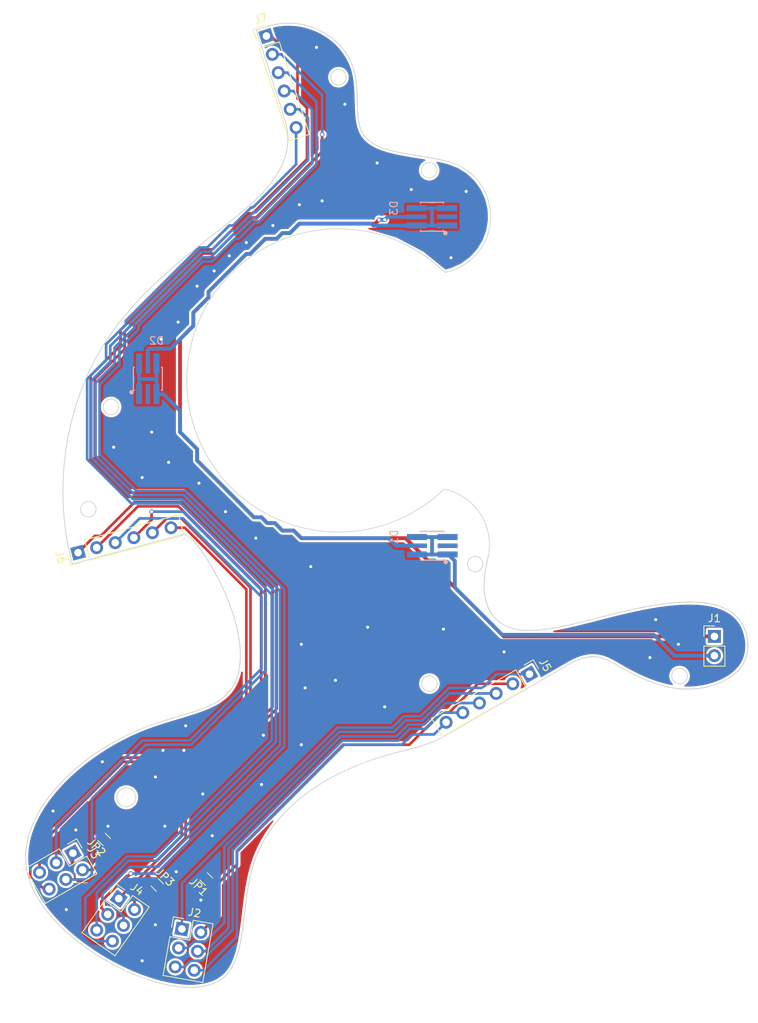
<source format=kicad_pcb>
(kicad_pcb (version 4) (host pcbnew 4.0.6)
  (layers (0 F.Cu signal) (31 B.Cu signal) (34 B.Paste user) (35 F.Paste user) (36 B.SilkS user) (37 F.SilkS user) (38 B.Mask user) (39 F.Mask user) (44 Edge.Cuts user))
  (net 0 "")
  (net 1 /LED+)
  (net 2 "Net-(D1-Pad1)")
  (net 3 "Net-(D2-Pad1)")
  (net 4 /LED-)
  (net 5 /5V_ENC1)
  (net 6 /GND_ENC1)
  (net 7 /A_ENC1)
  (net 8 /A*_ENC1)
  (net 9 /B_ENC1)
  (net 10 /B*_ENC1)
  (net 11 GND)
  (net 12 /5V_ENC2)
  (net 13 /GND_ENC2)
  (net 14 /A_ENC2)
  (net 15 /A*_ENC2)
  (net 16 /B_ENC2)
  (net 17 /B*_ENC2)
  (net 18 /5V_ENC3)
  (net 19 /GND_ENC3)
  (net 20 /A_ENC3)
  (net 21 /A*_ENC3)
  (net 22 /B_ENC3)
  (net 23 /B*_ENC3)
  (module LW_G6SP:LW_G6SP_Handsoldering (layer B.Cu) (at 150 105.85 270)
    (fp_text reference D1 (at 0 3 270) (layer B.SilkS) (effects (justify mirror)))
    (fp_text value LED)
    (pad 2 smd rect (at 0 -4.05 270) (size 0.8 2.65) (layers B.Cu B.Mask) (net 1 /LED+))
    (pad 2 smd rect (at 2.3 -4.05 270) (size 0.8 2.65) (layers B.Cu B.Mask) (net 1 /LED+))
    (pad 1 smd rect (at 1.15 0 270) (size 0.6 2.65) (layers B.Cu B.Mask) (net 2 "Net-(D1-Pad1)"))
    (pad ~ smd rect (at 1.15 -4.05 270) (size 0.6 2.65) (layers B.Cu B.Mask))
    (pad 2 smd rect (at 2.3 0 270) (size 0.8 2.65) (layers B.Cu B.Mask) (net 1 /LED+))
    (pad 2 smd rect (at 0 0 270) (size 0.8 2.65) (layers B.Cu B.Mask) (net 1 /LED+))
  )
  (module LW_G6SP:LW_G6SP_Handsoldering (layer B.Cu) (at 115.65 82.95 180)
    (fp_text reference D2 (at 0 3 180) (layer B.SilkS) (effects (justify mirror)))
    (fp_text value LED)
    (pad 2 smd rect (at 0 -4.05 180) (size 0.8 2.65) (layers B.Cu B.Mask) (net 2 "Net-(D1-Pad1)"))
    (pad 2 smd rect (at 2.3 -4.05 180) (size 0.8 2.65) (layers B.Cu B.Mask) (net 2 "Net-(D1-Pad1)"))
    (pad 1 smd rect (at 1.15 0 180) (size 0.6 2.65) (layers B.Cu B.Mask) (net 3 "Net-(D2-Pad1)"))
    (pad ~ smd rect (at 1.15 -4.05 180) (size 0.6 2.65) (layers B.Cu B.Mask))
    (pad 2 smd rect (at 2.3 0 180) (size 0.8 2.65) (layers B.Cu B.Mask) (net 2 "Net-(D1-Pad1)"))
    (pad 2 smd rect (at 0 0 180) (size 0.8 2.65) (layers B.Cu B.Mask) (net 2 "Net-(D1-Pad1)"))
  )
  (module LW_G6SP:LW_G6SP_Handsoldering (layer B.Cu) (at 149.95 62.45 270)
    (fp_text reference D3 (at 0 3 270) (layer B.SilkS) (effects (justify mirror)))
    (fp_text value LED)
    (pad 2 smd rect (at 0 -4.05 270) (size 0.8 2.65) (layers B.Cu B.Mask) (net 3 "Net-(D2-Pad1)"))
    (pad 2 smd rect (at 2.3 -4.05 270) (size 0.8 2.65) (layers B.Cu B.Mask) (net 3 "Net-(D2-Pad1)"))
    (pad 1 smd rect (at 1.15 0 270) (size 0.6 2.65) (layers B.Cu B.Mask) (net 4 /LED-))
    (pad ~ smd rect (at 1.15 -4.05 270) (size 0.6 2.65) (layers B.Cu B.Mask))
    (pad 2 smd rect (at 2.3 0 270) (size 0.8 2.65) (layers B.Cu B.Mask) (net 3 "Net-(D2-Pad1)"))
    (pad 2 smd rect (at 0 0 270) (size 0.8 2.65) (layers B.Cu B.Mask) (net 3 "Net-(D2-Pad1)"))
  )
  (module Pin_Headers:Pin_Header_Straight_1x02_Pitch2.54mm (layer F.Cu) (at 189.25 118.96)
    (fp_text reference J1 (at 0 -2.39) (layer F.SilkS))
    (fp_text value LED)
    (pad 1 thru_hole rect (at 0 0) (size 1.7 1.7) (drill 1) (layers *.Cu *.Mask) (net 4 /LED-))
    (pad 2 thru_hole oval (at 0 2.54) (size 1.7 1.7) (drill 1) (layers *.Cu *.Mask) (net 1 /LED+))
  )
  (module Pin_Headers:Pin_Header_Straight_2x03_Pitch2.54mm (layer F.Cu) (at 118.998588 157.558934 350)
    (fp_text reference J2 (at 1.27 -2.39 350) (layer F.SilkS))
    (fp_text value ENC1)
    (pad 1 thru_hole rect (at 0 0 350) (size 1.7 1.7) (drill 1) (layers *.Cu *.Mask) (net 5 /5V_ENC1))
    (pad 2 thru_hole oval (at 2.54 0 350) (size 1.7 1.7) (drill 1) (layers *.Cu *.Mask) (net 6 /GND_ENC1))
    (pad 3 thru_hole oval (at 0 2.54 350) (size 1.7 1.7) (drill 1) (layers *.Cu *.Mask) (net 7 /A_ENC1))
    (pad 4 thru_hole oval (at 2.54 2.54 350) (size 1.7 1.7) (drill 1) (layers *.Cu *.Mask) (net 8 /A*_ENC1))
    (pad 5 thru_hole oval (at 0 5.08 350) (size 1.7 1.7) (drill 1) (layers *.Cu *.Mask) (net 9 /B_ENC1))
    (pad 6 thru_hole oval (at 2.54 5.08 350) (size 1.7 1.7) (drill 1) (layers *.Cu *.Mask) (net 10 /B*_ENC1))
  )
  (module Pin_Headers:Pin_Header_Straight_2x03_Pitch2.54mm (layer F.Cu) (at 104.617319 147.554247 300)
    (fp_text reference J3 (at 1.27 -2.39 300) (layer F.SilkS))
    (fp_text value ENC1)
    (pad 1 thru_hole rect (at 0 0 300) (size 1.7 1.7) (drill 1) (layers *.Cu *.Mask) (net 12 /5V_ENC2))
    (pad 2 thru_hole oval (at 2.54 0 300) (size 1.7 1.7) (drill 1) (layers *.Cu *.Mask) (net 13 /GND_ENC2))
    (pad 3 thru_hole oval (at 0 2.54 300) (size 1.7 1.7) (drill 1) (layers *.Cu *.Mask) (net 14 /A_ENC2))
    (pad 4 thru_hole oval (at 2.54 2.54 300) (size 1.7 1.7) (drill 1) (layers *.Cu *.Mask) (net 15 /A*_ENC2))
    (pad 5 thru_hole oval (at 0 5.08 300) (size 1.7 1.7) (drill 1) (layers *.Cu *.Mask) (net 16 /B_ENC2))
    (pad 6 thru_hole oval (at 2.54 5.08 300) (size 1.7 1.7) (drill 1) (layers *.Cu *.Mask) (net 17 /B*_ENC2))
  )
  (module Pin_Headers:Pin_Header_Straight_2x03_Pitch2.54mm (layer F.Cu) (at 110.669354 153.543116 325)
    (fp_text reference J4 (at 1.27 -2.39 325) (layer F.SilkS))
    (fp_text value ENC1)
    (pad 1 thru_hole rect (at 0 0 325) (size 1.7 1.7) (drill 1) (layers *.Cu *.Mask) (net 18 /5V_ENC3))
    (pad 2 thru_hole oval (at 2.54 0 325) (size 1.7 1.7) (drill 1) (layers *.Cu *.Mask) (net 19 /GND_ENC3))
    (pad 3 thru_hole oval (at 0 2.54 325) (size 1.7 1.7) (drill 1) (layers *.Cu *.Mask) (net 20 /A_ENC3))
    (pad 4 thru_hole oval (at 2.54 2.54 325) (size 1.7 1.7) (drill 1) (layers *.Cu *.Mask) (net 21 /A*_ENC3))
    (pad 5 thru_hole oval (at 0 5.08 325) (size 1.7 1.7) (drill 1) (layers *.Cu *.Mask) (net 22 /B_ENC3))
    (pad 6 thru_hole oval (at 2.54 5.08 325) (size 1.7 1.7) (drill 1) (layers *.Cu *.Mask) (net 23 /B*_ENC3))
  )
  (module Pin_Headers:Pin_Header_Straight_1x06_Pitch2.54mm (layer F.Cu) (at 164.849114 123.94 300)
    (fp_text reference J5 (at 0 -2.39 300) (layer F.SilkS))
    (fp_text value ENC1)
    (pad 1 thru_hole rect (at 0 0 300) (size 1.7 1.7) (drill 1) (layers *.Cu *.Mask) (net 5 /5V_ENC1))
    (pad 2 thru_hole oval (at 0 2.54 300) (size 1.7 1.7) (drill 1) (layers *.Cu *.Mask) (net 6 /GND_ENC1))
    (pad 3 thru_hole oval (at 0 5.08 300) (size 1.7 1.7) (drill 1) (layers *.Cu *.Mask) (net 7 /A_ENC1))
    (pad 4 thru_hole oval (at 0 7.62 300) (size 1.7 1.7) (drill 1) (layers *.Cu *.Mask) (net 8 /A*_ENC1))
    (pad 5 thru_hole oval (at 0 10.16 300) (size 1.7 1.7) (drill 1) (layers *.Cu *.Mask) (net 9 /B_ENC1))
    (pad 6 thru_hole oval (at 0 12.7 300) (size 1.7 1.7) (drill 1) (layers *.Cu *.Mask) (net 10 /B*_ENC1))
  )
  (module Pin_Headers:Pin_Header_Straight_1x06_Pitch2.54mm (layer F.Cu) (at 105.296548 107.9074 105)
    (fp_text reference J6 (at 0 -2.39 105) (layer F.SilkS))
    (fp_text value ENC1)
    (pad 1 thru_hole rect (at 0 0 105) (size 1.7 1.7) (drill 1) (layers *.Cu *.Mask) (net 12 /5V_ENC2))
    (pad 2 thru_hole oval (at 0 2.54 105) (size 1.7 1.7) (drill 1) (layers *.Cu *.Mask) (net 13 /GND_ENC2))
    (pad 3 thru_hole oval (at 0 5.08 105) (size 1.7 1.7) (drill 1) (layers *.Cu *.Mask) (net 14 /A_ENC2))
    (pad 4 thru_hole oval (at 0 7.62 105) (size 1.7 1.7) (drill 1) (layers *.Cu *.Mask) (net 15 /A*_ENC2))
    (pad 5 thru_hole oval (at 0 10.16 105) (size 1.7 1.7) (drill 1) (layers *.Cu *.Mask) (net 16 /B_ENC2))
    (pad 6 thru_hole oval (at 0 12.7 105) (size 1.7 1.7) (drill 1) (layers *.Cu *.Mask) (net 17 /B*_ENC2))
  )
  (module Pin_Headers:Pin_Header_Straight_1x06_Pitch2.54mm (layer F.Cu) (at 130.145291 39.752949 18)
    (fp_text reference J7 (at 0 -2.39 18) (layer F.SilkS))
    (fp_text value ENC1)
    (pad 1 thru_hole rect (at 0 0 18) (size 1.7 1.7) (drill 1) (layers *.Cu *.Mask) (net 18 /5V_ENC3))
    (pad 2 thru_hole oval (at 0 2.54 18) (size 1.7 1.7) (drill 1) (layers *.Cu *.Mask) (net 19 /GND_ENC3))
    (pad 3 thru_hole oval (at 0 5.08 18) (size 1.7 1.7) (drill 1) (layers *.Cu *.Mask) (net 20 /A_ENC3))
    (pad 4 thru_hole oval (at 0 7.62 18) (size 1.7 1.7) (drill 1) (layers *.Cu *.Mask) (net 21 /A*_ENC3))
    (pad 5 thru_hole oval (at 0 10.16 18) (size 1.7 1.7) (drill 1) (layers *.Cu *.Mask) (net 22 /B_ENC3))
    (pad 6 thru_hole oval (at 0 12.7 18) (size 1.7 1.7) (drill 1) (layers *.Cu *.Mask) (net 23 /B*_ENC3))
  )
  (module Resistors_SMD:R_0603 (layer F.Cu) (at 122.21967 150.96967 135)
    (fp_text reference JP1 (at 0 -1.45 135) (layer F.SilkS))
    (fp_text value GND_ENC1)
    (pad 1 smd rect (at -0.75 0 135) (size 0.5 0.9) (layers F.Cu F.Paste F.Mask) (net 6 /GND_ENC1))
    (pad 2 smd rect (at 0.75 0 135) (size 0.5 0.9) (layers F.Cu F.Paste F.Mask) (net 11 GND))
  )
  (module Resistors_SMD:R_0603 (layer F.Cu) (at 108.75 145.75 135)
    (fp_text reference JP2 (at 0 -1.45 135) (layer F.SilkS))
    (fp_text value GND_ENC1)
    (pad 1 smd rect (at -0.75 0 135) (size 0.5 0.9) (layers F.Cu F.Paste F.Mask) (net 13 /GND_ENC2))
    (pad 2 smd rect (at 0.75 0 135) (size 0.5 0.9) (layers F.Cu F.Paste F.Mask) (net 11 GND))
  )
  (module Resistors_SMD:R_0603 (layer F.Cu) (at 115.75 151.75 315)
    (fp_text reference JP3 (at 0 -1.45 315) (layer F.SilkS))
    (fp_text value GND_ENC1)
    (pad 1 smd rect (at -0.75 0 315) (size 0.5 0.9) (layers F.Cu F.Paste F.Mask) (net 19 /GND_ENC3))
    (pad 2 smd rect (at 0.75 0 315) (size 0.5 0.9) (layers F.Cu F.Paste F.Mask) (net 11 GND))
  )
  (gr_line (start 193.279195 118.088203) (end 193.272922 118.071483) (layer Edge.Cuts) (width 0.1))
  (gr_line (start 193.285421 118.104955) (end 193.279195 118.088203) (layer Edge.Cuts) (width 0.1))
  (gr_line (start 193.2916 118.121737) (end 193.285421 118.104955) (layer Edge.Cuts) (width 0.1))
  (gr_line (start 168.625797 117.755552) (end 168.535965 117.772563) (layer Edge.Cuts) (width 0.1))
  (gr_line (start 168.715889 117.738258) (end 168.625797 117.755552) (layer Edge.Cuts) (width 0.1))
  (gr_line (start 168.806239 117.720686) (end 168.715889 117.738258) (layer Edge.Cuts) (width 0.1))
  (gr_line (start 104.144557 137.184477) (end 104.064938 137.259285) (layer Edge.Cuts) (width 0.1))
  (gr_line (start 104.224547 137.10992) (end 104.144557 137.184477) (layer Edge.Cuts) (width 0.1))
  (gr_line (start 98.607575 145.975886) (end 98.588544 146.067054) (layer Edge.Cuts) (width 0.1))
  (gr_line (start 98.627396 145.884782) (end 98.607575 145.975886) (layer Edge.Cuts) (width 0.1))
  (gr_line (start 126.398392 123.955336) (end 126.384458 124.00578) (layer Edge.Cuts) (width 0.1))
  (gr_line (start 136.850954 138.698184) (end 136.932445 138.645806) (layer Edge.Cuts) (width 0.1))
  (gr_line (start 136.769666 138.750836) (end 136.850954 138.698184) (layer Edge.Cuts) (width 0.1))
  (gr_line (start 120.227575 106.064967) (end 120.243894 106.079846) (layer Edge.Cuts) (width 0.1))
  (gr_line (start 120.211293 106.050259) (end 120.227575 106.064967) (layer Edge.Cuts) (width 0.1))
  (gr_line (start 175.51972 122.260085) (end 175.541585 122.271155) (layer Edge.Cuts) (width 0.1))
  (gr_line (start 175.497837 122.249075) (end 175.51972 122.260085) (layer Edge.Cuts) (width 0.1))
  (gr_line (start 126.513562 119.180826) (end 126.523897 119.246847) (layer Edge.Cuts) (width 0.1))
  (gr_line (start 126.502944 119.114659) (end 126.513562 119.180826) (layer Edge.Cuts) (width 0.1))
  (gr_line (start 124.15889 112.103544) (end 124.195182 112.178568) (layer Edge.Cuts) (width 0.1))
  (gr_line (start 124.122356 112.028486) (end 124.15889 112.103544) (layer Edge.Cuts) (width 0.1))
  (gr_line (start 124.819458 163.662295) (end 124.881299 163.598885) (layer Edge.Cuts) (width 0.1))
  (gr_line (start 124.756433 163.724387) (end 124.819458 163.662295) (layer Edge.Cuts) (width 0.1))
  (gr_line (start 119.438825 105.551145) (end 119.452702 105.555773) (layer Edge.Cuts) (width 0.1))
  (gr_line (start 119.425005 105.54674) (end 119.438825 105.551145) (layer Edge.Cuts) (width 0.1))
  (gr_line (start 128.676197 148.331251) (end 128.710278 148.239038) (layer Edge.Cuts) (width 0.1))
  (gr_line (start 128.642623 148.423787) (end 128.676197 148.331251) (layer Edge.Cuts) (width 0.1))
  (gr_line (start 122.345776 128.219824) (end 122.303364 128.238025) (layer Edge.Cuts) (width 0.1))
  (gr_line (start 190.954139 124.577969) (end 190.980535 124.562399) (layer Edge.Cuts) (width 0.1))
  (gr_line (start 190.927659 124.593449) (end 190.954139 124.577969) (layer Edge.Cuts) (width 0.1))
  (gr_line (start 190.901097 124.608838) (end 190.927659 124.593449) (layer Edge.Cuts) (width 0.1))
  (gr_line (start 150.620498 133.402799) (end 150.647193 133.394476) (layer Edge.Cuts) (width 0.1))
  (gr_line (start 150.593796 133.411087) (end 150.620498 133.402799) (layer Edge.Cuts) (width 0.1))
  (gr_line (start 108.143369 134.044735) (end 108.050824 134.106094) (layer Edge.Cuts) (width 0.1))
  (gr_line (start 108.236099 133.98371) (end 108.143369 134.044735) (layer Edge.Cuts) (width 0.1))
  (gr_line (start 123.464444 127.669185) (end 123.426892 127.69039) (layer Edge.Cuts) (width 0.1))
  (gr_line (start 123.501811 127.647853) (end 123.464444 127.669185) (layer Edge.Cuts) (width 0.1))
  (gr_line (start 173.958178 121.705571) (end 173.982687 121.710071) (layer Edge.Cuts) (width 0.1))
  (gr_line (start 173.933608 121.701206) (end 173.958178 121.705571) (layer Edge.Cuts) (width 0.1))
  (gr_line (start 116.664107 164.837045) (end 116.788939 164.865068) (layer Edge.Cuts) (width 0.1))
  (gr_line (start 116.538932 164.808116) (end 116.664107 164.837045) (layer Edge.Cuts) (width 0.1))
  (gr_line (start 184.63512 114.465593) (end 184.587238 114.46852) (layer Edge.Cuts) (width 0.1))
  (gr_line (start 184.68297 114.462759) (end 184.63512 114.465593) (layer Edge.Cuts) (width 0.1))
  (gr_line (start 184.730788 114.460018) (end 184.68297 114.462759) (layer Edge.Cuts) (width 0.1))
  (gr_line (start 121.862885 108.074351) (end 121.880764 108.100871) (layer Edge.Cuts) (width 0.1))
  (gr_line (start 121.845003 108.047909) (end 121.862885 108.074351) (layer Edge.Cuts) (width 0.1))
  (gr_line (start 99.933015 153.400385) (end 99.997322 153.508065) (layer Edge.Cuts) (width 0.1))
  (gr_line (start 99.869879 153.292541) (end 99.933015 153.400385) (layer Edge.Cuts) (width 0.1))
  (gr_line (start 193.180136 117.84088) (end 193.173159 117.82467) (layer Edge.Cuts) (width 0.1))
  (gr_line (start 193.187068 117.857127) (end 193.180136 117.84088) (layer Edge.Cuts) (width 0.1))
  (gr_line (start 193.193953 117.87341) (end 193.187068 117.857127) (layer Edge.Cuts) (width 0.1))
  (gr_line (start 172.055979 121.785876) (end 172.08625 121.778368) (layer Edge.Cuts) (width 0.1))
  (gr_line (start 172.025602 121.793595) (end 172.055979 121.785876) (layer Edge.Cuts) (width 0.1))
  (gr_line (start 126.625654 122.787504) (end 126.618582 122.84291) (layer Edge.Cuts) (width 0.1))
  (gr_line (start 126.632419 122.731886) (end 126.625654 122.787504) (layer Edge.Cuts) (width 0.1))
  (gr_line (start 177.246407 123.233904) (end 177.282032 123.253954) (layer Edge.Cuts) (width 0.1))
  (gr_line (start 177.210832 123.213833) (end 177.246407 123.233904) (layer Edge.Cuts) (width 0.1))
  (gr_line (start 191.562969 124.179224) (end 191.587143 124.161475) (layer Edge.Cuts) (width 0.1))
  (gr_line (start 191.538693 124.196883) (end 191.562969 124.179224) (layer Edge.Cuts) (width 0.1))
  (gr_line (start 191.514316 124.21445) (end 191.538693 124.196883) (layer Edge.Cuts) (width 0.1))
  (gr_line (start 127.566315 153.132107) (end 127.575569 153.06769) (layer Edge.Cuts) (width 0.1))
  (gr_line (start 127.557143 153.196538) (end 127.566315 153.132107) (layer Edge.Cuts) (width 0.1))
  (gr_line (start 192.144374 116.303897) (end 192.117862 116.277818) (layer Edge.Cuts) (width 0.1))
  (gr_line (start 192.17069 116.33019) (end 192.144374 116.303897) (layer Edge.Cuts) (width 0.1))
  (gr_line (start 192.19681 116.3567) (end 192.17069 116.33019) (layer Edge.Cuts) (width 0.1))
  (gr_line (start 125.275365 126.200469) (end 125.244751 126.237315) (layer Edge.Cuts) (width 0.1))
  (gr_line (start 120.13044 105.979331) (end 120.146535 105.993165) (layer Edge.Cuts) (width 0.1))
  (gr_line (start 120.114384 105.965674) (end 120.13044 105.979331) (layer Edge.Cuts) (width 0.1))
  (gr_line (start 181.685903 125.239235) (end 181.726652 125.252131) (layer Edge.Cuts) (width 0.1))
  (gr_line (start 181.645192 125.226237) (end 181.685903 125.239235) (layer Edge.Cuts) (width 0.1))
  (gr_line (start 181.60452 125.213138) (end 181.645192 125.226237) (layer Edge.Cuts) (width 0.1))
  (gr_line (start 152.473199 132.713283) (end 152.499424 132.70153) (layer Edge.Cuts) (width 0.1))
  (gr_line (start 152.446968 132.724974) (end 152.473199 132.713283) (layer Edge.Cuts) (width 0.1))
  (gr_line (start 170.682279 122.304338) (end 170.717489 122.287071) (layer Edge.Cuts) (width 0.1))
  (gr_line (start 170.646937 122.32186) (end 170.682279 122.304338) (layer Edge.Cuts) (width 0.1))
  (gr_line (start 186.423767 125.889644) (end 186.468223 125.886891) (layer Edge.Cuts) (width 0.1))
  (gr_line (start 186.379339 125.892217) (end 186.423767 125.889644) (layer Edge.Cuts) (width 0.1))
  (gr_line (start 186.33494 125.894612) (end 186.379339 125.892217) (layer Edge.Cuts) (width 0.1))
  (gr_line (start 128.744863 148.147147) (end 128.779951 148.055578) (layer Edge.Cuts) (width 0.1))
  (gr_line (start 128.710278 148.239038) (end 128.744863 148.147147) (layer Edge.Cuts) (width 0.1))
  (gr_line (start 103.365748 137.943599) (end 103.290065 138.020827) (layer Edge.Cuts) (width 0.1))
  (gr_line (start 103.441843 137.866605) (end 103.365748 137.943599) (layer Edge.Cuts) (width 0.1))
  (gr_line (start 142.450442 51.609737) (end 142.443039 51.581433) (layer Edge.Cuts) (width 0.1))
  (gr_line (start 142.457976 51.637928) (end 142.450442 51.609737) (layer Edge.Cuts) (width 0.1))
  (gr_line (start 142.465642 51.666005) (end 142.457976 51.637928) (layer Edge.Cuts) (width 0.1))
  (gr_line (start 142.473442 51.693968) (end 142.465642 51.666005) (layer Edge.Cuts) (width 0.1))
  (gr_line (start 142.481376 51.721816) (end 142.473442 51.693968) (layer Edge.Cuts) (width 0.1))
  (gr_line (start 109.786581 78.830835) (end 109.738428 78.898737) (layer Edge.Cuts) (width 0.1))
  (gr_line (start 109.834897 78.763041) (end 109.786581 78.830835) (layer Edge.Cuts) (width 0.1))
  (gr_line (start 109.883374 78.695354) (end 109.834897 78.763041) (layer Edge.Cuts) (width 0.1))
  (gr_line (start 109.932014 78.627774) (end 109.883374 78.695354) (layer Edge.Cuts) (width 0.1))
  (gr_line (start 109.980816 78.560299) (end 109.932014 78.627774) (layer Edge.Cuts) (width 0.1))
  (gr_line (start 178.859598 124.086518) (end 178.897317 124.104961) (layer Edge.Cuts) (width 0.1))
  (gr_line (start 178.821924 124.068023) (end 178.859598 124.086518) (layer Edge.Cuts) (width 0.1))
  (gr_line (start 178.784296 124.049477) (end 178.821924 124.068023) (layer Edge.Cuts) (width 0.1))
  (gr_line (start 142.531887 51.88644) (end 142.523116 51.8593) (layer Edge.Cuts) (width 0.1))
  (gr_line (start 142.540802 51.913459) (end 142.531887 51.88644) (layer Edge.Cuts) (width 0.1))
  (gr_line (start 142.549862 51.940357) (end 142.540802 51.913459) (layer Edge.Cuts) (width 0.1))
  (gr_line (start 142.559069 51.967133) (end 142.549862 51.940357) (layer Edge.Cuts) (width 0.1))
  (gr_line (start 142.568424 51.993785) (end 142.559069 51.967133) (layer Edge.Cuts) (width 0.1))
  (gr_line (start 105.296393 136.16442) (end 105.21194 136.235538) (layer Edge.Cuts) (width 0.1))
  (gr_line (start 105.381162 136.093578) (end 105.296393 136.16442) (layer Edge.Cuts) (width 0.1))
  (gr_line (start 173.557367 121.652557) (end 173.582921 121.654781) (layer Edge.Cuts) (width 0.1))
  (gr_line (start 173.531742 121.650485) (end 173.557367 121.652557) (layer Edge.Cuts) (width 0.1))
  (gr_line (start 174.484488 121.833606) (end 174.507823 121.84078) (layer Edge.Cuts) (width 0.1))
  (gr_line (start 174.461107 121.826542) (end 174.484488 121.833606) (layer Edge.Cuts) (width 0.1))
  (gr_line (start 120.162668 106.007177) (end 120.178838 106.021363) (layer Edge.Cuts) (width 0.1))
  (gr_line (start 120.146535 105.993165) (end 120.162668 106.007177) (layer Edge.Cuts) (width 0.1))
  (gr_line (start 141.94295 45.463489) (end 141.937601 45.427716) (layer Edge.Cuts) (width 0.1))
  (gr_line (start 141.948193 45.499291) (end 141.94295 45.463489) (layer Edge.Cuts) (width 0.1))
  (gr_line (start 141.95333 45.53512) (end 141.948193 45.499291) (layer Edge.Cuts) (width 0.1))
  (gr_line (start 141.958363 45.570978) (end 141.95333 45.53512) (layer Edge.Cuts) (width 0.1))
  (gr_line (start 141.963293 45.606862) (end 141.958363 45.570978) (layer Edge.Cuts) (width 0.1))
  (gr_line (start 120.326019 106.156778) (end 120.342547 106.172664) (layer Edge.Cuts) (width 0.1))
  (gr_line (start 120.309524 106.141056) (end 120.326019 106.156778) (layer Edge.Cuts) (width 0.1))
  (gr_line (start 118.375847 165.144548) (end 118.494796 165.159347) (layer Edge.Cuts) (width 0.1))
  (gr_line (start 118.256411 165.128772) (end 118.375847 165.144548) (layer Edge.Cuts) (width 0.1))
  (gr_line (start 107.988928 81.638546) (end 107.947407 81.711341) (layer Edge.Cuts) (width 0.1))
  (gr_line (start 108.030617 81.565888) (end 107.988928 81.638546) (layer Edge.Cuts) (width 0.1))
  (gr_line (start 108.072476 81.493364) (end 108.030617 81.565888) (layer Edge.Cuts) (width 0.1))
  (gr_line (start 108.114503 81.420976) (end 108.072476 81.493364) (layer Edge.Cuts) (width 0.1))
  (gr_line (start 108.156698 81.348721) (end 108.114503 81.420976) (layer Edge.Cuts) (width 0.1))
  (gr_line (start 150.567088 133.41934) (end 150.593796 133.411087) (layer Edge.Cuts) (width 0.1))
  (gr_line (start 150.540374 133.42756) (end 150.567088 133.41934) (layer Edge.Cuts) (width 0.1))
  (gr_line (start 188.514439 125.561909) (end 188.545193 125.55396) (layer Edge.Cuts) (width 0.1))
  (gr_line (start 188.483666 125.569766) (end 188.514439 125.561909) (layer Edge.Cuts) (width 0.1))
  (gr_line (start 188.452874 125.577533) (end 188.483666 125.569766) (layer Edge.Cuts) (width 0.1))
  (gr_line (start 122.813566 109.590476) (end 122.830681 109.619671) (layer Edge.Cuts) (width 0.1))
  (gr_line (start 122.796426 109.561304) (end 122.813566 109.590476) (layer Edge.Cuts) (width 0.1))
  (gr_line (start 179.315206 124.304235) (end 179.353465 124.322005) (layer Edge.Cuts) (width 0.1))
  (gr_line (start 179.276992 124.286405) (end 179.315206 124.304235) (layer Edge.Cuts) (width 0.1))
  (gr_line (start 179.238823 124.268515) (end 179.276992 124.286405) (layer Edge.Cuts) (width 0.1))
  (gr_line (start 98.432473 147.073647) (end 98.423231 147.165449) (layer Edge.Cuts) (width 0.1))
  (gr_line (start 98.442552 146.981888) (end 98.432473 147.073647) (layer Edge.Cuts) (width 0.1))
  (gr_line (start 178.809902 115.324661) (end 178.703583 115.34749) (layer Edge.Cuts) (width 0.1))
  (gr_line (start 178.916281 115.302006) (end 178.809902 115.324661) (layer Edge.Cuts) (width 0.1))
  (gr_line (start 179.02272 115.279528) (end 178.916281 115.302006) (layer Edge.Cuts) (width 0.1))
  (gr_line (start 119.035832 129.360302) (end 118.984255 129.375787) (layer Edge.Cuts) (width 0.1))
  (gr_line (start 119.087309 129.344826) (end 119.035832 129.360302) (layer Edge.Cuts) (width 0.1))
  (gr_line (start 193.533789 121.362269) (end 193.537724 121.344936) (layer Edge.Cuts) (width 0.1))
  (gr_line (start 193.529791 121.379576) (end 193.533789 121.362269) (layer Edge.Cuts) (width 0.1))
  (gr_line (start 193.525728 121.396859) (end 193.529791 121.379576) (layer Edge.Cuts) (width 0.1))
  (gr_line (start 98.985734 151.438873) (end 99.027387 151.548748) (layer Edge.Cuts) (width 0.1))
  (gr_line (start 98.945436 151.328925) (end 98.985734 151.438873) (layer Edge.Cuts) (width 0.1))
  (gr_line (start 98.398228 148.73091) (end 98.404757 148.823177) (layer Edge.Cuts) (width 0.1))
  (gr_line (start 98.39261 148.638653) (end 98.398228 148.73091) (layer Edge.Cuts) (width 0.1))
  (gr_line (start 113.551759 74.305096) (end 113.492625 74.367163) (layer Edge.Cuts) (width 0.1))
  (gr_line (start 113.611044 74.243088) (end 113.551759 74.305096) (layer Edge.Cuts) (width 0.1))
  (gr_line (start 113.67048 74.181136) (end 113.611044 74.243088) (layer Edge.Cuts) (width 0.1))
  (gr_line (start 113.730067 74.119242) (end 113.67048 74.181136) (layer Edge.Cuts) (width 0.1))
  (gr_line (start 113.789805 74.057404) (end 113.730067 74.119242) (layer Edge.Cuts) (width 0.1))
  (gr_line (start 116.697738 71.261206) (end 116.631248 71.321231) (layer Edge.Cuts) (width 0.1))
  (gr_line (start 116.764372 71.201205) (end 116.697738 71.261206) (layer Edge.Cuts) (width 0.1))
  (gr_line (start 116.831148 71.141225) (end 116.764372 71.201205) (layer Edge.Cuts) (width 0.1))
  (gr_line (start 116.898067 71.081266) (end 116.831148 71.141225) (layer Edge.Cuts) (width 0.1))
  (gr_line (start 116.965128 71.021329) (end 116.898067 71.081266) (layer Edge.Cuts) (width 0.1))
  (gr_line (start 124.231232 112.253556) (end 124.26704 112.328507) (layer Edge.Cuts) (width 0.1))
  (gr_line (start 124.195182 112.178568) (end 124.231232 112.253556) (layer Edge.Cuts) (width 0.1))
  (gr_line (start 126.645687 159.667832) (end 126.657566 159.6123) (layer Edge.Cuts) (width 0.1))
  (gr_line (start 126.633675 159.723182) (end 126.645687 159.667832) (layer Edge.Cuts) (width 0.1))
  (gr_line (start 180.01056 124.614254) (end 180.049602 124.630826) (layer Edge.Cuts) (width 0.1))
  (gr_line (start 179.971561 124.59761) (end 180.01056 124.614254) (layer Edge.Cuts) (width 0.1))
  (gr_line (start 179.932605 124.580893) (end 179.971561 124.59761) (layer Edge.Cuts) (width 0.1))
  (gr_line (start 176.778976 122.966469) (end 176.800887 122.979177) (layer Edge.Cuts) (width 0.1))
  (gr_line (start 176.757083 122.953759) (end 176.778976 122.966469) (layer Edge.Cuts) (width 0.1))
  (gr_line (start 102.485874 138.885255) (end 102.415444 138.965149) (layer Edge.Cuts) (width 0.1))
  (gr_line (start 102.556763 138.805573) (end 102.485874 138.885255) (layer Edge.Cuts) (width 0.1))
  (gr_line (start 177.532789 123.393663) (end 177.568809 123.413522) (layer Edge.Cuts) (width 0.1))
  (gr_line (start 177.496819 123.373778) (end 177.532789 123.393663) (layer Edge.Cuts) (width 0.1))
  (gr_line (start 146.695159 54.888241) (end 146.648325 54.876418) (layer Edge.Cuts) (width 0.1))
  (gr_line (start 146.742149 54.899964) (end 146.695159 54.888241) (layer Edge.Cuts) (width 0.1))
  (gr_line (start 146.789293 54.911589) (end 146.742149 54.899964) (layer Edge.Cuts) (width 0.1))
  (gr_line (start 145.083419 134.914551) (end 145.173839 134.886135) (layer Edge.Cuts) (width 0.1))
  (gr_line (start 144.992988 134.943205) (end 145.083419 134.914551) (layer Edge.Cuts) (width 0.1))
  (gr_line (start 186.60719 114.434312) (end 186.56137 114.432791) (layer Edge.Cuts) (width 0.1))
  (gr_line (start 186.652942 114.435953) (end 186.60719 114.434312) (layer Edge.Cuts) (width 0.1))
  (gr_line (start 186.698626 114.437715) (end 186.652942 114.435953) (layer Edge.Cuts) (width 0.1))
  (gr_line (start 126.198698 117.624291) (end 126.215427 117.693388) (layer Edge.Cuts) (width 0.1))
  (gr_line (start 126.181696 117.555073) (end 126.198698 117.624291) (layer Edge.Cuts) (width 0.1))
  (gr_line (start 125.797382 162.261056) (end 125.818857 162.21745) (layer Edge.Cuts) (width 0.1))
  (gr_line (start 125.775669 162.304385) (end 125.797382 162.261056) (layer Edge.Cuts) (width 0.1))
  (gr_line (start 127.379749 154.549293) (end 127.387679 154.485017) (layer Edge.Cuts) (width 0.1))
  (gr_line (start 127.371856 154.613541) (end 127.379749 154.549293) (layer Edge.Cuts) (width 0.1))
  (gr_line (start 187.093508 125.829124) (end 187.138375 125.823597) (layer Edge.Cuts) (width 0.1))
  (gr_line (start 187.048668 125.834462) (end 187.093508 125.829124) (layer Edge.Cuts) (width 0.1))
  (gr_line (start 187.003854 125.839611) (end 187.048668 125.834462) (layer Edge.Cuts) (width 0.1))
  (gr_line (start 98.37843 147.993303) (end 98.377789 148.085436) (layer Edge.Cuts) (width 0.1))
  (gr_line (start 98.379949 147.901196) (end 98.37843 147.993303) (layer Edge.Cuts) (width 0.1))
  (gr_line (start 132.156611 142.633578) (end 132.220544 142.563007) (layer Edge.Cuts) (width 0.1))
  (gr_line (start 132.093027 142.704446) (end 132.156611 142.633578) (layer Edge.Cuts) (width 0.1))
  (gr_line (start 103.863533 93.29673) (end 103.845209 93.403531) (layer Edge.Cuts) (width 0.1))
  (gr_line (start 103.882151 93.190022) (end 103.863533 93.29673) (layer Edge.Cuts) (width 0.1))
  (gr_line (start 103.901064 93.083407) (end 103.882151 93.190022) (layer Edge.Cuts) (width 0.1))
  (gr_line (start 103.92027 92.976887) (end 103.901064 93.083407) (layer Edge.Cuts) (width 0.1))
  (gr_line (start 103.939769 92.870462) (end 103.92027 92.976887) (layer Edge.Cuts) (width 0.1))
  (gr_line (start 104.687602 89.624829) (end 104.659204 89.727739) (layer Edge.Cuts) (width 0.1))
  (gr_line (start 104.71628 89.522051) (end 104.687602 89.624829) (layer Edge.Cuts) (width 0.1))
  (gr_line (start 104.745239 89.419404) (end 104.71628 89.522051) (layer Edge.Cuts) (width 0.1))
  (gr_line (start 104.774478 89.316891) (end 104.745239 89.419404) (layer Edge.Cuts) (width 0.1))
  (gr_line (start 104.803997 89.214512) (end 104.774478 89.316891) (layer Edge.Cuts) (width 0.1))
  (gr_line (start 192.302761 123.545565) (end 192.323171 123.524819) (layer Edge.Cuts) (width 0.1))
  (gr_line (start 192.282224 123.566219) (end 192.302761 123.545565) (layer Edge.Cuts) (width 0.1))
  (gr_line (start 192.261562 123.586783) (end 192.282224 123.566219) (layer Edge.Cuts) (width 0.1))
  (gr_line (start 184.058731 114.506642) (end 184.010543 114.51063) (layer Edge.Cuts) (width 0.1))
  (gr_line (start 184.106899 114.502739) (end 184.058731 114.506642) (layer Edge.Cuts) (width 0.1))
  (gr_line (start 184.155044 114.498921) (end 184.106899 114.502739) (layer Edge.Cuts) (width 0.1))
  (gr_line (start 106.157597 135.468767) (end 106.070173 135.537034) (layer Edge.Cuts) (width 0.1))
  (gr_line (start 106.245296 135.400795) (end 106.157597 135.468767) (layer Edge.Cuts) (width 0.1))
  (gr_line (start 111.374513 132.169447) (end 111.277884 132.218416) (layer Edge.Cuts) (width 0.1))
  (gr_line (start 111.471192 132.120873) (end 111.374513 132.169447) (layer Edge.Cuts) (width 0.1))
  (gr_line (start 126.621529 159.778348) (end 126.633675 159.723182) (layer Edge.Cuts) (width 0.1))
  (gr_line (start 126.609245 159.833328) (end 126.621529 159.778348) (layer Edge.Cuts) (width 0.1))
  (gr_line (start 125.642789 125.695061) (end 125.61653 125.735651) (layer Edge.Cuts) (width 0.1))
  (gr_line (start 125.668716 125.654191) (end 125.642789 125.695061) (layer Edge.Cuts) (width 0.1))
  (gr_line (start 109.837157 132.999244) (end 109.741871 133.054303) (layer Edge.Cuts) (width 0.1))
  (gr_line (start 109.932557 132.944551) (end 109.837157 132.999244) (layer Edge.Cuts) (width 0.1))
  (gr_line (start 139.894761 136.981384) (end 139.982042 136.93857) (layer Edge.Cuts) (width 0.1))
  (gr_line (start 139.807602 137.024457) (end 139.894761 136.981384) (layer Edge.Cuts) (width 0.1))
  (gr_line (start 184.347394 114.48452) (end 184.299343 114.487989) (layer Edge.Cuts) (width 0.1))
  (gr_line (start 184.395418 114.48114) (end 184.347394 114.48452) (layer Edge.Cuts) (width 0.1))
  (gr_line (start 184.443416 114.477849) (end 184.395418 114.48114) (layer Edge.Cuts) (width 0.1))
  (gr_line (start 119.113819 69.169634) (end 119.042421 69.229283) (layer Edge.Cuts) (width 0.1))
  (gr_line (start 119.185355 69.109982) (end 119.113819 69.169634) (layer Edge.Cuts) (width 0.1))
  (gr_line (start 119.257027 69.050329) (end 119.185355 69.109982) (layer Edge.Cuts) (width 0.1))
  (gr_line (start 119.328837 68.990671) (end 119.257027 69.050329) (layer Edge.Cuts) (width 0.1))
  (gr_line (start 119.400783 68.93101) (end 119.328837 68.990671) (layer Edge.Cuts) (width 0.1))
  (gr_line (start 175.737675 122.373319) (end 175.759397 122.384932) (layer Edge.Cuts) (width 0.1))
  (gr_line (start 175.715942 122.361755) (end 175.737675 122.373319) (layer Edge.Cuts) (width 0.1))
  (gr_line (start 179.449031 115.19149) (end 179.342374 115.21321) (layer Edge.Cuts) (width 0.1))
  (gr_line (start 179.555738 115.16997) (end 179.449031 115.19149) (layer Edge.Cuts) (width 0.1))
  (gr_line (start 179.662493 115.148656) (end 179.555738 115.16997) (layer Edge.Cuts) (width 0.1))
  (gr_line (start 101.170024 140.521058) (end 101.109638 140.604818) (layer Edge.Cuts) (width 0.1))
  (gr_line (start 101.230951 140.437474) (end 101.170024 140.521058) (layer Edge.Cuts) (width 0.1))
  (gr_line (start 183.769321 114.531819) (end 183.721026 114.536303) (layer Edge.Cuts) (width 0.1))
  (gr_line (start 183.8176 114.527417) (end 183.769321 114.531819) (layer Edge.Cuts) (width 0.1))
  (gr_line (start 183.865862 114.523096) (end 183.8176 114.527417) (layer Edge.Cuts) (width 0.1))
  (gr_line (start 183.334213 114.575009) (end 183.285817 114.580192) (layer Edge.Cuts) (width 0.1))
  (gr_line (start 183.382601 114.5699) (end 183.334213 114.575009) (layer Edge.Cuts) (width 0.1))
  (gr_line (start 183.43098 114.564868) (end 183.382601 114.5699) (layer Edge.Cuts) (width 0.1))
  (gr_line (start 108.890098 133.56606) (end 108.796174 133.624691) (layer Edge.Cuts) (width 0.1))
  (gr_line (start 108.984176 133.507778) (end 108.890098 133.56606) (layer Edge.Cuts) (width 0.1))
  (gr_line (start 187.214194 125.81383) (end 187.245131 125.809691) (layer Edge.Cuts) (width 0.1))
  (gr_line (start 187.183268 125.817878) (end 187.214194 125.81383) (layer Edge.Cuts) (width 0.1))
  (gr_line (start 187.138375 125.823597) (end 187.183268 125.817878) (layer Edge.Cuts) (width 0.1))
  (gr_line (start 101.049796 140.688753) (end 100.990503 140.77286) (layer Edge.Cuts) (width 0.1))
  (gr_line (start 101.109638 140.604818) (end 101.049796 140.688753) (layer Edge.Cuts) (width 0.1))
  (gr_line (start 186.959068 125.844571) (end 187.003854 125.839611) (layer Edge.Cuts) (width 0.1))
  (gr_line (start 186.914309 125.849343) (end 186.959068 125.844571) (layer Edge.Cuts) (width 0.1))
  (gr_line (start 186.869577 125.853928) (end 186.914309 125.849343) (layer Edge.Cuts) (width 0.1))
  (gr_line (start 151.894492 132.956675) (end 151.92087 132.946211) (layer Edge.Cuts) (width 0.1))
  (gr_line (start 151.868108 132.967085) (end 151.894492 132.956675) (layer Edge.Cuts) (width 0.1))
  (gr_line (start 107.958471 134.167786) (end 107.866312 134.22981) (layer Edge.Cuts) (width 0.1))
  (gr_line (start 108.050824 134.106094) (end 107.958471 134.167786) (layer Edge.Cuts) (width 0.1))
  (gr_line (start 137.674613 138.186603) (end 137.758007 138.136929) (layer Edge.Cuts) (width 0.1))
  (gr_line (start 137.591399 138.236545) (end 137.674613 138.186603) (layer Edge.Cuts) (width 0.1))
  (gr_line (start 103.214798 138.098287) (end 103.139951 138.175978) (layer Edge.Cuts) (width 0.1))
  (gr_line (start 103.290065 138.020827) (end 103.214798 138.098287) (layer Edge.Cuts) (width 0.1))
  (gr_line (start 100.479415 154.256793) (end 100.552725 154.362975) (layer Edge.Cuts) (width 0.1))
  (gr_line (start 100.407193 154.150406) (end 100.479415 154.256793) (layer Edge.Cuts) (width 0.1))
  (gr_line (start 103.700839 105.356355) (end 103.717314 105.46664) (layer Edge.Cuts) (width 0.1))
  (gr_line (start 103.684701 105.246042) (end 103.700839 105.356355) (layer Edge.Cuts) (width 0.1))
  (gr_line (start 103.668901 105.135702) (end 103.684701 105.246042) (layer Edge.Cuts) (width 0.1))
  (gr_line (start 103.653437 105.025336) (end 103.668901 105.135702) (layer Edge.Cuts) (width 0.1))
  (gr_line (start 103.638311 104.914945) (end 103.653437 105.025336) (layer Edge.Cuts) (width 0.1))
  (gr_line (start 152.315705 132.782499) (end 152.341971 132.771116) (layer Edge.Cuts) (width 0.1))
  (gr_line (start 152.289431 132.793821) (end 152.315705 132.782499) (layer Edge.Cuts) (width 0.1))
  (gr_line (start 186.053124 114.423779) (end 186.006558 114.423645) (layer Edge.Cuts) (width 0.1))
  (gr_line (start 186.099632 114.424025) (end 186.053124 114.423779) (layer Edge.Cuts) (width 0.1))
  (gr_line (start 186.146082 114.424384) (end 186.099632 114.424025) (layer Edge.Cuts) (width 0.1))
  (gr_line (start 171.096326 122.113701) (end 171.130012 122.099418) (layer Edge.Cuts) (width 0.1))
  (gr_line (start 171.062517 122.128227) (end 171.096326 122.113701) (layer Edge.Cuts) (width 0.1))
  (gr_line (start 119.896505 129.097347) (end 119.846761 129.112862) (layer Edge.Cuts) (width 0.1))
  (gr_line (start 119.946133 129.081817) (end 119.896505 129.097347) (layer Edge.Cuts) (width 0.1))
  (gr_line (start 131.780407 143.063245) (end 131.842216 142.99089) (layer Edge.Cuts) (width 0.1))
  (gr_line (start 131.718959 143.135899) (end 131.780407 143.063245) (layer Edge.Cuts) (width 0.1))
  (gr_line (start 190.126968 125.002878) (end 190.155531 124.99003) (layer Edge.Cuts) (width 0.1))
  (gr_line (start 190.098345 125.015635) (end 190.126968 125.002878) (layer Edge.Cuts) (width 0.1))
  (gr_line (start 190.069661 125.028301) (end 190.098345 125.015635) (layer Edge.Cuts) (width 0.1))
  (gr_line (start 193.632812 119.629459) (end 193.631018 119.611156) (layer Edge.Cuts) (width 0.1))
  (gr_line (start 193.634551 119.647766) (end 193.632812 119.629459) (layer Edge.Cuts) (width 0.1))
  (gr_line (start 193.636234 119.666078) (end 193.634551 119.647766) (layer Edge.Cuts) (width 0.1))
  (gr_line (start 192.856825 122.883697) (end 192.873101 122.860227) (layer Edge.Cuts) (width 0.1))
  (gr_line (start 192.8404 122.907076) (end 192.856825 122.883697) (layer Edge.Cuts) (width 0.1))
  (gr_line (start 192.823827 122.930365) (end 192.8404 122.907076) (layer Edge.Cuts) (width 0.1))
  (gr_line (start 125.140778 114.334133) (end 125.169635 114.407595) (layer Edge.Cuts) (width 0.1))
  (gr_line (start 125.111667 114.260604) (end 125.140778 114.334133) (layer Edge.Cuts) (width 0.1))
  (gr_line (start 150.460193 133.452019) (end 150.486926 133.443899) (layer Edge.Cuts) (width 0.1))
  (gr_line (start 150.433453 133.460106) (end 150.460193 133.452019) (layer Edge.Cuts) (width 0.1))
  (gr_line (start 193.403063 121.819745) (end 193.408757 121.803199) (layer Edge.Cuts) (width 0.1))
  (gr_line (start 193.393534 121.84694) (end 193.403063 121.819745) (layer Edge.Cuts) (width 0.1))
  (gr_line (start 193.383825 121.874044) (end 193.393534 121.84694) (layer Edge.Cuts) (width 0.1))
  (gr_line (start 188.957956 114.711369) (end 188.917043 114.702452) (layer Edge.Cuts) (width 0.1))
  (gr_line (start 188.998754 114.720441) (end 188.957956 114.711369) (layer Edge.Cuts) (width 0.1))
  (gr_line (start 189.039437 114.729669) (end 188.998754 114.720441) (layer Edge.Cuts) (width 0.1))
  (gr_line (start 138.346619 137.796712) (end 138.431372 137.749176) (layer Edge.Cuts) (width 0.1))
  (gr_line (start 138.262027 137.844514) (end 138.346619 137.796712) (layer Edge.Cuts) (width 0.1))
  (gr_line (start 170.569325 117.339791) (end 170.474443 117.361809) (layer Edge.Cuts) (width 0.1))
  (gr_line (start 170.664427 117.317583) (end 170.569325 117.339791) (layer Edge.Cuts) (width 0.1))
  (gr_line (start 170.759745 117.29519) (end 170.664427 117.317583) (layer Edge.Cuts) (width 0.1))
  (gr_line (start 127.226216 155.826551) (end 127.233791 155.763178) (layer Edge.Cuts) (width 0.1))
  (gr_line (start 127.218636 155.889859) (end 127.226216 155.826551) (layer Edge.Cuts) (width 0.1))
  (gr_line (start 193.436236 121.719977) (end 193.441534 121.703237) (layer Edge.Cuts) (width 0.1))
  (gr_line (start 193.430873 121.736686) (end 193.436236 121.719977) (layer Edge.Cuts) (width 0.1))
  (gr_line (start 193.425443 121.753363) (end 193.430873 121.736686) (layer Edge.Cuts) (width 0.1))
  (gr_line (start 124.442433 112.70267) (end 124.476779 112.777376) (layer Edge.Cuts) (width 0.1))
  (gr_line (start 124.407842 112.62792) (end 124.442433 112.70267) (layer Edge.Cuts) (width 0.1))
  (gr_line (start 148.573672 133.962769) (end 148.600826 133.955951) (layer Edge.Cuts) (width 0.1))
  (gr_line (start 148.546513 133.969583) (end 148.573672 133.962769) (layer Edge.Cuts) (width 0.1))
  (gr_line (start 123.300127 110.446259) (end 123.341633 110.521784) (layer Edge.Cuts) (width 0.1))
  (gr_line (start 123.258388 110.370724) (end 123.300127 110.446259) (layer Edge.Cuts) (width 0.1))
  (gr_line (start 126.661144 120.408955) (end 126.666032 120.471986) (layer Edge.Cuts) (width 0.1))
  (gr_line (start 126.655966 120.345757) (end 126.661144 120.408955) (layer Edge.Cuts) (width 0.1))
  (gr_line (start 125.022816 114.039615) (end 125.052686 114.113343) (layer Edge.Cuts) (width 0.1))
  (gr_line (start 124.992693 113.965823) (end 125.022816 114.039615) (layer Edge.Cuts) (width 0.1))
  (gr_line (start 138.330205 39.699597) (end 138.285779 39.669222) (layer Edge.Cuts) (width 0.1))
  (gr_line (start 138.374434 39.730218) (end 138.330205 39.699597) (layer Edge.Cuts) (width 0.1))
  (gr_line (start 138.418466 39.761083) (end 138.374434 39.730218) (layer Edge.Cuts) (width 0.1))
  (gr_line (start 138.462298 39.792192) (end 138.418466 39.761083) (layer Edge.Cuts) (width 0.1))
  (gr_line (start 138.505929 39.823542) (end 138.462298 39.792192) (layer Edge.Cuts) (width 0.1))
  (gr_line (start 176.127524 122.58886) (end 176.149147 122.601176) (layer Edge.Cuts) (width 0.1))
  (gr_line (start 176.105901 122.576573) (end 176.127524 122.58886) (layer Edge.Cuts) (width 0.1))
  (gr_line (start 182.799413 125.54939) (end 182.841171 125.559272) (layer Edge.Cuts) (width 0.1))
  (gr_line (start 182.75769 125.539387) (end 182.799413 125.54939) (layer Edge.Cuts) (width 0.1))
  (gr_line (start 182.716004 125.529264) (end 182.75769 125.539387) (layer Edge.Cuts) (width 0.1))
  (gr_line (start 124.83379 126.673954) (end 124.804585 126.701533) (layer Edge.Cuts) (width 0.1))
  (gr_line (start 124.862773 126.646191) (end 124.83379 126.673954) (layer Edge.Cuts) (width 0.1))
  (gr_line (start 99.572132 152.751028) (end 99.629256 152.85962) (layer Edge.Cuts) (width 0.1))
  (gr_line (start 99.51624 152.642302) (end 99.572132 152.751028) (layer Edge.Cuts) (width 0.1))
  (gr_line (start 106.86655 134.933405) (end 106.777039 134.999261) (layer Edge.Cuts) (width 0.1))
  (gr_line (start 106.956304 134.867858) (end 106.86655 134.933405) (layer Edge.Cuts) (width 0.1))
  (gr_line (start 184.491385 114.474648) (end 184.443416 114.477849) (layer Edge.Cuts) (width 0.1))
  (gr_line (start 184.539327 114.471538) (end 184.491385 114.474648) (layer Edge.Cuts) (width 0.1))
  (gr_line (start 184.587238 114.46852) (end 184.539327 114.471538) (layer Edge.Cuts) (width 0.1))
  (gr_line (start 123.117378 110.118524) (end 123.133969 110.147961) (layer Edge.Cuts) (width 0.1))
  (gr_line (start 123.100755 110.089093) (end 123.117378 110.118524) (layer Edge.Cuts) (width 0.1))
  (gr_line (start 192.905205 122.813015) (end 192.92103 122.789272) (layer Edge.Cuts) (width 0.1))
  (gr_line (start 192.889228 122.836666) (end 192.905205 122.813015) (layer Edge.Cuts) (width 0.1))
  (gr_line (start 192.873101 122.860227) (end 192.889228 122.836666) (layer Edge.Cuts) (width 0.1))
  (gr_line (start 123.676099 164.500991) (end 123.755636 164.45807) (layer Edge.Cuts) (width 0.1))
  (gr_line (start 123.595543 164.542674) (end 123.676099 164.500991) (layer Edge.Cuts) (width 0.1))
  (gr_line (start 192.997867 122.669197) (end 193.012771 122.64491) (layer Edge.Cuts) (width 0.1))
  (gr_line (start 192.982808 122.693394) (end 192.997867 122.669197) (layer Edge.Cuts) (width 0.1))
  (gr_line (start 192.967594 122.7175) (end 192.982808 122.693394) (layer Edge.Cuts) (width 0.1))
  (gr_line (start 193.34321 121.98155) (end 193.353629 121.95481) (layer Edge.Cuts) (width 0.1))
  (gr_line (start 193.332614 122.008199) (end 193.34321 121.98155) (layer Edge.Cuts) (width 0.1))
  (gr_line (start 193.321843 122.034758) (end 193.332614 122.008199) (layer Edge.Cuts) (width 0.1))
  (gr_line (start 149.146394 55.376558) (end 149.093992 55.367751) (layer Edge.Cuts) (width 0.1))
  (gr_line (start 149.198865 55.385344) (end 149.146394 55.376558) (layer Edge.Cuts) (width 0.1))
  (gr_line (start 149.251405 55.394109) (end 149.198865 55.385344) (layer Edge.Cuts) (width 0.1))
  (gr_line (start 149.30401 55.402855) (end 149.251405 55.394109) (layer Edge.Cuts) (width 0.1))
  (gr_line (start 188.422063 125.585209) (end 188.452874 125.577533) (layer Edge.Cuts) (width 0.1))
  (gr_line (start 188.391235 125.592794) (end 188.422063 125.585209) (layer Edge.Cuts) (width 0.1))
  (gr_line (start 188.36039 125.600289) (end 188.391235 125.592794) (layer Edge.Cuts) (width 0.1))
  (gr_line (start 185.632073 114.426529) (end 185.58503 114.427375) (layer Edge.Cuts) (width 0.1))
  (gr_line (start 185.679066 114.42579) (end 185.632073 114.426529) (layer Edge.Cuts) (width 0.1))
  (gr_line (start 185.726009 114.425158) (end 185.679066 114.42579) (layer Edge.Cuts) (width 0.1))
  (gr_line (start 183.429535 125.684553) (end 183.471825 125.69254) (layer Edge.Cuts) (width 0.1))
  (gr_line (start 183.387281 125.676434) (end 183.429535 125.684553) (layer Edge.Cuts) (width 0.1))
  (gr_line (start 183.345061 125.668185) (end 183.387281 125.676434) (layer Edge.Cuts) (width 0.1))
  (gr_line (start 193.08493 122.52211) (end 193.098885 122.497277) (layer Edge.Cuts) (width 0.1))
  (gr_line (start 193.070815 122.546852) (end 193.08493 122.52211) (layer Edge.Cuts) (width 0.1))
  (gr_line (start 193.056541 122.571502) (end 193.070815 122.546852) (layer Edge.Cuts) (width 0.1))
  (gr_line (start 114.038322 130.983425) (end 113.981204 131.005614) (layer Edge.Cuts) (width 0.1))
  (gr_line (start 114.095418 130.961372) (end 114.038322 130.983425) (layer Edge.Cuts) (width 0.1))
  (gr_line (start 188.606637 125.537792) (end 188.637326 125.529571) (layer Edge.Cuts) (width 0.1))
  (gr_line (start 188.575925 125.545921) (end 188.606637 125.537792) (layer Edge.Cuts) (width 0.1))
  (gr_line (start 188.545193 125.55396) (end 188.575925 125.545921) (layer Edge.Cuts) (width 0.1))
  (gr_line (start 150.780574 133.352326) (end 150.80723 133.343786) (layer Edge.Cuts) (width 0.1))
  (gr_line (start 150.75391 133.360829) (end 150.780574 133.352326) (layer Edge.Cuts) (width 0.1))
  (gr_line (start 171.432892 117.133645) (end 171.336108 117.157205) (layer Edge.Cuts) (width 0.1))
  (gr_line (start 171.529878 117.109935) (end 171.432892 117.133645) (layer Edge.Cuts) (width 0.1))
  (gr_line (start 171.627063 117.086082) (end 171.529878 117.109935) (layer Edge.Cuts) (width 0.1))
  (gr_line (start 103.3342 101.486509) (end 103.339087 101.597125) (layer Edge.Cuts) (width 0.1))
  (gr_line (start 103.329638 101.375903) (end 103.3342 101.486509) (layer Edge.Cuts) (width 0.1))
  (gr_line (start 103.325399 101.265309) (end 103.329638 101.375903) (layer Edge.Cuts) (width 0.1))
  (gr_line (start 103.321483 101.154727) (end 103.325399 101.265309) (layer Edge.Cuts) (width 0.1))
  (gr_line (start 103.31789 101.044159) (end 103.321483 101.154727) (layer Edge.Cuts) (width 0.1))
  (gr_line (start 108.702409 133.68367) (end 108.608806 133.742994) (layer Edge.Cuts) (width 0.1))
  (gr_line (start 108.796174 133.624691) (end 108.702409 133.68367) (layer Edge.Cuts) (width 0.1))
  (gr_line (start 125.470187 115.210833) (end 125.495965 115.283386) (layer Edge.Cuts) (width 0.1))
  (gr_line (start 125.44415 115.138198) (end 125.470187 115.210833) (layer Edge.Cuts) (width 0.1))
  (gr_line (start 105.963355 159.741038) (end 106.081349 159.827753) (layer Edge.Cuts) (width 0.1))
  (gr_line (start 105.845877 159.653837) (end 105.963355 159.741038) (layer Edge.Cuts) (width 0.1))
  (gr_line (start 121.826395 128.432808) (end 121.782109 128.450057) (layer Edge.Cuts) (width 0.1))
  (gr_line (start 121.87053 128.415486) (end 121.826395 128.432808) (layer Edge.Cuts) (width 0.1))
  (gr_line (start 116.184745 130.22864) (end 116.129065 130.246623) (layer Edge.Cuts) (width 0.1))
  (gr_line (start 116.240371 130.21074) (end 116.184745 130.22864) (layer Edge.Cuts) (width 0.1))
  (gr_line (start 126.953304 157.930805) (end 126.962134 157.870658) (layer Edge.Cuts) (width 0.1))
  (gr_line (start 126.944401 157.990825) (end 126.953304 157.930805) (layer Edge.Cuts) (width 0.1))
  (gr_line (start 193.485825 118.761794) (end 193.481476 118.744075) (layer Edge.Cuts) (width 0.1))
  (gr_line (start 193.490123 118.779533) (end 193.485825 118.761794) (layer Edge.Cuts) (width 0.1))
  (gr_line (start 193.49437 118.797291) (end 193.490123 118.779533) (layer Edge.Cuts) (width 0.1))
  (gr_line (start 115.231435 130.546839) (end 115.174956 130.566455) (layer Edge.Cuts) (width 0.1))
  (gr_line (start 115.287873 130.527331) (end 115.231435 130.546839) (layer Edge.Cuts) (width 0.1))
  (gr_line (start 126.569678 123.170819) (end 126.560444 123.224705) (layer Edge.Cuts) (width 0.1))
  (gr_line (start 126.578601 123.116712) (end 126.569678 123.170819) (layer Edge.Cuts) (width 0.1))
  (gr_line (start 193.522657 118.922103) (end 193.518771 118.90422) (layer Edge.Cuts) (width 0.1))
  (gr_line (start 193.526491 118.940003) (end 193.522657 118.922103) (layer Edge.Cuts) (width 0.1))
  (gr_line (start 193.530273 118.957918) (end 193.526491 118.940003) (layer Edge.Cuts) (width 0.1))
  (gr_line (start 122.949745 109.824595) (end 122.966643 109.853937) (layer Edge.Cuts) (width 0.1))
  (gr_line (start 122.932818 109.795267) (end 122.949745 109.824595) (layer Edge.Cuts) (width 0.1))
  (gr_line (start 138.972208 40.184078) (end 138.93088 40.150134) (layer Edge.Cuts) (width 0.1))
  (gr_line (start 139.013318 40.218251) (end 138.972208 40.184078) (layer Edge.Cuts) (width 0.1))
  (gr_line (start 139.054209 40.252653) (end 139.013318 40.218251) (layer Edge.Cuts) (width 0.1))
  (gr_line (start 139.094879 40.287281) (end 139.054209 40.252653) (layer Edge.Cuts) (width 0.1))
  (gr_line (start 139.135326 40.322136) (end 139.094879 40.287281) (layer Edge.Cuts) (width 0.1))
  (gr_line (start 121.053647 128.717451) (end 121.00692 128.733697) (layer Edge.Cuts) (width 0.1))
  (gr_line (start 121.100237 128.701158) (end 121.053647 128.717451) (layer Edge.Cuts) (width 0.1))
  (gr_line (start 143.029669 52.886727) (end 143.007915 52.856361) (layer Edge.Cuts) (width 0.1))
  (gr_line (start 143.051758 52.91683) (end 143.029669 52.886727) (layer Edge.Cuts) (width 0.1))
  (gr_line (start 143.074179 52.946673) (end 143.051758 52.91683) (layer Edge.Cuts) (width 0.1))
  (gr_line (start 116.07333 130.264691) (end 116.017543 130.282845) (layer Edge.Cuts) (width 0.1))
  (gr_line (start 116.129065 130.246623) (end 116.07333 130.264691) (layer Edge.Cuts) (width 0.1))
  (gr_line (start 183.176531 125.633898) (end 183.218611 125.642662) (layer Edge.Cuts) (width 0.1))
  (gr_line (start 183.134486 125.625007) (end 183.176531 125.633898) (layer Edge.Cuts) (width 0.1))
  (gr_line (start 183.092477 125.615989) (end 183.134486 125.625007) (layer Edge.Cuts) (width 0.1))
  (gr_line (start 142.38208 51.321751) (end 142.375912 51.292362) (layer Edge.Cuts) (width 0.1))
  (gr_line (start 142.388365 51.351034) (end 142.38208 51.321751) (layer Edge.Cuts) (width 0.1))
  (gr_line (start 142.394769 51.380213) (end 142.388365 51.351034) (layer Edge.Cuts) (width 0.1))
  (gr_line (start 142.401293 51.409284) (end 142.394769 51.380213) (layer Edge.Cuts) (width 0.1))
  (gr_line (start 142.407939 51.438249) (end 142.401293 51.409284) (layer Edge.Cuts) (width 0.1))
  (gr_line (start 149.76293 133.652935) (end 149.789825 133.645527) (layer Edge.Cuts) (width 0.1))
  (gr_line (start 149.736029 133.66032) (end 149.76293 133.652935) (layer Edge.Cuts) (width 0.1))
  (gr_line (start 132.677628 142.077271) (end 132.744264 142.009056) (layer Edge.Cuts) (width 0.1))
  (gr_line (start 132.611322 142.145778) (end 132.677628 142.077271) (layer Edge.Cuts) (width 0.1))
  (gr_line (start 180.245447 124.712575) (end 180.284743 124.728697) (layer Edge.Cuts) (width 0.1))
  (gr_line (start 180.206193 124.696376) (end 180.245447 124.712575) (layer Edge.Cuts) (width 0.1))
  (gr_line (start 180.166982 124.680101) (end 180.206193 124.696376) (layer Edge.Cuts) (width 0.1))
  (gr_line (start 118.828925 129.422314) (end 118.776952 129.437851) (layer Edge.Cuts) (width 0.1))
  (gr_line (start 118.8808 129.406792) (end 118.828925 129.422314) (layer Edge.Cuts) (width 0.1))
  (gr_line (start 191.846166 123.960243) (end 191.869067 123.941404) (layer Edge.Cuts) (width 0.1))
  (gr_line (start 191.823155 123.978991) (end 191.846166 123.960243) (layer Edge.Cuts) (width 0.1))
  (gr_line (start 191.800034 123.997648) (end 191.823155 123.978991) (layer Edge.Cuts) (width 0.1))
  (gr_line (start 112.680705 75.242608) (end 112.623857 75.305633) (layer Edge.Cuts) (width 0.1))
  (gr_line (start 112.737707 75.179652) (end 112.680705 75.242608) (layer Edge.Cuts) (width 0.1))
  (gr_line (start 112.794862 75.116764) (end 112.737707 75.179652) (layer Edge.Cuts) (width 0.1))
  (gr_line (start 112.85217 75.053943) (end 112.794862 75.116764) (layer Edge.Cuts) (width 0.1))
  (gr_line (start 112.909631 74.991189) (end 112.85217 75.053943) (layer Edge.Cuts) (width 0.1))
  (gr_line (start 125.205895 163.219924) (end 125.233643 163.183502) (layer Edge.Cuts) (width 0.1))
  (gr_line (start 125.17786 163.256024) (end 125.205895 163.219924) (layer Edge.Cuts) (width 0.1))
  (gr_line (start 106.049528 85.627511) (end 106.010208 85.724328) (layer Edge.Cuts) (width 0.1))
  (gr_line (start 106.089114 85.530869) (end 106.049528 85.627511) (layer Edge.Cuts) (width 0.1))
  (gr_line (start 106.128964 85.434403) (end 106.089114 85.530869) (layer Edge.Cuts) (width 0.1))
  (gr_line (start 106.169078 85.338114) (end 106.128964 85.434403) (layer Edge.Cuts) (width 0.1))
  (gr_line (start 106.209457 85.242004) (end 106.169078 85.338114) (layer Edge.Cuts) (width 0.1))
  (gr_line (start 115.908264 164.650044) (end 116.035003 164.683432) (layer Edge.Cuts) (width 0.1))
  (gr_line (start 115.781244 164.615779) (end 115.908264 164.650044) (layer Edge.Cuts) (width 0.1))
  (gr_line (start 116.039296 71.862595) (end 115.974244 71.922886) (layer Edge.Cuts) (width 0.1))
  (gr_line (start 116.104492 71.802333) (end 116.039296 71.862595) (layer Edge.Cuts) (width 0.1))
  (gr_line (start 116.169833 71.742101) (end 116.104492 71.802333) (layer Edge.Cuts) (width 0.1))
  (gr_line (start 116.235318 71.681897) (end 116.169833 71.742101) (layer Edge.Cuts) (width 0.1))
  (gr_line (start 116.300947 71.621721) (end 116.235318 71.681897) (layer Edge.Cuts) (width 0.1))
  (gr_line (start 193.65554 119.959393) (end 193.654758 119.941055) (layer Edge.Cuts) (width 0.1))
  (gr_line (start 193.656266 119.97773) (end 193.65554 119.959393) (layer Edge.Cuts) (width 0.1))
  (gr_line (start 193.656934 119.996066) (end 193.656266 119.97773) (layer Edge.Cuts) (width 0.1))
  (gr_line (start 133.35846 141.408267) (end 133.42827 141.342966) (layer Edge.Cuts) (width 0.1))
  (gr_line (start 133.288957 141.473858) (end 133.35846 141.408267) (layer Edge.Cuts) (width 0.1))
  (gr_line (start 146.934463 134.378234) (end 146.961939 134.370971) (layer Edge.Cuts) (width 0.1))
  (gr_line (start 146.906982 134.385517) (end 146.934463 134.378234) (layer Edge.Cuts) (width 0.1))
  (gr_line (start 189.080004 114.739053) (end 189.039437 114.729669) (layer Edge.Cuts) (width 0.1))
  (gr_line (start 189.120452 114.748593) (end 189.080004 114.739053) (layer Edge.Cuts) (width 0.1))
  (gr_line (start 189.160783 114.758291) (end 189.120452 114.748593) (layer Edge.Cuts) (width 0.1))
  (gr_line (start 159.837909 115.940141) (end 159.824026 115.919317) (layer Edge.Cuts) (width 0.1))
  (gr_line (start 159.851873 115.960853) (end 159.837909 115.940141) (layer Edge.Cuts) (width 0.1))
  (gr_line (start 159.865917 115.981452) (end 159.851873 115.960853) (layer Edge.Cuts) (width 0.1))
  (gr_line (start 139.373267 40.535953) (end 139.334182 40.499764) (layer Edge.Cuts) (width 0.1))
  (gr_line (start 139.412119 40.57236) (end 139.373267 40.535953) (layer Edge.Cuts) (width 0.1))
  (gr_line (start 139.450738 40.608984) (end 139.412119 40.57236) (layer Edge.Cuts) (width 0.1))
  (gr_line (start 139.489122 40.645826) (end 139.450738 40.608984) (layer Edge.Cuts) (width 0.1))
  (gr_line (start 139.52727 40.682882) (end 139.489122 40.645826) (layer Edge.Cuts) (width 0.1))
  (gr_line (start 188.834875 114.685078) (end 188.793623 114.676621) (layer Edge.Cuts) (width 0.1))
  (gr_line (start 188.876016 114.693688) (end 188.834875 114.685078) (layer Edge.Cuts) (width 0.1))
  (gr_line (start 188.917043 114.702452) (end 188.876016 114.693688) (layer Edge.Cuts) (width 0.1))
  (gr_line (start 145.491004 54.528785) (end 145.449034 54.513666) (layer Edge.Cuts) (width 0.1))
  (gr_line (start 145.533176 54.543761) (end 145.491004 54.528785) (layer Edge.Cuts) (width 0.1))
  (gr_line (start 145.57555 54.558595) (end 145.533176 54.543761) (layer Edge.Cuts) (width 0.1))
  (gr_line (start 153.048492 132.439488) (end 153.074559 132.426252) (layer Edge.Cuts) (width 0.1))
  (gr_line (start 153.022418 132.452653) (end 153.048492 132.439488) (layer Edge.Cuts) (width 0.1))
  (gr_line (start 127.395648 154.420716) (end 127.403657 154.35639) (layer Edge.Cuts) (width 0.1))
  (gr_line (start 127.387679 154.485017) (end 127.395648 154.420716) (layer Edge.Cuts) (width 0.1))
  (gr_line (start 191.362689 115.673099) (end 191.33122 115.652579) (layer Edge.Cuts) (width 0.1))
  (gr_line (start 191.393985 115.693816) (end 191.362689 115.673099) (layer Edge.Cuts) (width 0.1))
  (gr_line (start 191.425109 115.714732) (end 191.393985 115.693816) (layer Edge.Cuts) (width 0.1))
  (gr_line (start 171.028584 122.142997) (end 171.062517 122.128227) (layer Edge.Cuts) (width 0.1))
  (gr_line (start 170.994525 122.158011) (end 171.028584 122.142997) (layer Edge.Cuts) (width 0.1))
  (gr_line (start 125.840095 162.173567) (end 125.8611 162.12941) (layer Edge.Cuts) (width 0.1))
  (gr_line (start 125.818857 162.21745) (end 125.840095 162.173567) (layer Edge.Cuts) (width 0.1))
  (gr_line (start 176.64788 122.890204) (end 176.669688 122.902912) (layer Edge.Cuts) (width 0.1))
  (gr_line (start 176.626087 122.8775) (end 176.64788 122.890204) (layer Edge.Cuts) (width 0.1))
  (gr_line (start 127.165313 156.331057) (end 127.172973 156.268252) (layer Edge.Cuts) (width 0.1))
  (gr_line (start 127.157632 156.393784) (end 127.165313 156.331057) (layer Edge.Cuts) (width 0.1))
  (gr_line (start 193.310898 122.061226) (end 193.321843 122.034758) (layer Edge.Cuts) (width 0.1))
  (gr_line (start 193.29978 122.087603) (end 193.310898 122.061226) (layer Edge.Cuts) (width 0.1))
  (gr_line (start 193.288488 122.113889) (end 193.29978 122.087603) (layer Edge.Cuts) (width 0.1))
  (gr_line (start 188.33269 114.593495) (end 188.290159 114.586821) (layer Edge.Cuts) (width 0.1))
  (gr_line (start 188.375119 114.600313) (end 188.33269 114.593495) (layer Edge.Cuts) (width 0.1))
  (gr_line (start 188.417445 114.607278) (end 188.375119 114.600313) (layer Edge.Cuts) (width 0.1))
  (gr_line (start 193.04754 117.554915) (end 193.039744 117.539408) (layer Edge.Cuts) (width 0.1))
  (gr_line (start 193.055291 117.570465) (end 193.04754 117.554915) (layer Edge.Cuts) (width 0.1))
  (gr_line (start 193.062997 117.586055) (end 193.055291 117.570465) (layer Edge.Cuts) (width 0.1))
  (gr_line (start 142.172742 49.401027) (end 142.171217 49.366784) (layer Edge.Cuts) (width 0.1))
  (gr_line (start 142.174305 49.435213) (end 142.172742 49.401027) (layer Edge.Cuts) (width 0.1))
  (gr_line (start 142.175907 49.46934) (end 142.174305 49.435213) (layer Edge.Cuts) (width 0.1))
  (gr_line (start 142.177551 49.503408) (end 142.175907 49.46934) (layer Edge.Cuts) (width 0.1))
  (gr_line (start 142.179237 49.537416) (end 142.177551 49.503408) (layer Edge.Cuts) (width 0.1))
  (gr_line (start 142.659493 52.227989) (end 142.648747 52.20248) (layer Edge.Cuts) (width 0.1))
  (gr_line (start 142.6704 52.253367) (end 142.659493 52.227989) (layer Edge.Cuts) (width 0.1))
  (gr_line (start 142.68147 52.278614) (end 142.6704 52.253367) (layer Edge.Cuts) (width 0.1))
  (gr_line (start 98.955093 144.707131) (end 98.925373 144.797232) (layer Edge.Cuts) (width 0.1))
  (gr_line (start 98.985547 144.617121) (end 98.955093 144.707131) (layer Edge.Cuts) (width 0.1))
  (gr_line (start 105.496646 159.389372) (end 105.612513 159.477999) (layer Edge.Cuts) (width 0.1))
  (gr_line (start 105.381336 159.300279) (end 105.496646 159.389372) (layer Edge.Cuts) (width 0.1))
  (gr_line (start 144.17901 135.211847) (end 144.269433 135.181037) (layer Edge.Cuts) (width 0.1))
  (gr_line (start 144.088598 135.242898) (end 144.17901 135.211847) (layer Edge.Cuts) (width 0.1))
  (gr_line (start 105.127806 136.306933) (end 105.043995 136.3786) (layer Edge.Cuts) (width 0.1))
  (gr_line (start 105.21194 136.235538) (end 105.127806 136.306933) (layer Edge.Cuts) (width 0.1))
  (gr_line (start 147.701831 134.180819) (end 147.729161 134.173942) (layer Edge.Cuts) (width 0.1))
  (gr_line (start 147.674496 134.187703) (end 147.701831 134.180819) (layer Edge.Cuts) (width 0.1))
  (gr_line (start 190.297413 124.924431) (end 190.325597 124.911039) (layer Edge.Cuts) (width 0.1))
  (gr_line (start 190.269163 124.937732) (end 190.297413 124.924431) (layer Edge.Cuts) (width 0.1))
  (gr_line (start 190.24085 124.950943) (end 190.269163 124.937732) (layer Edge.Cuts) (width 0.1))
  (gr_line (start 193.166232 122.371752) (end 193.17921 122.346375) (layer Edge.Cuts) (width 0.1))
  (gr_line (start 193.153088 122.397039) (end 193.166232 122.371752) (layer Edge.Cuts) (width 0.1))
  (gr_line (start 193.139781 122.422235) (end 193.153088 122.397039) (layer Edge.Cuts) (width 0.1))
  (gr_line (start 138.516285 137.701906) (end 138.601356 137.6549) (layer Edge.Cuts) (width 0.1))
  (gr_line (start 138.431372 137.749176) (end 138.516285 137.701906) (layer Edge.Cuts) (width 0.1))
  (gr_line (start 129.451131 146.547742) (end 129.494876 146.461898) (layer Edge.Cuts) (width 0.1))
  (gr_line (start 129.407848 146.633901) (end 129.451131 146.547742) (layer Edge.Cuts) (width 0.1))
  (gr_line (start 102.206957 139.206085) (end 102.138407 139.28681) (layer Edge.Cuts) (width 0.1))
  (gr_line (start 102.275982 139.125566) (end 102.206957 139.206085) (layer Edge.Cuts) (width 0.1))
  (gr_line (start 176.430517 122.763516) (end 176.452204 122.776137) (layer Edge.Cuts) (width 0.1))
  (gr_line (start 176.408839 122.75091) (end 176.430517 122.763516) (layer Edge.Cuts) (width 0.1))
  (gr_line (start 124.373007 112.553128) (end 124.407842 112.62792) (layer Edge.Cuts) (width 0.1))
  (gr_line (start 124.337928 112.478294) (end 124.373007 112.553128) (layer Edge.Cuts) (width 0.1))
  (gr_line (start 99.36779 143.633444) (end 99.329534 143.722348) (layer Edge.Cuts) (width 0.1))
  (gr_line (start 99.40673 143.544651) (end 99.36779 143.633444) (layer Edge.Cuts) (width 0.1))
  (gr_line (start 103.3645 97.629262) (end 103.35828 97.738865) (layer Edge.Cuts) (width 0.1))
  (gr_line (start 103.371031 97.519707) (end 103.3645 97.629262) (layer Edge.Cuts) (width 0.1))
  (gr_line (start 103.377871 97.410202) (end 103.371031 97.519707) (layer Edge.Cuts) (width 0.1))
  (gr_line (start 103.385021 97.300748) (end 103.377871 97.410202) (layer Edge.Cuts) (width 0.1))
  (gr_line (start 103.39248 97.191346) (end 103.385021 97.300748) (layer Edge.Cuts) (width 0.1))
  (gr_line (start 125.254678 114.627557) (end 125.282516 114.700734) (layer Edge.Cuts) (width 0.1))
  (gr_line (start 125.226585 114.554308) (end 125.254678 114.627557) (layer Edge.Cuts) (width 0.1))
  (gr_line (start 175.911183 122.467515) (end 175.932835 122.479484) (layer Edge.Cuts) (width 0.1))
  (gr_line (start 175.889523 122.455587) (end 175.911183 122.467515) (layer Edge.Cuts) (width 0.1))
  (gr_line (start 142.32548 51.023269) (end 142.320416 50.992874) (layer Edge.Cuts) (width 0.1))
  (gr_line (start 142.330648 51.053567) (end 142.32548 51.023269) (layer Edge.Cuts) (width 0.1))
  (gr_line (start 142.335922 51.083767) (end 142.330648 51.053567) (layer Edge.Cuts) (width 0.1))
  (gr_line (start 142.341303 51.113869) (end 142.335922 51.083767) (layer Edge.Cuts) (width 0.1))
  (gr_line (start 142.346793 51.143871) (end 142.341303 51.113869) (layer Edge.Cuts) (width 0.1))
  (gr_line (start 126.457654 118.848552) (end 126.469398 118.915292) (layer Edge.Cuts) (width 0.1))
  (gr_line (start 126.445629 118.781671) (end 126.457654 118.848552) (layer Edge.Cuts) (width 0.1))
  (gr_line (start 127.815526 151.593879) (end 127.82734 151.530324) (layer Edge.Cuts) (width 0.1))
  (gr_line (start 127.803841 151.657492) (end 127.815526 151.593879) (layer Edge.Cuts) (width 0.1))
  (gr_line (start 174.807209 121.943583) (end 174.829956 121.952186) (layer Edge.Cuts) (width 0.1))
  (gr_line (start 174.784425 121.935074) (end 174.807209 121.943583) (layer Edge.Cuts) (width 0.1))
  (gr_line (start 147.974885 134.112369) (end 148.00216 134.105554) (layer Edge.Cuts) (width 0.1))
  (gr_line (start 147.947604 134.119187) (end 147.974885 134.112369) (layer Edge.Cuts) (width 0.1))
  (gr_line (start 101.259868 155.308579) (end 101.343512 155.412439) (layer Edge.Cuts) (width 0.1))
  (gr_line (start 101.177211 155.204465) (end 101.259868 155.308579) (layer Edge.Cuts) (width 0.1))
  (gr_line (start 106.891068 83.729347) (end 106.846522 83.822459) (layer Edge.Cuts) (width 0.1))
  (gr_line (start 106.935871 83.636431) (end 106.891068 83.729347) (layer Edge.Cuts) (width 0.1))
  (gr_line (start 106.98093 83.543714) (end 106.935871 83.636431) (layer Edge.Cuts) (width 0.1))
  (gr_line (start 107.026247 83.451195) (end 106.98093 83.543714) (layer Edge.Cuts) (width 0.1))
  (gr_line (start 107.071819 83.358877) (end 107.026247 83.451195) (layer Edge.Cuts) (width 0.1))
  (gr_line (start 172.907749 116.764881) (end 172.808146 116.790204) (layer Edge.Cuts) (width 0.1))
  (gr_line (start 173.007524 116.739476) (end 172.907749 116.764881) (layer Edge.Cuts) (width 0.1))
  (gr_line (start 173.10747 116.713994) (end 173.007524 116.739476) (layer Edge.Cuts) (width 0.1))
  (gr_line (start 107.783018 82.003896) (end 107.742344 82.077382) (layer Edge.Cuts) (width 0.1))
  (gr_line (start 107.823861 81.93055) (end 107.783018 82.003896) (layer Edge.Cuts) (width 0.1))
  (gr_line (start 107.864873 81.857342) (end 107.823861 81.93055) (layer Edge.Cuts) (width 0.1))
  (gr_line (start 107.906056 81.784273) (end 107.864873 81.857342) (layer Edge.Cuts) (width 0.1))
  (gr_line (start 107.947407 81.711341) (end 107.906056 81.784273) (layer Edge.Cuts) (width 0.1))
  (gr_line (start 105.466242 136.023015) (end 105.381162 136.093578) (layer Edge.Cuts) (width 0.1))
  (gr_line (start 105.551628 135.952733) (end 105.466242 136.023015) (layer Edge.Cuts) (width 0.1))
  (gr_line (start 182.924797 125.578671) (end 182.966663 125.588186) (layer Edge.Cuts) (width 0.1))
  (gr_line (start 182.882966 125.569032) (end 182.924797 125.578671) (layer Edge.Cuts) (width 0.1))
  (gr_line (start 182.841171 125.559272) (end 182.882966 125.569032) (layer Edge.Cuts) (width 0.1))
  (gr_line (start 175.997761 122.515625) (end 176.019395 122.527746) (layer Edge.Cuts) (width 0.1))
  (gr_line (start 175.976124 122.50354) (end 175.997761 122.515625) (layer Edge.Cuts) (width 0.1))
  (gr_line (start 128.050026 150.460399) (end 128.064525 150.398186) (layer Edge.Cuts) (width 0.1))
  (gr_line (start 128.035693 150.522702) (end 128.050026 150.460399) (layer Edge.Cuts) (width 0.1))
  (gr_line (start 105.809591 135.743588) (end 105.723307 135.813018) (layer Edge.Cuts) (width 0.1))
  (gr_line (start 105.896166 135.674447) (end 105.809591 135.743588) (layer Edge.Cuts) (width 0.1))
  (gr_line (start 177.538688 115.608794) (end 177.433258 115.633358) (layer Edge.Cuts) (width 0.1))
  (gr_line (start 177.644203 115.58435) (end 177.538688 115.608794) (layer Edge.Cuts) (width 0.1))
  (gr_line (start 177.749801 115.56003) (end 177.644203 115.58435) (layer Edge.Cuts) (width 0.1))
  (gr_line (start 132.794421 51.61491) (end 132.810141 51.691557) (layer Edge.Cuts) (width 0.1))
  (gr_line (start 132.777959 51.538065) (end 132.794421 51.61491) (layer Edge.Cuts) (width 0.1))
  (gr_line (start 132.760753 51.461021) (end 132.777959 51.538065) (layer Edge.Cuts) (width 0.1))
  (gr_line (start 132.742797 51.383778) (end 132.760753 51.461021) (layer Edge.Cuts) (width 0.1))
  (gr_line (start 132.72409 51.306336) (end 132.742797 51.383778) (layer Edge.Cuts) (width 0.1))
  (gr_line (start 132.704627 51.228693) (end 132.72409 51.306336) (layer Edge.Cuts) (width 0.1))
  (gr_line (start 170.891595 122.204535) (end 170.926031 122.188779) (layer Edge.Cuts) (width 0.1))
  (gr_line (start 170.857031 122.220539) (end 170.891595 122.204535) (layer Edge.Cuts) (width 0.1))
  (gr_line (start 168.090772 117.853209) (end 168.00254 117.868426) (layer Edge.Cuts) (width 0.1))
  (gr_line (start 168.179275 117.837682) (end 168.090772 117.853209) (layer Edge.Cuts) (width 0.1))
  (gr_line (start 168.268047 117.82185) (end 168.179275 117.837682) (layer Edge.Cuts) (width 0.1))
  (gr_line (start 121.331109 128.618922) (end 121.285215 128.635476) (layer Edge.Cuts) (width 0.1))
  (gr_line (start 121.376861 128.602312) (end 121.331109 128.618922) (layer Edge.Cuts) (width 0.1))
  (gr_line (start 106.678706 160.253869) (end 106.799583 160.337566) (layer Edge.Cuts) (width 0.1))
  (gr_line (start 106.558284 160.169657) (end 106.678706 160.253869) (layer Edge.Cuts) (width 0.1))
  (gr_line (start 172.295273 121.731599) (end 172.32473 121.725732) (layer Edge.Cuts) (width 0.1))
  (gr_line (start 172.265716 121.737667) (end 172.295273 121.731599) (layer Edge.Cuts) (width 0.1))
  (gr_line (start 189.320905 114.798668) (end 189.281056 114.788335) (layer Edge.Cuts) (width 0.1))
  (gr_line (start 189.360631 114.809163) (end 189.320905 114.798668) (layer Edge.Cuts) (width 0.1))
  (gr_line (start 189.400233 114.819818) (end 189.360631 114.809163) (layer Edge.Cuts) (width 0.1))
  (gr_line (start 133.781853 141.020792) (end 133.853459 140.957221) (layer Edge.Cuts) (width 0.1))
  (gr_line (start 133.71054 141.08465) (end 133.781853 141.020792) (layer Edge.Cuts) (width 0.1))
  (gr_line (start 151.065735 55.691507) (end 151.011923 55.68248) (layer Edge.Cuts) (width 0.1))
  (gr_line (start 151.119552 55.700571) (end 151.065735 55.691507) (layer Edge.Cuts) (width 0.1))
  (gr_line (start 151.173375 55.709671) (end 151.119552 55.700571) (layer Edge.Cuts) (width 0.1))
  (gr_line (start 151.227202 55.718811) (end 151.173375 55.709671) (layer Edge.Cuts) (width 0.1))
  (gr_line (start 122.638084 128.089859) (end 122.596822 128.108709) (layer Edge.Cuts) (width 0.1))
  (gr_line (start 122.679177 128.070912) (end 122.638084 128.089859) (layer Edge.Cuts) (width 0.1))
  (gr_line (start 148.30183 134.030776) (end 148.329039 134.023984) (layer Edge.Cuts) (width 0.1))
  (gr_line (start 148.274615 134.037568) (end 148.30183 134.030776) (layer Edge.Cuts) (width 0.1))
  (gr_line (start 175.344105 122.173785) (end 175.366131 122.184342) (layer Edge.Cuts) (width 0.1))
  (gr_line (start 175.322058 122.163296) (end 175.344105 122.173785) (layer Edge.Cuts) (width 0.1))
  (gr_line (start 183.914108 114.518857) (end 183.865862 114.523096) (layer Edge.Cuts) (width 0.1))
  (gr_line (start 183.962335 114.514702) (end 183.914108 114.518857) (layer Edge.Cuts) (width 0.1))
  (gr_line (start 184.010543 114.51063) (end 183.962335 114.514702) (layer Edge.Cuts) (width 0.1))
  (gr_line (start 190.561899 115.233638) (end 190.526557 115.217664) (layer Edge.Cuts) (width 0.1))
  (gr_line (start 190.59709 115.249795) (end 190.561899 115.233638) (layer Edge.Cuts) (width 0.1))
  (gr_line (start 190.632128 115.266134) (end 190.59709 115.249795) (layer Edge.Cuts) (width 0.1))
  (gr_line (start 125.149536 163.2918) (end 125.17786 163.256024) (layer Edge.Cuts) (width 0.1))
  (gr_line (start 125.120922 163.327249) (end 125.149536 163.2918) (layer Edge.Cuts) (width 0.1))
  (gr_line (start 193.277025 122.140084) (end 193.288488 122.113889) (layer Edge.Cuts) (width 0.1))
  (gr_line (start 193.26539 122.166188) (end 193.277025 122.140084) (layer Edge.Cuts) (width 0.1))
  (gr_line (start 193.253584 122.192202) (end 193.26539 122.166188) (layer Edge.Cuts) (width 0.1))
  (gr_line (start 125.909818 125.230328) (end 125.887188 125.273938) (layer Edge.Cuts) (width 0.1))
  (gr_line (start 125.93212 125.186451) (end 125.909818 125.230328) (layer Edge.Cuts) (width 0.1))
  (gr_line (start 124.912312 163.566111) (end 124.943018 163.532995) (layer Edge.Cuts) (width 0.1))
  (gr_line (start 124.881299 163.598885) (end 124.912312 163.566111) (layer Edge.Cuts) (width 0.1))
  (gr_line (start 126.611203 122.898102) (end 126.603515 122.95308) (layer Edge.Cuts) (width 0.1))
  (gr_line (start 126.618582 122.84291) (end 126.611203 122.898102) (layer Edge.Cuts) (width 0.1))
  (gr_line (start 170.322861 122.491246) (end 170.359411 122.471374) (layer Edge.Cuts) (width 0.1))
  (gr_line (start 170.286174 122.511385) (end 170.322861 122.491246) (layer Edge.Cuts) (width 0.1))
  (gr_line (start 114.151383 73.687512) (end 114.090746 73.749029) (layer Edge.Cuts) (width 0.1))
  (gr_line (start 114.212171 73.626046) (end 114.151383 73.687512) (layer Edge.Cuts) (width 0.1))
  (gr_line (start 114.273107 73.564631) (end 114.212171 73.626046) (layer Edge.Cuts) (width 0.1))
  (gr_line (start 114.334193 73.503266) (end 114.273107 73.564631) (layer Edge.Cuts) (width 0.1))
  (gr_line (start 114.395428 73.441949) (end 114.334193 73.503266) (layer Edge.Cuts) (width 0.1))
  (gr_line (start 173.245026 121.637998) (end 173.27147 121.638332) (layer Edge.Cuts) (width 0.1))
  (gr_line (start 173.218504 121.637828) (end 173.245026 121.637998) (layer Edge.Cuts) (width 0.1))
  (gr_line (start 192.587268 116.810694) (end 192.564413 116.780648) (layer Edge.Cuts) (width 0.1))
  (gr_line (start 192.609911 116.840967) (end 192.587268 116.810694) (layer Edge.Cuts) (width 0.1))
  (gr_line (start 192.632343 116.871468) (end 192.609911 116.840967) (layer Edge.Cuts) (width 0.1))
  (gr_line (start 127.087289 156.954451) (end 127.095238 156.89252) (layer Edge.Cuts) (width 0.1))
  (gr_line (start 127.079301 157.016284) (end 127.087289 156.954451) (layer Edge.Cuts) (width 0.1))
  (gr_line (start 125.092015 163.362371) (end 125.120922 163.327249) (layer Edge.Cuts) (width 0.1))
  (gr_line (start 125.062813 163.397162) (end 125.092015 163.362371) (layer Edge.Cuts) (width 0.1))
  (gr_line (start 148.937224 55.341184) (end 148.885119 55.332274) (layer Edge.Cuts) (width 0.1))
  (gr_line (start 148.989406 55.350066) (end 148.937224 55.341184) (layer Edge.Cuts) (width 0.1))
  (gr_line (start 149.041662 55.358921) (end 148.989406 55.350066) (layer Edge.Cuts) (width 0.1))
  (gr_line (start 149.093992 55.367751) (end 149.041662 55.358921) (layer Edge.Cuts) (width 0.1))
  (gr_line (start 175.867857 122.4437) (end 175.889523 122.455587) (layer Edge.Cuts) (width 0.1))
  (gr_line (start 175.846183 122.431856) (end 175.867857 122.4437) (layer Edge.Cuts) (width 0.1))
  (gr_line (start 188.236857 125.629361) (end 188.267762 125.622229) (layer Edge.Cuts) (width 0.1))
  (gr_line (start 188.205939 125.636402) (end 188.236857 125.629361) (layer Edge.Cuts) (width 0.1))
  (gr_line (start 188.175009 125.643352) (end 188.205939 125.636402) (layer Edge.Cuts) (width 0.1))
  (gr_line (start 103.518345 137.789846) (end 103.441843 137.866605) (layer Edge.Cuts) (width 0.1))
  (gr_line (start 103.595251 137.713325) (end 103.518345 137.789846) (layer Edge.Cuts) (width 0.1))
  (gr_line (start 116.462309 130.139949) (end 116.406911 130.157528) (layer Edge.Cuts) (width 0.1))
  (gr_line (start 116.517648 130.122445) (end 116.462309 130.139949) (layer Edge.Cuts) (width 0.1))
  (gr_line (start 141.968122 45.642772) (end 141.963293 45.606862) (layer Edge.Cuts) (width 0.1))
  (gr_line (start 141.97285 45.678707) (end 141.968122 45.642772) (layer Edge.Cuts) (width 0.1))
  (gr_line (start 141.97748 45.714667) (end 141.97285 45.678707) (layer Edge.Cuts) (width 0.1))
  (gr_line (start 141.982013 45.75065) (end 141.97748 45.714667) (layer Edge.Cuts) (width 0.1))
  (gr_line (start 141.986449 45.786656) (end 141.982013 45.75065) (layer Edge.Cuts) (width 0.1))
  (gr_line (start 180.839255 124.945967) (end 180.879171 124.960855) (layer Edge.Cuts) (width 0.1))
  (gr_line (start 180.799379 124.930992) (end 180.839255 124.945967) (layer Edge.Cuts) (width 0.1))
  (gr_line (start 180.759544 124.91593) (end 180.799379 124.930992) (layer Edge.Cuts) (width 0.1))
  (gr_line (start 193.419947 121.770008) (end 193.425443 121.753363) (layer Edge.Cuts) (width 0.1))
  (gr_line (start 193.414385 121.78662) (end 193.419947 121.770008) (layer Edge.Cuts) (width 0.1))
  (gr_line (start 193.408757 121.803199) (end 193.414385 121.78662) (layer Edge.Cuts) (width 0.1))
  (gr_line (start 175.650666 122.327372) (end 175.672438 122.338781) (layer Edge.Cuts) (width 0.1))
  (gr_line (start 175.628881 122.316017) (end 175.650666 122.327372) (layer Edge.Cuts) (width 0.1))
  (gr_line (start 176.387169 122.73832) (end 176.408839 122.75091) (layer Edge.Cuts) (width 0.1))
  (gr_line (start 176.365506 122.725746) (end 176.387169 122.73832) (layer Edge.Cuts) (width 0.1))
  (gr_line (start 193.200791 117.889728) (end 193.193953 117.87341) (layer Edge.Cuts) (width 0.1))
  (gr_line (start 193.207583 117.906081) (end 193.200791 117.889728) (layer Edge.Cuts) (width 0.1))
  (gr_line (start 193.214328 117.92247) (end 193.207583 117.906081) (layer Edge.Cuts) (width 0.1))
  (gr_line (start 180.127813 124.66375) (end 180.166982 124.680101) (layer Edge.Cuts) (width 0.1))
  (gr_line (start 180.088686 124.647325) (end 180.127813 124.66375) (layer Edge.Cuts) (width 0.1))
  (gr_line (start 180.049602 124.630826) (end 180.088686 124.647325) (layer Edge.Cuts) (width 0.1))
  (gr_line (start 126.5509 123.27837) (end 126.541046 123.331812) (layer Edge.Cuts) (width 0.1))
  (gr_line (start 126.560444 123.224705) (end 126.5509 123.27837) (layer Edge.Cuts) (width 0.1))
  (gr_line (start 109.42499 161.967191) (end 109.553288 162.038274) (layer Edge.Cuts) (width 0.1))
  (gr_line (start 109.296922 161.895482) (end 109.42499 161.967191) (layer Edge.Cuts) (width 0.1))
  (gr_line (start 187.946353 114.538576) (end 187.902946 114.533178) (layer Edge.Cuts) (width 0.1))
  (gr_line (start 187.989667 114.544112) (end 187.946353 114.538576) (layer Edge.Cuts) (width 0.1))
  (gr_line (start 188.032885 114.549789) (end 187.989667 114.544112) (layer Edge.Cuts) (width 0.1))
  (gr_line (start 108.413401 80.917969) (end 108.370198 80.989434) (layer Edge.Cuts) (width 0.1))
  (gr_line (start 108.456771 80.846632) (end 108.413401 80.917969) (layer Edge.Cuts) (width 0.1))
  (gr_line (start 108.500309 80.775424) (end 108.456771 80.846632) (layer Edge.Cuts) (width 0.1))
  (gr_line (start 108.544013 80.704344) (end 108.500309 80.775424) (layer Edge.Cuts) (width 0.1))
  (gr_line (start 108.587885 80.633391) (end 108.544013 80.704344) (layer Edge.Cuts) (width 0.1))
  (gr_line (start 148.317538 55.231956) (end 148.266492 55.222584) (layer Edge.Cuts) (width 0.1))
  (gr_line (start 148.368682 55.24128) (end 148.317538 55.231956) (layer Edge.Cuts) (width 0.1))
  (gr_line (start 148.419922 55.250558) (end 148.368682 55.24128) (layer Edge.Cuts) (width 0.1))
  (gr_line (start 193.126311 122.44734) (end 193.139781 122.422235) (layer Edge.Cuts) (width 0.1))
  (gr_line (start 193.112679 122.472354) (end 193.126311 122.44734) (layer Edge.Cuts) (width 0.1))
  (gr_line (start 193.098885 122.497277) (end 193.112679 122.472354) (layer Edge.Cuts) (width 0.1))
  (gr_line (start 128.235575 149.720328) (end 128.252229 149.659342) (layer Edge.Cuts) (width 0.1))
  (gr_line (start 128.219113 149.781427) (end 128.235575 149.720328) (layer Edge.Cuts) (width 0.1))
  (gr_line (start 144.883754 54.28612) (end 144.845039 54.268669) (layer Edge.Cuts) (width 0.1))
  (gr_line (start 144.922698 54.303405) (end 144.883754 54.28612) (layer Edge.Cuts) (width 0.1))
  (gr_line (start 144.961869 54.320525) (end 144.922698 54.303405) (layer Edge.Cuts) (width 0.1))
  (gr_line (start 109.078404 133.449846) (end 108.984176 133.507778) (layer Edge.Cuts) (width 0.1))
  (gr_line (start 109.172778 133.392267) (end 109.078404 133.449846) (layer Edge.Cuts) (width 0.1))
  (gr_line (start 125.113492 126.387772) (end 125.086545 126.417262) (layer Edge.Cuts) (width 0.1))
  (gr_line (start 125.140209 126.358084) (end 125.113492 126.387772) (layer Edge.Cuts) (width 0.1))
  (gr_line (start 144.543783 54.122866) (end 144.50721 54.103843) (layer Edge.Cuts) (width 0.1))
  (gr_line (start 144.580601 54.141708) (end 144.543783 54.122866) (layer Edge.Cuts) (width 0.1))
  (gr_line (start 144.617662 54.160371) (end 144.580601 54.141708) (layer Edge.Cuts) (width 0.1))
  (gr_line (start 185.628471 125.90919) (end 185.672405 125.90956) (layer Edge.Cuts) (width 0.1))
  (gr_line (start 185.584566 125.908654) (end 185.628471 125.90919) (layer Edge.Cuts) (width 0.1))
  (gr_line (start 185.540692 125.907951) (end 185.584566 125.908654) (layer Edge.Cuts) (width 0.1))
  (gr_line (start 113.118448 131.357448) (end 113.021539 131.399015) (layer Edge.Cuts) (width 0.1))
  (gr_line (start 113.215335 131.316309) (end 113.118448 131.357448) (layer Edge.Cuts) (width 0.1))
  (gr_line (start 127.41171 154.292043) (end 127.419808 154.227675) (layer Edge.Cuts) (width 0.1))
  (gr_line (start 127.403657 154.35639) (end 127.41171 154.292043) (layer Edge.Cuts) (width 0.1))
  (gr_line (start 149.115651 133.825038) (end 149.142689 133.818048) (layer Edge.Cuts) (width 0.1))
  (gr_line (start 149.088607 133.832015) (end 149.115651 133.825038) (layer Edge.Cuts) (width 0.1))
  (gr_line (start 126.492191 160.31947) (end 126.505799 160.266247) (layer Edge.Cuts) (width 0.1))
  (gr_line (start 126.478426 160.372488) (end 126.492191 160.31947) (layer Edge.Cuts) (width 0.1))
  (gr_line (start 117.032331 70.961411) (end 116.965128 71.021329) (layer Edge.Cuts) (width 0.1))
  (gr_line (start 117.099677 70.901512) (end 117.032331 70.961411) (layer Edge.Cuts) (width 0.1))
  (gr_line (start 117.167165 70.841632) (end 117.099677 70.901512) (layer Edge.Cuts) (width 0.1))
  (gr_line (start 117.234795 70.78177) (end 117.167165 70.841632) (layer Edge.Cuts) (width 0.1))
  (gr_line (start 117.302566 70.721924) (end 117.234795 70.78177) (layer Edge.Cuts) (width 0.1))
  (gr_line (start 176.907445 115.757819) (end 176.802564 115.783009) (layer Edge.Cuts) (width 0.1))
  (gr_line (start 177.012423 115.732723) (end 176.907445 115.757819) (layer Edge.Cuts) (width 0.1))
  (gr_line (start 177.117495 115.707724) (end 177.012423 115.732723) (layer Edge.Cuts) (width 0.1))
  (gr_line (start 174.007136 121.714703) (end 174.031525 121.719467) (layer Edge.Cuts) (width 0.1))
  (gr_line (start 173.982687 121.710071) (end 174.007136 121.714703) (layer Edge.Cuts) (width 0.1))
  (gr_line (start 115.118438 130.586179) (end 115.061882 130.606012) (layer Edge.Cuts) (width 0.1))
  (gr_line (start 115.174956 130.566455) (end 115.118438 130.586179) (layer Edge.Cuts) (width 0.1))
  (gr_line (start 140.596207 136.646101) (end 140.684374 136.605347) (layer Edge.Cuts) (width 0.1))
  (gr_line (start 140.508142 136.68711) (end 140.596207 136.646101) (layer Edge.Cuts) (width 0.1))
  (gr_line (start 121.280425 165.197104) (end 121.383128 165.184738) (layer Edge.Cuts) (width 0.1))
  (gr_line (start 121.176969 165.208362) (end 121.280425 165.197104) (layer Edge.Cuts) (width 0.1))
  (gr_line (start 126.433325 118.71465) (end 126.445629 118.781671) (layer Edge.Cuts) (width 0.1))
  (gr_line (start 126.42074 118.647492) (end 126.433325 118.71465) (layer Edge.Cuts) (width 0.1))
  (gr_line (start 101.600266 155.722439) (end 101.687756 155.825229) (layer Edge.Cuts) (width 0.1))
  (gr_line (start 101.513721 155.619374) (end 101.600266 155.722439) (layer Edge.Cuts) (width 0.1))
  (gr_line (start 187.865198 125.707868) (end 187.89621 125.701825) (layer Edge.Cuts) (width 0.1))
  (gr_line (start 187.834183 125.713821) (end 187.865198 125.707868) (layer Edge.Cuts) (width 0.1))
  (gr_line (start 187.803164 125.719683) (end 187.834183 125.713821) (layer Edge.Cuts) (width 0.1))
  (gr_line (start 171.747402 121.872696) (end 171.778749 121.863037) (layer Edge.Cuts) (width 0.1))
  (gr_line (start 171.715944 121.882575) (end 171.747402 121.872696) (layer Edge.Cuts) (width 0.1))
  (gr_line (start 98.787913 145.249017) (end 98.762677 145.339618) (layer Edge.Cuts) (width 0.1))
  (gr_line (start 98.813906 145.158495) (end 98.787913 145.249017) (layer Edge.Cuts) (width 0.1))
  (gr_line (start 123.00398 164.800216) (end 123.091382 164.767058) (layer Edge.Cuts) (width 0.1))
  (gr_line (start 122.915641 164.832176) (end 123.00398 164.800216) (layer Edge.Cuts) (width 0.1))
  (gr_line (start 126.340756 124.155677) (end 126.325553 124.205161) (layer Edge.Cuts) (width 0.1))
  (gr_line (start 126.355641 124.105952) (end 126.340756 124.155677) (layer Edge.Cuts) (width 0.1))
  (gr_line (start 124.745513 126.756142) (end 124.715648 126.783174) (layer Edge.Cuts) (width 0.1))
  (gr_line (start 124.775159 126.728928) (end 124.745513 126.756142) (layer Edge.Cuts) (width 0.1))
  (gr_line (start 184.203168 114.49519) (end 184.155044 114.498921) (layer Edge.Cuts) (width 0.1))
  (gr_line (start 184.251268 114.491546) (end 184.203168 114.49519) (layer Edge.Cuts) (width 0.1))
  (gr_line (start 184.299343 114.487989) (end 184.251268 114.491546) (layer Edge.Cuts) (width 0.1))
  (gr_line (start 114.551298 130.789698) (end 114.494408 130.810709) (layer Edge.Cuts) (width 0.1))
  (gr_line (start 114.60816 130.768811) (end 114.551298 130.789698) (layer Edge.Cuts) (width 0.1))
  (gr_line (start 142.180967 49.571363) (end 142.179237 49.537416) (layer Edge.Cuts) (width 0.1))
  (gr_line (start 142.182742 49.605249) (end 142.180967 49.571363) (layer Edge.Cuts) (width 0.1))
  (gr_line (start 142.184564 49.639072) (end 142.182742 49.605249) (layer Edge.Cuts) (width 0.1))
  (gr_line (start 142.186433 49.672832) (end 142.184564 49.639072) (layer Edge.Cuts) (width 0.1))
  (gr_line (start 142.188351 49.706528) (end 142.186433 49.672832) (layer Edge.Cuts) (width 0.1))
  (gr_line (start 126.231883 117.762363) (end 126.248065 117.831216) (layer Edge.Cuts) (width 0.1))
  (gr_line (start 126.215427 117.693388) (end 126.231883 117.762363) (layer Edge.Cuts) (width 0.1))
  (gr_line (start 124.624745 126.863203) (end 124.594012 126.889527) (layer Edge.Cuts) (width 0.1))
  (gr_line (start 124.655263 126.836704) (end 124.624745 126.863203) (layer Edge.Cuts) (width 0.1))
  (gr_line (start 185.103616 125.89194) (end 185.147186 125.894265) (layer Edge.Cuts) (width 0.1))
  (gr_line (start 185.060078 125.889455) (end 185.103616 125.89194) (layer Edge.Cuts) (width 0.1))
  (gr_line (start 185.01657 125.886814) (end 185.060078 125.889455) (layer Edge.Cuts) (width 0.1))
  (gr_line (start 127.256517 155.572691) (end 127.264099 155.509078) (layer Edge.Cuts) (width 0.1))
  (gr_line (start 127.24894 155.636246) (end 127.256517 155.572691) (layer Edge.Cuts) (width 0.1))
  (gr_line (start 193.544879 119.029739) (end 193.541306 119.011761) (layer Edge.Cuts) (width 0.1))
  (gr_line (start 193.548399 119.047731) (end 193.544879 119.029739) (layer Edge.Cuts) (width 0.1))
  (gr_line (start 193.551867 119.065739) (end 193.548399 119.047731) (layer Edge.Cuts) (width 0.1))
  (gr_line (start 126.464501 160.425299) (end 126.478426 160.372488) (layer Edge.Cuts) (width 0.1))
  (gr_line (start 126.450416 160.477903) (end 126.464501 160.425299) (layer Edge.Cuts) (width 0.1))
  (gr_line (start 183.47935 114.559912) (end 183.43098 114.564868) (layer Edge.Cuts) (width 0.1))
  (gr_line (start 183.527709 114.555034) (end 183.47935 114.559912) (layer Edge.Cuts) (width 0.1))
  (gr_line (start 183.576057 114.550233) (end 183.527709 114.555034) (layer Edge.Cuts) (width 0.1))
  (gr_line (start 172.52819 121.690211) (end 172.556872 121.685916) (layer Edge.Cuts) (width 0.1))
  (gr_line (start 172.499413 121.694698) (end 172.52819 121.690211) (layer Edge.Cuts) (width 0.1))
  (gr_line (start 113.327894 163.804827) (end 113.458327 163.854798) (layer Edge.Cuts) (width 0.1))
  (gr_line (start 113.197384 163.75408) (end 113.327894 163.804827) (layer Edge.Cuts) (width 0.1))
  (gr_line (start 193.373938 121.901057) (end 193.383825 121.874044) (layer Edge.Cuts) (width 0.1))
  (gr_line (start 193.363872 121.927979) (end 193.373938 121.901057) (layer Edge.Cuts) (width 0.1))
  (gr_line (start 193.353629 121.95481) (end 193.363872 121.927979) (layer Edge.Cuts) (width 0.1))
  (gr_line (start 142.577928 52.020314) (end 142.568424 51.993785) (layer Edge.Cuts) (width 0.1))
  (gr_line (start 142.587582 52.046718) (end 142.577928 52.020314) (layer Edge.Cuts) (width 0.1))
  (gr_line (start 142.597389 52.072996) (end 142.587582 52.046718) (layer Edge.Cuts) (width 0.1))
  (gr_line (start 142.607349 52.099149) (end 142.597389 52.072996) (layer Edge.Cuts) (width 0.1))
  (gr_line (start 142.617463 52.125174) (end 142.607349 52.099149) (layer Edge.Cuts) (width 0.1))
  (gr_line (start 182.984922 114.614051) (end 182.877655 114.626787) (layer Edge.Cuts) (width 0.1))
  (gr_line (start 183.092175 114.601664) (end 182.984922 114.614051) (layer Edge.Cuts) (width 0.1))
  (gr_line (start 183.140593 114.596186) (end 183.092175 114.601664) (layer Edge.Cuts) (width 0.1))
  (gr_line (start 147.044336 134.349295) (end 147.071792 134.342106) (layer Edge.Cuts) (width 0.1))
  (gr_line (start 147.016876 134.356502) (end 147.044336 134.349295) (layer Edge.Cuts) (width 0.1))
  (gr_line (start 131.536808 143.355656) (end 131.597157 143.282104) (layer Edge.Cuts) (width 0.1))
  (gr_line (start 131.47683 143.429508) (end 131.536808 143.355656) (layer Edge.Cuts) (width 0.1))
  (gr_line (start 147.711942 55.115928) (end 147.662207 55.105866) (layer Edge.Cuts) (width 0.1))
  (gr_line (start 147.761797 55.125924) (end 147.711942 55.115928) (layer Edge.Cuts) (width 0.1))
  (gr_line (start 147.811768 55.135855) (end 147.761797 55.125924) (layer Edge.Cuts) (width 0.1))
  (gr_line (start 126.469398 118.915292) (end 126.480862 118.981891) (layer Edge.Cuts) (width 0.1))
  (gr_line (start 127.118865 156.706162) (end 127.126674 156.643859) (layer Edge.Cuts) (width 0.1))
  (gr_line (start 127.111024 156.768374) (end 127.118865 156.706162) (layer Edge.Cuts) (width 0.1))
  (gr_line (start 103.361881 102.03967) (end 103.368394 102.150321) (layer Edge.Cuts) (width 0.1))
  (gr_line (start 103.355694 101.929024) (end 103.361881 102.03967) (layer Edge.Cuts) (width 0.1))
  (gr_line (start 103.349833 101.818383) (end 103.355694 101.929024) (layer Edge.Cuts) (width 0.1))
  (gr_line (start 103.344298 101.70775) (end 103.349833 101.818383) (layer Edge.Cuts) (width 0.1))
  (gr_line (start 103.339087 101.597125) (end 103.344298 101.70775) (layer Edge.Cuts) (width 0.1))
  (gr_line (start 185.496847 125.907083) (end 185.540692 125.907951) (layer Edge.Cuts) (width 0.1))
  (gr_line (start 185.453033 125.90605) (end 185.496847 125.907083) (layer Edge.Cuts) (width 0.1))
  (gr_line (start 185.409249 125.904853) (end 185.453033 125.90605) (layer Edge.Cuts) (width 0.1))
  (gr_line (start 103.786603 105.907477) (end 103.804773 106.017605) (layer Edge.Cuts) (width 0.1))
  (gr_line (start 103.768772 105.797315) (end 103.786603 105.907477) (layer Edge.Cuts) (width 0.1))
  (gr_line (start 103.751281 105.687121) (end 103.768772 105.797315) (layer Edge.Cuts) (width 0.1))
  (gr_line (start 103.734128 105.576896) (end 103.751281 105.687121) (layer Edge.Cuts) (width 0.1))
  (gr_line (start 103.717314 105.46664) (end 103.734128 105.576896) (layer Edge.Cuts) (width 0.1))
  (gr_line (start 126.174354 124.639443) (end 126.155949 124.686446) (layer Edge.Cuts) (width 0.1))
  (gr_line (start 126.192436 124.592187) (end 126.174354 124.639443) (layer Edge.Cuts) (width 0.1))
  (gr_line (start 193.652097 120.507685) (end 193.653064 120.489511) (layer Edge.Cuts) (width 0.1))
  (gr_line (start 193.65107 120.525848) (end 193.652097 120.507685) (layer Edge.Cuts) (width 0.1))
  (gr_line (start 193.649983 120.544001) (end 193.65107 120.525848) (layer Edge.Cuts) (width 0.1))
  (gr_line (start 188.076009 114.555606) (end 188.032885 114.549789) (layer Edge.Cuts) (width 0.1))
  (gr_line (start 188.119035 114.561564) (end 188.076009 114.555606) (layer Edge.Cuts) (width 0.1))
  (gr_line (start 188.161964 114.567664) (end 188.119035 114.561564) (layer Edge.Cuts) (width 0.1))
  (gr_line (start 153.646172 132.116116) (end 170.100655 122.616116) (layer Edge.Cuts) (width 0.1))
  (gr_line (start 143.275814 135.533278) (end 143.366014 135.500038) (layer Edge.Cuts) (width 0.1))
  (gr_line (start 143.185648 135.566763) (end 143.275814 135.533278) (layer Edge.Cuts) (width 0.1))
  (gr_line (start 134.070018 140.768229) (end 134.142776 140.705804) (layer Edge.Cuts) (width 0.1))
  (gr_line (start 133.997544 140.83094) (end 134.070018 140.768229) (layer Edge.Cuts) (width 0.1))
  (gr_line (start 170.822339 122.236794) (end 170.857031 122.220539) (layer Edge.Cuts) (width 0.1))
  (gr_line (start 170.787518 122.2533) (end 170.822339 122.236794) (layer Edge.Cuts) (width 0.1))
  (gr_line (start 176.735209 122.941047) (end 176.757083 122.953759) (layer Edge.Cuts) (width 0.1))
  (gr_line (start 176.713352 122.928334) (end 176.735209 122.941047) (layer Edge.Cuts) (width 0.1))
  (gr_line (start 115.456941 130.469436) (end 115.400628 130.488631) (layer Edge.Cuts) (width 0.1))
  (gr_line (start 121.686618 165.140946) (end 121.786207 165.124101) (layer Edge.Cuts) (width 0.1))
  (gr_line (start 121.586234 165.156665) (end 121.686618 165.140946) (layer Edge.Cuts) (width 0.1))
  (gr_line (start 99.879143 142.575794) (end 99.832931 142.663243) (layer Edge.Cuts) (width 0.1))
  (gr_line (start 99.925991 142.488478) (end 99.879143 142.575794) (layer Edge.Cuts) (width 0.1))
  (gr_line (start 120.862187 165.235541) (end 120.96784 165.227576) (layer Edge.Cuts) (width 0.1))
  (gr_line (start 120.755822 165.24242) (end 120.862187 165.235541) (layer Edge.Cuts) (width 0.1))
  (gr_line (start 123.177837 164.732697) (end 123.263334 164.697128) (layer Edge.Cuts) (width 0.1))
  (gr_line (start 123.091382 164.767058) (end 123.177837 164.732697) (layer Edge.Cuts) (width 0.1))
  (gr_line (start 98.574301 150.022787) (end 98.593996 150.115012) (layer Edge.Cuts) (width 0.1))
  (gr_line (start 98.555572 149.930547) (end 98.574301 150.022787) (layer Edge.Cuts) (width 0.1))
  (gr_line (start 110.219401 132.782696) (end 110.123683 132.836276) (layer Edge.Cuts) (width 0.1))
  (gr_line (start 110.315217 132.72949) (end 110.219401 132.782696) (layer Edge.Cuts) (width 0.1))
  (gr_line (start 153.516574 132.189883) (end 153.542509 132.175289) (layer Edge.Cuts) (width 0.1))
  (gr_line (start 153.490632 132.204399) (end 153.516574 132.189883) (layer Edge.Cuts) (width 0.1))
  (gr_line (start 142.101863 47.272754) (end 142.100232 47.236494) (layer Edge.Cuts) (width 0.1))
  (gr_line (start 142.103454 47.309004) (end 142.101863 47.272754) (layer Edge.Cuts) (width 0.1))
  (gr_line (start 142.105005 47.345242) (end 142.103454 47.309004) (layer Edge.Cuts) (width 0.1))
  (gr_line (start 142.106518 47.381468) (end 142.105005 47.345242) (layer Edge.Cuts) (width 0.1))
  (gr_line (start 142.107995 47.417682) (end 142.106518 47.381468) (layer Edge.Cuts) (width 0.1))
  (gr_line (start 126.436167 160.530296) (end 126.450416 160.477903) (layer Edge.Cuts) (width 0.1))
  (gr_line (start 126.421752 160.582478) (end 126.436167 160.530296) (layer Edge.Cuts) (width 0.1))
  (gr_line (start 149.356681 55.411585) (end 149.30401 55.402855) (layer Edge.Cuts) (width 0.1))
  (gr_line (start 149.409414 55.420299) (end 149.356681 55.411585) (layer Edge.Cuts) (width 0.1))
  (gr_line (start 149.462208 55.429) (end 149.409414 55.420299) (layer Edge.Cuts) (width 0.1))
  (gr_line (start 149.515061 55.437688) (end 149.462208 55.429) (layer Edge.Cuts) (width 0.1))
  (gr_line (start 189.200994 114.768147) (end 189.160783 114.758291) (layer Edge.Cuts) (width 0.1))
  (gr_line (start 189.241086 114.778161) (end 189.200994 114.768147) (layer Edge.Cuts) (width 0.1))
  (gr_line (start 189.281056 114.788335) (end 189.241086 114.778161) (layer Edge.Cuts) (width 0.1))
  (gr_line (start 191.98189 123.84585) (end 192.004113 123.826466) (layer Edge.Cuts) (width 0.1))
  (gr_line (start 191.959552 123.865142) (end 191.98189 123.84585) (layer Edge.Cuts) (width 0.1))
  (gr_line (start 191.9371 123.884344) (end 191.959552 123.865142) (layer Edge.Cuts) (width 0.1))
  (gr_line (start 150.850548 55.655594) (end 150.796781 55.646692) (layer Edge.Cuts) (width 0.1))
  (gr_line (start 150.904328 55.664524) (end 150.850548 55.655594) (layer Edge.Cuts) (width 0.1))
  (gr_line (start 150.958121 55.673486) (end 150.904328 55.664524) (layer Edge.Cuts) (width 0.1))
  (gr_line (start 151.011923 55.68248) (end 150.958121 55.673486) (layer Edge.Cuts) (width 0.1))
  (gr_line (start 125.864231 125.317279) (end 125.840945 125.36035) (layer Edge.Cuts) (width 0.1))
  (gr_line (start 125.887188 125.273938) (end 125.864231 125.317279) (layer Edge.Cuts) (width 0.1))
  (gr_line (start 145.877652 54.65862) (end 145.833919 54.644729) (layer Edge.Cuts) (width 0.1))
  (gr_line (start 145.921572 54.672383) (end 145.877652 54.65862) (layer Edge.Cuts) (width 0.1))
  (gr_line (start 145.965678 54.686019) (end 145.921572 54.672383) (layer Edge.Cuts) (width 0.1))
  (gr_line (start 193.333504 118.240064) (end 193.327663 118.223072) (layer Edge.Cuts) (width 0.1))
  (gr_line (start 193.339298 118.257085) (end 193.333504 118.240064) (layer Edge.Cuts) (width 0.1))
  (gr_line (start 193.345042 118.274135) (end 193.339298 118.257085) (layer Edge.Cuts) (width 0.1))
  (gr_line (start 126.669314 159.556587) (end 126.680933 159.500695) (layer Edge.Cuts) (width 0.1))
  (gr_line (start 126.657566 159.6123) (end 126.669314 159.556587) (layer Edge.Cuts) (width 0.1))
  (gr_line (start 126.780036 158.989933) (end 126.790477 158.932355) (layer Edge.Cuts) (width 0.1))
  (gr_line (start 126.769487 159.04735) (end 126.780036 158.989933) (layer Edge.Cuts) (width 0.1))
  (gr_line (start 109.267295 133.335043) (end 109.172778 133.392267) (layer Edge.Cuts) (width 0.1))
  (gr_line (start 109.36195 133.278175) (end 109.267295 133.335043) (layer Edge.Cuts) (width 0.1))
  (gr_line (start 192.75607 123.02261) (end 192.773227 122.999685) (layer Edge.Cuts) (width 0.1))
  (gr_line (start 192.738768 123.045444) (end 192.75607 123.02261) (layer Edge.Cuts) (width 0.1))
  (gr_line (start 192.721323 123.068187) (end 192.738768 123.045444) (layer Edge.Cuts) (width 0.1))
  (gr_line (start 126.679553 122.221938) (end 126.675533 122.279419) (layer Edge.Cuts) (width 0.1))
  (gr_line (start 126.683269 122.164256) (end 126.679553 122.221938) (layer Edge.Cuts) (width 0.1))
  (gr_line (start 170.175281 122.573412) (end 170.212385 122.552467) (layer Edge.Cuts) (width 0.1))
  (gr_line (start 170.138038 122.594628) (end 170.175281 122.573412) (layer Edge.Cuts) (width 0.1))
  (gr_line (start 174.728183 116.299434) (end 174.625776 116.325542) (layer Edge.Cuts) (width 0.1))
  (gr_line (start 174.830728 116.273325) (end 174.728183 116.299434) (layer Edge.Cuts) (width 0.1))
  (gr_line (start 174.933407 116.247219) (end 174.830728 116.273325) (layer Edge.Cuts) (width 0.1))
  (gr_line (start 141.730144 44.406494) (end 141.720981 44.37196) (layer Edge.Cuts) (width 0.1))
  (gr_line (start 141.73916 44.441081) (end 141.730144 44.406494) (layer Edge.Cuts) (width 0.1))
  (gr_line (start 141.748032 44.47572) (end 141.73916 44.441081) (layer Edge.Cuts) (width 0.1))
  (gr_line (start 141.75676 44.51041) (end 141.748032 44.47572) (layer Edge.Cuts) (width 0.1))
  (gr_line (start 141.765346 44.54515) (end 141.75676 44.51041) (layer Edge.Cuts) (width 0.1))
  (gr_line (start 109.081438 79.861079) (end 109.035742 79.930683) (layer Edge.Cuts) (width 0.1))
  (gr_line (start 109.127299 79.791593) (end 109.081438 79.861079) (layer Edge.Cuts) (width 0.1))
  (gr_line (start 109.173325 79.722226) (end 109.127299 79.791593) (layer Edge.Cuts) (width 0.1))
  (gr_line (start 109.219516 79.652975) (end 109.173325 79.722226) (layer Edge.Cuts) (width 0.1))
  (gr_line (start 109.265871 79.58384) (end 109.219516 79.652975) (layer Edge.Cuts) (width 0.1))
  (gr_line (start 126.625732 120.027292) (end 126.632356 120.091311) (layer Edge.Cuts) (width 0.1))
  (gr_line (start 142.213063 50.072738) (end 142.210518 50.039798) (layer Edge.Cuts) (width 0.1))
  (gr_line (start 142.215672 50.105605) (end 142.213063 50.072738) (layer Edge.Cuts) (width 0.1))
  (gr_line (start 142.218347 50.138398) (end 142.215672 50.105605) (layer Edge.Cuts) (width 0.1))
  (gr_line (start 142.22109 50.171116) (end 142.218347 50.138398) (layer Edge.Cuts) (width 0.1))
  (gr_line (start 142.223902 50.203758) (end 142.22109 50.171116) (layer Edge.Cuts) (width 0.1))
  (gr_line (start 127.022092 157.446224) (end 127.030417 157.385126) (layer Edge.Cuts) (width 0.1))
  (gr_line (start 127.013711 157.507209) (end 127.022092 157.446224) (layer Edge.Cuts) (width 0.1))
  (gr_line (start 142.555656 135.80805) (end 142.645514 135.77284) (layer Edge.Cuts) (width 0.1))
  (gr_line (start 142.465851 135.843509) (end 142.555656 135.80805) (layer Edge.Cuts) (width 0.1))
  (gr_line (start 113.066807 163.702561) (end 113.197384 163.75408) (layer Edge.Cuts) (width 0.1))
  (gr_line (start 112.936172 163.650276) (end 113.066807 163.702561) (layer Edge.Cuts) (width 0.1))
  (gr_line (start 149.993122 55.515597) (end 149.939814 55.506946) (layer Edge.Cuts) (width 0.1))
  (gr_line (start 150.046472 55.524251) (end 149.993122 55.515597) (layer Edge.Cuts) (width 0.1))
  (gr_line (start 150.099862 55.53291) (end 150.046472 55.524251) (layer Edge.Cuts) (width 0.1))
  (gr_line (start 150.153291 55.541576) (end 150.099862 55.53291) (layer Edge.Cuts) (width 0.1))
  (gr_line (start 143.09552 135.600493) (end 143.185648 135.566763) (layer Edge.Cuts) (width 0.1))
  (gr_line (start 143.005431 135.634469) (end 143.09552 135.600493) (layer Edge.Cuts) (width 0.1))
  (gr_line (start 127.54805 153.260979) (end 127.557143 153.196538) (layer Edge.Cuts) (width 0.1))
  (gr_line (start 127.539034 153.32543) (end 127.54805 153.260979) (layer Edge.Cuts) (width 0.1))
  (gr_circle (center 106.650337 102.186624) (end 107.675337 102.186624) (layer Edge.Cuts) (width 0.1))
  (gr_line (start 127.103149 156.830494) (end 127.111024 156.768374) (layer Edge.Cuts) (width 0.1))
  (gr_line (start 127.095238 156.89252) (end 127.103149 156.830494) (layer Edge.Cuts) (width 0.1))
  (gr_line (start 152.682797 132.617463) (end 152.708965 132.605193) (layer Edge.Cuts) (width 0.1))
  (gr_line (start 152.656622 132.629667) (end 152.682797 132.617463) (layer Edge.Cuts) (width 0.1))
  (gr_line (start 152.839696 132.542837) (end 152.865821 132.530162) (layer Edge.Cuts) (width 0.1))
  (gr_line (start 152.813564 132.555443) (end 152.839696 132.542837) (layer Edge.Cuts) (width 0.1))
  (gr_line (start 100.271423 141.881141) (end 100.220229 141.967476) (layer Edge.Cuts) (width 0.1))
  (gr_line (start 100.323221 141.794954) (end 100.271423 141.881141) (layer Edge.Cuts) (width 0.1))
  (gr_line (start 187.151494 114.462099) (end 187.106545 114.459097) (layer Edge.Cuts) (width 0.1))
  (gr_line (start 187.196364 114.465228) (end 187.151494 114.462099) (layer Edge.Cuts) (width 0.1))
  (gr_line (start 187.241156 114.468486) (end 187.196364 114.465228) (layer Edge.Cuts) (width 0.1))
  (gr_line (start 176.214021 122.638295) (end 176.23565 122.65072) (layer Edge.Cuts) (width 0.1))
  (gr_line (start 176.192395 122.625895) (end 176.214021 122.638295) (layer Edge.Cuts) (width 0.1))
  (gr_line (start 125.709081 162.432682) (end 125.731521 162.390199) (layer Edge.Cuts) (width 0.1))
  (gr_line (start 125.686395 162.474879) (end 125.709081 162.432682) (layer Edge.Cuts) (width 0.1))
  (gr_line (start 173.608405 121.657155) (end 173.633819 121.659678) (layer Edge.Cuts) (width 0.1))
  (gr_line (start 173.582921 121.654781) (end 173.608405 121.657155) (layer Edge.Cuts) (width 0.1))
  (gr_line (start 159.715931 115.748637) (end 159.702796 115.726789) (layer Edge.Cuts) (width 0.1))
  (gr_line (start 159.729151 115.770372) (end 159.715931 115.748637) (layer Edge.Cuts) (width 0.1))
  (gr_line (start 159.742455 115.791991) (end 159.729151 115.770372) (layer Edge.Cuts) (width 0.1))
  (gr_line (start 98.382342 147.809115) (end 98.379949 147.901196) (layer Edge.Cuts) (width 0.1))
  (gr_line (start 98.385605 147.717063) (end 98.382342 147.809115) (layer Edge.Cuts) (width 0.1))
  (gr_line (start 126.800812 158.87462) (end 126.811041 158.816727) (layer Edge.Cuts) (width 0.1))
  (gr_line (start 126.790477 158.932355) (end 126.800812 158.87462) (layer Edge.Cuts) (width 0.1))
  (gr_line (start 128.303352 149.477077) (end 128.320788 149.416558) (layer Edge.Cuts) (width 0.1))
  (gr_line (start 128.286115 149.537715) (end 128.303352 149.477077) (layer Edge.Cuts) (width 0.1))
  (gr_line (start 104.370323 158.478324) (end 104.480155 158.571381) (layer Edge.Cuts) (width 0.1))
  (gr_line (start 104.26115 158.384853) (end 104.370323 158.478324) (layer Edge.Cuts) (width 0.1))
  (gr_line (start 99.807925 153.184538) (end 99.869879 153.292541) (layer Edge.Cuts) (width 0.1))
  (gr_line (start 99.747163 153.076379) (end 99.807925 153.184538) (layer Edge.Cuts) (width 0.1))
  (gr_line (start 112.148999 131.792097) (end 112.052084 131.837848) (layer Edge.Cuts) (width 0.1))
  (gr_line (start 112.245931 131.746756) (end 112.148999 131.792097) (layer Edge.Cuts) (width 0.1))
  (gr_line (start 128.544967 148.703331) (end 128.577006 148.609826) (layer Edge.Cuts) (width 0.1))
  (gr_line (start 128.513444 148.797159) (end 128.544967 148.703331) (layer Edge.Cuts) (width 0.1))
  (gr_line (start 130.842195 144.26179) (end 130.897944 144.184613) (layer Edge.Cuts) (width 0.1))
  (gr_line (start 130.786843 144.339272) (end 130.842195 144.26179) (layer Edge.Cuts) (width 0.1))
  (gr_line (start 99.527622 143.278958) (end 99.48665 143.367406) (layer Edge.Cuts) (width 0.1))
  (gr_line (start 99.569263 143.190629) (end 99.527622 143.278958) (layer Edge.Cuts) (width 0.1))
  (gr_line (start 103.309972 157.525743) (end 103.412747 157.622727) (layer Edge.Cuts) (width 0.1))
  (gr_line (start 103.20796 157.428393) (end 103.309972 157.525743) (layer Edge.Cuts) (width 0.1))
  (gr_line (start 99.461592 152.533446) (end 99.51624 152.642302) (layer Edge.Cuts) (width 0.1))
  (gr_line (start 99.408197 152.424466) (end 99.461592 152.533446) (layer Edge.Cuts) (width 0.1))
  (gr_line (start 147.268813 55.02279) (end 147.220226 55.012059) (layer Edge.Cuts) (width 0.1))
  (gr_line (start 147.317535 55.03344) (end 147.268813 55.02279) (layer Edge.Cuts) (width 0.1))
  (gr_line (start 147.366389 55.044011) (end 147.317535 55.03344) (layer Edge.Cuts) (width 0.1))
  (gr_line (start 180.48185 124.808135) (end 180.521397 124.823782) (layer Edge.Cuts) (width 0.1))
  (gr_line (start 180.442345 124.792406) (end 180.48185 124.808135) (layer Edge.Cuts) (width 0.1))
  (gr_line (start 180.402882 124.776598) (end 180.442345 124.792406) (layer Edge.Cuts) (width 0.1))
  (gr_line (start 126.278033 124.352149) (end 126.261555 124.400654) (layer Edge.Cuts) (width 0.1))
  (gr_line (start 126.294192 124.303398) (end 126.278033 124.352149) (layer Edge.Cuts) (width 0.1))
  (gr_line (start 119.81726 105.741258) (end 119.832499 105.751351) (layer Edge.Cuts) (width 0.1))
  (gr_line (start 119.802069 105.731363) (end 119.81726 105.741258) (layer Edge.Cuts) (width 0.1))
  (gr_line (start 146.836589 54.923118) (end 146.789293 54.911589) (layer Edge.Cuts) (width 0.1))
  (gr_line (start 146.884036 54.934551) (end 146.836589 54.923118) (layer Edge.Cuts) (width 0.1))
  (gr_line (start 146.931631 54.945891) (end 146.884036 54.934551) (layer Edge.Cuts) (width 0.1))
  (gr_line (start 121.698089 67.075584) (end 121.621983 67.135725) (layer Edge.Cuts) (width 0.1))
  (gr_line (start 121.774328 67.015415) (end 121.698089 67.075584) (layer Edge.Cuts) (width 0.1))
  (gr_line (start 121.850698 66.95522) (end 121.774328 67.015415) (layer Edge.Cuts) (width 0.1))
  (gr_line (start 121.927199 66.894996) (end 121.850698 66.95522) (layer Edge.Cuts) (width 0.1))
  (gr_line (start 122.003831 66.834743) (end 121.927199 66.894996) (layer Edge.Cuts) (width 0.1))
  (gr_line (start 129.53908 146.376369) (end 129.583742 146.291153) (layer Edge.Cuts) (width 0.1))
  (gr_line (start 129.494876 146.461898) (end 129.53908 146.376369) (layer Edge.Cuts) (width 0.1))
  (gr_line (start 171.724446 117.062088) (end 171.627063 117.086082) (layer Edge.Cuts) (width 0.1))
  (gr_line (start 171.822025 117.037959) (end 171.724446 117.062088) (layer Edge.Cuts) (width 0.1))
  (gr_line (start 171.919797 117.013699) (end 171.822025 117.037959) (layer Edge.Cuts) (width 0.1))
  (gr_line (start 132.919354 54.255189) (end 132.910628 54.325192) (layer Edge.Cuts) (width 0.1))
  (gr_line (start 132.92746 54.185014) (end 132.919354 54.255189) (layer Edge.Cuts) (width 0.1))
  (gr_line (start 132.934942 54.114666) (end 132.92746 54.185014) (layer Edge.Cuts) (width 0.1))
  (gr_line (start 132.941799 54.044145) (end 132.934942 54.114666) (layer Edge.Cuts) (width 0.1))
  (gr_line (start 132.948026 53.973449) (end 132.941799 54.044145) (layer Edge.Cuts) (width 0.1))
  (gr_line (start 132.953619 53.902578) (end 132.948026 53.973449) (layer Edge.Cuts) (width 0.1))
  (gr_line (start 150.635581 55.620148) (end 150.581887 55.611348) (layer Edge.Cuts) (width 0.1))
  (gr_line (start 150.689296 55.628971) (end 150.635581 55.620148) (layer Edge.Cuts) (width 0.1))
  (gr_line (start 150.74303 55.637819) (end 150.689296 55.628971) (layer Edge.Cuts) (width 0.1))
  (gr_line (start 150.796781 55.646692) (end 150.74303 55.637819) (layer Edge.Cuts) (width 0.1))
  (gr_line (start 190.212473 124.964063) (end 190.24085 124.950943) (layer Edge.Cuts) (width 0.1))
  (gr_line (start 190.184033 124.977092) (end 190.212473 124.964063) (layer Edge.Cuts) (width 0.1))
  (gr_line (start 190.155531 124.99003) (end 190.184033 124.977092) (layer Edge.Cuts) (width 0.1))
  (gr_line (start 130.954089 144.10774) (end 131.010627 144.031171) (layer Edge.Cuts) (width 0.1))
  (gr_line (start 130.897944 144.184613) (end 130.954089 144.10774) (layer Edge.Cuts) (width 0.1))
  (gr_line (start 127.14993 156.456429) (end 127.157632 156.393784) (layer Edge.Cuts) (width 0.1))
  (gr_line (start 127.142205 156.518991) (end 127.14993 156.456429) (layer Edge.Cuts) (width 0.1))
  (gr_line (start 148.781147 55.314364) (end 148.729283 55.30536) (layer Edge.Cuts) (width 0.1))
  (gr_line (start 148.833093 55.323335) (end 148.781147 55.314364) (layer Edge.Cuts) (width 0.1))
  (gr_line (start 148.885119 55.332274) (end 148.833093 55.323335) (layer Edge.Cuts) (width 0.1))
  (gr_line (start 124.500525 126.967464) (end 124.468937 126.993102) (layer Edge.Cuts) (width 0.1))
  (gr_line (start 124.5319 126.941656) (end 124.500525 126.967464) (layer Edge.Cuts) (width 0.1))
  (gr_line (start 174.104344 121.73454) (end 174.128502 121.739821) (layer Edge.Cuts) (width 0.1))
  (gr_line (start 174.080129 121.729387) (end 174.104344 121.73454) (layer Edge.Cuts) (width 0.1))
  (gr_line (start 187.679072 125.742224) (end 187.710096 125.736725) (layer Edge.Cuts) (width 0.1))
  (gr_line (start 187.648048 125.747633) (end 187.679072 125.742224) (layer Edge.Cuts) (width 0.1))
  (gr_line (start 187.617025 125.752951) (end 187.648048 125.747633) (layer Edge.Cuts) (width 0.1))
  (gr_line (start 124.274999 127.143451) (end 124.241949 127.167942) (layer Edge.Cuts) (width 0.1))
  (gr_line (start 125.261106 163.14676) (end 125.288287 163.109698) (layer Edge.Cuts) (width 0.1))
  (gr_line (start 125.233643 163.183502) (end 125.261106 163.14676) (layer Edge.Cuts) (width 0.1))
  (gr_line (start 122.606343 109.242213) (end 122.623733 109.271066) (layer Edge.Cuts) (width 0.1))
  (gr_line (start 122.588934 109.213394) (end 122.606343 109.242213) (layer Edge.Cuts) (width 0.1))
  (gr_line (start 98.707113 150.575855) (end 98.732692 150.667954) (layer Edge.Cuts) (width 0.1))
  (gr_line (start 98.682524 150.48373) (end 98.707113 150.575855) (layer Edge.Cuts) (width 0.1))
  (gr_line (start 125.520531 162.76211) (end 125.544997 162.721963) (layer Edge.Cuts) (width 0.1))
  (gr_line (start 125.495803 162.801956) (end 125.520531 162.76211) (layer Edge.Cuts) (width 0.1))
  (gr_line (start 126.696882 121.031537) (end 126.698842 121.09283) (layer Edge.Cuts) (width 0.1))
  (gr_line (start 126.694627 120.970065) (end 126.696882 121.031537) (layer Edge.Cuts) (width 0.1))
  (gr_line (start 106.199849 159.913977) (end 106.318845 159.999706) (layer Edge.Cuts) (width 0.1))
  (gr_line (start 106.081349 159.827753) (end 106.199849 159.913977) (layer Edge.Cuts) (width 0.1))
  (gr_line (start 123.150526 110.177401) (end 123.16705 110.206844) (layer Edge.Cuts) (width 0.1))
  (gr_line (start 123.133969 110.147961) (end 123.150526 110.177401) (layer Edge.Cuts) (width 0.1))
  (gr_line (start 98.840652 145.068053) (end 98.813906 145.158495) (layer Edge.Cuts) (width 0.1))
  (gr_line (start 98.868149 144.977695) (end 98.840652 145.068053) (layer Edge.Cuts) (width 0.1))
  (gr_line (start 189.779705 125.149972) (end 189.808945 125.138213) (layer Edge.Cuts) (width 0.1))
  (gr_line (start 189.750414 125.16164) (end 189.779705 125.149972) (layer Edge.Cuts) (width 0.1))
  (gr_line (start 189.721071 125.173217) (end 189.750414 125.16164) (layer Edge.Cuts) (width 0.1))
  (gr_line (start 126.588299 119.704809) (end 126.596359 119.76962) (layer Edge.Cuts) (width 0.1))
  (gr_line (start 126.579953 119.639842) (end 126.588299 119.704809) (layer Edge.Cuts) (width 0.1))
  (gr_line (start 122.460248 164.974187) (end 122.553119 164.948141) (layer Edge.Cuts) (width 0.1))
  (gr_line (start 122.366501 164.999066) (end 122.460248 164.974187) (layer Edge.Cuts) (width 0.1))
  (gr_line (start 152.787425 132.567982) (end 152.813564 132.555443) (layer Edge.Cuts) (width 0.1))
  (gr_line (start 152.761279 132.580452) (end 152.787425 132.567982) (layer Edge.Cuts) (width 0.1))
  (gr_line (start 127.939851 150.961196) (end 127.953076 150.898313) (layer Edge.Cuts) (width 0.1))
  (gr_line (start 127.926776 151.024155) (end 127.939851 150.961196) (layer Edge.Cuts) (width 0.1))
  (gr_line (start 149.277792 133.782897) (end 149.304794 133.775824) (layer Edge.Cuts) (width 0.1))
  (gr_line (start 149.250783 133.789955) (end 149.277792 133.782897) (layer Edge.Cuts) (width 0.1))
  (gr_line (start 126.129055 117.346712) (end 126.146874 117.416283) (layer Edge.Cuts) (width 0.1))
  (gr_line (start 126.110965 117.277025) (end 126.129055 117.346712) (layer Edge.Cuts) (width 0.1))
  (gr_line (start 98.429846 149.100023) (end 98.440056 149.192314) (layer Edge.Cuts) (width 0.1))
  (gr_line (start 98.420562 149.007735) (end 98.429846 149.100023) (layer Edge.Cuts) (width 0.1))
  (gr_line (start 152.420729 132.736602) (end 152.446968 132.724974) (layer Edge.Cuts) (width 0.1))
  (gr_line (start 152.394484 132.748168) (end 152.420729 132.736602) (layer Edge.Cuts) (width 0.1))
  (gr_line (start 117.370479 70.662096) (end 117.302566 70.721924) (layer Edge.Cuts) (width 0.1))
  (gr_line (start 117.438533 70.602283) (end 117.370479 70.662096) (layer Edge.Cuts) (width 0.1))
  (gr_line (start 117.506728 70.542484) (end 117.438533 70.602283) (layer Edge.Cuts) (width 0.1))
  (gr_line (start 117.575065 70.482701) (end 117.506728 70.542484) (layer Edge.Cuts) (width 0.1))
  (gr_line (start 117.643542 70.42293) (end 117.575065 70.482701) (layer Edge.Cuts) (width 0.1))
  (gr_line (start 171.620899 121.913549) (end 171.652694 121.903) (layer Edge.Cuts) (width 0.1))
  (gr_line (start 171.588991 121.924323) (end 171.620899 121.913549) (layer Edge.Cuts) (width 0.1))
  (gr_line (start 132.811227 141.941135) (end 132.878516 141.873506) (layer Edge.Cuts) (width 0.1))
  (gr_line (start 132.744264 142.009056) (end 132.811227 141.941135) (layer Edge.Cuts) (width 0.1))
  (gr_line (start 126.137222 124.733195) (end 126.118171 124.779689) (layer Edge.Cuts) (width 0.1))
  (gr_line (start 126.155949 124.686446) (end 126.137222 124.733195) (layer Edge.Cuts) (width 0.1))
  (gr_line (start 142.414708 51.467105) (end 142.407939 51.438249) (layer Edge.Cuts) (width 0.1))
  (gr_line (start 142.421601 51.495852) (end 142.414708 51.467105) (layer Edge.Cuts) (width 0.1))
  (gr_line (start 142.42862 51.52449) (end 142.421601 51.495852) (layer Edge.Cuts) (width 0.1))
  (gr_line (start 142.435765 51.553017) (end 142.42862 51.52449) (layer Edge.Cuts) (width 0.1))
  (gr_line (start 142.443039 51.581433) (end 142.435765 51.553017) (layer Edge.Cuts) (width 0.1))
  (gr_line (start 98.614662 150.207221) (end 98.636303 150.299411) (layer Edge.Cuts) (width 0.1))
  (gr_line (start 98.593996 150.115012) (end 98.614662 150.207221) (layer Edge.Cuts) (width 0.1))
  (gr_line (start 170.752568 122.270059) (end 170.787518 122.2533) (layer Edge.Cuts) (width 0.1))
  (gr_line (start 170.717489 122.287071) (end 170.752568 122.270059) (layer Edge.Cuts) (width 0.1))
  (gr_line (start 135.266756 139.803489) (end 135.343758 139.745589) (layer Edge.Cuts) (width 0.1))
  (gr_line (start 135.190001 139.86167) (end 135.266756 139.803489) (layer Edge.Cuts) (width 0.1))
  (gr_line (start 121.422471 128.585644) (end 121.376861 128.602312) (layer Edge.Cuts) (width 0.1))
  (gr_line (start 121.467937 128.568917) (end 121.422471 128.585644) (layer Edge.Cuts) (width 0.1))
  (gr_line (start 126.698842 121.09283) (end 126.700507 121.153944) (layer Edge.Cuts) (width 0.1))
  (gr_line (start 98.400575 147.441095) (end 98.394726 147.533051) (layer Edge.Cuts) (width 0.1))
  (gr_line (start 98.407279 147.349175) (end 98.400575 147.441095) (layer Edge.Cuts) (width 0.1))
  (gr_line (start 126.692425 159.444626) (end 126.703792 159.388383) (layer Edge.Cuts) (width 0.1))
  (gr_line (start 126.680933 159.500695) (end 126.692425 159.444626) (layer Edge.Cuts) (width 0.1))
  (gr_line (start 126.509612 123.490791) (end 126.49851 123.543331) (layer Edge.Cuts) (width 0.1))
  (gr_line (start 126.520402 123.438024) (end 126.509612 123.490791) (layer Edge.Cuts) (width 0.1))
  (gr_line (start 183.68379 125.730484) (end 183.726286 125.73767) (layer Edge.Cuts) (width 0.1))
  (gr_line (start 183.641328 125.723164) (end 183.68379 125.730484) (layer Edge.Cuts) (width 0.1))
  (gr_line (start 183.598901 125.715708) (end 183.641328 125.723164) (layer Edge.Cuts) (width 0.1))
  (gr_line (start 125.694312 125.613042) (end 125.668716 125.654191) (layer Edge.Cuts) (width 0.1))
  (gr_line (start 125.719577 125.571615) (end 125.694312 125.613042) (layer Edge.Cuts) (width 0.1))
  (gr_line (start 126.039942 161.719948) (end 126.058717 161.673147) (layer Edge.Cuts) (width 0.1))
  (gr_line (start 126.020953 161.766492) (end 126.039942 161.719948) (layer Edge.Cuts) (width 0.1))
  (gr_line (start 189.245314 125.346113) (end 189.275365 125.335988) (layer Edge.Cuts) (width 0.1))
  (gr_line (start 189.215225 125.356148) (end 189.245314 125.346113) (layer Edge.Cuts) (width 0.1))
  (gr_line (start 189.185098 125.366092) (end 189.215225 125.356148) (layer Edge.Cuts) (width 0.1))
  (gr_line (start 118.848623 165.197832) (end 118.965523 165.208673) (layer Edge.Cuts) (width 0.1))
  (gr_line (start 118.731195 165.185995) (end 118.848623 165.197832) (layer Edge.Cuts) (width 0.1))
  (gr_line (start 127.461042 153.905597) (end 127.469453 153.841146) (layer Edge.Cuts) (width 0.1))
  (gr_line (start 127.452689 153.970038) (end 127.461042 153.905597) (layer Edge.Cuts) (width 0.1))
  (gr_line (start 181.375464 114.839166) (end 181.268211 114.856591) (layer Edge.Cuts) (width 0.1))
  (gr_line (start 181.482732 114.822023) (end 181.375464 114.839166) (layer Edge.Cuts) (width 0.1))
  (gr_line (start 181.590012 114.805165) (end 181.482732 114.822023) (layer Edge.Cuts) (width 0.1))
  (gr_line (start 149.977918 133.593025) (end 150.004764 133.585427) (layer Edge.Cuts) (width 0.1))
  (gr_line (start 149.951066 133.600598) (end 149.977918 133.593025) (layer Edge.Cuts) (width 0.1))
  (gr_line (start 126.113779 161.531227) (end 126.131718 161.48342) (layer Edge.Cuts) (width 0.1))
  (gr_line (start 126.095633 161.578785) (end 126.113779 161.531227) (layer Edge.Cuts) (width 0.1))
  (gr_line (start 133.925357 140.893937) (end 133.997544 140.83094) (layer Edge.Cuts) (width 0.1))
  (gr_line (start 133.853459 140.957221) (end 133.925357 140.893937) (layer Edge.Cuts) (width 0.1))
  (gr_line (start 147.099242 134.334935) (end 147.126687 134.327781) (layer Edge.Cuts) (width 0.1))
  (gr_line (start 147.071792 134.342106) (end 147.099242 134.334935) (layer Edge.Cuts) (width 0.1))
  (gr_line (start 145.365711 54.482994) (end 145.324361 54.467437) (layer Edge.Cuts) (width 0.1))
  (gr_line (start 145.40727 54.498403) (end 145.365711 54.482994) (layer Edge.Cuts) (width 0.1))
  (gr_line (start 145.449034 54.513666) (end 145.40727 54.498403) (layer Edge.Cuts) (width 0.1))
  (gr_line (start 146.707166 134.439055) (end 146.797008 134.414852) (layer Edge.Cuts) (width 0.1))
  (gr_line (start 146.617273 134.463488) (end 146.707166 134.439055) (layer Edge.Cuts) (width 0.1))
  (gr_line (start 134.362736 140.520241) (end 134.43661 140.458956) (layer Edge.Cuts) (width 0.1))
  (gr_line (start 134.289138 140.58181) (end 134.362736 140.520241) (layer Edge.Cuts) (width 0.1))
  (gr_line (start 185.7729 114.424633) (end 185.726009 114.425158) (layer Edge.Cuts) (width 0.1))
  (gr_line (start 185.819739 114.424217) (end 185.7729 114.424633) (layer Edge.Cuts) (width 0.1))
  (gr_line (start 185.866526 114.423909) (end 185.819739 114.424217) (layer Edge.Cuts) (width 0.1))
  (gr_line (start 152.368231 132.759673) (end 152.394484 132.748168) (layer Edge.Cuts) (width 0.1))
  (gr_line (start 152.341971 132.771116) (end 152.368231 132.759673) (layer Edge.Cuts) (width 0.1))
  (gr_line (start 122.501597 109.069862) (end 122.519101 109.09849) (layer Edge.Cuts) (width 0.1))
  (gr_line (start 122.484075 109.041274) (end 122.501597 109.069862) (layer Edge.Cuts) (width 0.1))
  (gr_line (start 127.863583 151.340018) (end 127.875937 151.276709) (layer Edge.Cuts) (width 0.1))
  (gr_line (start 127.851367 151.403391) (end 127.863583 151.340018) (layer Edge.Cuts) (width 0.1))
  (gr_line (start 126.118171 124.779689) (end 126.098798 124.825925) (layer Edge.Cuts) (width 0.1))
  (gr_line (start 110.45695 162.517906) (end 110.586718 162.583801) (layer Edge.Cuts) (width 0.1))
  (gr_line (start 110.327329 162.451345) (end 110.45695 162.517906) (layer Edge.Cuts) (width 0.1))
  (gr_line (start 126.604133 119.834275) (end 126.61162 119.898773) (layer Edge.Cuts) (width 0.1))
  (gr_line (start 126.596359 119.76962) (end 126.604133 119.834275) (layer Edge.Cuts) (width 0.1))
  (gr_line (start 172.23606 121.743938) (end 172.265716 121.737667) (layer Edge.Cuts) (width 0.1))
  (gr_line (start 172.206302 121.750413) (end 172.23606 121.743938) (layer Edge.Cuts) (width 0.1))
  (gr_line (start 125.571742 115.500541) (end 125.59648 115.572754) (layer Edge.Cuts) (width 0.1))
  (gr_line (start 125.546743 115.428241) (end 125.571742 115.500541) (layer Edge.Cuts) (width 0.1))
  (gr_line (start 178.634243 123.9748) (end 178.671688 123.993542) (layer Edge.Cuts) (width 0.1))
  (gr_line (start 178.596845 123.956011) (end 178.634243 123.9748) (layer Edge.Cuts) (width 0.1))
  (gr_line (start 178.559493 123.937175) (end 178.596845 123.956011) (layer Edge.Cuts) (width 0.1))
  (gr_line (start 121.239179 128.651975) (end 121.193004 128.668421) (layer Edge.Cuts) (width 0.1))
  (gr_line (start 121.285215 128.635476) (end 121.239179 128.651975) (layer Edge.Cuts) (width 0.1))
  (gr_line (start 127.211051 155.953101) (end 127.218636 155.889859) (layer Edge.Cuts) (width 0.1))
  (gr_line (start 127.203459 156.016275) (end 127.211051 155.953101) (layer Edge.Cuts) (width 0.1))
  (gr_line (start 110.783544 77.494495) (end 110.732173 77.560375) (layer Edge.Cuts) (width 0.1))
  (gr_line (start 110.835075 77.428708) (end 110.783544 77.494495) (layer Edge.Cuts) (width 0.1))
  (gr_line (start 110.886765 77.363014) (end 110.835075 77.428708) (layer Edge.Cuts) (width 0.1))
  (gr_line (start 110.938614 77.297412) (end 110.886765 77.363014) (layer Edge.Cuts) (width 0.1))
  (gr_line (start 110.990621 77.231902) (end 110.938614 77.297412) (layer Edge.Cuts) (width 0.1))
  (gr_line (start 183.556508 125.708118) (end 183.598901 125.715708) (layer Edge.Cuts) (width 0.1))
  (gr_line (start 183.514149 125.700395) (end 183.556508 125.708118) (layer Edge.Cuts) (width 0.1))
  (gr_line (start 183.471825 125.69254) (end 183.514149 125.700395) (layer Edge.Cuts) (width 0.1))
  (gr_line (start 127.913849 151.087188) (end 127.926776 151.024155) (layer Edge.Cuts) (width 0.1))
  (gr_line (start 127.901068 151.150292) (end 127.913849 151.087188) (layer Edge.Cuts) (width 0.1))
  (gr_line (start 123.236368 127.79455) (end 123.197716 127.815019) (layer Edge.Cuts) (width 0.1))
  (gr_line (start 123.274838 127.773962) (end 123.236368 127.79455) (layer Edge.Cuts) (width 0.1))
  (gr_line (start 193.350739 118.291212) (end 193.345042 118.274135) (layer Edge.Cuts) (width 0.1))
  (gr_line (start 193.356386 118.308318) (end 193.350739 118.291212) (layer Edge.Cuts) (width 0.1))
  (gr_line (start 193.361985 118.325451) (end 193.356386 118.308318) (layer Edge.Cuts) (width 0.1))
  (gr_line (start 126.149454 161.435367) (end 126.166989 161.387069) (layer Edge.Cuts) (width 0.1))
  (gr_line (start 126.131718 161.48342) (end 126.149454 161.435367) (layer Edge.Cuts) (width 0.1))
  (gr_line (start 182.549623 125.487587) (end 182.591163 125.498183) (layer Edge.Cuts) (width 0.1))
  (gr_line (start 182.508119 125.476875) (end 182.549623 125.487587) (layer Edge.Cuts) (width 0.1))
  (gr_line (start 182.466652 125.466047) (end 182.508119 125.476875) (layer Edge.Cuts) (width 0.1))
  (gr_line (start 127.495046 153.647757) (end 127.503706 153.583288) (layer Edge.Cuts) (width 0.1))
  (gr_line (start 127.486453 153.712225) (end 127.495046 153.647757) (layer Edge.Cuts) (width 0.1))
  (gr_line (start 116.161449 164.715938) (end 116.287593 164.747558) (layer Edge.Cuts) (width 0.1))
  (gr_line (start 116.035003 164.683432) (end 116.161449 164.715938) (layer Edge.Cuts) (width 0.1))
  (gr_line (start 125.004329 126.504552) (end 124.976469 126.533261) (layer Edge.Cuts) (width 0.1))
  (gr_line (start 125.031963 126.47565) (end 125.004329 126.504552) (layer Edge.Cuts) (width 0.1))
  (gr_line (start 125.997066 125.053223) (end 125.975744 125.097897) (layer Edge.Cuts) (width 0.1))
  (gr_line (start 126.018062 125.008285) (end 125.997066 125.053223) (layer Edge.Cuts) (width 0.1))
  (gr_line (start 127.195857 156.079379) (end 127.203459 156.016275) (layer Edge.Cuts) (width 0.1))
  (gr_line (start 127.188244 156.142411) (end 127.195857 156.079379) (layer Edge.Cuts) (width 0.1))
  (gr_line (start 106.457244 84.66914) (end 106.415292 84.764159) (layer Edge.Cuts) (width 0.1))
  (gr_line (start 106.499458 84.574307) (end 106.457244 84.66914) (layer Edge.Cuts) (width 0.1))
  (gr_line (start 106.541933 84.47966) (end 106.499458 84.574307) (layer Edge.Cuts) (width 0.1))
  (gr_line (start 106.584668 84.385202) (end 106.541933 84.47966) (layer Edge.Cuts) (width 0.1))
  (gr_line (start 106.627663 84.290932) (end 106.584668 84.385202) (layer Edge.Cuts) (width 0.1))
  (gr_line (start 105.728926 159.566156) (end 105.845877 159.653837) (layer Edge.Cuts) (width 0.1))
  (gr_line (start 105.612513 159.477999) (end 105.728926 159.566156) (layer Edge.Cuts) (width 0.1))
  (gr_line (start 174.852665 121.960883) (end 174.875338 121.969673) (layer Edge.Cuts) (width 0.1))
  (gr_line (start 174.829956 121.952186) (end 174.852665 121.960883) (layer Edge.Cuts) (width 0.1))
  (gr_line (start 127.683311 152.360474) (end 127.6937 152.296355) (layer Edge.Cuts) (width 0.1))
  (gr_line (start 127.673029 152.424628) (end 127.683311 152.360474) (layer Edge.Cuts) (width 0.1))
  (gr_line (start 99.160381 151.877875) (end 99.207355 151.987402) (layer Edge.Cuts) (width 0.1))
  (gr_line (start 99.114721 151.768253) (end 99.160381 151.877875) (layer Edge.Cuts) (width 0.1))
  (gr_line (start 132.545349 142.21458) (end 132.611322 142.145778) (layer Edge.Cuts) (width 0.1))
  (gr_line (start 132.47971 142.283676) (end 132.545349 142.21458) (layer Edge.Cuts) (width 0.1))
  (gr_line (start 119.411244 105.54256) (end 119.425005 105.54674) (layer Edge.Cuts) (width 0.1))
  (gr_line (start 119.397542 105.538606) (end 119.411244 105.54256) (layer Edge.Cuts) (width 0.1))
  (gr_line (start 187.492964 125.773315) (end 187.523974 125.76836) (layer Edge.Cuts) (width 0.1))
  (gr_line (start 187.461959 125.77818) (end 187.492964 125.773315) (layer Edge.Cuts) (width 0.1))
  (gr_line (start 187.43096 125.782953) (end 187.461959 125.77818) (layer Edge.Cuts) (width 0.1))
  (gr_line (start 140.870224 42.374293) (end 140.842993 42.329335) (layer Edge.Cuts) (width 0.1))
  (gr_line (start 140.897158 42.41942) (end 140.870224 42.374293) (layer Edge.Cuts) (width 0.1))
  (gr_line (start 140.923795 42.464717) (end 140.897158 42.41942) (layer Edge.Cuts) (width 0.1))
  (gr_line (start 140.950133 42.510181) (end 140.923795 42.464717) (layer Edge.Cuts) (width 0.1))
  (gr_line (start 140.97617 42.555812) (end 140.950133 42.510181) (layer Edge.Cuts) (width 0.1))
  (gr_line (start 126.695115 121.931535) (end 126.692606 121.990012) (layer Edge.Cuts) (width 0.1))
  (gr_line (start 126.697324 121.872863) (end 126.695115 121.931535) (layer Edge.Cuts) (width 0.1))
  (gr_line (start 107.774351 134.292163) (end 107.682593 134.354843) (layer Edge.Cuts) (width 0.1))
  (gr_line (start 107.866312 134.22981) (end 107.774351 134.292163) (layer Edge.Cuts) (width 0.1))
  (gr_line (start 127.62313 152.74586) (end 127.632914 152.681558) (layer Edge.Cuts) (width 0.1))
  (gr_line (start 127.613438 152.810185) (end 127.62313 152.74586) (layer Edge.Cuts) (width 0.1))
  (gr_line (start 124.644823 113.150213) (end 124.677692 113.224634) (layer Edge.Cuts) (width 0.1))
  (gr_line (start 124.611707 113.075742) (end 124.644823 113.150213) (layer Edge.Cuts) (width 0.1))
  (gr_line (start 128.170848 149.965378) (end 128.186751 149.903953) (layer Edge.Cuts) (width 0.1))
  (gr_line (start 128.155128 150.026907) (end 128.170848 149.965378) (layer Edge.Cuts) (width 0.1))
  (gr_line (start 127.180616 156.205369) (end 127.188244 156.142411) (layer Edge.Cuts) (width 0.1))
  (gr_line (start 127.172973 156.268252) (end 127.180616 156.205369) (layer Edge.Cuts) (width 0.1))
  (gr_line (start 185.4908 114.429382) (end 185.443614 114.430542) (layer Edge.Cuts) (width 0.1))
  (gr_line (start 185.537939 114.428326) (end 185.4908 114.429382) (layer Edge.Cuts) (width 0.1))
  (gr_line (start 185.58503 114.427375) (end 185.537939 114.428326) (layer Edge.Cuts) (width 0.1))
  (gr_line (start 127.642794 152.617282) (end 127.652772 152.553034) (layer Edge.Cuts) (width 0.1))
  (gr_line (start 127.632914 152.681558) (end 127.642794 152.617282) (layer Edge.Cuts) (width 0.1))
  (gr_line (start 126.016458 116.926894) (end 126.035899 116.997143) (layer Edge.Cuts) (width 0.1))
  (gr_line (start 125.996749 116.856537) (end 126.016458 116.926894) (layer Edge.Cuts) (width 0.1))
  (gr_line (start 125.082303 114.187007) (end 125.111667 114.260604) (layer Edge.Cuts) (width 0.1))
  (gr_line (start 125.052686 114.113343) (end 125.082303 114.187007) (layer Edge.Cuts) (width 0.1))
  (gr_line (start 192.518073 116.721232) (end 192.494589 116.691861) (layer Edge.Cuts) (width 0.1))
  (gr_line (start 192.541348 116.750827) (end 192.518073 116.721232) (layer Edge.Cuts) (width 0.1))
  (gr_line (start 192.564413 116.780648) (end 192.541348 116.750827) (layer Edge.Cuts) (width 0.1))
  (gr_line (start 193.115681 117.696322) (end 193.10829 117.68045) (layer Edge.Cuts) (width 0.1))
  (gr_line (start 193.123026 117.712233) (end 193.115681 117.696322) (layer Edge.Cuts) (width 0.1))
  (gr_line (start 193.130325 117.728182) (end 193.123026 117.712233) (layer Edge.Cuts) (width 0.1))
  (gr_line (start 117.652287 165.035409) (end 117.774003 165.055996) (layer Edge.Cuts) (width 0.1))
  (gr_line (start 117.530145 165.013875) (end 117.652287 165.035409) (layer Edge.Cuts) (width 0.1))
  (gr_line (start 103.10672 157.330684) (end 103.20796 157.428393) (layer Edge.Cuts) (width 0.1))
  (gr_line (start 103.006262 157.232619) (end 103.10672 157.330684) (layer Edge.Cuts) (width 0.1))
  (gr_line (start 116.406911 130.157528) (end 116.351455 130.175186) (layer Edge.Cuts) (width 0.1))
  (gr_line (start 170.285343 117.405261) (end 170.191129 117.426686) (layer Edge.Cuts) (width 0.1))
  (gr_line (start 170.379781 117.383634) (end 170.285343 117.405261) (layer Edge.Cuts) (width 0.1))
  (gr_line (start 170.474443 117.361809) (end 170.379781 117.383634) (layer Edge.Cuts) (width 0.1))
  (gr_line (start 176.257281 122.66317) (end 176.278916 122.675643) (layer Edge.Cuts) (width 0.1))
  (gr_line (start 176.23565 122.65072) (end 176.257281 122.66317) (layer Edge.Cuts) (width 0.1))
  (gr_line (start 193.642409 119.739361) (end 193.640949 119.721036) (layer Edge.Cuts) (width 0.1))
  (gr_line (start 193.643813 119.75769) (end 193.642409 119.739361) (layer Edge.Cuts) (width 0.1))
  (gr_line (start 193.645161 119.77602) (end 193.643813 119.75769) (layer Edge.Cuts) (width 0.1))
  (gr_line (start 130.005889 145.538292) (end 130.054997 145.456198) (layer Edge.Cuts) (width 0.1))
  (gr_line (start 129.957216 145.620696) (end 130.005889 145.538292) (layer Edge.Cuts) (width 0.1))
  (gr_line (start 180.089949 115.065538) (end 179.983023 115.085988) (layer Edge.Cuts) (width 0.1))
  (gr_line (start 180.196913 115.045316) (end 180.089949 115.065538) (layer Edge.Cuts) (width 0.1))
  (gr_line (start 180.303913 115.025326) (end 180.196913 115.045316) (layer Edge.Cuts) (width 0.1))
  (gr_line (start 128.269075 149.59847) (end 128.286115 149.537715) (layer Edge.Cuts) (width 0.1))
  (gr_line (start 128.252229 149.659342) (end 128.269075 149.59847) (layer Edge.Cuts) (width 0.1))
  (gr_line (start 126.412009 123.904654) (end 126.398392 123.955336) (layer Edge.Cuts) (width 0.1))
  (gr_line (start 126.425311 123.853736) (end 126.412009 123.904654) (layer Edge.Cuts) (width 0.1))
  (gr_line (start 151.153178 133.229199) (end 151.179743 133.220096) (layer Edge.Cuts) (width 0.1))
  (gr_line (start 151.126606 133.238259) (end 151.153178 133.229199) (layer Edge.Cuts) (width 0.1))
  (gr_line (start 125.368155 162.996621) (end 125.394225 162.958303) (layer Edge.Cuts) (width 0.1))
  (gr_line (start 125.341809 163.034627) (end 125.368155 162.996621) (layer Edge.Cuts) (width 0.1))
  (gr_line (start 103.516273 157.719341) (end 103.620541 157.81558) (layer Edge.Cuts) (width 0.1))
  (gr_line (start 103.412747 157.622727) (end 103.516273 157.719341) (layer Edge.Cuts) (width 0.1))
  (gr_line (start 172.017761 116.989312) (end 171.919797 117.013699) (layer Edge.Cuts) (width 0.1))
  (gr_line (start 172.115915 116.964804) (end 172.017761 116.989312) (layer Edge.Cuts) (width 0.1))
  (gr_line (start 172.214257 116.940178) (end 172.115915 116.964804) (layer Edge.Cuts) (width 0.1))
  (gr_line (start 187.399968 125.787636) (end 187.43096 125.782953) (layer Edge.Cuts) (width 0.1))
  (gr_line (start 187.368983 125.792229) (end 187.399968 125.787636) (layer Edge.Cuts) (width 0.1))
  (gr_line (start 187.338006 125.79673) (end 187.368983 125.792229) (layer Edge.Cuts) (width 0.1))
  (gr_line (start 125.420023 162.919676) (end 125.445551 162.880741) (layer Edge.Cuts) (width 0.1))
  (gr_line (start 125.394225 162.958303) (end 125.420023 162.919676) (layer Edge.Cuts) (width 0.1))
  (gr_line (start 98.89639 144.88742) (end 98.868149 144.977695) (layer Edge.Cuts) (width 0.1))
  (gr_line (start 98.925373 144.797232) (end 98.89639 144.88742) (layer Edge.Cuts) (width 0.1))
  (gr_line (start 191.898824 116.07685) (end 191.870589 116.052676) (layer Edge.Cuts) (width 0.1))
  (gr_line (start 191.92687 116.101232) (end 191.898824 116.07685) (layer Edge.Cuts) (width 0.1))
  (gr_line (start 191.954728 116.125824) (end 191.92687 116.101232) (layer Edge.Cuts) (width 0.1))
  (gr_line (start 98.381175 148.361965) (end 98.384087 148.454179) (layer Edge.Cuts) (width 0.1))
  (gr_line (start 98.379158 148.269768) (end 98.381175 148.361965) (layer Edge.Cuts) (width 0.1))
  (gr_line (start 176.041024 122.539903) (end 176.062652 122.552093) (layer Edge.Cuts) (width 0.1))
  (gr_line (start 176.019395 122.527746) (end 176.041024 122.539903) (layer Edge.Cuts) (width 0.1))
  (gr_line (start 103.554597 104.252141) (end 103.567712 104.362658) (layer Edge.Cuts) (width 0.1))
  (gr_line (start 103.541816 104.141607) (end 103.554597 104.252141) (layer Edge.Cuts) (width 0.1))
  (gr_line (start 103.529368 104.031058) (end 103.541816 104.141607) (layer Edge.Cuts) (width 0.1))
  (gr_line (start 103.517253 103.920493) (end 103.529368 104.031058) (layer Edge.Cuts) (width 0.1))
  (gr_line (start 103.505471 103.809914) (end 103.517253 103.920493) (layer Edge.Cuts) (width 0.1))
  (gr_line (start 123.347864 164.660346) (end 123.431415 164.622347) (layer Edge.Cuts) (width 0.1))
  (gr_line (start 123.263334 164.697128) (end 123.347864 164.660346) (layer Edge.Cuts) (width 0.1))
  (gr_line (start 100.482204 141.537295) (end 100.428615 141.623029) (layer Edge.Cuts) (width 0.1))
  (gr_line (start 100.536381 141.451715) (end 100.482204 141.537295) (layer Edge.Cuts) (width 0.1))
  (gr_line (start 193.159065 117.792358) (end 193.151948 117.776258) (layer Edge.Cuts) (width 0.1))
  (gr_line (start 193.166135 117.808496) (end 193.159065 117.792358) (layer Edge.Cuts) (width 0.1))
  (gr_line (start 193.173159 117.82467) (end 193.166135 117.808496) (layer Edge.Cuts) (width 0.1))
  (gr_line (start 114.152491 130.939454) (end 114.095418 130.961372) (layer Edge.Cuts) (width 0.1))
  (gr_line (start 114.209541 130.917671) (end 114.152491 130.939454) (layer Edge.Cuts) (width 0.1))
  (gr_line (start 142.965416 52.794837) (end 142.944675 52.763675) (layer Edge.Cuts) (width 0.1))
  (gr_line (start 142.986496 52.825732) (end 142.965416 52.794837) (layer Edge.Cuts) (width 0.1))
  (gr_line (start 143.007915 52.856361) (end 142.986496 52.825732) (layer Edge.Cuts) (width 0.1))
  (gr_line (start 175.033072 122.033711) (end 175.055474 122.043205) (layer Edge.Cuts) (width 0.1))
  (gr_line (start 175.010638 122.024302) (end 175.033072 122.033711) (layer Edge.Cuts) (width 0.1))
  (gr_line (start 146.279463 54.778052) (end 146.234108 54.765259) (layer Edge.Cuts) (width 0.1))
  (gr_line (start 146.324989 54.79073) (end 146.279463 54.778052) (layer Edge.Cuts) (width 0.1))
  (gr_line (start 146.370685 54.803296) (end 146.324989 54.79073) (layer Edge.Cuts) (width 0.1))
  (gr_line (start 188.204795 114.573906) (end 188.161964 114.567664) (layer Edge.Cuts) (width 0.1))
  (gr_line (start 188.247527 114.580292) (end 188.204795 114.573906) (layer Edge.Cuts) (width 0.1))
  (gr_line (start 188.290159 114.586821) (end 188.247527 114.580292) (layer Edge.Cuts) (width 0.1))
  (gr_line (start 192.048212 123.787427) (end 192.070086 123.767771) (layer Edge.Cuts) (width 0.1))
  (gr_line (start 192.026221 123.806992) (end 192.048212 123.787427) (layer Edge.Cuts) (width 0.1))
  (gr_line (start 192.004113 123.826466) (end 192.026221 123.806992) (layer Edge.Cuts) (width 0.1))
  (gr_line (start 148.9533 133.866732) (end 148.980373 133.85981) (layer Edge.Cuts) (width 0.1))
  (gr_line (start 148.926221 133.873644) (end 148.9533 133.866732) (layer Edge.Cuts) (width 0.1))
  (gr_line (start 113.588673 163.903987) (end 113.718921 163.95239) (layer Edge.Cuts) (width 0.1))
  (gr_line (start 113.458327 163.854798) (end 113.588673 163.903987) (layer Edge.Cuts) (width 0.1))
  (gr_line (start 105.637318 135.882733) (end 105.551628 135.952733) (layer Edge.Cuts) (width 0.1))
  (gr_line (start 105.723307 135.813018) (end 105.637318 135.882733) (layer Edge.Cuts) (width 0.1))
  (gr_line (start 139.3737 137.243722) (end 139.46022 137.199348) (layer Edge.Cuts) (width 0.1))
  (gr_line (start 139.287315 137.288358) (end 139.3737 137.243722) (layer Edge.Cuts) (width 0.1))
  (gr_line (start 142.352392 51.173773) (end 142.346793 51.143871) (layer Edge.Cuts) (width 0.1))
  (gr_line (start 142.358102 51.203573) (end 142.352392 51.173773) (layer Edge.Cuts) (width 0.1))
  (gr_line (start 142.363925 51.233272) (end 142.358102 51.203573) (layer Edge.Cuts) (width 0.1))
  (gr_line (start 142.369861 51.262869) (end 142.363925 51.233272) (layer Edge.Cuts) (width 0.1))
  (gr_line (start 142.375912 51.292362) (end 142.369861 51.262869) (layer Edge.Cuts) (width 0.1))
  (gr_line (start 129.117982 147.245863) (end 129.15797 147.157489) (layer Edge.Cuts) (width 0.1))
  (gr_line (start 129.078473 147.334555) (end 129.117982 147.245863) (layer Edge.Cuts) (width 0.1))
  (gr_line (start 111.305991 76.840723) (end 111.253035 76.905699) (layer Edge.Cuts) (width 0.1))
  (gr_line (start 111.359105 76.775834) (end 111.305991 76.840723) (layer Edge.Cuts) (width 0.1))
  (gr_line (start 111.412377 76.71103) (end 111.359105 76.775834) (layer Edge.Cuts) (width 0.1))
  (gr_line (start 111.465806 76.646312) (end 111.412377 76.71103) (layer Edge.Cuts) (width 0.1))
  (gr_line (start 111.519392 76.581677) (end 111.465806 76.646312) (layer Edge.Cuts) (width 0.1))
  (gr_line (start 193.042108 122.596062) (end 193.056541 122.571502) (layer Edge.Cuts) (width 0.1))
  (gr_line (start 193.027518 122.620532) (end 193.042108 122.596062) (layer Edge.Cuts) (width 0.1))
  (gr_line (start 193.012771 122.64491) (end 193.027518 122.620532) (layer Edge.Cuts) (width 0.1))
  (gr_line (start 150.993647 133.282931) (end 151.020251 133.274079) (layer Edge.Cuts) (width 0.1))
  (gr_line (start 150.967035 133.291743) (end 150.993647 133.282931) (layer Edge.Cuts) (width 0.1))
  (gr_line (start 170.611464 122.339639) (end 170.646937 122.32186) (layer Edge.Cuts) (width 0.1))
  (gr_line (start 170.575859 122.357676) (end 170.611464 122.339639) (layer Edge.Cuts) (width 0.1))
  (gr_line (start 192.481825 123.355587) (end 192.501066 123.334024) (layer Edge.Cuts) (width 0.1))
  (gr_line (start 192.46245 123.377059) (end 192.481825 123.355587) (layer Edge.Cuts) (width 0.1))
  (gr_line (start 192.442944 123.39844) (end 192.46245 123.377059) (layer Edge.Cuts) (width 0.1))
  (gr_line (start 129.720446 146.037389) (end 129.766913 145.953426) (layer Edge.Cuts) (width 0.1))
  (gr_line (start 129.674427 146.121664) (end 129.720446 146.037389) (layer Edge.Cuts) (width 0.1))
  (gr_line (start 151.736084 133.018338) (end 151.762502 133.008193) (layer Edge.Cuts) (width 0.1))
  (gr_line (start 151.709658 133.028433) (end 151.736084 133.018338) (layer Edge.Cuts) (width 0.1))
  (gr_line (start 147.415374 55.054504) (end 147.366389 55.044011) (layer Edge.Cuts) (width 0.1))
  (gr_line (start 147.464489 55.064922) (end 147.415374 55.054504) (layer Edge.Cuts) (width 0.1))
  (gr_line (start 147.513731 55.075265) (end 147.464489 55.064922) (layer Edge.Cuts) (width 0.1))
  (gr_line (start 100.070316 142.227346) (end 100.021582 142.314252) (layer Edge.Cuts) (width 0.1))
  (gr_line (start 100.119672 142.14058) (end 100.070316 142.227346) (layer Edge.Cuts) (width 0.1))
  (gr_line (start 191.188623 124.434567) (end 191.214237 124.41818) (layer Edge.Cuts) (width 0.1))
  (gr_line (start 191.162919 124.450864) (end 191.188623 124.434567) (layer Edge.Cuts) (width 0.1))
  (gr_line (start 191.137125 124.46707) (end 191.162919 124.450864) (layer Edge.Cuts) (width 0.1))
  (gr_line (start 182.054029 125.351549) (end 182.095123 125.363497) (layer Edge.Cuts) (width 0.1))
  (gr_line (start 182.012974 125.339493) (end 182.054029 125.351549) (layer Edge.Cuts) (width 0.1))
  (gr_line (start 181.971956 125.327329) (end 182.012974 125.339493) (layer Edge.Cuts) (width 0.1))
  (gr_line (start 139.720566 137.067789) (end 139.807602 137.024457) (layer Edge.Cuts) (width 0.1))
  (gr_line (start 139.633655 137.111382) (end 139.720566 137.067789) (layer Edge.Cuts) (width 0.1))
  (gr_line (start 193.630371 120.778889) (end 193.632244 120.760902) (layer Edge.Cuts) (width 0.1))
  (gr_line (start 193.628438 120.796862) (end 193.630371 120.778889) (layer Edge.Cuts) (width 0.1))
  (gr_line (start 193.626443 120.814819) (end 193.628438 120.796862) (layer Edge.Cuts) (width 0.1))
  (gr_line (start 122.915863 109.765956) (end 122.932818 109.795267) (layer Edge.Cuts) (width 0.1))
  (gr_line (start 122.89888 109.736661) (end 122.915863 109.765956) (layer Edge.Cuts) (width 0.1))
  (gr_line (start 113.257603 74.616027) (end 113.199227 74.678395) (layer Edge.Cuts) (width 0.1))
  (gr_line (start 113.316131 74.55372) (end 113.257603 74.616027) (layer Edge.Cuts) (width 0.1))
  (gr_line (start 113.374811 74.491474) (end 113.316131 74.55372) (layer Edge.Cuts) (width 0.1))
  (gr_line (start 113.433642 74.429289) (end 113.374811 74.491474) (layer Edge.Cuts) (width 0.1))
  (gr_line (start 113.492625 74.367163) (end 113.433642 74.429289) (layer Edge.Cuts) (width 0.1))
  (gr_line (start 142.116156 47.634654) (end 142.114872 47.598533) (layer Edge.Cuts) (width 0.1))
  (gr_line (start 142.117412 47.670756) (end 142.116156 47.634654) (layer Edge.Cuts) (width 0.1))
  (gr_line (start 142.118642 47.70684) (end 142.117412 47.670756) (layer Edge.Cuts) (width 0.1))
  (gr_line (start 142.119847 47.742904) (end 142.118642 47.70684) (layer Edge.Cuts) (width 0.1))
  (gr_line (start 142.121029 47.778947) (end 142.119847 47.742904) (layer Edge.Cuts) (width 0.1))
  (gr_line (start 191.776804 124.016214) (end 191.800034 123.997648) (layer Edge.Cuts) (width 0.1))
  (gr_line (start 191.753467 124.034689) (end 191.776804 124.016214) (layer Edge.Cuts) (width 0.1))
  (gr_line (start 191.730022 124.053074) (end 191.753467 124.034689) (layer Edge.Cuts) (width 0.1))
  (gr_line (start 185.365495 125.903492) (end 185.409249 125.904853) (layer Edge.Cuts) (width 0.1))
  (gr_line (start 185.321772 125.901969) (end 185.365495 125.903492) (layer Edge.Cuts) (width 0.1))
  (gr_line (start 185.27808 125.900285) (end 185.321772 125.901969) (layer Edge.Cuts) (width 0.1))
  (gr_line (start 99.218919 143.989711) (end 99.183445 144.079043) (layer Edge.Cuts) (width 0.1))
  (gr_line (start 99.255095 143.900484) (end 99.218919 143.989711) (layer Edge.Cuts) (width 0.1))
  (gr_line (start 150.1389 133.547045) (end 150.165709 133.539288) (layer Edge.Cuts) (width 0.1))
  (gr_line (start 150.112085 133.554775) (end 150.1389 133.547045) (layer Edge.Cuts) (width 0.1))
  (gr_line (start 193.614681 119.464936) (end 193.612392 119.446689) (layer Edge.Cuts) (width 0.1))
  (gr_line (start 193.616915 119.483191) (end 193.614681 119.464936) (layer Edge.Cuts) (width 0.1))
  (gr_line (start 193.619095 119.501453) (end 193.616915 119.483191) (layer Edge.Cuts) (width 0.1))
  (gr_line (start 152.891938 132.517418) (end 152.918049 132.504605) (layer Edge.Cuts) (width 0.1))
  (gr_line (start 152.865821 132.530162) (end 152.891938 132.517418) (layer Edge.Cuts) (width 0.1))
  (gr_line (start 183.939274 125.771542) (end 183.981973 125.777901) (layer Edge.Cuts) (width 0.1))
  (gr_line (start 183.896609 125.765044) (end 183.939274 125.771542) (layer Edge.Cuts) (width 0.1))
  (gr_line (start 183.853977 125.758407) (end 183.896609 125.765044) (layer Edge.Cuts) (width 0.1))
  (gr_line (start 182.674354 125.519022) (end 182.716004 125.529264) (layer Edge.Cuts) (width 0.1))
  (gr_line (start 182.63274 125.508662) (end 182.674354 125.519022) (layer Edge.Cuts) (width 0.1))
  (gr_line (start 182.591163 125.498183) (end 182.63274 125.508662) (layer Edge.Cuts) (width 0.1))
  (gr_line (start 193.592126 119.30101) (end 193.589349 119.282843) (layer Edge.Cuts) (width 0.1))
  (gr_line (start 193.594848 119.319188) (end 193.592126 119.30101) (layer Edge.Cuts) (width 0.1))
  (gr_line (start 193.597517 119.337375) (end 193.594848 119.319188) (layer Edge.Cuts) (width 0.1))
  (gr_line (start 126.737165 159.218621) (end 126.748053 159.161695) (layer Edge.Cuts) (width 0.1))
  (gr_line (start 126.72616 159.275378) (end 126.737165 159.218621) (layer Edge.Cuts) (width 0.1))
  (gr_line (start 126.210197 124.544679) (end 126.192436 124.592187) (layer Edge.Cuts) (width 0.1))
  (gr_line (start 126.227637 124.49692) (end 126.210197 124.544679) (layer Edge.Cuts) (width 0.1))
  (gr_line (start 107.350604 82.809227) (end 107.303505 82.900322) (layer Edge.Cuts) (width 0.1))
  (gr_line (start 107.397957 82.718339) (end 107.350604 82.809227) (layer Edge.Cuts) (width 0.1))
  (gr_line (start 107.445562 82.62766) (end 107.397957 82.718339) (layer Edge.Cuts) (width 0.1))
  (gr_line (start 107.49342 82.537191) (end 107.445562 82.62766) (layer Edge.Cuts) (width 0.1))
  (gr_line (start 107.54153 82.446934) (end 107.49342 82.537191) (layer Edge.Cuts) (width 0.1))
  (gr_line (start 123.513978 164.583124) (end 123.595543 164.542674) (layer Edge.Cuts) (width 0.1))
  (gr_line (start 123.431415 164.622347) (end 123.513978 164.583124) (layer Edge.Cuts) (width 0.1))
  (gr_line (start 125.47081 162.841501) (end 125.495803 162.801956) (layer Edge.Cuts) (width 0.1))
  (gr_line (start 125.445551 162.880741) (end 125.47081 162.841501) (layer Edge.Cuts) (width 0.1))
  (gr_line (start 120.960057 128.749896) (end 120.91306 128.76605) (layer Edge.Cuts) (width 0.1))
  (gr_line (start 121.00692 128.733697) (end 120.960057 128.749896) (layer Edge.Cuts) (width 0.1))
  (gr_line (start 177.855479 115.535839) (end 177.749801 115.56003) (layer Edge.Cuts) (width 0.1))
  (gr_line (start 177.961237 115.511782) (end 177.855479 115.535839) (layer Edge.Cuts) (width 0.1))
  (gr_line (start 178.067071 115.487862) (end 177.961237 115.511782) (layer Edge.Cuts) (width 0.1))
  (gr_line (start 175.967219 115.987335) (end 175.863293 116.01316) (layer Edge.Cuts) (width 0.1))
  (gr_line (start 176.071259 115.961563) (end 175.967219 115.987335) (layer Edge.Cuts) (width 0.1))
  (gr_line (start 176.175411 115.935848) (end 176.071259 115.961563) (layer Edge.Cuts) (width 0.1))
  (gr_line (start 174.200643 121.756419) (end 174.22458 121.762199) (layer Edge.Cuts) (width 0.1))
  (gr_line (start 174.176651 121.750761) (end 174.200643 121.756419) (layer Edge.Cuts) (width 0.1))
  (gr_line (start 173.454438 121.645188) (end 173.480278 121.646799) (layer Edge.Cuts) (width 0.1))
  (gr_line (start 173.428524 121.643733) (end 173.454438 121.645188) (layer Edge.Cuts) (width 0.1))
  (gr_line (start 173.709653 121.668133) (end 173.734796 121.671242) (layer Edge.Cuts) (width 0.1))
  (gr_line (start 173.684443 121.665168) (end 173.709653 121.668133) (layer Edge.Cuts) (width 0.1))
  (gr_line (start 107.408575 134.54483) (end 107.317667 134.608802) (layer Edge.Cuts) (width 0.1))
  (gr_line (start 107.499701 134.481178) (end 107.408575 134.54483) (layer Edge.Cuts) (width 0.1))
  (gr_line (start 142.735423 135.737876) (end 142.82538 135.703161) (layer Edge.Cuts) (width 0.1))
  (gr_line (start 142.645514 135.77284) (end 142.735423 135.737876) (layer Edge.Cuts) (width 0.1))
  (gr_line (start 120.213678 165.260675) (end 120.323449 165.259159) (layer Edge.Cuts) (width 0.1))
  (gr_line (start 120.103257 165.261134) (end 120.213678 165.260675) (layer Edge.Cuts) (width 0.1))
  (gr_line (start 191.635186 124.125705) (end 191.659052 124.107683) (layer Edge.Cuts) (width 0.1))
  (gr_line (start 191.611216 124.143635) (end 191.635186 124.125705) (layer Edge.Cuts) (width 0.1))
  (gr_line (start 191.587143 124.161475) (end 191.611216 124.143635) (layer Edge.Cuts) (width 0.1))
  (gr_line (start 150.085264 133.562478) (end 150.112085 133.554775) (layer Edge.Cuts) (width 0.1))
  (gr_line (start 150.058437 133.570154) (end 150.085264 133.562478) (layer Edge.Cuts) (width 0.1))
  (gr_line (start 192.240775 123.607256) (end 192.261562 123.586783) (layer Edge.Cuts) (width 0.1))
  (gr_line (start 192.219865 123.627638) (end 192.240775 123.607256) (layer Edge.Cuts) (width 0.1))
  (gr_line (start 192.198831 123.64793) (end 192.219865 123.627638) (layer Edge.Cuts) (width 0.1))
  (gr_line (start 131.299143 143.652868) (end 131.357995 143.578114) (layer Edge.Cuts) (width 0.1))
  (gr_line (start 131.240671 143.727924) (end 131.299143 143.652868) (layer Edge.Cuts) (width 0.1))
  (gr_line (start 121.914513 128.398092) (end 121.87053 128.415486) (layer Edge.Cuts) (width 0.1))
  (gr_line (start 121.958343 128.380623) (end 121.914513 128.398092) (layer Edge.Cuts) (width 0.1))
  (gr_line (start 191.813559 116.004955) (end 191.784766 115.981405) (layer Edge.Cuts) (width 0.1))
  (gr_line (start 191.842167 116.028712) (end 191.813559 116.004955) (layer Edge.Cuts) (width 0.1))
  (gr_line (start 191.870589 116.052676) (end 191.842167 116.028712) (layer Edge.Cuts) (width 0.1))
  (gr_line (start 125.753716 162.347433) (end 125.775669 162.304385) (layer Edge.Cuts) (width 0.1))
  (gr_line (start 125.731521 162.390199) (end 125.753716 162.347433) (layer Edge.Cuts) (width 0.1))
  (gr_line (start 152.735125 132.592856) (end 152.761279 132.580452) (layer Edge.Cuts) (width 0.1))
  (gr_line (start 152.708965 132.605193) (end 152.735125 132.592856) (layer Edge.Cuts) (width 0.1))
  (gr_line (start 193.637861 119.684394) (end 193.636234 119.666078) (layer Edge.Cuts) (width 0.1))
  (gr_line (start 193.639433 119.702713) (end 193.637861 119.684394) (layer Edge.Cuts) (width 0.1))
  (gr_line (start 193.640949 119.721036) (end 193.639433 119.702713) (layer Edge.Cuts) (width 0.1))
  (gr_line (start 148.899136 133.880546) (end 148.926221 133.873644) (layer Edge.Cuts) (width 0.1))
  (gr_line (start 148.872046 133.887439) (end 148.899136 133.880546) (layer Edge.Cuts) (width 0.1))
  (gr_line (start 152.157958 132.849539) (end 152.184266 132.838513) (layer Edge.Cuts) (width 0.1))
  (gr_line (start 152.131642 132.860507) (end 152.157958 132.849539) (layer Edge.Cuts) (width 0.1))
  (gr_line (start 98.476286 149.46919) (end 98.490242 149.561476) (layer Edge.Cuts) (width 0.1))
  (gr_line (start 98.463272 149.376899) (end 98.476286 149.46919) (layer Edge.Cuts) (width 0.1))
  (gr_line (start 107.591042 134.417849) (end 107.499701 134.481178) (layer Edge.Cuts) (width 0.1))
  (gr_line (start 107.682593 134.354843) (end 107.591042 134.417849) (layer Edge.Cuts) (width 0.1))
  (gr_line (start 172.412508 121.709328) (end 172.441573 121.704256) (layer Edge.Cuts) (width 0.1))
  (gr_line (start 172.383347 121.714598) (end 172.412508 121.709328) (layer Edge.Cuts) (width 0.1))
  (gr_line (start 149.00744 133.852878) (end 149.034501 133.845935) (layer Edge.Cuts) (width 0.1))
  (gr_line (start 148.980373 133.85981) (end 149.00744 133.852878) (layer Edge.Cuts) (width 0.1))
  (gr_line (start 147.920317 134.126011) (end 147.947604 134.119187) (layer Edge.Cuts) (width 0.1))
  (gr_line (start 147.893025 134.132839) (end 147.920317 134.126011) (layer Edge.Cuts) (width 0.1))
  (gr_line (start 186.824872 125.858327) (end 186.869577 125.853928) (layer Edge.Cuts) (width 0.1))
  (gr_line (start 186.780194 125.86254) (end 186.824872 125.858327) (layer Edge.Cuts) (width 0.1))
  (gr_line (start 186.735544 125.866568) (end 186.780194 125.86254) (layer Edge.Cuts) (width 0.1))
  (gr_line (start 104.152647 158.29097) (end 104.26115 158.384853) (layer Edge.Cuts) (width 0.1))
  (gr_line (start 104.044825 158.196683) (end 104.152647 158.29097) (layer Edge.Cuts) (width 0.1))
  (gr_line (start 127.725519 152.104225) (end 127.736351 152.040264) (layer Edge.Cuts) (width 0.1))
  (gr_line (start 127.714802 152.168228) (end 127.725519 152.104225) (layer Edge.Cuts) (width 0.1))
  (gr_line (start 126.703867 121.576607) (end 126.703156 121.63624) (layer Edge.Cuts) (width 0.1))
  (gr_line (start 126.704278 121.516784) (end 126.703867 121.576607) (layer Edge.Cuts) (width 0.1))
  (gr_line (start 130.204903 145.211775) (end 130.255726 145.130919) (layer Edge.Cuts) (width 0.1))
  (gr_line (start 130.154506 145.29294) (end 130.204903 145.211775) (layer Edge.Cuts) (width 0.1))
  (gr_line (start 192.299304 116.464905) (end 192.27398 116.437527) (layer Edge.Cuts) (width 0.1))
  (gr_line (start 192.324427 116.492502) (end 192.299304 116.464905) (layer Edge.Cuts) (width 0.1))
  (gr_line (start 192.349348 116.520318) (end 192.324427 116.492502) (layer Edge.Cuts) (width 0.1))
  (gr_line (start 123.988031 164.321829) (end 124.06339 164.273906) (layer Edge.Cuts) (width 0.1))
  (gr_line (start 123.911612 164.368494) (end 123.988031 164.321829) (layer Edge.Cuts) (width 0.1))
  (gr_line (start 193.521601 121.414115) (end 193.525728 121.396859) (layer Edge.Cuts) (width 0.1))
  (gr_line (start 193.517409 121.431345) (end 193.521601 121.414115) (layer Edge.Cuts) (width 0.1))
  (gr_line (start 193.513154 121.448549) (end 193.517409 121.431345) (layer Edge.Cuts) (width 0.1))
  (gr_line (start 127.363998 154.677759) (end 127.371856 154.613541) (layer Edge.Cuts) (width 0.1))
  (gr_line (start 127.356173 154.741946) (end 127.363998 154.677759) (layer Edge.Cuts) (width 0.1))
  (gr_line (start 127.055075 157.201178) (end 127.063195 157.139649) (layer Edge.Cuts) (width 0.1))
  (gr_line (start 127.046906 157.262601) (end 127.055075 157.201178) (layer Edge.Cuts) (width 0.1))
  (gr_line (start 176.822817 122.991881) (end 176.857839 123.012134) (layer Edge.Cuts) (width 0.1))
  (gr_line (start 176.800887 122.979177) (end 176.822817 122.991881) (layer Edge.Cuts) (width 0.1))
  (gr_line (start 98.738203 145.430297) (end 98.714494 145.52105) (layer Edge.Cuts) (width 0.1))
  (gr_line (start 98.762677 145.339618) (end 98.738203 145.430297) (layer Edge.Cuts) (width 0.1))
  (gr_line (start 98.37803 148.177591) (end 98.379158 148.269768) (layer Edge.Cuts) (width 0.1))
  (gr_line (start 98.377789 148.085436) (end 98.37803 148.177591) (layer Edge.Cuts) (width 0.1))
  (gr_line (start 112.398004 75.558435) (end 112.341926 75.621815) (layer Edge.Cuts) (width 0.1))
  (gr_line (start 112.454236 75.495128) (end 112.398004 75.558435) (layer Edge.Cuts) (width 0.1))
  (gr_line (start 112.510623 75.431892) (end 112.454236 75.495128) (layer Edge.Cuts) (width 0.1))
  (gr_line (start 112.567163 75.368727) (end 112.510623 75.431892) (layer Edge.Cuts) (width 0.1))
  (gr_line (start 112.623857 75.305633) (end 112.567163 75.368727) (layer Edge.Cuts) (width 0.1))
  (gr_line (start 149.816713 133.638097) (end 149.843596 133.630645) (layer Edge.Cuts) (width 0.1))
  (gr_line (start 149.789825 133.645527) (end 149.816713 133.638097) (layer Edge.Cuts) (width 0.1))
  (gr_line (start 110.988336 132.367682) (end 110.891947 132.418217) (layer Edge.Cuts) (width 0.1))
  (gr_line (start 111.084792 132.317536) (end 110.988336 132.367682) (layer Edge.Cuts) (width 0.1))
  (gr_line (start 193.481554 121.568213) (end 193.486263 121.551202) (layer Edge.Cuts) (width 0.1))
  (gr_line (start 193.476781 121.585195) (end 193.481554 121.568213) (layer Edge.Cuts) (width 0.1))
  (gr_line (start 193.471942 121.602148) (end 193.476781 121.585195) (layer Edge.Cuts) (width 0.1))
  (gr_line (start 191.171324 115.55292) (end 191.13884 115.533571) (layer Edge.Cuts) (width 0.1))
  (gr_line (start 191.203641 115.572462) (end 191.171324 115.55292) (layer Edge.Cuts) (width 0.1))
  (gr_line (start 191.23579 115.592198) (end 191.203641 115.572462) (layer Edge.Cuts) (width 0.1))
  (gr_line (start 158.864062 112.243673) (end 158.864103 112.206445) (layer Edge.Cuts) (width 0.1))
  (gr_line (start 158.864156 112.280759) (end 158.864062 112.243673) (layer Edge.Cuts) (width 0.1))
  (gr_line (start 158.864383 112.317705) (end 158.864156 112.280759) (layer Edge.Cuts) (width 0.1))
  (gr_line (start 187.772143 125.725454) (end 187.803164 125.719683) (layer Edge.Cuts) (width 0.1))
  (gr_line (start 187.74112 125.731135) (end 187.772143 125.725454) (layer Edge.Cuts) (width 0.1))
  (gr_line (start 187.710096 125.736725) (end 187.74112 125.731135) (layer Edge.Cuts) (width 0.1))
  (gr_line (start 126.689796 122.048291) (end 126.686684 122.106373) (layer Edge.Cuts) (width 0.1))
  (gr_line (start 126.692606 121.990012) (end 126.689796 122.048291) (layer Edge.Cuts) (width 0.1))
  (gr_line (start 127.704196 152.232272) (end 127.714802 152.168228) (layer Edge.Cuts) (width 0.1))
  (gr_line (start 127.6937 152.296355) (end 127.704196 152.232272) (layer Edge.Cuts) (width 0.1))
  (gr_line (start 106.687775 135.065424) (end 106.598761 135.131894) (layer Edge.Cuts) (width 0.1))
  (gr_line (start 106.777039 134.999261) (end 106.687775 135.065424) (layer Edge.Cuts) (width 0.1))
  (gr_line (start 100.169644 142.053956) (end 100.119672 142.14058) (layer Edge.Cuts) (width 0.1))
  (gr_line (start 100.220229 141.967476) (end 100.169644 142.053956) (layer Edge.Cuts) (width 0.1))
  (gr_line (start 128.609559 148.516645) (end 128.642623 148.423787) (layer Edge.Cuts) (width 0.1))
  (gr_line (start 128.577006 148.609826) (end 128.609559 148.516645) (layer Edge.Cuts) (width 0.1))
  (gr_line (start 177.317706 123.273982) (end 177.35343 123.293989) (layer Edge.Cuts) (width 0.1))
  (gr_line (start 177.282032 123.253954) (end 177.317706 123.273982) (layer Edge.Cuts) (width 0.1))
  (gr_line (start 125.417855 115.065483) (end 125.44415 115.138198) (layer Edge.Cuts) (width 0.1))
  (gr_line (start 125.391301 114.992688) (end 125.417855 115.065483) (layer Edge.Cuts) (width 0.1))
  (gr_line (start 127.241365 155.699742) (end 127.24894 155.636246) (layer Edge.Cuts) (width 0.1))
  (gr_line (start 127.233791 155.763178) (end 127.241365 155.699742) (layer Edge.Cuts) (width 0.1))
  (gr_line (start 99.787361 142.750823) (end 99.742435 142.838533) (layer Edge.Cuts) (width 0.1))
  (gr_line (start 99.832931 142.663243) (end 99.787361 142.750823) (layer Edge.Cuts) (width 0.1))
  (gr_line (start 125.71625 115.932487) (end 125.739417 116.004158) (layer Edge.Cuts) (width 0.1))
  (gr_line (start 125.69282 115.860722) (end 125.71625 115.932487) (layer Edge.Cuts) (width 0.1))
  (gr_line (start 128.338425 149.356162) (end 128.356265 149.295888) (layer Edge.Cuts) (width 0.1))
  (gr_line (start 128.320788 149.416558) (end 128.338425 149.356162) (layer Edge.Cuts) (width 0.1))
  (gr_line (start 142.0177 136.024537) (end 142.107206 135.987832) (layer Edge.Cuts) (width 0.1))
  (gr_line (start 141.92826 136.061492) (end 142.0177 136.024537) (layer Edge.Cuts) (width 0.1))
  (gr_line (start 109.169094 161.823152) (end 109.296922 161.895482) (layer Edge.Cuts) (width 0.1))
  (gr_line (start 109.041516 161.750206) (end 109.169094 161.823152) (layer Edge.Cuts) (width 0.1))
  (gr_line (start 148.247394 134.04436) (end 148.274615 134.037568) (layer Edge.Cuts) (width 0.1))
  (gr_line (start 148.220168 134.051152) (end 148.247394 134.04436) (layer Edge.Cuts) (width 0.1))
  (gr_line (start 193.367534 118.342611) (end 193.361985 118.325451) (layer Edge.Cuts) (width 0.1))
  (gr_line (start 193.373035 118.359797) (end 193.367534 118.342611) (layer Edge.Cuts) (width 0.1))
  (gr_line (start 193.378487 118.377011) (end 193.373035 118.359797) (layer Edge.Cuts) (width 0.1))
  (gr_line (start 181.697303 114.788598) (end 181.590012 114.805165) (layer Edge.Cuts) (width 0.1))
  (gr_line (start 181.804603 114.772325) (end 181.697303 114.788598) (layer Edge.Cuts) (width 0.1))
  (gr_line (start 181.91191 114.756351) (end 181.804603 114.772325) (layer Edge.Cuts) (width 0.1))
  (gr_line (start 124.948382 126.561777) (end 124.92007 126.590104) (layer Edge.Cuts) (width 0.1))
  (gr_line (start 124.976469 126.533261) (end 124.948382 126.561777) (layer Edge.Cuts) (width 0.1))
  (gr_line (start 193.624387 120.832761) (end 193.626443 120.814819) (layer Edge.Cuts) (width 0.1))
  (gr_line (start 193.62227 120.850687) (end 193.624387 120.832761) (layer Edge.Cuts) (width 0.1))
  (gr_line (start 193.620091 120.868597) (end 193.62227 120.850687) (layer Edge.Cuts) (width 0.1))
  (gr_line (start 126.310032 124.254402) (end 126.294192 124.303398) (layer Edge.Cuts) (width 0.1))
  (gr_line (start 126.325553 124.205161) (end 126.310032 124.254402) (layer Edge.Cuts) (width 0.1))
  (gr_line (start 125.92273 161.99531) (end 125.942818 161.950073) (layer Edge.Cuts) (width 0.1))
  (gr_line (start 125.902415 162.04028) (end 125.92273 161.99531) (layer Edge.Cuts) (width 0.1))
  (gr_line (start 111.567917 132.072698) (end 111.471192 132.120873) (layer Edge.Cuts) (width 0.1))
  (gr_line (start 111.664683 132.024922) (end 111.567917 132.072698) (layer Edge.Cuts) (width 0.1))
  (gr_line (start 151.04685 133.265186) (end 151.073442 133.256252) (layer Edge.Cuts) (width 0.1))
  (gr_line (start 151.020251 133.274079) (end 151.04685 133.265186) (layer Edge.Cuts) (width 0.1))
  (gr_line (start 107.226982 134.673093) (end 107.136524 134.7377) (layer Edge.Cuts) (width 0.1))
  (gr_line (start 107.317667 134.608802) (end 107.226982 134.673093) (layer Edge.Cuts) (width 0.1))
  (gr_line (start 123.313126 127.753253) (end 123.274838 127.773962) (layer Edge.Cuts) (width 0.1))
  (gr_line (start 123.351232 127.732423) (end 123.313126 127.753253) (layer Edge.Cuts) (width 0.1))
  (gr_line (start 171.809985 121.853599) (end 171.841111 121.844379) (layer Edge.Cuts) (width 0.1))
  (gr_line (start 171.778749 121.863037) (end 171.809985 121.853599) (layer Edge.Cuts) (width 0.1))
  (gr_line (start 189.425026 125.283999) (end 189.454834 125.273329) (layer Edge.Cuts) (width 0.1))
  (gr_line (start 189.395176 125.294578) (end 189.425026 125.283999) (layer Edge.Cuts) (width 0.1))
  (gr_line (start 189.365284 125.305067) (end 189.395176 125.294578) (layer Edge.Cuts) (width 0.1))
  (gr_line (start 193.29773 118.138551) (end 193.2916 118.121737) (layer Edge.Cuts) (width 0.1))
  (gr_line (start 193.303813 118.155395) (end 193.29773 118.138551) (layer Edge.Cuts) (width 0.1))
  (gr_line (start 193.309848 118.17227) (end 193.303813 118.155395) (layer Edge.Cuts) (width 0.1))
  (gr_line (start 127.332875 154.934301) (end 127.340613 154.870219) (layer Edge.Cuts) (width 0.1))
  (gr_line (start 127.325161 154.998345) (end 127.332875 154.934301) (layer Edge.Cuts) (width 0.1))
  (gr_line (start 171.684375 121.892676) (end 171.715944 121.882575) (layer Edge.Cuts) (width 0.1))
  (gr_line (start 171.652694 121.903) (end 171.684375 121.892676) (layer Edge.Cuts) (width 0.1))
  (gr_line (start 144.654965 54.178856) (end 144.617662 54.160371) (layer Edge.Cuts) (width 0.1))
  (gr_line (start 144.692507 54.197164) (end 144.654965 54.178856) (layer Edge.Cuts) (width 0.1))
  (gr_line (start 144.730287 54.215298) (end 144.692507 54.197164) (layer Edge.Cuts) (width 0.1))
  (gr_line (start 192.177675 123.66813) (end 192.198831 123.64793) (layer Edge.Cuts) (width 0.1))
  (gr_line (start 192.156398 123.68824) (end 192.177675 123.66813) (layer Edge.Cuts) (width 0.1))
  (gr_line (start 192.134999 123.708259) (end 192.156398 123.68824) (layer Edge.Cuts) (width 0.1))
  (gr_line (start 146.879496 134.39282) (end 146.906982 134.385517) (layer Edge.Cuts) (width 0.1))
  (gr_line (start 146.852005 134.400143) (end 146.879496 134.39282) (layer Edge.Cuts) (width 0.1))
  (gr_line (start 126.702147 121.695684) (end 126.700839 121.754936) (layer Edge.Cuts) (width 0.1))
  (gr_line (start 126.703156 121.63624) (end 126.702147 121.695684) (layer Edge.Cuts) (width 0.1))
  (gr_line (start 126.935424 158.050716) (end 126.944401 157.990825) (layer Edge.Cuts) (width 0.1))
  (gr_line (start 126.926371 158.110477) (end 126.935424 158.050716) (layer Edge.Cuts) (width 0.1))
  (gr_line (start 142.915383 135.668692) (end 143.005431 135.634469) (layer Edge.Cuts) (width 0.1))
  (gr_line (start 142.82538 135.703161) (end 142.915383 135.668692) (layer Edge.Cuts) (width 0.1))
  (gr_line (start 129.365029 146.720376) (end 129.407848 146.633901) (layer Edge.Cuts) (width 0.1))
  (gr_line (start 129.322675 146.807166) (end 129.365029 146.720376) (layer Edge.Cuts) (width 0.1))
  (gr_line (start 114.891992 130.666188) (end 114.835292 130.686476) (layer Edge.Cuts) (width 0.1))
  (gr_line (start 114.948658 130.646016) (end 114.891992 130.666188) (layer Edge.Cuts) (width 0.1))
  (gr_line (start 98.53623 146.340927) (end 98.520398 146.432335) (layer Edge.Cuts) (width 0.1))
  (gr_line (start 98.552868 146.249576) (end 98.53623 146.340927) (layer Edge.Cuts) (width 0.1))
  (gr_line (start 153.360812 132.275807) (end 153.386791 132.26168) (layer Edge.Cuts) (width 0.1))
  (gr_line (start 153.334825 132.289858) (end 153.360812 132.275807) (layer Edge.Cuts) (width 0.1))
  (gr_line (start 115.961703 130.301086) (end 115.905812 130.319417) (layer Edge.Cuts) (width 0.1))
  (gr_line (start 116.017543 130.282845) (end 115.961703 130.301086) (layer Edge.Cuts) (width 0.1))
  (gr_line (start 158.869693 112.572388) (end 158.868539 112.536425) (layer Edge.Cuts) (width 0.1))
  (gr_line (start 158.870978 112.608213) (end 158.869693 112.572388) (layer Edge.Cuts) (width 0.1))
  (gr_line (start 158.872393 112.643898) (end 158.870978 112.608213) (layer Edge.Cuts) (width 0.1))
  (gr_line (start 99.255634 152.096829) (end 99.305208 152.206153) (layer Edge.Cuts) (width 0.1))
  (gr_line (start 99.207355 151.987402) (end 99.255634 152.096829) (layer Edge.Cuts) (width 0.1))
  (gr_line (start 114.664991 130.748047) (end 114.60816 130.768811) (layer Edge.Cuts) (width 0.1))
  (gr_line (start 114.72179 130.727404) (end 114.664991 130.748047) (layer Edge.Cuts) (width 0.1))
  (gr_line (start 127.993672 150.710135) (end 128.007518 150.647572) (layer Edge.Cuts) (width 0.1))
  (gr_line (start 127.979985 150.77278) (end 127.993672 150.710135) (layer Edge.Cuts) (width 0.1))
  (gr_line (start 126.553204 119.444022) (end 126.562405 119.509448) (layer Edge.Cuts) (width 0.1))
  (gr_line (start 126.543719 119.378447) (end 126.553204 119.444022) (layer Edge.Cuts) (width 0.1))
  (gr_line (start 125.817331 125.40315) (end 125.793387 125.445677) (layer Edge.Cuts) (width 0.1))
  (gr_line (start 125.840945 125.36035) (end 125.817331 125.40315) (layer Edge.Cuts) (width 0.1))
  (gr_line (start 170.960341 122.173272) (end 170.994525 122.158011) (layer Edge.Cuts) (width 0.1))
  (gr_line (start 170.926031 122.188779) (end 170.960341 122.173272) (layer Edge.Cuts) (width 0.1))
  (gr_line (start 149.169721 133.811045) (end 149.196748 133.804029) (layer Edge.Cuts) (width 0.1))
  (gr_line (start 149.142689 133.818048) (end 149.169721 133.811045) (layer Edge.Cuts) (width 0.1))
  (gr_line (start 129.198436 147.069433) (end 129.239377 146.981694) (layer Edge.Cuts) (width 0.1))
  (gr_line (start 129.15797 147.157489) (end 129.198436 147.069433) (layer Edge.Cuts) (width 0.1))
  (gr_line (start 192.374067 116.548355) (end 192.349348 116.520318) (layer Edge.Cuts) (width 0.1))
  (gr_line (start 192.398582 116.576612) (end 192.374067 116.548355) (layer Edge.Cuts) (width 0.1))
  (gr_line (start 192.422893 116.60509) (end 192.398582 116.576612) (layer Edge.Cuts) (width 0.1))
  (gr_line (start 125.936011 116.644822) (end 125.956525 116.715499) (layer Edge.Cuts) (width 0.1))
  (gr_line (start 125.915231 116.57404) (end 125.936011 116.644822) (layer Edge.Cuts) (width 0.1))
  (gr_line (start 132.967166 52.965008) (end 132.970113 53.038219) (layer Edge.Cuts) (width 0.1))
  (gr_line (start 132.963538 52.891613) (end 132.967166 52.965008) (layer Edge.Cuts) (width 0.1))
  (gr_line (start 132.959226 52.818032) (end 132.963538 52.891613) (layer Edge.Cuts) (width 0.1))
  (gr_line (start 132.954226 52.744264) (end 132.959226 52.818032) (layer Edge.Cuts) (width 0.1))
  (gr_line (start 132.948536 52.67031) (end 132.954226 52.744264) (layer Edge.Cuts) (width 0.1))
  (gr_line (start 132.942151 52.596167) (end 132.948536 52.67031) (layer Edge.Cuts) (width 0.1))
  (gr_line (start 120.432559 165.25658) (end 120.540998 165.252934) (layer Edge.Cuts) (width 0.1))
  (gr_line (start 120.323449 165.259159) (end 120.432559 165.25658) (layer Edge.Cuts) (width 0.1))
  (gr_line (start 145.120795 54.387385) (end 145.080731 54.370909) (layer Edge.Cuts) (width 0.1))
  (gr_line (start 145.161078 54.403703) (end 145.120795 54.387385) (layer Edge.Cuts) (width 0.1))
  (gr_line (start 145.201578 54.419866) (end 145.161078 54.403703) (layer Edge.Cuts) (width 0.1))
  (gr_line (start 149.567972 55.446365) (end 149.515061 55.437688) (layer Edge.Cuts) (width 0.1))
  (gr_line (start 149.620939 55.455034) (end 149.567972 55.446365) (layer Edge.Cuts) (width 0.1))
  (gr_line (start 149.67396 55.463695) (end 149.620939 55.455034) (layer Edge.Cuts) (width 0.1))
  (gr_line (start 149.727033 55.472351) (end 149.67396 55.463695) (layer Edge.Cuts) (width 0.1))
  (gr_line (start 182.177423 125.387066) (end 182.218629 125.398685) (layer Edge.Cuts) (width 0.1))
  (gr_line (start 182.136254 125.375336) (end 182.177423 125.387066) (layer Edge.Cuts) (width 0.1))
  (gr_line (start 182.095123 125.363497) (end 182.136254 125.375336) (layer Edge.Cuts) (width 0.1))
  (gr_line (start 143.167156 53.063469) (end 143.143422 53.034653) (layer Edge.Cuts) (width 0.1))
  (gr_line (start 143.191214 53.092032) (end 143.167156 53.063469) (layer Edge.Cuts) (width 0.1))
  (gr_line (start 143.215594 53.120345) (end 143.191214 53.092032) (layer Edge.Cuts) (width 0.1))
  (gr_line (start 109.939459 162.247717) (end 110.068574 162.316246) (layer Edge.Cuts) (width 0.1))
  (gr_line (start 109.810533 162.178542) (end 109.939459 162.247717) (layer Edge.Cuts) (width 0.1))
  (gr_line (start 146.55513 54.852467) (end 146.508773 54.840335) (layer Edge.Cuts) (width 0.1))
  (gr_line (start 146.601647 54.864494) (end 146.55513 54.852467) (layer Edge.Cuts) (width 0.1))
  (gr_line (start 146.648325 54.876418) (end 146.601647 54.864494) (layer Edge.Cuts) (width 0.1))
  (gr_line (start 102.139048 156.334881) (end 102.232002 156.435917) (layer Edge.Cuts) (width 0.1))
  (gr_line (start 102.046979 156.233541) (end 102.139048 156.334881) (layer Edge.Cuts) (width 0.1))
  (gr_line (start 121.485068 165.17126) (end 121.586234 165.156665) (layer Edge.Cuts) (width 0.1))
  (gr_line (start 121.383128 165.184738) (end 121.485068 165.17126) (layer Edge.Cuts) (width 0.1))
  (gr_line (start 124.560365 163.902802) (end 124.626877 163.844635) (layer Edge.Cuts) (width 0.1))
  (gr_line (start 124.492712 163.959671) (end 124.560365 163.902802) (layer Edge.Cuts) (width 0.1))
  (gr_line (start 125.365184 126.088168) (end 125.335581 126.125895) (layer Edge.Cuts) (width 0.1))
  (gr_line (start 125.394451 126.050151) (end 125.365184 126.088168) (layer Edge.Cuts) (width 0.1))
  (gr_line (start 188.329529 125.607693) (end 188.36039 125.600289) (layer Edge.Cuts) (width 0.1))
  (gr_line (start 188.298653 125.615006) (end 188.329529 125.607693) (layer Edge.Cuts) (width 0.1))
  (gr_line (start 188.267762 125.622229) (end 188.298653 125.615006) (layer Edge.Cuts) (width 0.1))
  (gr_line (start 113.466312 131.211692) (end 113.409025 131.235324) (layer Edge.Cuts) (width 0.1))
  (gr_line (start 113.523586 131.188211) (end 113.466312 131.211692) (layer Edge.Cuts) (width 0.1))
  (gr_line (start 172.976183 121.643879) (end 173.003437 121.64252) (layer Edge.Cuts) (width 0.1))
  (gr_line (start 172.948844 121.645413) (end 172.976183 121.643879) (layer Edge.Cuts) (width 0.1))
  (gr_line (start 126.381313 118.445198) (end 126.394734 118.512764) (layer Edge.Cuts) (width 0.1))
  (gr_line (start 126.367614 118.377498) (end 126.381313 118.445198) (layer Edge.Cuts) (width 0.1))
  (gr_line (start 127.038688 157.323918) (end 127.046906 157.262601) (layer Edge.Cuts) (width 0.1))
  (gr_line (start 127.030417 157.385126) (end 127.038688 157.323918) (layer Edge.Cuts) (width 0.1))
  (gr_line (start 128.021525 150.585094) (end 128.035693 150.522702) (layer Edge.Cuts) (width 0.1))
  (gr_line (start 128.007518 150.647572) (end 128.021525 150.585094) (layer Edge.Cuts) (width 0.1))
  (gr_line (start 126.492043 119.048347) (end 126.502944 119.114659) (layer Edge.Cuts) (width 0.1))
  (gr_line (start 126.480862 118.981891) (end 126.492043 119.048347) (layer Edge.Cuts) (width 0.1))
  (gr_line (start 123.722049 127.517103) (end 123.685818 127.539229) (layer Edge.Cuts) (width 0.1))
  (gr_line (start 123.758088 127.494838) (end 123.722049 127.517103) (layer Edge.Cuts) (width 0.1))
  (gr_line (start 180.959126 124.990367) (end 180.999164 125.00499) (layer Edge.Cuts) (width 0.1))
  (gr_line (start 180.919128 124.975656) (end 180.959126 124.990367) (layer Edge.Cuts) (width 0.1))
  (gr_line (start 180.879171 124.960855) (end 180.919128 124.975656) (layer Edge.Cuts) (width 0.1))
  (gr_line (start 119.580139 105.607331) (end 119.594573 105.614141) (layer Edge.Cuts) (width 0.1))
  (gr_line (start 119.565758 105.600734) (end 119.580139 105.607331) (layer Edge.Cuts) (width 0.1))
  (gr_line (start 193.000097 117.462507) (end 192.992035 117.447256) (layer Edge.Cuts) (width 0.1))
  (gr_line (start 193.008115 117.477801) (end 193.000097 117.462507) (layer Edge.Cuts) (width 0.1))
  (gr_line (start 193.016089 117.493139) (end 193.008115 117.477801) (layer Edge.Cuts) (width 0.1))
  (gr_line (start 126.701877 121.214877) (end 126.70295 121.275627) (layer Edge.Cuts) (width 0.1))
  (gr_line (start 126.700507 121.153944) (end 126.701877 121.214877) (layer Edge.Cuts) (width 0.1))
  (gr_line (start 120.94297 67.675908) (end 120.868189 67.73582) (layer Edge.Cuts) (width 0.1))
  (gr_line (start 121.017886 67.615976) (end 120.94297 67.675908) (layer Edge.Cuts) (width 0.1))
  (gr_line (start 121.092934 67.556023) (end 121.017886 67.615976) (layer Edge.Cuts) (width 0.1))
  (gr_line (start 121.168115 67.49605) (end 121.092934 67.556023) (layer Edge.Cuts) (width 0.1))
  (gr_line (start 121.243428 67.436055) (end 121.168115 67.49605) (layer Edge.Cuts) (width 0.1))
  (gr_line (start 176.892911 123.032375) (end 176.928034 123.052601) (layer Edge.Cuts) (width 0.1))
  (gr_line (start 176.857839 123.012134) (end 176.892911 123.032375) (layer Edge.Cuts) (width 0.1))
  (gr_line (start 99.148675 144.168477) (end 99.114615 144.258012) (layer Edge.Cuts) (width 0.1))
  (gr_line (start 99.183445 144.079043) (end 99.148675 144.168477) (layer Edge.Cuts) (width 0.1))
  (gr_line (start 127.348379 154.8061) (end 127.356173 154.741946) (layer Edge.Cuts) (width 0.1))
  (gr_line (start 127.340613 154.870219) (end 127.348379 154.8061) (layer Edge.Cuts) (width 0.1))
  (gr_line (start 159.966449 116.122514) (end 159.951852 116.102696) (layer Edge.Cuts) (width 0.1))
  (gr_line (start 159.981123 116.142221) (end 159.966449 116.122514) (layer Edge.Cuts) (width 0.1))
  (gr_line (start 159.995874 116.161817) (end 159.981123 116.142221) (layer Edge.Cuts) (width 0.1))
  (gr_line (start 127.31747 155.062348) (end 127.325161 154.998345) (layer Edge.Cuts) (width 0.1))
  (gr_line (start 127.309799 155.126308) (end 127.31747 155.062348) (layer Edge.Cuts) (width 0.1))
  (gr_line (start 125.305642 126.163329) (end 125.275365 126.200469) (layer Edge.Cuts) (width 0.1))
  (gr_line (start 125.335581 126.125895) (end 125.305642 126.163329) (layer Edge.Cuts) (width 0.1))
  (gr_line (start 127.584906 153.003287) (end 127.594329 152.938901) (layer Edge.Cuts) (width 0.1))
  (gr_line (start 127.575569 153.06769) (end 127.584906 153.003287) (layer Edge.Cuts) (width 0.1))
  (gr_line (start 169.723503 117.530611) (end 169.63068 117.550725) (layer Edge.Cuts) (width 0.1))
  (gr_line (start 169.816563 117.510267) (end 169.723503 117.530611) (layer Edge.Cuts) (width 0.1))
  (gr_line (start 169.909857 117.489698) (end 169.816563 117.510267) (layer Edge.Cuts) (width 0.1))
  (gr_line (start 142.627734 52.151071) (end 142.617463 52.125174) (layer Edge.Cuts) (width 0.1))
  (gr_line (start 142.638161 52.17684) (end 142.627734 52.151071) (layer Edge.Cuts) (width 0.1))
  (gr_line (start 142.648747 52.20248) (end 142.638161 52.17684) (layer Edge.Cuts) (width 0.1))
  (gr_line (start 191.26777 115.61213) (end 191.23579 115.592198) (layer Edge.Cuts) (width 0.1))
  (gr_line (start 191.29958 115.632257) (end 191.26777 115.61213) (layer Edge.Cuts) (width 0.1))
  (gr_line (start 191.33122 115.652579) (end 191.29958 115.632257) (layer Edge.Cuts) (width 0.1))
  (gr_line (start 193.55644 121.257908) (end 193.559993 121.240431) (layer Edge.Cuts) (width 0.1))
  (gr_line (start 193.552824 121.275361) (end 193.55644 121.257908) (layer Edge.Cuts) (width 0.1))
  (gr_line (start 193.549145 121.292791) (end 193.552824 121.275361) (layer Edge.Cuts) (width 0.1))
  (gr_line (start 122.041488 108.342853) (end 122.059318 108.370089) (layer Edge.Cuts) (width 0.1))
  (gr_line (start 122.023652 108.315684) (end 122.041488 108.342853) (layer Edge.Cuts) (width 0.1))
  (gr_line (start 183.81138 125.751632) (end 183.853977 125.758407) (layer Edge.Cuts) (width 0.1))
  (gr_line (start 183.768816 125.744719) (end 183.81138 125.751632) (layer Edge.Cuts) (width 0.1))
  (gr_line (start 183.726286 125.73767) (end 183.768816 125.744719) (layer Edge.Cuts) (width 0.1))
  (gr_line (start 142.190319 49.74016) (end 142.188351 49.706528) (layer Edge.Cuts) (width 0.1))
  (gr_line (start 142.19234 49.773725) (end 142.190319 49.74016) (layer Edge.Cuts) (width 0.1))
  (gr_line (start 142.194413 49.807225) (end 142.19234 49.773725) (layer Edge.Cuts) (width 0.1))
  (gr_line (start 142.19654 49.840657) (end 142.194413 49.807225) (layer Edge.Cuts) (width 0.1))
  (gr_line (start 142.198723 49.874022) (end 142.19654 49.840657) (layer Edge.Cuts) (width 0.1))
  (gr_line (start 160.290197 116.513446) (end 160.274064 116.495907) (layer Edge.Cuts) (width 0.1))
  (gr_line (start 160.306398 116.530879) (end 160.290197 116.513446) (layer Edge.Cuts) (width 0.1))
  (gr_line (start 160.322668 116.548206) (end 160.306398 116.530879) (layer Edge.Cuts) (width 0.1))
  (gr_line (start 119.466637 105.560624) (end 119.480629 105.565697) (layer Edge.Cuts) (width 0.1))
  (gr_line (start 119.452702 105.555773) (end 119.466637 105.560624) (layer Edge.Cuts) (width 0.1))
  (gr_line (start 193.137579 117.744169) (end 193.130325 117.728182) (layer Edge.Cuts) (width 0.1))
  (gr_line (start 193.144786 117.760195) (end 193.137579 117.744169) (layer Edge.Cuts) (width 0.1))
  (gr_line (start 193.151948 117.776258) (end 193.144786 117.760195) (layer Edge.Cuts) (width 0.1))
  (gr_line (start 148.465003 133.990002) (end 148.492179 133.983199) (layer Edge.Cuts) (width 0.1))
  (gr_line (start 148.437821 133.996802) (end 148.465003 133.990002) (layer Edge.Cuts) (width 0.1))
  (gr_line (start 122.826375 164.862944) (end 122.915641 164.832176) (layer Edge.Cuts) (width 0.1))
  (gr_line (start 122.736193 164.892524) (end 122.826375 164.862944) (layer Edge.Cuts) (width 0.1))
  (gr_line (start 98.453465 146.890173) (end 98.442552 146.981888) (layer Edge.Cuts) (width 0.1))
  (gr_line (start 98.465208 146.798505) (end 98.453465 146.890173) (layer Edge.Cuts) (width 0.1))
  (gr_line (start 177.968225 123.630024) (end 178.004825 123.649511) (layer Edge.Cuts) (width 0.1))
  (gr_line (start 177.931673 123.610502) (end 177.968225 123.630024) (layer Edge.Cuts) (width 0.1))
  (gr_line (start 177.89517 123.590946) (end 177.931673 123.610502) (layer Edge.Cuts) (width 0.1))
  (gr_line (start 184.842854 125.874683) (end 184.886236 125.877948) (layer Edge.Cuts) (width 0.1))
  (gr_line (start 184.799503 125.871262) (end 184.842854 125.874683) (layer Edge.Cuts) (width 0.1))
  (gr_line (start 184.756185 125.867689) (end 184.799503 125.871262) (layer Edge.Cuts) (width 0.1))
  (gr_line (start 118.932577 129.391283) (end 118.8808 129.406792) (layer Edge.Cuts) (width 0.1))
  (gr_line (start 118.984255 129.375787) (end 118.932577 129.391283) (layer Edge.Cuts) (width 0.1))
  (gr_line (start 98.387897 148.546409) (end 98.39261 148.638653) (layer Edge.Cuts) (width 0.1))
  (gr_line (start 98.384087 148.454179) (end 98.387897 148.546409) (layer Edge.Cuts) (width 0.1))
  (gr_line (start 126.650876 122.563766) (end 126.64503 122.620015) (layer Edge.Cuts) (width 0.1))
  (gr_line (start 126.656416 122.507308) (end 126.650876 122.563766) (layer Edge.Cuts) (width 0.1))
  (gr_line (start 178.078167 123.688379) (end 178.114909 123.707758) (layer Edge.Cuts) (width 0.1))
  (gr_line (start 178.041472 123.668963) (end 178.078167 123.688379) (layer Edge.Cuts) (width 0.1))
  (gr_line (start 178.004825 123.649511) (end 178.041472 123.668963) (layer Edge.Cuts) (width 0.1))
  (gr_line (start 184.712898 125.863962) (end 184.756185 125.867689) (layer Edge.Cuts) (width 0.1))
  (gr_line (start 184.669643 125.860084) (end 184.712898 125.863962) (layer Edge.Cuts) (width 0.1))
  (gr_line (start 184.626419 125.856053) (end 184.669643 125.860084) (layer Edge.Cuts) (width 0.1))
  (gr_line (start 149.924207 133.608146) (end 149.951066 133.600598) (layer Edge.Cuts) (width 0.1))
  (gr_line (start 149.897343 133.615669) (end 149.924207 133.608146) (layer Edge.Cuts) (width 0.1))
  (gr_line (start 160.685364 116.89313) (end 160.636493 116.850848) (layer Edge.Cuts) (width 0.1))
  (gr_line (start 160.734712 116.934633) (end 160.685364 116.89313) (layer Edge.Cuts) (width 0.1))
  (gr_line (start 160.784533 116.975359) (end 160.734712 116.934633) (layer Edge.Cuts) (width 0.1))
  (gr_line (start 175.16703 122.091897) (end 175.189256 122.101873) (layer Edge.Cuts) (width 0.1))
  (gr_line (start 175.144777 122.081999) (end 175.16703 122.091897) (layer Edge.Cuts) (width 0.1))
  (gr_line (start 101.428133 155.516039) (end 101.513721 155.619374) (layer Edge.Cuts) (width 0.1))
  (gr_line (start 101.343512 155.412439) (end 101.428133 155.516039) (layer Edge.Cuts) (width 0.1))
  (gr_line (start 127.966453 150.835507) (end 127.979985 150.77278) (layer Edge.Cuts) (width 0.1))
  (gr_line (start 127.953076 150.898313) (end 127.966453 150.835507) (layer Edge.Cuts) (width 0.1))
  (gr_line (start 144.359867 135.150469) (end 144.450308 135.120141) (layer Edge.Cuts) (width 0.1))
  (gr_line (start 144.269433 135.181037) (end 144.359867 135.150469) (layer Edge.Cuts) (width 0.1))
  (gr_line (start 117.161272 164.943643) (end 117.284628 164.967987) (layer Edge.Cuts) (width 0.1))
  (gr_line (start 117.037532 164.918371) (end 117.161272 164.943643) (layer Edge.Cuts) (width 0.1))
  (gr_line (start 114.380541 130.853108) (end 114.323567 130.874499) (layer Edge.Cuts) (width 0.1))
  (gr_line (start 114.437488 130.831845) (end 114.380541 130.853108) (layer Edge.Cuts) (width 0.1))
  (gr_line (start 148.471257 55.259793) (end 148.419922 55.250558) (layer Edge.Cuts) (width 0.1))
  (gr_line (start 148.522684 55.268985) (end 148.471257 55.259793) (layer Edge.Cuts) (width 0.1))
  (gr_line (start 148.574202 55.278136) (end 148.522684 55.268985) (layer Edge.Cuts) (width 0.1))
  (gr_line (start 98.389735 147.625041) (end 98.385605 147.717063) (layer Edge.Cuts) (width 0.1))
  (gr_line (start 98.394726 147.533051) (end 98.389735 147.625041) (layer Edge.Cuts) (width 0.1))
  (gr_line (start 192.113481 123.728187) (end 192.134999 123.708259) (layer Edge.Cuts) (width 0.1))
  (gr_line (start 192.091843 123.748025) (end 192.113481 123.728187) (layer Edge.Cuts) (width 0.1))
  (gr_line (start 192.070086 123.767771) (end 192.091843 123.748025) (layer Edge.Cuts) (width 0.1))
  (gr_line (start 99.356065 152.315367) (end 99.408197 152.424466) (layer Edge.Cuts) (width 0.1))
  (gr_line (start 99.305208 152.206153) (end 99.356065 152.315367) (layer Edge.Cuts) (width 0.1))
  (gr_line (start 190.040919 125.040876) (end 190.069661 125.028301) (layer Edge.Cuts) (width 0.1))
  (gr_line (start 190.012118 125.053361) (end 190.040919 125.040876) (layer Edge.Cuts) (width 0.1))
  (gr_line (start 189.98326 125.065755) (end 190.012118 125.053361) (layer Edge.Cuts) (width 0.1))
  (gr_line (start 121.791344 107.969054) (end 121.809232 107.995259) (layer Edge.Cuts) (width 0.1))
  (gr_line (start 121.773455 107.942931) (end 121.791344 107.969054) (layer Edge.Cuts) (width 0.1))
  (gr_line (start 114.494408 130.810709) (end 114.437488 130.831845) (layer Edge.Cuts) (width 0.1))
  (gr_line (start 129.280791 146.894272) (end 129.322675 146.807166) (layer Edge.Cuts) (width 0.1))
  (gr_line (start 129.239377 146.981694) (end 129.280791 146.894272) (layer Edge.Cuts) (width 0.1))
  (gr_line (start 108.407739 161.376412) (end 108.533912 161.452363) (layer Edge.Cuts) (width 0.1))
  (gr_line (start 108.281878 161.299876) (end 108.407739 161.376412) (layer Edge.Cuts) (width 0.1))
  (gr_line (start 126.218401 161.240722) (end 126.235149 161.191462) (layer Edge.Cuts) (width 0.1))
  (gr_line (start 126.20146 161.289744) (end 126.218401 161.240722) (layer Edge.Cuts) (width 0.1))
  (gr_line (start 178.188536 123.746402) (end 178.225421 123.765667) (layer Edge.Cuts) (width 0.1))
  (gr_line (start 178.151699 123.727099) (end 178.188536 123.746402) (layer Edge.Cuts) (width 0.1))
  (gr_line (start 178.114909 123.707758) (end 178.151699 123.727099) (layer Edge.Cuts) (width 0.1))
  (gr_line (start 126.353638 118.309665) (end 126.367614 118.377498) (layer Edge.Cuts) (width 0.1))
  (gr_line (start 126.339384 118.241701) (end 126.353638 118.309665) (layer Edge.Cuts) (width 0.1))
  (gr_line (start 128.48244 148.891312) (end 128.513444 148.797159) (layer Edge.Cuts) (width 0.1))
  (gr_line (start 128.451956 148.98579) (end 128.48244 148.891312) (layer Edge.Cuts) (width 0.1))
  (gr_line (start 134.510757 140.397955) (end 134.585175 140.337238) (layer Edge.Cuts) (width 0.1))
  (gr_line (start 134.43661 140.458956) (end 134.510757 140.397955) (layer Edge.Cuts) (width 0.1))
  (gr_line (start 113.695321 131.118657) (end 113.638091 131.141695) (layer Edge.Cuts) (width 0.1))
  (gr_line (start 113.752534 131.095764) (end 113.695321 131.118657) (layer Edge.Cuts) (width 0.1))
  (gr_line (start 126.079101 124.871905) (end 126.059079 124.917625) (layer Edge.Cuts) (width 0.1))
  (gr_line (start 126.098798 124.825925) (end 126.079101 124.871905) (layer Edge.Cuts) (width 0.1))
  (gr_line (start 115.513211 130.450343) (end 115.456941 130.469436) (layer Edge.Cuts) (width 0.1))
  (gr_line (start 115.569437 130.431349) (end 115.513211 130.450343) (layer Edge.Cuts) (width 0.1))
  (gr_line (start 172.312785 116.915439) (end 172.214257 116.940178) (layer Edge.Cuts) (width 0.1))
  (gr_line (start 172.411497 116.890591) (end 172.312785 116.915439) (layer Edge.Cuts) (width 0.1))
  (gr_line (start 172.510391 116.865639) (end 172.411497 116.890591) (layer Edge.Cuts) (width 0.1))
  (gr_line (start 120.034703 105.900086) (end 120.050559 105.912841) (layer Edge.Cuts) (width 0.1))
  (gr_line (start 120.01889 105.887516) (end 120.034703 105.900086) (layer Edge.Cuts) (width 0.1))
  (gr_line (start 184.453848 125.838432) (end 184.496943 125.843061) (layer Edge.Cuts) (width 0.1))
  (gr_line (start 184.410787 125.833655) (end 184.453848 125.838432) (layer Edge.Cuts) (width 0.1))
  (gr_line (start 184.367757 125.828731) (end 184.410787 125.833655) (layer Edge.Cuts) (width 0.1))
  (gr_line (start 187.958218 125.689466) (end 187.989213 125.68315) (layer Edge.Cuts) (width 0.1))
  (gr_line (start 187.927217 125.695691) (end 187.958218 125.689466) (layer Edge.Cuts) (width 0.1))
  (gr_line (start 187.89621 125.701825) (end 187.927217 125.695691) (layer Edge.Cuts) (width 0.1))
  (gr_line (start 142.226784 50.236323) (end 142.223902 50.203758) (layer Edge.Cuts) (width 0.1))
  (gr_line (start 142.229737 50.268812) (end 142.226784 50.236323) (layer Edge.Cuts) (width 0.1))
  (gr_line (start 142.232763 50.301222) (end 142.229737 50.268812) (layer Edge.Cuts) (width 0.1))
  (gr_line (start 142.235863 50.333553) (end 142.232763 50.301222) (layer Edge.Cuts) (width 0.1))
  (gr_line (start 142.239039 50.365804) (end 142.235863 50.333553) (layer Edge.Cuts) (width 0.1))
  (gr_line (start 109.31239 79.514822) (end 109.265871 79.58384) (layer Edge.Cuts) (width 0.1))
  (gr_line (start 109.359073 79.445918) (end 109.31239 79.514822) (layer Edge.Cuts) (width 0.1))
  (gr_line (start 109.405921 79.377128) (end 109.359073 79.445918) (layer Edge.Cuts) (width 0.1))
  (gr_line (start 109.452932 79.308452) (end 109.405921 79.377128) (layer Edge.Cuts) (width 0.1))
  (gr_line (start 109.500106 79.239888) (end 109.452932 79.308452) (layer Edge.Cuts) (width 0.1))
  (gr_line (start 126.587215 123.062386) (end 126.578601 123.116712) (layer Edge.Cuts) (width 0.1))
  (gr_line (start 148.01279 55.174964) (end 147.962368 55.165276) (layer Edge.Cuts) (width 0.1))
  (gr_line (start 148.063321 55.184595) (end 148.01279 55.174964) (layer Edge.Cuts) (width 0.1))
  (gr_line (start 148.113958 55.194171) (end 148.063321 55.184595) (layer Edge.Cuts) (width 0.1))
  (gr_line (start 189.557391 114.864065) (end 189.518291 114.852758) (layer Edge.Cuts) (width 0.1))
  (gr_line (start 189.596363 114.875536) (end 189.557391 114.864065) (layer Edge.Cuts) (width 0.1))
  (gr_line (start 189.635206 114.887173) (end 189.596363 114.875536) (layer Edge.Cuts) (width 0.1))
  (gr_line (start 183.302876 125.659806) (end 183.345061 125.668185) (layer Edge.Cuts) (width 0.1))
  (gr_line (start 183.260726 125.651298) (end 183.302876 125.659806) (layer Edge.Cuts) (width 0.1))
  (gr_line (start 183.218611 125.642662) (end 183.260726 125.651298) (layer Edge.Cuts) (width 0.1))
  (gr_line (start 130.731893 144.417059) (end 130.786843 144.339272) (layer Edge.Cuts) (width 0.1))
  (gr_line (start 130.677344 144.49515) (end 130.731893 144.417059) (layer Edge.Cuts) (width 0.1))
  (gr_line (start 171.872129 121.835377) (end 171.903038 121.826592) (layer Edge.Cuts) (width 0.1))
  (gr_line (start 171.841111 121.844379) (end 171.872129 121.835377) (layer Edge.Cuts) (width 0.1))
  (gr_line (start 140.772643 136.564849) (end 140.86101 136.524607) (layer Edge.Cuts) (width 0.1))
  (gr_line (start 140.684374 136.605347) (end 140.772643 136.564849) (layer Edge.Cuts) (width 0.1))
  (gr_line (start 127.427953 154.163289) (end 127.436146 154.098886) (layer Edge.Cuts) (width 0.1))
  (gr_line (start 127.419808 154.227675) (end 127.427953 154.163289) (layer Edge.Cuts) (width 0.1))
  (gr_line (start 139.565179 40.720153) (end 139.52727 40.682882) (layer Edge.Cuts) (width 0.1))
  (gr_line (start 139.60285 40.757636) (end 139.565179 40.720153) (layer Edge.Cuts) (width 0.1))
  (gr_line (start 139.64028 40.795332) (end 139.60285 40.757636) (layer Edge.Cuts) (width 0.1))
  (gr_line (start 139.677467 40.833239) (end 139.64028 40.795332) (layer Edge.Cuts) (width 0.1))
  (gr_line (start 139.714411 40.871356) (end 139.677467 40.833239) (layer Edge.Cuts) (width 0.1))
  (gr_line (start 120.818664 128.798229) (end 120.771267 128.814256) (layer Edge.Cuts) (width 0.1))
  (gr_line (start 193.545402 121.310197) (end 193.549145 121.292791) (layer Edge.Cuts) (width 0.1))
  (gr_line (start 193.541595 121.327579) (end 193.545402 121.310197) (layer Edge.Cuts) (width 0.1))
  (gr_line (start 193.537724 121.344936) (end 193.541595 121.327579) (layer Edge.Cuts) (width 0.1))
  (gr_line (start 119.992196 165.260541) (end 120.103257 165.261134) (layer Edge.Cuts) (width 0.1))
  (gr_line (start 119.880505 165.2589) (end 119.992196 165.260541) (layer Edge.Cuts) (width 0.1))
  (gr_line (start 141.24235 43.068462) (end 141.219711 43.021066) (layer Edge.Cuts) (width 0.1))
  (gr_line (start 141.264672 43.116011) (end 141.24235 43.068462) (layer Edge.Cuts) (width 0.1))
  (gr_line (start 141.286675 43.163714) (end 141.264672 43.116011) (layer Edge.Cuts) (width 0.1))
  (gr_line (start 141.308358 43.211568) (end 141.286675 43.163714) (layer Edge.Cuts) (width 0.1))
  (gr_line (start 141.329719 43.259573) (end 141.308358 43.211568) (layer Edge.Cuts) (width 0.1))
  (gr_line (start 126.571322 119.574721) (end 126.579953 119.639842) (layer Edge.Cuts) (width 0.1))
  (gr_line (start 126.562405 119.509448) (end 126.571322 119.574721) (layer Edge.Cuts) (width 0.1))
  (gr_line (start 120.526472 106.358056) (end 120.543374 106.375851) (layer Edge.Cuts) (width 0.1))
  (gr_line (start 120.509599 106.340415) (end 120.526472 106.358056) (layer Edge.Cuts) (width 0.1))
  (gr_line (start 100.815953 141.026199) (end 100.758894 141.110979) (layer Edge.Cuts) (width 0.1))
  (gr_line (start 100.873577 140.941585) (end 100.815953 141.026199) (layer Edge.Cuts) (width 0.1))
  (gr_line (start 125.310097 114.773836) (end 125.337422 114.846863) (layer Edge.Cuts) (width 0.1))
  (gr_line (start 125.282516 114.700734) (end 125.310097 114.773836) (layer Edge.Cuts) (width 0.1))
  (gr_line (start 126.263973 117.899946) (end 126.279606 117.968551) (layer Edge.Cuts) (width 0.1))
  (gr_line (start 126.248065 117.831216) (end 126.263973 117.899946) (layer Edge.Cuts) (width 0.1))
  (gr_line (start 111.761487 131.977547) (end 111.664683 132.024922) (layer Edge.Cuts) (width 0.1))
  (gr_line (start 111.858324 131.930575) (end 111.761487 131.977547) (layer Edge.Cuts) (width 0.1))
  (gr_line (start 172.116418 121.771068) (end 172.146482 121.763976) (layer Edge.Cuts) (width 0.1))
  (gr_line (start 172.08625 121.778368) (end 172.116418 121.771068) (layer Edge.Cuts) (width 0.1))
  (gr_line (start 104.343821 108.647748) (end 104.370614 108.75668) (layer Edge.Cuts) (width 0.1))
  (gr_line (start 104.317378 108.538755) (end 104.343821 108.647748) (layer Edge.Cuts) (width 0.1))
  (gr_line (start 104.291284 108.429702) (end 104.317378 108.538755) (layer Edge.Cuts) (width 0.1))
  (gr_line (start 104.265539 108.320591) (end 104.291284 108.429702) (layer Edge.Cuts) (width 0.1))
  (gr_line (start 104.240142 108.211421) (end 104.265539 108.320591) (layer Edge.Cuts) (width 0.1))
  (gr_line (start 126.001748 161.812779) (end 126.020953 161.766492) (layer Edge.Cuts) (width 0.1))
  (gr_line (start 125.982325 161.858806) (end 126.001748 161.812779) (layer Edge.Cuts) (width 0.1))
  (gr_line (start 192.064254 116.226303) (end 192.03716 116.200866) (layer Edge.Cuts) (width 0.1))
  (gr_line (start 192.091155 116.251954) (end 192.064254 116.226303) (layer Edge.Cuts) (width 0.1))
  (gr_line (start 192.117862 116.277818) (end 192.091155 116.251954) (layer Edge.Cuts) (width 0.1))
  (gr_line (start 100.37562 141.708916) (end 100.323221 141.794954) (layer Edge.Cuts) (width 0.1))
  (gr_line (start 100.428615 141.623029) (end 100.37562 141.708916) (layer Edge.Cuts) (width 0.1))
  (gr_line (start 119.786925 105.721666) (end 119.802069 105.731363) (layer Edge.Cuts) (width 0.1))
  (gr_line (start 119.771829 105.712169) (end 119.786925 105.721666) (layer Edge.Cuts) (width 0.1))
  (gr_line (start 191.415821 124.283813) (end 191.440592 124.266608) (layer Edge.Cuts) (width 0.1))
  (gr_line (start 191.390954 124.300926) (end 191.415821 124.283813) (layer Edge.Cuts) (width 0.1))
  (gr_line (start 191.36599 124.317949) (end 191.390954 124.300926) (layer Edge.Cuts) (width 0.1))
  (gr_line (start 122.005809 108.288583) (end 122.023652 108.315684) (layer Edge.Cuts) (width 0.1))
  (gr_line (start 121.987961 108.261552) (end 122.005809 108.288583) (layer Edge.Cuts) (width 0.1))
  (gr_line (start 120.066455 105.925778) (end 120.082391 105.938896) (layer Edge.Cuts) (width 0.1))
  (gr_line (start 120.050559 105.912841) (end 120.066455 105.925778) (layer Edge.Cuts) (width 0.1))
  (gr_line (start 152.525641 132.689713) (end 152.551852 132.677833) (layer Edge.Cuts) (width 0.1))
  (gr_line (start 152.499424 132.70153) (end 152.525641 132.689713) (layer Edge.Cuts) (width 0.1))
  (gr_line (start 99.291968 143.811362) (end 99.255095 143.900484) (layer Edge.Cuts) (width 0.1))
  (gr_line (start 99.329534 143.722348) (end 99.291968 143.811362) (layer Edge.Cuts) (width 0.1))
  (gr_line (start 119.522944 105.582236) (end 119.53716 105.588185) (layer Edge.Cuts) (width 0.1))
  (gr_line (start 119.508783 105.576504) (end 119.522944 105.582236) (layer Edge.Cuts) (width 0.1))
  (gr_line (start 143.456247 135.467043) (end 143.54651 135.434292) (layer Edge.Cuts) (width 0.1))
  (gr_line (start 143.366014 135.500038) (end 143.456247 135.467043) (layer Edge.Cuts) (width 0.1))
  (gr_line (start 191.547853 115.800387) (end 191.517431 115.778673) (layer Edge.Cuts) (width 0.1))
  (gr_line (start 191.578097 115.822303) (end 191.547853 115.800387) (layer Edge.Cuts) (width 0.1))
  (gr_line (start 191.608163 115.844421) (end 191.578097 115.822303) (layer Edge.Cuts) (width 0.1))
  (gr_line (start 153.308832 132.303833) (end 153.334825 132.289858) (layer Edge.Cuts) (width 0.1))
  (gr_line (start 153.282831 132.317732) (end 153.308832 132.303833) (layer Edge.Cuts) (width 0.1))
  (gr_line (start 105.983028 135.605595) (end 105.896166 135.674447) (layer Edge.Cuts) (width 0.1))
  (gr_line (start 106.070173 135.537034) (end 105.983028 135.605595) (layer Edge.Cuts) (width 0.1))
  (gr_line (start 120.045039 129.050708) (end 119.995645 129.066271) (layer Edge.Cuts) (width 0.1))
  (gr_line (start 120.094315 129.035126) (end 120.045039 129.050708) (layer Edge.Cuts) (width 0.1))
  (gr_line (start 119.551432 105.594352) (end 119.565758 105.600734) (layer Edge.Cuts) (width 0.1))
  (gr_line (start 119.53716 105.588185) (end 119.551432 105.594352) (layer Edge.Cuts) (width 0.1))
  (gr_line (start 141.62658 44.047275) (end 141.61056 43.997004) (layer Edge.Cuts) (width 0.1))
  (gr_line (start 141.642254 44.097677) (end 141.62658 44.047275) (layer Edge.Cuts) (width 0.1))
  (gr_line (start 141.652634 44.131761) (end 141.642254 44.097677) (layer Edge.Cuts) (width 0.1))
  (gr_line (start 141.662858 44.165905) (end 141.652634 44.131761) (layer Edge.Cuts) (width 0.1))
  (gr_line (start 141.672926 44.200106) (end 141.662858 44.165905) (layer Edge.Cuts) (width 0.1))
  (gr_line (start 184.921721 114.450001) (end 184.87404 114.452362) (layer Edge.Cuts) (width 0.1))
  (gr_line (start 184.969366 114.447737) (end 184.921721 114.450001) (layer Edge.Cuts) (width 0.1))
  (gr_line (start 185.016973 114.445569) (end 184.969366 114.447737) (layer Edge.Cuts) (width 0.1))
  (gr_line (start 127.302148 155.190225) (end 127.309799 155.126308) (layer Edge.Cuts) (width 0.1))
  (gr_line (start 127.294513 155.254095) (end 127.302148 155.190225) (layer Edge.Cuts) (width 0.1))
  (gr_line (start 122.641102 109.299953) (end 122.65845 109.328874) (layer Edge.Cuts) (width 0.1))
  (gr_line (start 122.623733 109.271066) (end 122.641102 109.299953) (layer Edge.Cuts) (width 0.1))
  (gr_line (start 127.477922 153.776688) (end 127.486453 153.712225) (layer Edge.Cuts) (width 0.1))
  (gr_line (start 127.469453 153.841146) (end 127.477922 153.776688) (layer Edge.Cuts) (width 0.1))
  (gr_line (start 192.952225 122.741515) (end 192.967594 122.7175) (layer Edge.Cuts) (width 0.1))
  (gr_line (start 192.936704 122.765439) (end 192.952225 122.741515) (layer Edge.Cuts) (width 0.1))
  (gr_line (start 192.92103 122.789272) (end 192.936704 122.765439) (layer Edge.Cuts) (width 0.1))
  (gr_line (start 139.201067 137.333256) (end 139.287315 137.288358) (layer Edge.Cuts) (width 0.1))
  (gr_line (start 139.114958 137.378415) (end 139.201067 137.333256) (layer Edge.Cuts) (width 0.1))
  (gr_line (start 125.765797 63.902795) (end 125.701437 63.954187) (layer Edge.Cuts) (width 0.1))
  (gr_line (start 125.830091 63.851347) (end 125.765797 63.902795) (layer Edge.Cuts) (width 0.1))
  (gr_line (start 125.894315 63.799841) (end 125.830091 63.851347) (layer Edge.Cuts) (width 0.1))
  (gr_line (start 125.958465 63.748277) (end 125.894315 63.799841) (layer Edge.Cuts) (width 0.1))
  (gr_line (start 126.02254 63.696654) (end 125.958465 63.748277) (layer Edge.Cuts) (width 0.1))
  (gr_line (start 99.070387 151.658543) (end 99.114721 151.768253) (layer Edge.Cuts) (width 0.1))
  (gr_line (start 99.027387 151.548748) (end 99.070387 151.658543) (layer Edge.Cuts) (width 0.1))
  (gr_line (start 127.603839 152.874533) (end 127.613438 152.810185) (layer Edge.Cuts) (width 0.1))
  (gr_line (start 127.594329 152.938901) (end 127.603839 152.874533) (layer Edge.Cuts) (width 0.1))
  (gr_line (start 120.43586 128.925419) (end 120.387437 128.94117) (layer Edge.Cuts) (width 0.1))
  (gr_line (start 120.484158 128.909639) (end 120.43586 128.925419) (layer Edge.Cuts) (width 0.1))
  (gr_line (start 159.638407 115.615815) (end 159.625789 115.593273) (layer Edge.Cuts) (width 0.1))
  (gr_line (start 159.651112 115.638241) (end 159.638407 115.615815) (layer Edge.Cuts) (width 0.1))
  (gr_line (start 159.663904 115.660551) (end 159.651112 115.638241) (layer Edge.Cuts) (width 0.1))
  (gr_line (start 116.295941 130.192923) (end 116.240371 130.21074) (layer Edge.Cuts) (width 0.1))
  (gr_line (start 116.351455 130.175186) (end 116.295941 130.192923) (layer Edge.Cuts) (width 0.1))
  (gr_line (start 125.033315 163.431623) (end 125.062813 163.397162) (layer Edge.Cuts) (width 0.1))
  (gr_line (start 125.003517 163.465749) (end 125.033315 163.431623) (layer Edge.Cuts) (width 0.1))
  (gr_line (start 125.119769 64.414267) (end 125.054932 64.465129) (layer Edge.Cuts) (width 0.1))
  (gr_line (start 125.184574 64.363356) (end 125.119769 64.414267) (layer Edge.Cuts) (width 0.1))
  (gr_line (start 125.249343 64.312394) (end 125.184574 64.363356) (layer Edge.Cuts) (width 0.1))
  (gr_line (start 125.314073 64.261381) (end 125.249343 64.312394) (layer Edge.Cuts) (width 0.1))
  (gr_line (start 125.37876 64.210316) (end 125.314073 64.261381) (layer Edge.Cuts) (width 0.1))
  (gr_line (start 98.414832 147.257292) (end 98.407279 147.349175) (layer Edge.Cuts) (width 0.1))
  (gr_line (start 98.423231 147.165449) (end 98.414832 147.257292) (layer Edge.Cuts) (width 0.1))
  (gr_line (start 132.284822 142.492731) (end 132.349444 142.422751) (layer Edge.Cuts) (width 0.1))
  (gr_line (start 132.220544 142.563007) (end 132.284822 142.492731) (layer Edge.Cuts) (width 0.1))
  (gr_line (start 98.412201 148.915453) (end 98.420562 149.007735) (layer Edge.Cuts) (width 0.1))
  (gr_line (start 98.404757 148.823177) (end 98.412201 148.915453) (layer Edge.Cuts) (width 0.1))
  (gr_line (start 151.94724 132.935693) (end 151.973604 132.92512) (layer Edge.Cuts) (width 0.1))
  (gr_line (start 151.92087 132.946211) (end 151.94724 132.935693) (layer Edge.Cuts) (width 0.1))
  (gr_line (start 188.881956 125.460543) (end 188.912412 125.451506) (layer Edge.Cuts) (width 0.1))
  (gr_line (start 188.85147 125.469489) (end 188.881956 125.460543) (layer Edge.Cuts) (width 0.1))
  (gr_line (start 188.820956 125.478344) (end 188.85147 125.469489) (layer Edge.Cuts) (width 0.1))
  (gr_line (start 100.19717 153.830066) (end 100.266061 153.937037) (layer Edge.Cuts) (width 0.1))
  (gr_line (start 100.12941 153.72291) (end 100.19717 153.830066) (layer Edge.Cuts) (width 0.1))
  (gr_line (start 172.92142 121.647124) (end 172.948844 121.645413) (layer Edge.Cuts) (width 0.1))
  (gr_line (start 172.89391 121.649013) (end 172.92142 121.647124) (layer Edge.Cuts) (width 0.1))
  (gr_line (start 105.487765 87.0975) (end 105.452467 87.196807) (layer Edge.Cuts) (width 0.1))
  (gr_line (start 105.523334 86.998351) (end 105.487765 87.0975) (layer Edge.Cuts) (width 0.1))
  (gr_line (start 105.559174 86.899362) (end 105.523334 86.998351) (layer Edge.Cuts) (width 0.1))
  (gr_line (start 105.595284 86.800533) (end 105.559174 86.899362) (layer Edge.Cuts) (width 0.1))
  (gr_line (start 105.631663 86.701866) (end 105.595284 86.800533) (layer Edge.Cuts) (width 0.1))
  (gr_line (start 150.513653 133.435746) (end 150.540374 133.42756) (layer Edge.Cuts) (width 0.1))
  (gr_line (start 150.486926 133.443899) (end 150.513653 133.435746) (layer Edge.Cuts) (width 0.1))
  (gr_line (start 179.893692 124.564106) (end 179.932605 124.580893) (layer Edge.Cuts) (width 0.1))
  (gr_line (start 179.854822 124.547248) (end 179.893692 124.564106) (layer Edge.Cuts) (width 0.1))
  (gr_line (start 179.815995 124.53032) (end 179.854822 124.547248) (layer Edge.Cuts) (width 0.1))
  (gr_line (start 98.451197 149.284607) (end 98.463272 149.376899) (layer Edge.Cuts) (width 0.1))
  (gr_line (start 98.440056 149.192314) (end 98.451197 149.284607) (layer Edge.Cuts) (width 0.1))
  (gr_line (start 176.300556 122.688138) (end 176.3222 122.700654) (layer Edge.Cuts) (width 0.1))
  (gr_line (start 176.278916 122.675643) (end 176.300556 122.688138) (layer Edge.Cuts) (width 0.1))
  (gr_line (start 191.265192 124.385133) (end 191.290532 124.368473) (layer Edge.Cuts) (width 0.1))
  (gr_line (start 191.23976 124.401702) (end 191.265192 124.385133) (layer Edge.Cuts) (width 0.1))
  (gr_line (start 191.214237 124.41818) (end 191.23976 124.401702) (layer Edge.Cuts) (width 0.1))
  (gr_line (start 182.019221 114.740681) (end 181.91191 114.756351) (layer Edge.Cuts) (width 0.1))
  (gr_line (start 182.126536 114.725319) (end 182.019221 114.740681) (layer Edge.Cuts) (width 0.1))
  (gr_line (start 182.233851 114.71027) (end 182.126536 114.725319) (layer Edge.Cuts) (width 0.1))
  (gr_line (start 138.549358 39.855134) (end 138.505929 39.823542) (layer Edge.Cuts) (width 0.1))
  (gr_line (start 138.592583 39.886966) (end 138.549358 39.855134) (layer Edge.Cuts) (width 0.1))
  (gr_line (start 138.635603 39.919037) (end 138.592583 39.886966) (layer Edge.Cuts) (width 0.1))
  (gr_line (start 138.678417 39.951345) (end 138.635603 39.919037) (layer Edge.Cuts) (width 0.1))
  (gr_line (start 138.721022 39.983891) (end 138.678417 39.951345) (layer Edge.Cuts) (width 0.1))
  (gr_line (start 178.299331 123.804075) (end 178.336357 123.823218) (layer Edge.Cuts) (width 0.1))
  (gr_line (start 178.262353 123.784891) (end 178.299331 123.804075) (layer Edge.Cuts) (width 0.1))
  (gr_line (start 178.225421 123.765667) (end 178.262353 123.784891) (layer Edge.Cuts) (width 0.1))
  (gr_line (start 102.070338 139.367738) (end 102.002753 139.448867) (layer Edge.Cuts) (width 0.1))
  (gr_line (start 102.138407 139.28681) (end 102.070338 139.367738) (layer Edge.Cuts) (width 0.1))
  (gr_line (start 185.234418 125.898438) (end 185.27808 125.900285) (layer Edge.Cuts) (width 0.1))
  (gr_line (start 185.190786 125.896432) (end 185.234418 125.898438) (layer Edge.Cuts) (width 0.1))
  (gr_line (start 185.147186 125.894265) (end 185.190786 125.896432) (layer Edge.Cuts) (width 0.1))
  (gr_line (start 152.052654 132.893067) (end 152.078991 132.882271) (layer Edge.Cuts) (width 0.1))
  (gr_line (start 152.026311 132.903807) (end 152.052654 132.893067) (layer Edge.Cuts) (width 0.1))
  (gr_line (start 100.336072 154.043819) (end 100.407193 154.150406) (layer Edge.Cuts) (width 0.1))
  (gr_line (start 100.266061 153.937037) (end 100.336072 154.043819) (layer Edge.Cuts) (width 0.1))
  (gr_line (start 175.34544 116.14292) (end 175.242239 116.168967) (layer Edge.Cuts) (width 0.1))
  (gr_line (start 175.448767 116.116898) (end 175.34544 116.14292) (layer Edge.Cuts) (width 0.1))
  (gr_line (start 175.552218 116.090907) (end 175.448767 116.116898) (layer Edge.Cuts) (width 0.1))
  (gr_line (start 131.904386 142.918833) (end 131.966912 142.847073) (layer Edge.Cuts) (width 0.1))
  (gr_line (start 131.842216 142.99089) (end 131.904386 142.918833) (layer Edge.Cuts) (width 0.1))
  (gr_line (start 105.855583 86.11332) (end 105.817593 86.210994) (layer Edge.Cuts) (width 0.1))
  (gr_line (start 105.89384 86.015815) (end 105.855583 86.11332) (layer Edge.Cuts) (width 0.1))
  (gr_line (start 105.932363 85.918481) (end 105.89384 86.015815) (layer Edge.Cuts) (width 0.1))
  (gr_line (start 105.971152 85.821318) (end 105.932363 85.918481) (layer Edge.Cuts) (width 0.1))
  (gr_line (start 106.010208 85.724328) (end 105.971152 85.821318) (layer Edge.Cuts) (width 0.1))
  (gr_line (start 149.780157 55.481002) (end 149.727033 55.472351) (layer Edge.Cuts) (width 0.1))
  (gr_line (start 149.833329 55.489651) (end 149.780157 55.481002) (layer Edge.Cuts) (width 0.1))
  (gr_line (start 149.886549 55.498298) (end 149.833329 55.489651) (layer Edge.Cuts) (width 0.1))
  (gr_line (start 149.939814 55.506946) (end 149.886549 55.498298) (layer Edge.Cuts) (width 0.1))
  (gr_line (start 122.08011 165.066748) (end 122.176422 165.045342) (layer Edge.Cuts) (width 0.1))
  (gr_line (start 121.982964 165.087006) (end 122.08011 165.066748) (layer Edge.Cuts) (width 0.1))
  (gr_line (start 193.093373 117.648825) (end 193.085847 117.633072) (layer Edge.Cuts) (width 0.1))
  (gr_line (start 193.100854 117.664618) (end 193.093373 117.648825) (layer Edge.Cuts) (width 0.1))
  (gr_line (start 193.10829 117.68045) (end 193.100854 117.664618) (layer Edge.Cuts) (width 0.1))
  (gr_line (start 193.472624 118.708697) (end 193.468122 118.691038) (layer Edge.Cuts) (width 0.1))
  (gr_line (start 193.477075 118.726376) (end 193.472624 118.708697) (layer Edge.Cuts) (width 0.1))
  (gr_line (start 193.481476 118.744075) (end 193.477075 118.726376) (layer Edge.Cuts) (width 0.1))
  (gr_line (start 185.913258 114.423711) (end 185.866526 114.423909) (layer Edge.Cuts) (width 0.1))
  (gr_line (start 185.959936 114.423623) (end 185.913258 114.423711) (layer Edge.Cuts) (width 0.1))
  (gr_line (start 186.006558 114.423645) (end 185.959936 114.423623) (layer Edge.Cuts) (width 0.1))
  (gr_line (start 151.100027 133.247276) (end 151.126606 133.238259) (layer Edge.Cuts) (width 0.1))
  (gr_line (start 151.073442 133.256252) (end 151.100027 133.247276) (layer Edge.Cuts) (width 0.1))
  (gr_line (start 190.381766 124.883982) (end 190.409751 124.870317) (layer Edge.Cuts) (width 0.1))
  (gr_line (start 190.353715 124.897556) (end 190.381766 124.883982) (layer Edge.Cuts) (width 0.1))
  (gr_line (start 190.325597 124.911039) (end 190.353715 124.897556) (layer Edge.Cuts) (width 0.1))
  (gr_line (start 150.833881 133.335209) (end 150.860525 133.326593) (layer Edge.Cuts) (width 0.1))
  (gr_line (start 150.80723 133.343786) (end 150.833881 133.335209) (layer Edge.Cuts) (width 0.1))
  (gr_line (start 104.960511 136.450539) (end 104.877359 136.522748) (layer Edge.Cuts) (width 0.1))
  (gr_line (start 105.043995 136.3786) (end 104.960511 136.450539) (layer Edge.Cuts) (width 0.1))
  (gr_line (start 99.01673 144.527202) (end 98.985547 144.617121) (layer Edge.Cuts) (width 0.1))
  (gr_line (start 99.048638 144.437376) (end 99.01673 144.527202) (layer Edge.Cuts) (width 0.1))
  (gr_line (start 192.807107 122.953562) (end 192.823827 122.930365) (layer Edge.Cuts) (width 0.1))
  (gr_line (start 192.79024 122.976669) (end 192.807107 122.953562) (layer Edge.Cuts) (width 0.1))
  (gr_line (start 192.773227 122.999685) (end 192.79024 122.976669) (layer Edge.Cuts) (width 0.1))
  (gr_line (start 123.53899 127.626392) (end 123.501811 127.647853) (layer Edge.Cuts) (width 0.1))
  (gr_line (start 123.575981 127.6048) (end 123.53899 127.626392) (layer Edge.Cuts) (width 0.1))
  (gr_line (start 188.585708 114.636606) (end 188.543801 114.629052) (layer Edge.Cuts) (width 0.1))
  (gr_line (start 188.627508 114.644308) (end 188.585708 114.636606) (layer Edge.Cuts) (width 0.1))
  (gr_line (start 188.669201 114.652161) (end 188.627508 114.644308) (layer Edge.Cuts) (width 0.1))
  (gr_line (start 149.331791 133.768736) (end 149.358782 133.761633) (layer Edge.Cuts) (width 0.1))
  (gr_line (start 149.304794 133.775824) (end 149.331791 133.768736) (layer Edge.Cuts) (width 0.1))
  (gr_line (start 193.070659 117.601687) (end 193.062997 117.586055) (layer Edge.Cuts) (width 0.1))
  (gr_line (start 193.078275 117.617359) (end 193.070659 117.601687) (layer Edge.Cuts) (width 0.1))
  (gr_line (start 193.085847 117.633072) (end 193.078275 117.617359) (layer Edge.Cuts) (width 0.1))
  (gr_line (start 124.423928 164.015247) (end 124.492712 163.959671) (layer Edge.Cuts) (width 0.1))
  (gr_line (start 124.354022 164.069535) (end 124.423928 164.015247) (layer Edge.Cuts) (width 0.1))
  (gr_line (start 102.32583 156.536642) (end 102.420523 156.637053) (layer Edge.Cuts) (width 0.1))
  (gr_line (start 102.232002 156.435917) (end 102.32583 156.536642) (layer Edge.Cuts) (width 0.1))
  (gr_line (start 193.430284 118.550536) (end 193.425328 118.533075) (layer Edge.Cuts) (width 0.1))
  (gr_line (start 193.43519 118.568021) (end 193.430284 118.550536) (layer Edge.Cuts) (width 0.1))
  (gr_line (start 193.440046 118.585529) (end 193.43519 118.568021) (layer Edge.Cuts) (width 0.1))
  (gr_line (start 126.438297 123.802583) (end 126.425311 123.853736) (layer Edge.Cuts) (width 0.1))
  (gr_line (start 126.450968 123.751196) (end 126.438297 123.802583) (layer Edge.Cuts) (width 0.1))
  (gr_line (start 119.847784 105.76164) (end 119.863116 105.772126) (layer Edge.Cuts) (width 0.1))
  (gr_line (start 119.832499 105.751351) (end 119.847784 105.76164) (layer Edge.Cuts) (width 0.1))
  (gr_line (start 113.849061 164.000002) (end 113.979082 164.046816) (layer Edge.Cuts) (width 0.1))
  (gr_line (start 113.718921 163.95239) (end 113.849061 164.000002) (layer Edge.Cuts) (width 0.1))
  (gr_line (start 125.423381 126.011842) (end 125.394451 126.050151) (layer Edge.Cuts) (width 0.1))
  (gr_line (start 125.451977 125.973245) (end 125.423381 126.011842) (layer Edge.Cuts) (width 0.1))
  (gr_circle (center 151.619248 57.455862) (end 152.644248 57.455862) (layer Edge.Cuts) (width 0.1))
  (gr_line (start 193.204671 122.295347) (end 193.217151 122.269697) (layer Edge.Cuts) (width 0.1))
  (gr_line (start 193.192024 122.320906) (end 193.204671 122.295347) (layer Edge.Cuts) (width 0.1))
  (gr_line (start 193.17921 122.346375) (end 193.192024 122.320906) (layer Edge.Cuts) (width 0.1))
  (gr_line (start 124.900818 113.744074) (end 124.931694 113.818051) (layer Edge.Cuts) (width 0.1))
  (gr_line (start 124.869691 113.670038) (end 124.900818 113.744074) (layer Edge.Cuts) (width 0.1))
  (gr_line (start 124.795326 64.668092) (end 124.730378 64.718715) (layer Edge.Cuts) (width 0.1))
  (gr_line (start 124.860259 64.617422) (end 124.795326 64.668092) (layer Edge.Cuts) (width 0.1))
  (gr_line (start 124.925174 64.566705) (end 124.860259 64.617422) (layer Edge.Cuts) (width 0.1))
  (gr_line (start 124.990065 64.515941) (end 124.925174 64.566705) (layer Edge.Cuts) (width 0.1))
  (gr_line (start 125.054932 64.465129) (end 124.990065 64.515941) (layer Edge.Cuts) (width 0.1))
  (gr_line (start 193.653021 119.904377) (end 193.652068 119.886038) (layer Edge.Cuts) (width 0.1))
  (gr_line (start 193.653918 119.922716) (end 193.653021 119.904377) (layer Edge.Cuts) (width 0.1))
  (gr_line (start 193.654758 119.941055) (end 193.653918 119.922716) (layer Edge.Cuts) (width 0.1))
  (gr_line (start 147.5631 55.085536) (end 147.513731 55.075265) (layer Edge.Cuts) (width 0.1))
  (gr_line (start 147.612592 55.095736) (end 147.5631 55.085536) (layer Edge.Cuts) (width 0.1))
  (gr_line (start 147.662207 55.105866) (end 147.612592 55.095736) (layer Edge.Cuts) (width 0.1))
  (gr_line (start 112.967245 74.928501) (end 112.909631 74.991189) (layer Edge.Cuts) (width 0.1))
  (gr_line (start 113.025012 74.865879) (end 112.967245 74.928501) (layer Edge.Cuts) (width 0.1))
  (gr_line (start 113.082931 74.803321) (end 113.025012 74.865879) (layer Edge.Cuts) (width 0.1))
  (gr_line (start 113.141003 74.740826) (end 113.082931 74.803321) (layer Edge.Cuts) (width 0.1))
  (gr_line (start 113.199227 74.678395) (end 113.141003 74.740826) (layer Edge.Cuts) (width 0.1))
  (gr_line (start 124.137679 164.22472) (end 124.210887 164.174267) (layer Edge.Cuts) (width 0.1))
  (gr_line (start 124.06339 164.273906) (end 124.137679 164.22472) (layer Edge.Cuts) (width 0.1))
  (gr_line (start 132.877731 52.071855) (end 132.889071 52.147331) (layer Edge.Cuts) (width 0.1))
  (gr_line (start 132.86567 51.996185) (end 132.877731 52.071855) (layer Edge.Cuts) (width 0.1))
  (gr_line (start 132.852883 51.920321) (end 132.86567 51.996185) (layer Edge.Cuts) (width 0.1))
  (gr_line (start 132.839368 51.844262) (end 132.852883 51.920321) (layer Edge.Cuts) (width 0.1))
  (gr_line (start 132.825122 51.768008) (end 132.839368 51.844262) (layer Edge.Cuts) (width 0.1))
  (gr_line (start 132.810141 51.691557) (end 132.825122 51.768008) (layer Edge.Cuts) (width 0.1))
  (gr_line (start 125.535755 125.855729) (end 125.508163 125.895187) (layer Edge.Cuts) (width 0.1))
  (gr_line (start 125.563013 125.815986) (end 125.535755 125.855729) (layer Edge.Cuts) (width 0.1))
  (gr_line (start 102.917967 138.410412) (end 102.844838 138.489006) (layer Edge.Cuts) (width 0.1))
  (gr_line (start 102.991531 138.332042) (end 102.917967 138.410412) (layer Edge.Cuts) (width 0.1))
  (gr_line (start 117.610665 129.786286) (end 117.556692 129.802554) (layer Edge.Cuts) (width 0.1))
  (gr_line (start 117.664561 129.770066) (end 117.610665 129.786286) (layer Edge.Cuts) (width 0.1))
  (gr_line (start 174.761602 121.926662) (end 174.784425 121.935074) (layer Edge.Cuts) (width 0.1))
  (gr_line (start 174.73874 121.918347) (end 174.761602 121.926662) (layer Edge.Cuts) (width 0.1))
  (gr_line (start 127.034543 62.862082) (end 126.972155 62.914746) (layer Edge.Cuts) (width 0.1))
  (gr_line (start 127.096796 62.809348) (end 127.034543 62.862082) (layer Edge.Cuts) (width 0.1))
  (gr_line (start 127.158911 62.756542) (end 127.096796 62.809348) (layer Edge.Cuts) (width 0.1))
  (gr_line (start 127.220886 62.703664) (end 127.158911 62.756542) (layer Edge.Cuts) (width 0.1))
  (gr_line (start 127.282716 62.650712) (end 127.220886 62.703664) (layer Edge.Cuts) (width 0.1))
  (gr_line (start 192.90423 117.288947) (end 192.884639 117.255433) (layer Edge.Cuts) (width 0.1))
  (gr_line (start 192.923598 117.322696) (end 192.90423 117.288947) (layer Edge.Cuts) (width 0.1))
  (gr_line (start 192.94274 117.356683) (end 192.923598 117.322696) (layer Edge.Cuts) (width 0.1))
  (gr_line (start 143.924656 53.751215) (end 143.892793 53.728662) (layer Edge.Cuts) (width 0.1))
  (gr_line (start 143.956796 53.773559) (end 143.924656 53.751215) (layer Edge.Cuts) (width 0.1))
  (gr_line (start 143.98921 53.795695) (end 143.956796 53.773559) (layer Edge.Cuts) (width 0.1))
  (gr_circle (center 111.650337 140.186624) (end 112.900337 140.186624) (layer Edge.Cuts) (width 0.1))
  (gr_line (start 193.607651 119.410217) (end 193.605199 119.391993) (layer Edge.Cuts) (width 0.1))
  (gr_line (start 193.610049 119.428449) (end 193.607651 119.410217) (layer Edge.Cuts) (width 0.1))
  (gr_line (start 193.612392 119.446689) (end 193.610049 119.428449) (layer Edge.Cuts) (width 0.1))
  (gr_line (start 112.342877 131.701827) (end 112.245931 131.746756) (layer Edge.Cuts) (width 0.1))
  (gr_line (start 112.439832 131.657311) (end 112.342877 131.701827) (layer Edge.Cuts) (width 0.1))
  (gr_line (start 138.763418 40.016672) (end 138.721022 39.983891) (layer Edge.Cuts) (width 0.1))
  (gr_line (start 138.805604 40.049688) (end 138.763418 40.016672) (layer Edge.Cuts) (width 0.1))
  (gr_line (start 138.847577 40.082938) (end 138.805604 40.049688) (layer Edge.Cuts) (width 0.1))
  (gr_line (start 138.889336 40.11642) (end 138.847577 40.082938) (layer Edge.Cuts) (width 0.1))
  (gr_line (start 138.93088 40.150134) (end 138.889336 40.11642) (layer Edge.Cuts) (width 0.1))
  (gr_line (start 158.864744 112.354509) (end 158.864383 112.317705) (layer Edge.Cuts) (width 0.1))
  (gr_line (start 158.865238 112.391173) (end 158.864744 112.354509) (layer Edge.Cuts) (width 0.1))
  (gr_line (start 158.865865 112.427696) (end 158.865238 112.391173) (layer Edge.Cuts) (width 0.1))
  (gr_line (start 151.999961 132.914491) (end 152.026311 132.903807) (layer Edge.Cuts) (width 0.1))
  (gr_line (start 151.973604 132.92512) (end 151.999961 132.914491) (layer Edge.Cuts) (width 0.1))
  (gr_line (start 118.758205 69.467873) (end 118.687496 69.527522) (layer Edge.Cuts) (width 0.1))
  (gr_line (start 118.829052 69.408225) (end 118.758205 69.467873) (layer Edge.Cuts) (width 0.1))
  (gr_line (start 118.900038 69.348578) (end 118.829052 69.408225) (layer Edge.Cuts) (width 0.1))
  (gr_line (start 118.971161 69.28893) (end 118.900038 69.348578) (layer Edge.Cuts) (width 0.1))
  (gr_line (start 119.042421 69.229283) (end 118.971161 69.28893) (layer Edge.Cuts) (width 0.1))
  (gr_line (start 173.084699 121.639483) (end 173.111622 121.638814) (layer Edge.Cuts) (width 0.1))
  (gr_line (start 173.057695 121.640323) (end 173.084699 121.639483) (layer Edge.Cuts) (width 0.1))
  (gr_line (start 180.71975 124.900782) (end 180.759544 124.91593) (layer Edge.Cuts) (width 0.1))
  (gr_line (start 180.679997 124.88555) (end 180.71975 124.900782) (layer Edge.Cuts) (width 0.1))
  (gr_line (start 180.640285 124.870233) (end 180.679997 124.88555) (layer Edge.Cuts) (width 0.1))
  (gr_line (start 99.446352 143.455971) (end 99.40673 143.544651) (layer Edge.Cuts) (width 0.1))
  (gr_line (start 99.48665 143.367406) (end 99.446352 143.455971) (layer Edge.Cuts) (width 0.1))
  (gr_line (start 177.222659 115.682827) (end 177.117495 115.707724) (layer Edge.Cuts) (width 0.1))
  (gr_line (start 177.327914 115.658037) (end 177.222659 115.682827) (layer Edge.Cuts) (width 0.1))
  (gr_line (start 177.433258 115.633358) (end 177.327914 115.658037) (layer Edge.Cuts) (width 0.1))
  (gr_line (start 141.543049 43.797269) (end 141.525321 43.747677) (layer Edge.Cuts) (width 0.1))
  (gr_line (start 141.560438 43.846999) (end 141.543049 43.797269) (layer Edge.Cuts) (width 0.1))
  (gr_line (start 141.577488 43.896865) (end 141.560438 43.846999) (layer Edge.Cuts) (width 0.1))
  (gr_line (start 141.594195 43.946868) (end 141.577488 43.896865) (layer Edge.Cuts) (width 0.1))
  (gr_line (start 141.61056 43.997004) (end 141.594195 43.946868) (layer Edge.Cuts) (width 0.1))
  (gr_line (start 112.924611 131.441008) (end 112.827668 131.483427) (layer Edge.Cuts) (width 0.1))
  (gr_line (start 113.021539 131.399015) (end 112.924611 131.441008) (layer Edge.Cuts) (width 0.1))
  (gr_line (start 120.338889 128.956892) (end 120.290218 128.972587) (layer Edge.Cuts) (width 0.1))
  (gr_line (start 120.387437 128.94117) (end 120.338889 128.956892) (layer Edge.Cuts) (width 0.1))
  (gr_line (start 128.541765 61.520578) (end 128.483753 61.575229) (layer Edge.Cuts) (width 0.1))
  (gr_line (start 128.599558 61.465838) (end 128.541765 61.520578) (layer Edge.Cuts) (width 0.1))
  (gr_line (start 128.657129 61.411009) (end 128.599558 61.465838) (layer Edge.Cuts) (width 0.1))
  (gr_line (start 128.714474 61.35609) (end 128.657129 61.411009) (layer Edge.Cuts) (width 0.1))
  (gr_line (start 128.771589 61.30108) (end 128.714474 61.35609) (layer Edge.Cuts) (width 0.1))
  (gr_line (start 187.419514 114.482812) (end 187.375048 114.479035) (layer Edge.Cuts) (width 0.1))
  (gr_line (start 187.463897 114.48672) (end 187.419514 114.482812) (layer Edge.Cuts) (width 0.1))
  (gr_line (start 187.508196 114.490761) (end 187.463897 114.48672) (layer Edge.Cuts) (width 0.1))
  (gr_line (start 123.389154 127.711469) (end 123.351232 127.732423) (layer Edge.Cuts) (width 0.1))
  (gr_line (start 123.426892 127.69039) (end 123.389154 127.711469) (layer Edge.Cuts) (width 0.1))
  (gr_line (start 193.444851 118.603059) (end 193.440046 118.585529) (layer Edge.Cuts) (width 0.1))
  (gr_line (start 193.449606 118.620612) (end 193.444851 118.603059) (layer Edge.Cuts) (width 0.1))
  (gr_line (start 193.454311 118.638186) (end 193.449606 118.620612) (layer Edge.Cuts) (width 0.1))
  (gr_line (start 108.854609 80.210297) (end 108.80974 80.280503) (layer Edge.Cuts) (width 0.1))
  (gr_line (start 108.899644 80.140212) (end 108.854609 80.210297) (layer Edge.Cuts) (width 0.1))
  (gr_line (start 108.944845 80.070248) (end 108.899644 80.140212) (layer Edge.Cuts) (width 0.1))
  (gr_line (start 108.990211 80.000406) (end 108.944845 80.070248) (layer Edge.Cuts) (width 0.1))
  (gr_line (start 109.035742 79.930683) (end 108.990211 80.000406) (layer Edge.Cuts) (width 0.1))
  (gr_line (start 129.813826 145.869776) (end 129.861182 145.786438) (layer Edge.Cuts) (width 0.1))
  (gr_line (start 129.766913 145.953426) (end 129.813826 145.869776) (layer Edge.Cuts) (width 0.1))
  (gr_line (start 175.781109 122.396593) (end 175.802809 122.408302) (layer Edge.Cuts) (width 0.1))
  (gr_line (start 175.759397 122.384932) (end 175.781109 122.396593) (layer Edge.Cuts) (width 0.1))
  (gr_line (start 122.720102 128.051864) (end 122.679177 128.070912) (layer Edge.Cuts) (width 0.1))
  (gr_line (start 122.760857 128.032716) (end 122.720102 128.051864) (layer Edge.Cuts) (width 0.1))
  (gr_line (start 184.973094 125.884015) (end 185.01657 125.886814) (layer Edge.Cuts) (width 0.1))
  (gr_line (start 184.929649 125.881059) (end 184.973094 125.884015) (layer Edge.Cuts) (width 0.1))
  (gr_line (start 184.886236 125.877948) (end 184.929649 125.881059) (layer Edge.Cuts) (width 0.1))
  (gr_line (start 100.627116 154.468948) (end 100.702575 154.574706) (layer Edge.Cuts) (width 0.1))
  (gr_line (start 100.552725 154.362975) (end 100.627116 154.468948) (layer Edge.Cuts) (width 0.1))
  (gr_line (start 118.304957 129.57859) (end 118.252058 129.594353) (layer Edge.Cuts) (width 0.1))
  (gr_line (start 118.357768 129.562855) (end 118.304957 129.57859) (layer Edge.Cuts) (width 0.1))
  (gr_line (start 99.081268 144.347646) (end 99.048638 144.437376) (layer Edge.Cuts) (width 0.1))
  (gr_line (start 99.114615 144.258012) (end 99.081268 144.347646) (layer Edge.Cuts) (width 0.1))
  (gr_line (start 124.0049 127.335028) (end 123.970232 127.358292) (layer Edge.Cuts) (width 0.1))
  (gr_line (start 124.039369 127.311615) (end 124.0049 127.335028) (layer Edge.Cuts) (width 0.1))
  (gr_line (start 126.970894 157.810386) (end 126.979586 157.74999) (layer Edge.Cuts) (width 0.1))
  (gr_line (start 126.962134 157.870658) (end 126.970894 157.810386) (layer Edge.Cuts) (width 0.1))
  (gr_line (start 186.690921 125.870412) (end 186.735544 125.866568) (layer Edge.Cuts) (width 0.1))
  (gr_line (start 186.646326 125.874072) (end 186.690921 125.870412) (layer Edge.Cuts) (width 0.1))
  (gr_line (start 186.601758 125.87755) (end 186.646326 125.874072) (layer Edge.Cuts) (width 0.1))
  (gr_line (start 126.184323 161.338527) (end 126.20146 161.289744) (layer Edge.Cuts) (width 0.1))
  (gr_line (start 126.166989 161.387069) (end 126.184323 161.338527) (layer Edge.Cuts) (width 0.1))
  (gr_line (start 103.62352 104.804531) (end 103.638311 104.914945) (layer Edge.Cuts) (width 0.1))
  (gr_line (start 103.609065 104.694094) (end 103.62352 104.804531) (layer Edge.Cuts) (width 0.1))
  (gr_line (start 103.594946 104.583635) (end 103.609065 104.694094) (layer Edge.Cuts) (width 0.1))
  (gr_line (start 103.581162 104.473156) (end 103.594946 104.583635) (layer Edge.Cuts) (width 0.1))
  (gr_line (start 103.567712 104.362658) (end 103.581162 104.473156) (layer Edge.Cuts) (width 0.1))
  (gr_line (start 142.109436 47.453882) (end 142.107995 47.417682) (layer Edge.Cuts) (width 0.1))
  (gr_line (start 142.110843 47.490068) (end 142.109436 47.453882) (layer Edge.Cuts) (width 0.1))
  (gr_line (start 142.112217 47.526239) (end 142.110843 47.490068) (layer Edge.Cuts) (width 0.1))
  (gr_line (start 142.11356 47.562394) (end 142.112217 47.526239) (layer Edge.Cuts) (width 0.1))
  (gr_line (start 142.114872 47.598533) (end 142.11356 47.562394) (layer Edge.Cuts) (width 0.1))
  (gr_line (start 115.344271 130.507929) (end 115.287873 130.527331) (layer Edge.Cuts) (width 0.1))
  (gr_line (start 115.400628 130.488631) (end 115.344271 130.507929) (layer Edge.Cuts) (width 0.1))
  (gr_line (start 124.973419 163.499541) (end 125.003517 163.465749) (layer Edge.Cuts) (width 0.1))
  (gr_line (start 124.943018 163.532995) (end 124.973419 163.499541) (layer Edge.Cuts) (width 0.1))
  (gr_line (start 172.354087 121.720065) (end 172.383347 121.714598) (layer Edge.Cuts) (width 0.1))
  (gr_line (start 172.32473 121.725732) (end 172.354087 121.720065) (layer Edge.Cuts) (width 0.1))
  (gr_line (start 183.050504 125.606846) (end 183.092477 125.615989) (layer Edge.Cuts) (width 0.1))
  (gr_line (start 183.008566 125.597578) (end 183.050504 125.606846) (layer Edge.Cuts) (width 0.1))
  (gr_line (start 182.966663 125.588186) (end 183.008566 125.597578) (layer Edge.Cuts) (width 0.1))
  (gr_line (start 167.8269 117.897911) (end 167.739495 117.91217) (layer Edge.Cuts) (width 0.1))
  (gr_line (start 167.914582 117.883328) (end 167.8269 117.897911) (layer Edge.Cuts) (width 0.1))
  (gr_line (start 168.00254 117.868426) (end 167.914582 117.883328) (layer Edge.Cuts) (width 0.1))
  (gr_line (start 110.795627 132.469139) (end 110.699381 132.520446) (layer Edge.Cuts) (width 0.1))
  (gr_line (start 110.891947 132.418217) (end 110.795627 132.469139) (layer Edge.Cuts) (width 0.1))
  (gr_line (start 153.620267 132.131029) (end 153.646172 132.116116) (layer Edge.Cuts) (width 0.1))
  (gr_line (start 153.594355 132.145863) (end 153.620267 132.131029) (layer Edge.Cuts) (width 0.1))
  (gr_line (start 103.299565 99.829118) (end 103.299632 99.939465) (layer Edge.Cuts) (width 0.1))
  (gr_line (start 103.299816 99.718799) (end 103.299565 99.829118) (layer Edge.Cuts) (width 0.1))
  (gr_line (start 103.300384 99.608507) (end 103.299816 99.718799) (layer Edge.Cuts) (width 0.1))
  (gr_line (start 103.30127 99.498244) (end 103.300384 99.608507) (layer Edge.Cuts) (width 0.1))
  (gr_line (start 103.302473 99.388011) (end 103.30127 99.498244) (layer Edge.Cuts) (width 0.1))
  (gr_line (start 115.005288 130.625958) (end 114.948658 130.646016) (layer Edge.Cuts) (width 0.1))
  (gr_line (start 115.061882 130.606012) (end 115.005288 130.625958) (layer Edge.Cuts) (width 0.1))
  (gr_line (start 190.770741 115.333329) (end 190.73632 115.316253) (layer Edge.Cuts) (width 0.1))
  (gr_line (start 190.805005 115.350591) (end 190.770741 115.333329) (layer Edge.Cuts) (width 0.1))
  (gr_line (start 190.839111 115.368039) (end 190.805005 115.350591) (layer Edge.Cuts) (width 0.1))
  (gr_line (start 108.156339 161.222758) (end 108.281878 161.299876) (layer Edge.Cuts) (width 0.1))
  (gr_line (start 108.031132 161.145065) (end 108.156339 161.222758) (layer Edge.Cuts) (width 0.1))
  (gr_line (start 98.477777 146.706886) (end 98.465208 146.798505) (layer Edge.Cuts) (width 0.1))
  (gr_line (start 98.491167 146.615316) (end 98.477777 146.706886) (layer Edge.Cuts) (width 0.1))
  (gr_line (start 175.475936 122.238127) (end 175.497837 122.249075) (layer Edge.Cuts) (width 0.1))
  (gr_line (start 175.454015 122.227241) (end 175.475936 122.238127) (layer Edge.Cuts) (width 0.1))
  (gr_line (start 112.119162 75.876072) (end 112.063858 75.939824) (layer Edge.Cuts) (width 0.1))
  (gr_line (start 112.174621 75.812395) (end 112.119162 75.876072) (layer Edge.Cuts) (width 0.1))
  (gr_line (start 112.230234 75.748794) (end 112.174621 75.812395) (layer Edge.Cuts) (width 0.1))
  (gr_line (start 112.286003 75.685267) (end 112.230234 75.748794) (layer Edge.Cuts) (width 0.1))
  (gr_line (start 112.341926 75.621815) (end 112.286003 75.685267) (layer Edge.Cuts) (width 0.1))
  (gr_line (start 193.534003 118.97585) (end 193.530273 118.957918) (layer Edge.Cuts) (width 0.1))
  (gr_line (start 193.537681 118.993798) (end 193.534003 118.97585) (layer Edge.Cuts) (width 0.1))
  (gr_line (start 193.541306 119.011761) (end 193.537681 118.993798) (layer Edge.Cuts) (width 0.1))
  (gr_line (start 121.737672 128.467237) (end 121.693085 128.484348) (layer Edge.Cuts) (width 0.1))
  (gr_line (start 121.782109 128.450057) (end 121.737672 128.467237) (layer Edge.Cuts) (width 0.1))
  (gr_line (start 183.624393 114.54551) (end 183.576057 114.550233) (layer Edge.Cuts) (width 0.1))
  (gr_line (start 183.672717 114.540867) (end 183.624393 114.54551) (layer Edge.Cuts) (width 0.1))
  (gr_line (start 183.721026 114.536303) (end 183.672717 114.540867) (layer Edge.Cuts) (width 0.1))
  (gr_line (start 146.009967 54.699529) (end 145.965678 54.686019) (layer Edge.Cuts) (width 0.1))
  (gr_line (start 146.054438 54.712916) (end 146.009967 54.699529) (layer Edge.Cuts) (width 0.1))
  (gr_line (start 146.09909 54.726181) (end 146.054438 54.712916) (layer Edge.Cuts) (width 0.1))
  (gr_line (start 126.05507 117.067281) (end 126.073972 117.137308) (layer Edge.Cuts) (width 0.1))
  (gr_line (start 126.035899 116.997143) (end 126.05507 117.067281) (layer Edge.Cuts) (width 0.1))
  (gr_line (start 142.147805 48.706256) (end 142.146773 48.671025) (layer Edge.Cuts) (width 0.1))
  (gr_line (start 142.14885 48.741445) (end 142.147805 48.706256) (layer Edge.Cuts) (width 0.1))
  (gr_line (start 142.149908 48.776591) (end 142.14885 48.741445) (layer Edge.Cuts) (width 0.1))
  (gr_line (start 142.15098 48.811694) (end 142.149908 48.776591) (layer Edge.Cuts) (width 0.1))
  (gr_line (start 142.152069 48.846752) (end 142.15098 48.811694) (layer Edge.Cuts) (width 0.1))
  (gr_line (start 178.17298 115.464085) (end 178.067071 115.487862) (layer Edge.Cuts) (width 0.1))
  (gr_line (start 178.278963 115.440455) (end 178.17298 115.464085) (layer Edge.Cuts) (width 0.1))
  (gr_line (start 178.385016 115.416975) (end 178.278963 115.440455) (layer Edge.Cuts) (width 0.1))
  (gr_line (start 193.627264 119.574566) (end 193.625304 119.556279) (layer Edge.Cuts) (width 0.1))
  (gr_line (start 193.629169 119.592858) (end 193.627264 119.574566) (layer Edge.Cuts) (width 0.1))
  (gr_line (start 193.631018 119.611156) (end 193.629169 119.592858) (layer Edge.Cuts) (width 0.1))
  (gr_line (start 124.838314 113.595943) (end 124.869691 113.670038) (layer Edge.Cuts) (width 0.1))
  (gr_line (start 124.806688 113.521791) (end 124.838314 113.595943) (layer Edge.Cuts) (width 0.1))
  (gr_line (start 129.628858 146.206252) (end 129.674427 146.121664) (layer Edge.Cuts) (width 0.1))
  (gr_line (start 129.583742 146.291153) (end 129.628858 146.206252) (layer Edge.Cuts) (width 0.1))
  (gr_line (start 142.072379 46.728209) (end 142.069979 46.691889) (layer Edge.Cuts) (width 0.1))
  (gr_line (start 142.074719 46.764532) (end 142.072379 46.728209) (layer Edge.Cuts) (width 0.1))
  (gr_line (start 142.077 46.800854) (end 142.074719 46.764532) (layer Edge.Cuts) (width 0.1))
  (gr_line (start 142.079222 46.837177) (end 142.077 46.800854) (layer Edge.Cuts) (width 0.1))
  (gr_line (start 142.081389 46.873499) (end 142.079222 46.837177) (layer Edge.Cuts) (width 0.1))
  (gr_line (start 146.979373 54.957139) (end 146.931631 54.945891) (layer Edge.Cuts) (width 0.1))
  (gr_line (start 147.027261 54.968297) (end 146.979373 54.957139) (layer Edge.Cuts) (width 0.1))
  (gr_line (start 147.075291 54.979367) (end 147.027261 54.968297) (layer Edge.Cuts) (width 0.1))
  (gr_line (start 173.191904 121.637823) (end 173.218504 121.637828) (layer Edge.Cuts) (width 0.1))
  (gr_line (start 173.165223 121.637986) (end 173.191904 121.637823) (layer Edge.Cuts) (width 0.1))
  (gr_line (start 192.65456 116.902196) (end 192.632343 116.871468) (layer Edge.Cuts) (width 0.1))
  (gr_line (start 192.676564 116.933153) (end 192.65456 116.902196) (layer Edge.Cuts) (width 0.1))
  (gr_line (start 192.698353 116.964339) (end 192.676564 116.933153) (layer Edge.Cuts) (width 0.1))
  (gr_line (start 119.472866 68.871344) (end 119.400783 68.93101) (layer Edge.Cuts) (width 0.1))
  (gr_line (start 119.545085 68.811672) (end 119.472866 68.871344) (layer Edge.Cuts) (width 0.1))
  (gr_line (start 119.617441 68.751994) (end 119.545085 68.811672) (layer Edge.Cuts) (width 0.1))
  (gr_line (start 119.689933 68.692309) (end 119.617441 68.751994) (layer Edge.Cuts) (width 0.1))
  (gr_line (start 119.762561 68.632616) (end 119.689933 68.692309) (layer Edge.Cuts) (width 0.1))
  (gr_line (start 184.583228 125.851872) (end 184.626419 125.856053) (layer Edge.Cuts) (width 0.1))
  (gr_line (start 184.540069 125.847541) (end 184.583228 125.851872) (layer Edge.Cuts) (width 0.1))
  (gr_line (start 184.496943 125.843061) (end 184.540069 125.847541) (layer Edge.Cuts) (width 0.1))
  (gr_line (start 126.670628 120.534848) (end 126.674934 120.59754) (layer Edge.Cuts) (width 0.1))
  (gr_line (start 126.666032 120.471986) (end 126.670628 120.534848) (layer Edge.Cuts) (width 0.1))
  (gr_line (start 124.302606 112.40342) (end 124.337928 112.478294) (layer Edge.Cuts) (width 0.1))
  (gr_line (start 124.26704 112.328507) (end 124.302606 112.40342) (layer Edge.Cuts) (width 0.1))
  (gr_line (start 113.580846 131.164879) (end 113.523586 131.188211) (layer Edge.Cuts) (width 0.1))
  (gr_line (start 113.638091 131.141695) (end 113.580846 131.164879) (layer Edge.Cuts) (width 0.1))
  (gr_line (start 193.024018 117.508519) (end 193.016089 117.493139) (layer Edge.Cuts) (width 0.1))
  (gr_line (start 193.031903 117.523943) (end 193.024018 117.508519) (layer Edge.Cuts) (width 0.1))
  (gr_line (start 193.039744 117.539408) (end 193.031903 117.523943) (layer Edge.Cuts) (width 0.1))
  (gr_line (start 151.788914 132.997995) (end 151.815319 132.987744) (layer Edge.Cuts) (width 0.1))
  (gr_line (start 151.762502 133.008193) (end 151.788914 132.997995) (layer Edge.Cuts) (width 0.1))
  (gr_line (start 103.959562 92.764135) (end 103.939769 92.870462) (layer Edge.Cuts) (width 0.1))
  (gr_line (start 103.979647 92.657906) (end 103.959562 92.764135) (layer Edge.Cuts) (width 0.1))
  (gr_line (start 104.000024 92.551776) (end 103.979647 92.657906) (layer Edge.Cuts) (width 0.1))
  (gr_line (start 104.020693 92.445746) (end 104.000024 92.551776) (layer Edge.Cuts) (width 0.1))
  (gr_line (start 104.041653 92.339817) (end 104.020693 92.445746) (layer Edge.Cuts) (width 0.1))
  (gr_line (start 100.931762 140.857138) (end 100.873577 140.941585) (layer Edge.Cuts) (width 0.1))
  (gr_line (start 100.990503 140.77286) (end 100.931762 140.857138) (layer Edge.Cuts) (width 0.1))
  (gr_line (start 115.625618 130.412455) (end 115.569437 130.431349) (layer Edge.Cuts) (width 0.1))
  (gr_line (start 115.681752 130.393658) (end 115.625618 130.412455) (layer Edge.Cuts) (width 0.1))
  (gr_line (start 142.763617 52.451585) (end 142.751373 52.427282) (layer Edge.Cuts) (width 0.1))
  (gr_line (start 142.776034 52.475749) (end 142.763617 52.451585) (layer Edge.Cuts) (width 0.1))
  (gr_line (start 142.788626 52.499774) (end 142.776034 52.475749) (layer Edge.Cuts) (width 0.1))
  (gr_line (start 143.476727 53.39001) (end 143.449222 53.364121) (layer Edge.Cuts) (width 0.1))
  (gr_line (start 143.504534 53.415666) (end 143.476727 53.39001) (layer Edge.Cuts) (width 0.1))
  (gr_line (start 143.532643 53.44109) (end 143.504534 53.415666) (layer Edge.Cuts) (width 0.1))
  (gr_line (start 122.27189 165.022783) (end 122.366501 164.999066) (layer Edge.Cuts) (width 0.1))
  (gr_line (start 122.176422 165.045342) (end 122.27189 165.022783) (layer Edge.Cuts) (width 0.1))
  (gr_line (start 126.519252 160.212822) (end 126.532551 160.159196) (layer Edge.Cuts) (width 0.1))
  (gr_line (start 126.505799 160.266247) (end 126.519252 160.212822) (layer Edge.Cuts) (width 0.1))
  (gr_line (start 158.873938 112.679444) (end 158.872393 112.643898) (layer Edge.Cuts) (width 0.1))
  (gr_line (start 158.875612 112.714851) (end 158.873938 112.679444) (layer Edge.Cuts) (width 0.1))
  (gr_line (start 158.877416 112.75012) (end 158.875612 112.714851) (layer Edge.Cuts) (width 0.1))
  (gr_line (start 126.294965 118.03703) (end 126.310047 118.105382) (layer Edge.Cuts) (width 0.1))
  (gr_line (start 126.279606 117.968551) (end 126.294965 118.03703) (layer Edge.Cuts) (width 0.1))
  (gr_line (start 124.208694 127.192275) (end 124.175234 127.216451) (layer Edge.Cuts) (width 0.1))
  (gr_line (start 124.241949 127.167942) (end 124.208694 127.192275) (layer Edge.Cuts) (width 0.1))
  (gr_line (start 142.904219 52.700545) (end 142.884507 52.668572) (layer Edge.Cuts) (width 0.1))
  (gr_line (start 142.924275 52.732245) (end 142.904219 52.700545) (layer Edge.Cuts) (width 0.1))
  (gr_line (start 142.944675 52.763675) (end 142.924275 52.732245) (layer Edge.Cuts) (width 0.1))
  (gr_line (start 193.498566 118.815067) (end 193.49437 118.797291) (layer Edge.Cuts) (width 0.1))
  (gr_line (start 193.50271 118.832862) (end 193.498566 118.815067) (layer Edge.Cuts) (width 0.1))
  (gr_line (start 193.506803 118.850675) (end 193.50271 118.832862) (layer Edge.Cuts) (width 0.1))
  (gr_line (start 172.470541 121.69938) (end 172.499413 121.694698) (layer Edge.Cuts) (width 0.1))
  (gr_line (start 172.441573 121.704256) (end 172.470541 121.69938) (layer Edge.Cuts) (width 0.1))
  (gr_line (start 176.34385 122.713191) (end 176.365506 122.725746) (layer Edge.Cuts) (width 0.1))
  (gr_line (start 176.3222 122.700654) (end 176.34385 122.713191) (layer Edge.Cuts) (width 0.1))
  (gr_line (start 123.935365 127.38141) (end 123.900301 127.404381) (layer Edge.Cuts) (width 0.1))
  (gr_line (start 123.970232 127.358292) (end 123.935365 127.38141) (layer Edge.Cuts) (width 0.1))
  (gr_line (start 138.857489 137.515471) (end 138.943167 137.469523) (layer Edge.Cuts) (width 0.1))
  (gr_line (start 138.77196 137.561684) (end 138.857489 137.515471) (layer Edge.Cuts) (width 0.1))
  (gr_line (start 142.165478 49.22925) (end 142.164126 49.19473) (layer Edge.Cuts) (width 0.1))
  (gr_line (start 142.166862 49.263716) (end 142.165478 49.22925) (layer Edge.Cuts) (width 0.1))
  (gr_line (start 142.168279 49.298128) (end 142.166862 49.263716) (layer Edge.Cuts) (width 0.1))
  (gr_line (start 142.16973 49.332484) (end 142.168279 49.298128) (layer Edge.Cuts) (width 0.1))
  (gr_line (start 142.171217 49.366784) (end 142.16973 49.332484) (layer Edge.Cuts) (width 0.1))
  (gr_line (start 102.628108 138.726106) (end 102.556763 138.805573) (layer Edge.Cuts) (width 0.1))
  (gr_line (start 102.699905 138.646854) (end 102.628108 138.726106) (layer Edge.Cuts) (width 0.1))
  (gr_line (start 122.645104 164.920921) (end 122.736193 164.892524) (layer Edge.Cuts) (width 0.1))
  (gr_line (start 122.553119 164.948141) (end 122.645104 164.920921) (layer Edge.Cuts) (width 0.1))
  (gr_line (start 124.692236 163.785165) (end 124.756433 163.724387) (layer Edge.Cuts) (width 0.1))
  (gr_line (start 124.626877 163.844635) (end 124.692236 163.785165) (layer Edge.Cuts) (width 0.1))
  (gr_line (start 121.612475 107.711635) (end 121.630355 107.736983) (layer Edge.Cuts) (width 0.1))
  (gr_line (start 121.594598 107.686379) (end 121.612475 107.711635) (layer Edge.Cuts) (width 0.1))
  (gr_line (start 111.759599 163.146048) (end 111.890284 163.205005) (layer Edge.Cuts) (width 0.1))
  (gr_line (start 111.62896 163.086374) (end 111.759599 163.146048) (layer Edge.Cuts) (width 0.1))
  (gr_line (start 103.397712 102.59295) (end 103.405861 102.703609) (layer Edge.Cuts) (width 0.1))
  (gr_line (start 103.389892 102.482291) (end 103.397712 102.59295) (layer Edge.Cuts) (width 0.1))
  (gr_line (start 103.382399 102.371632) (end 103.389892 102.482291) (layer Edge.Cuts) (width 0.1))
  (gr_line (start 103.375233 102.260975) (end 103.382399 102.371632) (layer Edge.Cuts) (width 0.1))
  (gr_line (start 103.368394 102.150321) (end 103.375233 102.260975) (layer Edge.Cuts) (width 0.1))
  (gr_line (start 141.68284 44.234365) (end 141.672926 44.200106) (layer Edge.Cuts) (width 0.1))
  (gr_line (start 141.692601 44.268681) (end 141.68284 44.234365) (layer Edge.Cuts) (width 0.1))
  (gr_line (start 141.702211 44.303052) (end 141.692601 44.268681) (layer Edge.Cuts) (width 0.1))
  (gr_line (start 141.71167 44.337479) (end 141.702211 44.303052) (layer Edge.Cuts) (width 0.1))
  (gr_line (start 141.720981 44.37196) (end 141.71167 44.337479) (layer Edge.Cuts) (width 0.1))
  (gr_line (start 144.223658 53.944951) (end 144.189369 53.924228) (layer Edge.Cuts) (width 0.1))
  (gr_line (start 144.258208 53.96548) (end 144.223658 53.944951) (layer Edge.Cuts) (width 0.1))
  (gr_line (start 144.293017 53.985814) (end 144.258208 53.96548) (layer Edge.Cuts) (width 0.1))
  (gr_line (start 132.857825 54.672648) (end 132.845453 54.741632) (layer Edge.Cuts) (width 0.1))
  (gr_line (start 132.869597 54.603495) (end 132.857825 54.672648) (layer Edge.Cuts) (width 0.1))
  (gr_line (start 132.880768 54.534174) (end 132.869597 54.603495) (layer Edge.Cuts) (width 0.1))
  (gr_line (start 132.891332 54.464684) (end 132.880768 54.534174) (layer Edge.Cuts) (width 0.1))
  (gr_line (start 132.901286 54.395023) (end 132.891332 54.464684) (layer Edge.Cuts) (width 0.1))
  (gr_line (start 132.910628 54.325192) (end 132.901286 54.395023) (layer Edge.Cuts) (width 0.1))
  (gr_line (start 147.861855 55.145723) (end 147.811768 55.135855) (layer Edge.Cuts) (width 0.1))
  (gr_line (start 147.912055 55.155529) (end 147.861855 55.145723) (layer Edge.Cuts) (width 0.1))
  (gr_line (start 147.962368 55.165276) (end 147.912055 55.155529) (layer Edge.Cuts) (width 0.1))
  (gr_line (start 125.059368 126.446554) (end 125.031963 126.47565) (layer Edge.Cuts) (width 0.1))
  (gr_line (start 125.086545 126.417262) (end 125.059368 126.446554) (layer Edge.Cuts) (width 0.1))
  (gr_line (start 151.683226 133.038476) (end 151.709658 133.028433) (layer Edge.Cuts) (width 0.1))
  (gr_line (start 151.656788 133.048468) (end 151.683226 133.038476) (layer Edge.Cuts) (width 0.1))
  (gr_line (start 193.649992 119.849361) (end 193.648869 119.831024) (layer Edge.Cuts) (width 0.1))
  (gr_line (start 193.651058 119.8677) (end 193.649992 119.849361) (layer Edge.Cuts) (width 0.1))
  (gr_line (start 193.652068 119.886038) (end 193.651058 119.8677) (layer Edge.Cuts) (width 0.1))
  (gr_line (start 173.506046 121.648565) (end 173.531742 121.650485) (layer Edge.Cuts) (width 0.1))
  (gr_line (start 173.480278 121.646799) (end 173.506046 121.648565) (layer Edge.Cuts) (width 0.1))
  (gr_line (start 193.659035 120.069389) (end 193.658596 120.051062) (layer Edge.Cuts) (width 0.1))
  (gr_line (start 193.659417 120.087714) (end 193.659035 120.069389) (layer Edge.Cuts) (width 0.1))
  (gr_line (start 193.659741 120.106035) (end 193.659417 120.087714) (layer Edge.Cuts) (width 0.1))
  (gr_line (start 193.65482 120.453133) (end 193.655609 120.43493) (layer Edge.Cuts) (width 0.1))
  (gr_line (start 193.653972 120.471327) (end 193.65482 120.453133) (layer Edge.Cuts) (width 0.1))
  (gr_line (start 193.653064 120.489511) (end 193.653972 120.471327) (layer Edge.Cuts) (width 0.1))
  (gr_line (start 125.480237 125.93436) (end 125.451977 125.973245) (layer Edge.Cuts) (width 0.1))
  (gr_line (start 125.508163 125.895187) (end 125.480237 125.93436) (layer Edge.Cuts) (width 0.1))
  (gr_line (start 110.028067 132.890228) (end 109.932557 132.944551) (layer Edge.Cuts) (width 0.1))
  (gr_line (start 110.123683 132.836276) (end 110.028067 132.890228) (layer Edge.Cuts) (width 0.1))
  (gr_line (start 186.331283 114.426959) (end 186.285075 114.426143) (layer Edge.Cuts) (width 0.1))
  (gr_line (start 186.377429 114.427891) (end 186.331283 114.426959) (layer Edge.Cuts) (width 0.1))
  (gr_line (start 186.423512 114.428939) (end 186.377429 114.427891) (layer Edge.Cuts) (width 0.1))
  (gr_line (start 127.07127 157.078017) (end 127.079301 157.016284) (layer Edge.Cuts) (width 0.1))
  (gr_line (start 127.063195 157.139649) (end 127.07127 157.078017) (layer Edge.Cuts) (width 0.1))
  (gr_line (start 142.153175 48.881766) (end 142.152069 48.846752) (layer Edge.Cuts) (width 0.1))
  (gr_line (start 142.154299 48.916733) (end 142.153175 48.881766) (layer Edge.Cuts) (width 0.1))
  (gr_line (start 142.155444 48.951655) (end 142.154299 48.916733) (layer Edge.Cuts) (width 0.1))
  (gr_line (start 142.156609 48.986528) (end 142.155444 48.951655) (layer Edge.Cuts) (width 0.1))
  (gr_line (start 142.157798 49.021354) (end 142.156609 48.986528) (layer Edge.Cuts) (width 0.1))
  (gr_line (start 113.849693 73.995621) (end 113.789805 74.057404) (layer Edge.Cuts) (width 0.1))
  (gr_line (start 113.909731 73.933893) (end 113.849693 73.995621) (layer Edge.Cuts) (width 0.1))
  (gr_line (start 113.969919 73.872218) (end 113.909731 73.933893) (layer Edge.Cuts) (width 0.1))
  (gr_line (start 114.030258 73.810597) (end 113.969919 73.872218) (layer Edge.Cuts) (width 0.1))
  (gr_line (start 114.090746 73.749029) (end 114.030258 73.810597) (layer Edge.Cuts) (width 0.1))
  (gr_line (start 193.241609 122.218124) (end 193.253584 122.192202) (layer Edge.Cuts) (width 0.1))
  (gr_line (start 193.229464 122.243956) (end 193.241609 122.218124) (layer Edge.Cuts) (width 0.1))
  (gr_line (start 193.217151 122.269697) (end 193.229464 122.243956) (layer Edge.Cuts) (width 0.1))
  (gr_line (start 125.616841 162.599739) (end 125.640277 162.55841) (layer Edge.Cuts) (width 0.1))
  (gr_line (start 125.59315 162.640776) (end 125.616841 162.599739) (layer Edge.Cuts) (width 0.1))
  (gr_line (start 98.648002 145.793745) (end 98.627396 145.884782) (layer Edge.Cuts) (width 0.1))
  (gr_line (start 98.66939 145.702776) (end 98.648002 145.793745) (layer Edge.Cuts) (width 0.1))
  (gr_line (start 125.976771 116.786071) (end 125.996749 116.856537) (layer Edge.Cuts) (width 0.1))
  (gr_line (start 125.956525 116.715499) (end 125.976771 116.786071) (layer Edge.Cuts) (width 0.1))
  (gr_line (start 126.487095 123.595643) (end 126.475366 123.647725) (layer Edge.Cuts) (width 0.1))
  (gr_line (start 126.49851 123.543331) (end 126.487095 123.595643) (layer Edge.Cuts) (width 0.1))
  (gr_line (start 144.768304 54.233259) (end 144.730287 54.215298) (layer Edge.Cuts) (width 0.1))
  (gr_line (start 144.806555 54.251049) (end 144.768304 54.233259) (layer Edge.Cuts) (width 0.1))
  (gr_line (start 144.845039 54.268669) (end 144.806555 54.251049) (layer Edge.Cuts) (width 0.1))
  (gr_line (start 174.943142 121.996589) (end 174.965674 122.00574) (layer Edge.Cuts) (width 0.1))
  (gr_line (start 174.920575 121.987527) (end 174.943142 121.996589) (layer Edge.Cuts) (width 0.1))
  (gr_line (start 129.90898 145.703412) (end 129.957216 145.620696) (layer Edge.Cuts) (width 0.1))
  (gr_line (start 129.861182 145.786438) (end 129.90898 145.703412) (layer Edge.Cuts) (width 0.1))
  (gr_line (start 128.202839 149.842636) (end 128.219113 149.781427) (layer Edge.Cuts) (width 0.1))
  (gr_line (start 128.186751 149.903953) (end 128.202839 149.842636) (layer Edge.Cuts) (width 0.1))
  (gr_line (start 125.443401 64.159198) (end 125.37876 64.210316) (layer Edge.Cuts) (width 0.1))
  (gr_line (start 125.507992 64.108027) (end 125.443401 64.159198) (layer Edge.Cuts) (width 0.1))
  (gr_line (start 125.572531 64.056802) (end 125.507992 64.108027) (layer Edge.Cuts) (width 0.1))
  (gr_line (start 125.637014 64.005522) (end 125.572531 64.056802) (layer Edge.Cuts) (width 0.1))
  (gr_line (start 125.701437 63.954187) (end 125.637014 64.005522) (layer Edge.Cuts) (width 0.1))
  (gr_line (start 159.01257 113.868456) (end 159.006624 113.837764) (layer Edge.Cuts) (width 0.1))
  (gr_line (start 159.018629 113.899019) (end 159.01257 113.868456) (layer Edge.Cuts) (width 0.1))
  (gr_line (start 159.024803 113.92945) (end 159.018629 113.899019) (layer Edge.Cuts) (width 0.1))
  (gr_line (start 114.765956 73.075039) (end 114.703831 73.136077) (layer Edge.Cuts) (width 0.1))
  (gr_line (start 114.828229 73.014046) (end 114.765956 73.075039) (layer Edge.Cuts) (width 0.1))
  (gr_line (start 114.89065 72.953096) (end 114.828229 73.014046) (layer Edge.Cuts) (width 0.1))
  (gr_line (start 114.953219 72.892188) (end 114.89065 72.953096) (layer Edge.Cuts) (width 0.1))
  (gr_line (start 115.015934 72.831323) (end 114.953219 72.892188) (layer Edge.Cuts) (width 0.1))
  (gr_line (start 145.242293 54.435875) (end 145.201578 54.419866) (layer Edge.Cuts) (width 0.1))
  (gr_line (start 145.283221 54.451731) (end 145.242293 54.435875) (layer Edge.Cuts) (width 0.1))
  (gr_line (start 145.324361 54.467437) (end 145.283221 54.451731) (layer Edge.Cuts) (width 0.1))
  (gr_line (start 176.4739 122.788771) (end 176.495607 122.801418) (layer Edge.Cuts) (width 0.1))
  (gr_line (start 176.452204 122.776137) (end 176.4739 122.788771) (layer Edge.Cuts) (width 0.1))
  (gr_line (start 184.32476 125.82366) (end 184.367757 125.828731) (layer Edge.Cuts) (width 0.1))
  (gr_line (start 184.281796 125.818443) (end 184.32476 125.82366) (layer Edge.Cuts) (width 0.1))
  (gr_line (start 184.238865 125.813081) (end 184.281796 125.818443) (layer Edge.Cuts) (width 0.1))
  (gr_line (start 106.510003 135.198668) (end 106.421503 135.265744) (layer Edge.Cuts) (width 0.1))
  (gr_line (start 106.598761 135.131894) (end 106.510003 135.198668) (layer Edge.Cuts) (width 0.1))
  (gr_line (start 104.291334 91.181603) (end 104.267195 91.286345) (layer Edge.Cuts) (width 0.1))
  (gr_line (start 104.31576 91.076976) (end 104.291334 91.181603) (layer Edge.Cuts) (width 0.1))
  (gr_line (start 104.340472 90.972464) (end 104.31576 91.076976) (layer Edge.Cuts) (width 0.1))
  (gr_line (start 104.36547 90.868069) (end 104.340472 90.972464) (layer Edge.Cuts) (width 0.1))
  (gr_line (start 104.390754 90.763792) (end 104.36547 90.868069) (layer Edge.Cuts) (width 0.1))
  (gr_line (start 185.207011 114.437884) (end 185.159562 114.439656) (layer Edge.Cuts) (width 0.1))
  (gr_line (start 185.254418 114.436212) (end 185.207011 114.437884) (layer Edge.Cuts) (width 0.1))
  (gr_line (start 185.301783 114.434641) (end 185.254418 114.436212) (layer Edge.Cuts) (width 0.1))
  (gr_line (start 132.414407 142.353066) (end 132.47971 142.283676) (layer Edge.Cuts) (width 0.1))
  (gr_line (start 132.349444 142.422751) (end 132.414407 142.353066) (layer Edge.Cuts) (width 0.1))
  (gr_line (start 189.064236 125.404961) (end 189.094503 125.39538) (layer Edge.Cuts) (width 0.1))
  (gr_line (start 189.033935 125.414451) (end 189.064236 125.404961) (layer Edge.Cuts) (width 0.1))
  (gr_line (start 189.003601 125.423851) (end 189.033935 125.414451) (layer Edge.Cuts) (width 0.1))
  (gr_line (start 123.865041 127.427208) (end 123.829584 127.449893) (layer Edge.Cuts) (width 0.1))
  (gr_line (start 123.900301 127.404381) (end 123.865041 127.427208) (layer Edge.Cuts) (width 0.1))
  (gr_line (start 115.395314 72.46697) (end 115.331718 72.527599) (layer Edge.Cuts) (width 0.1))
  (gr_line (start 115.459057 72.406378) (end 115.395314 72.46697) (layer Edge.Cuts) (width 0.1))
  (gr_line (start 115.522946 72.345822) (end 115.459057 72.406378) (layer Edge.Cuts) (width 0.1))
  (gr_line (start 115.586981 72.285302) (end 115.522946 72.345822) (layer Edge.Cuts) (width 0.1))
  (gr_line (start 115.651161 72.224816) (end 115.586981 72.285302) (layer Edge.Cuts) (width 0.1))
  (gr_line (start 160.101249 116.295916) (end 160.085971 116.277087) (layer Edge.Cuts) (width 0.1))
  (gr_line (start 160.1166 116.314637) (end 160.101249 116.295916) (layer Edge.Cuts) (width 0.1))
  (gr_line (start 160.132024 116.333248) (end 160.1166 116.314637) (layer Edge.Cuts) (width 0.1))
  (gr_line (start 192.423306 123.41973) (end 192.442944 123.39844) (layer Edge.Cuts) (width 0.1))
  (gr_line (start 192.403537 123.44093) (end 192.423306 123.41973) (layer Edge.Cuts) (width 0.1))
  (gr_line (start 192.383639 123.462038) (end 192.403537 123.44093) (layer Edge.Cuts) (width 0.1))
  (gr_line (start 111.498377 163.025989) (end 111.62896 163.086374) (layer Edge.Cuts) (width 0.1))
  (gr_line (start 111.36786 162.964898) (end 111.498377 163.025989) (layer Edge.Cuts) (width 0.1))
  (gr_line (start 110.528282 77.824847) (end 110.477709 77.891207) (layer Edge.Cuts) (width 0.1))
  (gr_line (start 110.579015 77.758585) (end 110.528282 77.824847) (layer Edge.Cuts) (width 0.1))
  (gr_line (start 110.629908 77.69242) (end 110.579015 77.758585) (layer Edge.Cuts) (width 0.1))
  (gr_line (start 110.68096 77.62635) (end 110.629908 77.69242) (layer Edge.Cuts) (width 0.1))
  (gr_line (start 110.732173 77.560375) (end 110.68096 77.62635) (layer Edge.Cuts) (width 0.1))
  (gr_line (start 148.356243 134.01719) (end 148.383441 134.010396) (layer Edge.Cuts) (width 0.1))
  (gr_line (start 148.329039 134.023984) (end 148.356243 134.01719) (layer Edge.Cuts) (width 0.1))
  (gr_line (start 107.581352 82.372738) (end 107.54153 82.446934) (layer Edge.Cuts) (width 0.1))
  (gr_line (start 107.621345 82.298686) (end 107.581352 82.372738) (layer Edge.Cuts) (width 0.1))
  (gr_line (start 107.661508 82.224777) (end 107.621345 82.298686) (layer Edge.Cuts) (width 0.1))
  (gr_line (start 107.701841 82.151009) (end 107.661508 82.224777) (layer Edge.Cuts) (width 0.1))
  (gr_line (start 107.742344 82.077382) (end 107.701841 82.151009) (layer Edge.Cuts) (width 0.1))
  (gr_line (start 148.627973 133.949128) (end 148.655115 133.942299) (layer Edge.Cuts) (width 0.1))
  (gr_line (start 148.600826 133.955951) (end 148.627973 133.949128) (layer Edge.Cuts) (width 0.1))
  (gr_line (start 126.34713 160.840143) (end 126.362401 160.789049) (layer Edge.Cuts) (width 0.1))
  (gr_line (start 126.331681 160.891015) (end 126.34713 160.840143) (layer Edge.Cuts) (width 0.1))
  (gr_line (start 192.363611 123.483056) (end 192.383639 123.462038) (layer Edge.Cuts) (width 0.1))
  (gr_line (start 192.343455 123.503983) (end 192.363611 123.483056) (layer Edge.Cuts) (width 0.1))
  (gr_line (start 192.323171 123.524819) (end 192.343455 123.503983) (layer Edge.Cuts) (width 0.1))
  (gr_line (start 103.985695 137.334344) (end 103.906831 137.409651) (layer Edge.Cuts) (width 0.1))
  (gr_line (start 104.064938 137.259285) (end 103.985695 137.334344) (layer Edge.Cuts) (width 0.1))
  (gr_line (start 104.833794 89.112268) (end 104.803997 89.214512) (layer Edge.Cuts) (width 0.1))
  (gr_line (start 104.86387 89.010161) (end 104.833794 89.112268) (layer Edge.Cuts) (width 0.1))
  (gr_line (start 104.894225 88.908191) (end 104.86387 89.010161) (layer Edge.Cuts) (width 0.1))
  (gr_line (start 104.924858 88.80636) (end 104.894225 88.908191) (layer Edge.Cuts) (width 0.1))
  (gr_line (start 104.955768 88.704669) (end 104.924858 88.80636) (layer Edge.Cuts) (width 0.1))
  (gr_line (start 143.096932 52.976256) (end 143.074179 52.946673) (layer Edge.Cuts) (width 0.1))
  (gr_line (start 143.120013 53.005582) (end 143.096932 52.976256) (layer Edge.Cuts) (width 0.1))
  (gr_line (start 143.143422 53.034653) (end 143.120013 53.005582) (layer Edge.Cuts) (width 0.1))
  (gr_line (start 124.372907 127.069014) (end 124.340479 127.093988) (layer Edge.Cuts) (width 0.1))
  (gr_line (start 124.405127 127.043875) (end 124.372907 127.069014) (layer Edge.Cuts) (width 0.1))
  (gr_line (start 178.522187 123.918293) (end 178.559493 123.937175) (layer Edge.Cuts) (width 0.1))
  (gr_line (start 178.484928 123.899365) (end 178.522187 123.918293) (layer Edge.Cuts) (width 0.1))
  (gr_line (start 178.447715 123.880394) (end 178.484928 123.899365) (layer Edge.Cuts) (width 0.1))
  (gr_line (start 127.530094 153.389888) (end 127.539034 153.32543) (layer Edge.Cuts) (width 0.1))
  (gr_line (start 127.521227 153.454352) (end 127.530094 153.389888) (layer Edge.Cuts) (width 0.1))
  (gr_line (start 126.61882 119.963113) (end 126.625732 120.027292) (layer Edge.Cuts) (width 0.1))
  (gr_line (start 126.61162 119.898773) (end 126.61882 119.963113) (layer Edge.Cuts) (width 0.1))
  (gr_line (start 186.46953 114.430105) (end 186.423512 114.428939) (layer Edge.Cuts) (width 0.1))
  (gr_line (start 186.515483 114.431389) (end 186.46953 114.430105) (layer Edge.Cuts) (width 0.1))
  (gr_line (start 186.56137 114.432791) (end 186.515483 114.431389) (layer Edge.Cuts) (width 0.1))
  (gr_line (start 188.051181 125.670247) (end 188.082153 125.663659) (layer Edge.Cuts) (width 0.1))
  (gr_line (start 188.020201 125.676744) (end 188.051181 125.670247) (layer Edge.Cuts) (width 0.1))
  (gr_line (start 187.989213 125.68315) (end 188.020201 125.676744) (layer Edge.Cuts) (width 0.1))
  (gr_line (start 177.460898 123.353868) (end 177.496819 123.373778) (layer Edge.Cuts) (width 0.1))
  (gr_line (start 177.425026 123.333932) (end 177.460898 123.353868) (layer Edge.Cuts) (width 0.1))
  (gr_line (start 177.104407 123.153503) (end 177.139832 123.173632) (layer Edge.Cuts) (width 0.1))
  (gr_line (start 177.069031 123.133356) (end 177.104407 123.153503) (layer Edge.Cuts) (width 0.1))
  (gr_line (start 127.512432 153.518819) (end 127.521227 153.454352) (layer Edge.Cuts) (width 0.1))
  (gr_line (start 127.503706 153.583288) (end 127.512432 153.518819) (layer Edge.Cuts) (width 0.1))
  (gr_line (start 176.604308 122.864802) (end 176.626087 122.8775) (layer Edge.Cuts) (width 0.1))
  (gr_line (start 176.582543 122.852109) (end 176.604308 122.864802) (layer Edge.Cuts) (width 0.1))
  (gr_line (start 141.350757 43.307728) (end 141.329719 43.259573) (layer Edge.Cuts) (width 0.1))
  (gr_line (start 141.37147 43.356031) (end 141.350757 43.307728) (layer Edge.Cuts) (width 0.1))
  (gr_line (start 141.391857 43.404482) (end 141.37147 43.356031) (layer Edge.Cuts) (width 0.1))
  (gr_line (start 141.411917 43.453079) (end 141.391857 43.404482) (layer Edge.Cuts) (width 0.1))
  (gr_line (start 141.431648 43.501822) (end 141.411917 43.453079) (layer Edge.Cuts) (width 0.1))
  (gr_line (start 128.81554 147.964329) (end 128.851626 147.873402) (layer Edge.Cuts) (width 0.1))
  (gr_line (start 128.779951 148.055578) (end 128.81554 147.964329) (layer Edge.Cuts) (width 0.1))
  (gr_line (start 193.458965 118.655782) (end 193.454311 118.638186) (layer Edge.Cuts) (width 0.1))
  (gr_line (start 193.463569 118.6734) (end 193.458965 118.655782) (layer Edge.Cuts) (width 0.1))
  (gr_line (start 193.468122 118.691038) (end 193.463569 118.6734) (layer Edge.Cuts) (width 0.1))
  (gr_line (start 147.123464 54.990349) (end 147.075291 54.979367) (layer Edge.Cuts) (width 0.1))
  (gr_line (start 147.171776 55.001246) (end 147.123464 54.990349) (layer Edge.Cuts) (width 0.1))
  (gr_line (start 147.220226 55.012059) (end 147.171776 55.001246) (layer Edge.Cuts) (width 0.1))
  (gr_line (start 126.715037 159.331966) (end 126.72616 159.275378) (layer Edge.Cuts) (width 0.1))
  (gr_line (start 126.703792 159.388383) (end 126.715037 159.331966) (layer Edge.Cuts) (width 0.1))
  (gr_line (start 126.638692 120.155168) (end 126.644739 120.218862) (layer Edge.Cuts) (width 0.1))
  (gr_line (start 126.632356 120.091311) (end 126.638692 120.155168) (layer Edge.Cuts) (width 0.1))
  (gr_line (start 176.084277 122.564317) (end 176.105901 122.576573) (layer Edge.Cuts) (width 0.1))
  (gr_line (start 176.062652 122.552093) (end 176.084277 122.564317) (layer Edge.Cuts) (width 0.1))
  (gr_line (start 126.650497 120.282392) (end 126.655966 120.345757) (layer Edge.Cuts) (width 0.1))
  (gr_line (start 126.644739 120.218862) (end 126.650497 120.282392) (layer Edge.Cuts) (width 0.1))
  (gr_line (start 174.623818 121.878268) (end 174.646886 121.886081) (layer Edge.Cuts) (width 0.1))
  (gr_line (start 174.600708 121.870558) (end 174.623818 121.878268) (layer Edge.Cuts) (width 0.1))
  (gr_line (start 119.596336 129.190274) (end 119.545916 129.205733) (layer Edge.Cuts) (width 0.1))
  (gr_line (start 119.646645 129.174809) (end 119.596336 129.190274) (layer Edge.Cuts) (width 0.1))
  (gr_line (start 122.002019 128.363078) (end 121.958343 128.380623) (layer Edge.Cuts) (width 0.1))
  (gr_line (start 122.04554 128.345456) (end 122.002019 128.363078) (layer Edge.Cuts) (width 0.1))
  (gr_line (start 141.990791 45.822683) (end 141.986449 45.786656) (layer Edge.Cuts) (width 0.1))
  (gr_line (start 141.995039 45.858732) (end 141.990791 45.822683) (layer Edge.Cuts) (width 0.1))
  (gr_line (start 141.999195 45.894801) (end 141.995039 45.858732) (layer Edge.Cuts) (width 0.1))
  (gr_line (start 142.00326 45.93089) (end 141.999195 45.894801) (layer Edge.Cuts) (width 0.1))
  (gr_line (start 142.007236 45.966998) (end 142.00326 45.93089) (layer Edge.Cuts) (width 0.1))
  (gr_line (start 108.199062 81.2766) (end 108.156698 81.348721) (layer Edge.Cuts) (width 0.1))
  (gr_line (start 108.241594 81.204611) (end 108.199062 81.2766) (layer Edge.Cuts) (width 0.1))
  (gr_line (start 108.284294 81.132755) (end 108.241594 81.204611) (layer Edge.Cuts) (width 0.1))
  (gr_line (start 108.327162 81.061029) (end 108.284294 81.132755) (layer Edge.Cuts) (width 0.1))
  (gr_line (start 108.370198 80.989434) (end 108.327162 81.061029) (layer Edge.Cuts) (width 0.1))
  (gr_line (start 118.724883 129.453404) (end 118.672718 129.468976) (layer Edge.Cuts) (width 0.1))
  (gr_line (start 118.776952 129.437851) (end 118.724883 129.453404) (layer Edge.Cuts) (width 0.1))
  (gr_line (start 193.600132 119.355572) (end 193.597517 119.337375) (layer Edge.Cuts) (width 0.1))
  (gr_line (start 193.602692 119.373778) (end 193.600132 119.355572) (layer Edge.Cuts) (width 0.1))
  (gr_line (start 193.605199 119.391993) (end 193.602692 119.373778) (layer Edge.Cuts) (width 0.1))
  (gr_line (start 192.446998 116.633791) (end 192.422893 116.60509) (layer Edge.Cuts) (width 0.1))
  (gr_line (start 192.470897 116.662714) (end 192.446998 116.633791) (layer Edge.Cuts) (width 0.1))
  (gr_line (start 192.494589 116.691861) (end 192.470897 116.662714) (layer Edge.Cuts) (width 0.1))
  (gr_line (start 149.709122 133.667684) (end 149.736029 133.66032) (layer Edge.Cuts) (width 0.1))
  (gr_line (start 149.682209 133.675027) (end 149.709122 133.667684) (layer Edge.Cuts) (width 0.1))
  (gr_line (start 179.086592 124.19638) (end 179.124583 124.214499) (layer Edge.Cuts) (width 0.1))
  (gr_line (start 179.048647 124.178204) (end 179.086592 124.19638) (layer Edge.Cuts) (width 0.1))
  (gr_line (start 179.010747 124.159974) (end 179.048647 124.178204) (layer Edge.Cuts) (width 0.1))
  (gr_line (start 150.420946 55.585068) (end 150.367353 55.576343) (layer Edge.Cuts) (width 0.1))
  (gr_line (start 150.474568 55.593809) (end 150.420946 55.585068) (layer Edge.Cuts) (width 0.1))
  (gr_line (start 150.528215 55.602568) (end 150.474568 55.593809) (layer Edge.Cuts) (width 0.1))
  (gr_line (start 150.581887 55.611348) (end 150.528215 55.602568) (layer Edge.Cuts) (width 0.1))
  (gr_line (start 126.463324 123.699576) (end 126.450968 123.751196) (layer Edge.Cuts) (width 0.1))
  (gr_line (start 126.475366 123.647725) (end 126.463324 123.699576) (layer Edge.Cuts) (width 0.1))
  (gr_line (start 107.657606 160.908581) (end 107.781755 160.987971) (layer Edge.Cuts) (width 0.1))
  (gr_line (start 107.53383 160.828635) (end 107.657606 160.908581) (layer Edge.Cuts) (width 0.1))
  (gr_line (start 186.192473 114.424856) (end 186.146082 114.424384) (layer Edge.Cuts) (width 0.1))
  (gr_line (start 186.238805 114.425442) (end 186.192473 114.424856) (layer Edge.Cuts) (width 0.1))
  (gr_line (start 186.285075 114.426143) (end 186.238805 114.425442) (layer Edge.Cuts) (width 0.1))
  (gr_line (start 130.409915 59.546851) (end 130.361591 59.605028) (layer Edge.Cuts) (width 0.1))
  (gr_line (start 130.4579 59.488561) (end 130.409915 59.546851) (layer Edge.Cuts) (width 0.1))
  (gr_line (start 130.505544 59.430156) (end 130.4579 59.488561) (layer Edge.Cuts) (width 0.1))
  (gr_line (start 130.552844 59.371637) (end 130.505544 59.430156) (layer Edge.Cuts) (width 0.1))
  (gr_line (start 130.599795 59.313002) (end 130.552844 59.371637) (layer Edge.Cuts) (width 0.1))
  (gr_line (start 147.483002 134.236166) (end 147.510374 134.229211) (layer Edge.Cuts) (width 0.1))
  (gr_line (start 147.455625 134.243132) (end 147.483002 134.236166) (layer Edge.Cuts) (width 0.1))
  (gr_line (start 159.922892 116.062728) (end 159.908529 116.042576) (layer Edge.Cuts) (width 0.1))
  (gr_line (start 159.937333 116.082768) (end 159.922892 116.062728) (layer Edge.Cuts) (width 0.1))
  (gr_line (start 159.951852 116.102696) (end 159.937333 116.082768) (layer Edge.Cuts) (width 0.1))
  (gr_line (start 110.197867 162.384124) (end 110.327329 162.451345) (layer Edge.Cuts) (width 0.1))
  (gr_line (start 110.068574 162.316246) (end 110.197867 162.384124) (layer Edge.Cuts) (width 0.1))
  (gr_line (start 99.698159 142.92637) (end 99.654535 143.014333) (layer Edge.Cuts) (width 0.1))
  (gr_line (start 99.742435 142.838533) (end 99.698159 142.92637) (layer Edge.Cuts) (width 0.1))
  (gr_line (start 104.986956 88.603118) (end 104.955768 88.704669) (layer Edge.Cuts) (width 0.1))
  (gr_line (start 105.01842 88.501709) (end 104.986956 88.603118) (layer Edge.Cuts) (width 0.1))
  (gr_line (start 105.050161 88.400443) (end 105.01842 88.501709) (layer Edge.Cuts) (width 0.1))
  (gr_line (start 105.082177 88.299322) (end 105.050161 88.400443) (layer Edge.Cuts) (width 0.1))
  (gr_line (start 105.11447 88.198345) (end 105.082177 88.299322) (layer Edge.Cuts) (width 0.1))
  (gr_line (start 148.682252 133.935465) (end 148.709382 133.928626) (layer Edge.Cuts) (width 0.1))
  (gr_line (start 148.655115 133.942299) (end 148.682252 133.935465) (layer Edge.Cuts) (width 0.1))
  (gr_line (start 192.719926 116.995755) (end 192.698353 116.964339) (layer Edge.Cuts) (width 0.1))
  (gr_line (start 192.741283 117.027401) (end 192.719926 116.995755) (layer Edge.Cuts) (width 0.1))
  (gr_line (start 192.762422 117.059279) (end 192.741283 117.027401) (layer Edge.Cuts) (width 0.1))
  (gr_line (start 124.685564 126.810028) (end 124.655263 126.836704) (layer Edge.Cuts) (width 0.1))
  (gr_line (start 124.715648 126.783174) (end 124.685564 126.810028) (layer Edge.Cuts) (width 0.1))
  (gr_line (start 119.189957 129.313896) (end 119.138684 129.329358) (layer Edge.Cuts) (width 0.1))
  (gr_line (start 119.241125 129.29844) (end 119.189957 129.313896) (layer Edge.Cuts) (width 0.1))
  (gr_line (start 123.834144 164.413906) (end 123.911612 164.368494) (layer Edge.Cuts) (width 0.1))
  (gr_line (start 123.755636 164.45807) (end 123.834144 164.413906) (layer Edge.Cuts) (width 0.1))
  (gr_line (start 188.710785 114.660163) (end 188.669201 114.652161) (layer Edge.Cuts) (width 0.1))
  (gr_line (start 188.752259 114.668317) (end 188.710785 114.660163) (layer Edge.Cuts) (width 0.1))
  (gr_line (start 188.793623 114.676621) (end 188.752259 114.668317) (layer Edge.Cuts) (width 0.1))
  (gr_line (start 142.301179 50.870339) (end 142.296617 50.839471) (layer Edge.Cuts) (width 0.1))
  (gr_line (start 142.305838 50.901115) (end 142.301179 50.870339) (layer Edge.Cuts) (width 0.1))
  (gr_line (start 142.310596 50.931796) (end 142.305838 50.901115) (layer Edge.Cuts) (width 0.1))
  (gr_line (start 142.315455 50.962383) (end 142.310596 50.931796) (layer Edge.Cuts) (width 0.1))
  (gr_line (start 142.320416 50.992874) (end 142.315455 50.962383) (layer Edge.Cuts) (width 0.1))
  (gr_line (start 121.884992 165.106122) (end 121.982964 165.087006) (layer Edge.Cuts) (width 0.1))
  (gr_line (start 121.786207 165.124101) (end 121.884992 165.106122) (layer Edge.Cuts) (width 0.1))
  (gr_line (start 189.954345 125.078058) (end 189.98326 125.065755) (layer Edge.Cuts) (width 0.1))
  (gr_line (start 189.925374 125.090271) (end 189.954345 125.078058) (layer Edge.Cuts) (width 0.1))
  (gr_line (start 189.896348 125.102392) (end 189.925374 125.090271) (layer Edge.Cuts) (width 0.1))
  (gr_line (start 102.772149 138.56782) (end 102.699905 138.646854) (layer Edge.Cuts) (width 0.1))
  (gr_line (start 102.844838 138.489006) (end 102.772149 138.56782) (layer Edge.Cuts) (width 0.1))
  (gr_line (start 120.201175 68.274258) (end 120.127735 68.334012) (layer Edge.Cuts) (width 0.1))
  (gr_line (start 120.274751 68.214492) (end 120.201175 68.274258) (layer Edge.Cuts) (width 0.1))
  (gr_line (start 120.348461 68.154712) (end 120.274751 68.214492) (layer Edge.Cuts) (width 0.1))
  (gr_line (start 120.422305 68.094918) (end 120.348461 68.154712) (layer Edge.Cuts) (width 0.1))
  (gr_line (start 120.496284 68.035109) (end 120.422305 68.094918) (layer Edge.Cuts) (width 0.1))
  (gr_line (start 124.891533 126.618241) (end 124.862773 126.646191) (layer Edge.Cuts) (width 0.1))
  (gr_line (start 124.92007 126.590104) (end 124.891533 126.618241) (layer Edge.Cuts) (width 0.1))
  (gr_line (start 142.0835 46.909819) (end 142.081389 46.873499) (layer Edge.Cuts) (width 0.1))
  (gr_line (start 142.085557 46.946137) (end 142.0835 46.909819) (layer Edge.Cuts) (width 0.1))
  (gr_line (start 142.087561 46.982451) (end 142.085557 46.946137) (layer Edge.Cuts) (width 0.1))
  (gr_line (start 142.089515 47.018761) (end 142.087561 46.982451) (layer Edge.Cuts) (width 0.1))
  (gr_line (start 142.091418 47.055067) (end 142.089515 47.018761) (layer Edge.Cuts) (width 0.1))
  (gr_line (start 127.271688 155.445411) (end 127.279285 155.38169) (layer Edge.Cuts) (width 0.1))
  (gr_line (start 127.264099 155.509078) (end 127.271688 155.445411) (layer Edge.Cuts) (width 0.1))
  (gr_line (start 100.06279 153.615575) (end 100.12941 153.72291) (layer Edge.Cuts) (width 0.1))
  (gr_line (start 99.997322 153.508065) (end 100.06279 153.615575) (layer Edge.Cuts) (width 0.1))
  (gr_line (start 173.759873 121.674496) (end 173.784884 121.677892) (layer Edge.Cuts) (width 0.1))
  (gr_line (start 173.734796 121.671242) (end 173.759873 121.674496) (layer Edge.Cuts) (width 0.1))
  (gr_line (start 137.342861 138.387988) (end 137.425521 138.337237) (layer Edge.Cuts) (width 0.1))
  (gr_line (start 137.26039 138.43901) (end 137.342861 138.387988) (layer Edge.Cuts) (width 0.1))
  (gr_line (start 184.778573 114.457371) (end 184.730788 114.460018) (layer Edge.Cuts) (width 0.1))
  (gr_line (start 184.826324 114.454819) (end 184.778573 114.457371) (layer Edge.Cuts) (width 0.1))
  (gr_line (start 184.87404 114.452362) (end 184.826324 114.454819) (layer Edge.Cuts) (width 0.1))
  (gr_line (start 113.924066 131.027941) (end 113.866907 131.050408) (layer Edge.Cuts) (width 0.1))
  (gr_line (start 113.981204 131.005614) (end 113.924066 131.027941) (layer Edge.Cuts) (width 0.1))
  (gr_line (start 139.751111 40.909682) (end 139.714411 40.871356) (layer Edge.Cuts) (width 0.1))
  (gr_line (start 139.787564 40.948215) (end 139.751111 40.909682) (layer Edge.Cuts) (width 0.1))
  (gr_line (start 139.823769 40.986955) (end 139.787564 40.948215) (layer Edge.Cuts) (width 0.1))
  (gr_line (start 139.859725 41.025901) (end 139.823769 40.986955) (layer Edge.Cuts) (width 0.1))
  (gr_line (start 139.89543 41.065051) (end 139.859725 41.025901) (layer Edge.Cuts) (width 0.1))
  (gr_line (start 193.399801 118.446124) (end 193.394546 118.428807) (layer Edge.Cuts) (width 0.1))
  (gr_line (start 193.405005 118.463465) (end 193.399801 118.446124) (layer Edge.Cuts) (width 0.1))
  (gr_line (start 193.410161 118.480831) (end 193.405005 118.463465) (layer Edge.Cuts) (width 0.1))
  (gr_line (start 111.042788 77.166483) (end 110.990621 77.231902) (layer Edge.Cuts) (width 0.1))
  (gr_line (start 111.095112 77.101154) (end 111.042788 77.166483) (layer Edge.Cuts) (width 0.1))
  (gr_line (start 111.147595 77.035914) (end 111.095112 77.101154) (layer Edge.Cuts) (width 0.1))
  (gr_line (start 111.200236 76.970762) (end 111.147595 77.035914) (layer Edge.Cuts) (width 0.1))
  (gr_line (start 111.253035 76.905699) (end 111.200236 76.970762) (layer Edge.Cuts) (width 0.1))
  (gr_line (start 188.459668 114.614389) (end 188.417445 114.607278) (layer Edge.Cuts) (width 0.1))
  (gr_line (start 188.501787 114.621647) (end 188.459668 114.614389) (layer Edge.Cuts) (width 0.1))
  (gr_line (start 188.543801 114.629052) (end 188.501787 114.621647) (layer Edge.Cuts) (width 0.1))
  (gr_line (start 119.383899 105.534878) (end 119.397542 105.538606) (layer Edge.Cuts) (width 0.1))
  (gr_line (start 119.370315 105.531379) (end 119.383899 105.534878) (layer Edge.Cuts) (width 0.1))
  (gr_line (start 143.648053 53.540497) (end 143.618758 53.515985) (layer Edge.Cuts) (width 0.1))
  (gr_line (start 143.677641 53.564785) (end 143.648053 53.540497) (layer Edge.Cuts) (width 0.1))
  (gr_line (start 143.707519 53.58885) (end 143.677641 53.564785) (layer Edge.Cuts) (width 0.1))
  (gr_line (start 175.824501 122.420056) (end 175.846183 122.431856) (layer Edge.Cuts) (width 0.1))
  (gr_line (start 175.802809 122.408302) (end 175.824501 122.420056) (layer Edge.Cuts) (width 0.1))
  (gr_line (start 192.783342 117.091388) (end 192.762422 117.059279) (layer Edge.Cuts) (width 0.1))
  (gr_line (start 192.804044 117.12373) (end 192.783342 117.091388) (layer Edge.Cuts) (width 0.1))
  (gr_line (start 192.824525 117.156304) (end 192.804044 117.12373) (layer Edge.Cuts) (width 0.1))
  (gr_line (start 168.357088 117.805716) (end 168.268047 117.82185) (layer Edge.Cuts) (width 0.1))
  (gr_line (start 168.446394 117.789285) (end 168.357088 117.805716) (layer Edge.Cuts) (width 0.1))
  (gr_line (start 168.535965 117.772563) (end 168.446394 117.789285) (layer Edge.Cuts) (width 0.1))
  (gr_line (start 98.832779 150.998684) (end 98.868948 151.108825) (layer Edge.Cuts) (width 0.1))
  (gr_line (start 98.798006 150.888488) (end 98.832779 150.998684) (layer Edge.Cuts) (width 0.1))
  (gr_line (start 193.657546 120.0144) (end 193.656934 119.996066) (layer Edge.Cuts) (width 0.1))
  (gr_line (start 193.6581 120.032732) (end 193.657546 120.0144) (layer Edge.Cuts) (width 0.1))
  (gr_line (start 193.658596 120.051062) (end 193.6581 120.032732) (layer Edge.Cuts) (width 0.1))
  (gr_line (start 126.758826 159.104604) (end 126.769487 159.04735) (layer Edge.Cuts) (width 0.1))
  (gr_line (start 126.748053 159.161695) (end 126.758826 159.104604) (layer Edge.Cuts) (width 0.1))
  (gr_line (start 113.312196 131.2756) (end 113.215335 131.316309) (layer Edge.Cuts) (width 0.1))
  (gr_line (start 113.409025 131.235324) (end 113.312196 131.2756) (layer Edge.Cuts) (width 0.1))
  (gr_line (start 103.316323 98.727305) (end 103.313227 98.837335) (layer Edge.Cuts) (width 0.1))
  (gr_line (start 103.319733 98.617313) (end 103.316323 98.727305) (layer Edge.Cuts) (width 0.1))
  (gr_line (start 103.323457 98.50736) (end 103.319733 98.617313) (layer Edge.Cuts) (width 0.1))
  (gr_line (start 103.327495 98.397446) (end 103.323457 98.50736) (layer Edge.Cuts) (width 0.1))
  (gr_line (start 103.331845 98.287574) (end 103.327495 98.397446) (layer Edge.Cuts) (width 0.1))
  (gr_line (start 148.519349 133.976393) (end 148.546513 133.969583) (layer Edge.Cuts) (width 0.1))
  (gr_line (start 148.492179 133.983199) (end 148.519349 133.976393) (layer Edge.Cuts) (width 0.1))
  (gr_line (start 127.792285 151.72116) (end 127.803841 151.657492) (layer Edge.Cuts) (width 0.1))
  (gr_line (start 127.780854 151.784881) (end 127.792285 151.72116) (layer Edge.Cuts) (width 0.1))
  (gr_line (start 126.086534 63.644971) (end 126.02254 63.696654) (layer Edge.Cuts) (width 0.1))
  (gr_line (start 126.150445 63.593228) (end 126.086534 63.644971) (layer Edge.Cuts) (width 0.1))
  (gr_line (start 126.214269 63.541423) (end 126.150445 63.593228) (layer Edge.Cuts) (width 0.1))
  (gr_line (start 126.278003 63.489557) (end 126.214269 63.541423) (layer Edge.Cuts) (width 0.1))
  (gr_line (start 126.341643 63.437628) (end 126.278003 63.489557) (layer Edge.Cuts) (width 0.1))
  (gr_line (start 103.725541 157.911439) (end 103.831261 158.006912) (layer Edge.Cuts) (width 0.1))
  (gr_line (start 103.620541 157.81558) (end 103.725541 157.911439) (layer Edge.Cuts) (width 0.1))
  (gr_line (start 142.142738 48.529699) (end 142.141746 48.49427) (layer Edge.Cuts) (width 0.1))
  (gr_line (start 142.143735 48.565089) (end 142.142738 48.529699) (layer Edge.Cuts) (width 0.1))
  (gr_line (start 142.144739 48.600441) (end 142.143735 48.565089) (layer Edge.Cuts) (width 0.1))
  (gr_line (start 142.145752 48.635753) (end 142.144739 48.600441) (layer Edge.Cuts) (width 0.1))
  (gr_line (start 142.146773 48.671025) (end 142.145752 48.635753) (layer Edge.Cuts) (width 0.1))
  (gr_line (start 143.829903 53.68292) (end 143.79888 53.659728) (layer Edge.Cuts) (width 0.1))
  (gr_line (start 143.861208 53.705898) (end 143.829903 53.68292) (layer Edge.Cuts) (width 0.1))
  (gr_line (start 143.892793 53.728662) (end 143.861208 53.705898) (layer Edge.Cuts) (width 0.1))
  (gr_line (start 191.914534 123.903455) (end 191.9371 123.884344) (layer Edge.Cuts) (width 0.1))
  (gr_line (start 191.891856 123.922475) (end 191.914534 123.903455) (layer Edge.Cuts) (width 0.1))
  (gr_line (start 191.869067 123.941404) (end 191.891856 123.922475) (layer Edge.Cuts) (width 0.1))
  (gr_line (start 124.283005 164.12254) (end 124.354022 164.069535) (layer Edge.Cuts) (width 0.1))
  (gr_line (start 124.210887 164.174267) (end 124.283005 164.12254) (layer Edge.Cuts) (width 0.1))
  (gr_line (start 112.282508 163.377529) (end 112.413273 163.433571) (layer Edge.Cuts) (width 0.1))
  (gr_line (start 112.151749 163.320751) (end 112.282508 163.377529) (layer Edge.Cuts) (width 0.1))
  (gr_line (start 119.312957 165.235162) (end 119.427644 165.241964) (layer Edge.Cuts) (width 0.1))
  (gr_line (start 119.197701 165.227343) (end 119.312957 165.235162) (layer Edge.Cuts) (width 0.1))
  (gr_line (start 137.508368 138.286756) (end 137.591399 138.236545) (layer Edge.Cuts) (width 0.1))
  (gr_line (start 137.425521 138.337237) (end 137.508368 138.286756) (layer Edge.Cuts) (width 0.1))
  (gr_line (start 99.973472 142.401297) (end 99.925991 142.488478) (layer Edge.Cuts) (width 0.1))
  (gr_line (start 100.021582 142.314252) (end 99.973472 142.401297) (layer Edge.Cuts) (width 0.1))
  (gr_line (start 119.667536 105.651364) (end 119.682285 105.659435) (layer Edge.Cuts) (width 0.1))
  (gr_line (start 119.652839 105.6435) (end 119.667536 105.651364) (layer Edge.Cuts) (width 0.1))
  (gr_line (start 184.067471 125.790196) (end 184.11027 125.796132) (layer Edge.Cuts) (width 0.1))
  (gr_line (start 184.024705 125.784119) (end 184.067471 125.790196) (layer Edge.Cuts) (width 0.1))
  (gr_line (start 183.981973 125.777901) (end 184.024705 125.784119) (layer Edge.Cuts) (width 0.1))
  (gr_line (start 125.663461 162.516789) (end 125.686395 162.474879) (layer Edge.Cuts) (width 0.1))
  (gr_line (start 125.640277 162.55841) (end 125.663461 162.516789) (layer Edge.Cuts) (width 0.1))
  (gr_line (start 125.74451 125.529911) (end 125.719577 125.571615) (layer Edge.Cuts) (width 0.1))
  (gr_line (start 159.676782 115.682746) (end 159.663904 115.660551) (layer Edge.Cuts) (width 0.1))
  (gr_line (start 159.689746 115.704825) (end 159.676782 115.682746) (layer Edge.Cuts) (width 0.1))
  (gr_line (start 159.702796 115.726789) (end 159.689746 115.704825) (layer Edge.Cuts) (width 0.1))
  (gr_line (start 109.456739 133.221666) (end 109.36195 133.278175) (layer Edge.Cuts) (width 0.1))
  (gr_line (start 109.551658 133.165516) (end 109.456739 133.221666) (layer Edge.Cuts) (width 0.1))
  (gr_line (start 118.515658 129.51581) (end 118.463119 129.531466) (layer Edge.Cuts) (width 0.1))
  (gr_line (start 118.568104 129.500177) (end 118.515658 129.51581) (layer Edge.Cuts) (width 0.1))
  (gr_line (start 111.181309 132.26778) (end 111.084792 132.317536) (layer Edge.Cuts) (width 0.1))
  (gr_line (start 111.277884 132.218416) (end 111.181309 132.26778) (layer Edge.Cuts) (width 0.1))
  (gr_line (start 193.315834 118.189174) (end 193.309848 118.17227) (layer Edge.Cuts) (width 0.1))
  (gr_line (start 193.321773 118.206108) (end 193.315834 118.189174) (layer Edge.Cuts) (width 0.1))
  (gr_line (start 193.327663 118.223072) (end 193.321773 118.206108) (layer Edge.Cuts) (width 0.1))
  (gr_line (start 127.134453 156.581469) (end 127.142205 156.518991) (layer Edge.Cuts) (width 0.1))
  (gr_line (start 127.126674 156.643859) (end 127.134453 156.581469) (layer Edge.Cuts) (width 0.1))
  (gr_line (start 171.29661 122.031603) (end 171.329567 122.018753) (layer Edge.Cuts) (width 0.1))
  (gr_line (start 171.263532 122.04469) (end 171.29661 122.031603) (layer Edge.Cuts) (width 0.1))
  (gr_line (start 139.546873 137.155234) (end 139.633655 137.111382) (layer Edge.Cuts) (width 0.1))
  (gr_line (start 139.46022 137.199348) (end 139.546873 137.155234) (layer Edge.Cuts) (width 0.1))
  (gr_line (start 126.678948 120.660061) (end 126.68267 120.72241) (layer Edge.Cuts) (width 0.1))
  (gr_line (start 126.674934 120.59754) (end 126.678948 120.660061) (layer Edge.Cuts) (width 0.1))
  (gr_line (start 104.794542 136.595225) (end 104.712064 136.667969) (layer Edge.Cuts) (width 0.1))
  (gr_line (start 104.877359 136.522748) (end 104.794542 136.595225) (layer Edge.Cuts) (width 0.1))
  (gr_line (start 186.557218 125.880845) (end 186.601758 125.87755) (layer Edge.Cuts) (width 0.1))
  (gr_line (start 186.512706 125.883958) (end 186.557218 125.880845) (layer Edge.Cuts) (width 0.1))
  (gr_line (start 186.468223 125.886891) (end 186.512706 125.883958) (layer Edge.Cuts) (width 0.1))
  (gr_line (start 141.126678 136.405409) (end 141.215415 136.366185) (layer Edge.Cuts) (width 0.1))
  (gr_line (start 141.038029 136.444887) (end 141.126678 136.405409) (layer Edge.Cuts) (width 0.1))
  (gr_line (start 124.307842 127.1188) (end 124.274999 127.143451) (layer Edge.Cuts) (width 0.1))
  (gr_line (start 124.340479 127.093988) (end 124.307842 127.1188) (layer Edge.Cuts) (width 0.1))
  (gr_line (start 174.248464 121.768101) (end 174.272295 121.774125) (layer Edge.Cuts) (width 0.1))
  (gr_line (start 174.22458 121.762199) (end 174.248464 121.768101) (layer Edge.Cuts) (width 0.1))
  (gr_line (start 178.410549 123.861378) (end 178.447715 123.880394) (layer Edge.Cuts) (width 0.1))
  (gr_line (start 178.37343 123.842319) (end 178.410549 123.861378) (layer Edge.Cuts) (width 0.1))
  (gr_line (start 178.336357 123.823218) (end 178.37343 123.842319) (layer Edge.Cuts) (width 0.1))
  (gr_line (start 115.078797 72.770498) (end 115.015934 72.831323) (layer Edge.Cuts) (width 0.1))
  (gr_line (start 115.141807 72.709714) (end 115.078797 72.770498) (layer Edge.Cuts) (width 0.1))
  (gr_line (start 115.204964 72.64897) (end 115.141807 72.709714) (layer Edge.Cuts) (width 0.1))
  (gr_line (start 115.268268 72.588265) (end 115.204964 72.64897) (layer Edge.Cuts) (width 0.1))
  (gr_line (start 115.331718 72.527599) (end 115.268268 72.588265) (layer Edge.Cuts) (width 0.1))
  (gr_line (start 150.192512 133.531502) (end 150.219308 133.523688) (layer Edge.Cuts) (width 0.1))
  (gr_line (start 150.165709 133.539288) (end 150.192512 133.531502) (layer Edge.Cuts) (width 0.1))
  (gr_line (start 101.935656 139.530196) (end 101.869051 139.611723) (layer Edge.Cuts) (width 0.1))
  (gr_line (start 102.002753 139.448867) (end 101.935656 139.530196) (layer Edge.Cuts) (width 0.1))
  (gr_line (start 176.691512 122.915622) (end 176.713352 122.928334) (layer Edge.Cuts) (width 0.1))
  (gr_line (start 176.669688 122.902912) (end 176.691512 122.915622) (layer Edge.Cuts) (width 0.1))
  (gr_line (start 132.029793 142.775611) (end 132.093027 142.704446) (layer Edge.Cuts) (width 0.1))
  (gr_line (start 131.966912 142.847073) (end 132.029793 142.775611) (layer Edge.Cuts) (width 0.1))
  (gr_line (start 158.935653 113.394215) (end 158.931476 113.361535) (layer Edge.Cuts) (width 0.1))
  (gr_line (start 158.939951 113.426761) (end 158.935653 113.394215) (layer Edge.Cuts) (width 0.1))
  (gr_line (start 158.944369 113.459174) (end 158.939951 113.426761) (layer Edge.Cuts) (width 0.1))
  (gr_line (start 114.778558 130.706881) (end 114.72179 130.727404) (layer Edge.Cuts) (width 0.1))
  (gr_line (start 114.835292 130.686476) (end 114.778558 130.706881) (layer Edge.Cuts) (width 0.1))
  (gr_line (start 191.726627 115.934924) (end 191.697283 115.911992) (layer Edge.Cuts) (width 0.1))
  (gr_line (start 191.755788 115.958062) (end 191.726627 115.934924) (layer Edge.Cuts) (width 0.1))
  (gr_line (start 191.784766 115.981405) (end 191.755788 115.958062) (layer Edge.Cuts) (width 0.1))
  (gr_line (start 142.692703 52.303728) (end 142.68147 52.278614) (layer Edge.Cuts) (width 0.1))
  (gr_line (start 142.704102 52.328709) (end 142.692703 52.303728) (layer Edge.Cuts) (width 0.1))
  (gr_line (start 142.715667 52.353555) (end 142.704102 52.328709) (layer Edge.Cuts) (width 0.1))
  (gr_line (start 105.147037 88.097515) (end 105.11447 88.198345) (layer Edge.Cuts) (width 0.1))
  (gr_line (start 105.17988 87.996832) (end 105.147037 88.097515) (layer Edge.Cuts) (width 0.1))
  (gr_line (start 105.212997 87.896298) (end 105.17988 87.996832) (layer Edge.Cuts) (width 0.1))
  (gr_line (start 105.246388 87.795913) (end 105.212997 87.896298) (layer Edge.Cuts) (width 0.1))
  (gr_line (start 105.280052 87.695679) (end 105.246388 87.795913) (layer Edge.Cuts) (width 0.1))
  (gr_line (start 127.66285 152.488815) (end 127.673029 152.424628) (layer Edge.Cuts) (width 0.1))
  (gr_line (start 127.652772 152.553034) (end 127.66285 152.488815) (layer Edge.Cuts) (width 0.1))
  (gr_line (start 126.661652 122.450643) (end 126.656416 122.507308) (layer Edge.Cuts) (width 0.1))
  (gr_line (start 126.666583 122.393773) (end 126.661652 122.450643) (layer Edge.Cuts) (width 0.1))
  (gr_line (start 121.07277 165.218518) (end 121.176969 165.208362) (layer Edge.Cuts) (width 0.1))
  (gr_line (start 120.96784 165.227576) (end 121.07277 165.218518) (layer Edge.Cuts) (width 0.1))
  (gr_line (start 132.935068 52.521837) (end 132.942151 52.596167) (layer Edge.Cuts) (width 0.1))
  (gr_line (start 132.927285 52.447317) (end 132.935068 52.521837) (layer Edge.Cuts) (width 0.1))
  (gr_line (start 132.918797 52.372607) (end 132.927285 52.447317) (layer Edge.Cuts) (width 0.1))
  (gr_line (start 132.909601 52.297707) (end 132.918797 52.372607) (layer Edge.Cuts) (width 0.1))
  (gr_line (start 132.899693 52.222615) (end 132.909601 52.297707) (layer Edge.Cuts) (width 0.1))
  (gr_line (start 132.889071 52.147331) (end 132.899693 52.222615) (layer Edge.Cuts) (width 0.1))
  (gr_line (start 123.017164 109.942044) (end 123.033944 109.971436) (layer Edge.Cuts) (width 0.1))
  (gr_line (start 123.000353 109.912663) (end 123.017164 109.942044) (layer Edge.Cuts) (width 0.1))
  (gr_line (start 176.560791 122.839423) (end 176.582543 122.852109) (layer Edge.Cuts) (width 0.1))
  (gr_line (start 176.539051 122.826745) (end 176.560791 122.839423) (layer Edge.Cuts) (width 0.1))
  (gr_line (start 152.578055 132.665888) (end 152.604251 132.65388) (layer Edge.Cuts) (width 0.1))
  (gr_line (start 152.551852 132.677833) (end 152.578055 132.665888) (layer Edge.Cuts) (width 0.1))
  (gr_line (start 191.111244 124.483185) (end 191.137125 124.46707) (layer Edge.Cuts) (width 0.1))
  (gr_line (start 191.085274 124.499209) (end 191.111244 124.483185) (layer Edge.Cuts) (width 0.1))
  (gr_line (start 191.059218 124.515143) (end 191.085274 124.499209) (layer Edge.Cuts) (width 0.1))
  (gr_line (start 126.53395 119.312721) (end 126.543719 119.378447) (layer Edge.Cuts) (width 0.1))
  (gr_line (start 126.523897 119.246847) (end 126.53395 119.312721) (layer Edge.Cuts) (width 0.1))
  (gr_line (start 131.417225 143.503661) (end 131.47683 143.429508) (layer Edge.Cuts) (width 0.1))
  (gr_line (start 131.357995 143.578114) (end 131.417225 143.503661) (layer Edge.Cuts) (width 0.1))
  (gr_line (start 123.78276 111.351589) (end 123.821448 111.426908) (layer Edge.Cuts) (width 0.1))
  (gr_line (start 123.743836 111.276247) (end 123.78276 111.351589) (layer Edge.Cuts) (width 0.1))
  (gr_line (start 158.903108 111.31068) (end 158.906501 111.269993) (layer Edge.Cuts) (width 0.1))
  (gr_line (start 158.899861 111.35122) (end 158.903108 111.31068) (layer Edge.Cuts) (width 0.1))
  (gr_line (start 158.896757 111.391614) (end 158.899861 111.35122) (layer Edge.Cuts) (width 0.1))
  (gr_line (start 141.884442 45.1072) (end 141.877954 45.071762) (layer Edge.Cuts) (width 0.1))
  (gr_line (start 141.89081 45.142676) (end 141.884442 45.1072) (layer Edge.Cuts) (width 0.1))
  (gr_line (start 141.89706 45.178188) (end 141.89081 45.142676) (layer Edge.Cuts) (width 0.1))
  (gr_line (start 141.903193 45.213735) (end 141.89706 45.178188) (layer Edge.Cuts) (width 0.1))
  (gr_line (start 141.90921 45.249317) (end 141.903193 45.213735) (layer Edge.Cuts) (width 0.1))
  (gr_line (start 118.406044 69.76615) (end 118.336028 69.825818) (layer Edge.Cuts) (width 0.1))
  (gr_line (start 118.476199 69.706487) (end 118.406044 69.76615) (layer Edge.Cuts) (width 0.1))
  (gr_line (start 118.546493 69.646829) (end 118.476199 69.706487) (layer Edge.Cuts) (width 0.1))
  (gr_line (start 118.616925 69.587174) (end 118.546493 69.646829) (layer Edge.Cuts) (width 0.1))
  (gr_line (start 118.687496 69.527522) (end 118.616925 69.587174) (layer Edge.Cuts) (width 0.1))
  (gr_line (start 106.333266 135.33312) (end 106.245296 135.400795) (layer Edge.Cuts) (width 0.1))
  (gr_line (start 106.421503 135.265744) (end 106.333266 135.33312) (layer Edge.Cuts) (width 0.1))
  (gr_line (start 193.415266 118.498222) (end 193.410161 118.480831) (layer Edge.Cuts) (width 0.1))
  (gr_line (start 193.420322 118.515636) (end 193.415266 118.498222) (layer Edge.Cuts) (width 0.1))
  (gr_line (start 193.425328 118.533075) (end 193.420322 118.515636) (layer Edge.Cuts) (width 0.1))
  (gr_line (start 102.345479 139.045253) (end 102.275982 139.125566) (layer Edge.Cuts) (width 0.1))
  (gr_line (start 102.415444 138.965149) (end 102.345479 139.045253) (layer Edge.Cuts) (width 0.1))
  (gr_line (start 117.895284 165.07563) (end 118.016119 165.094308) (layer Edge.Cuts) (width 0.1))
  (gr_line (start 117.774003 165.055996) (end 117.895284 165.07563) (layer Edge.Cuts) (width 0.1))
  (gr_line (start 125.315188 163.07232) (end 125.341809 163.034627) (layer Edge.Cuts) (width 0.1))
  (gr_line (start 125.288287 163.109698) (end 125.315188 163.07232) (layer Edge.Cuts) (width 0.1))
  (gr_line (start 126.704392 121.456774) (end 126.704278 121.516784) (layer Edge.Cuts) (width 0.1))
  (gr_line (start 126.704209 121.396576) (end 126.704392 121.456774) (layer Edge.Cuts) (width 0.1))
  (gr_line (start 171.163575 122.085376) (end 171.197016 122.071575) (layer Edge.Cuts) (width 0.1))
  (gr_line (start 171.130012 122.099418) (end 171.163575 122.085376) (layer Edge.Cuts) (width 0.1))
  (gr_line (start 172.81086 121.655754) (end 172.838631 121.653327) (layer Edge.Cuts) (width 0.1))
  (gr_line (start 172.783001 121.658364) (end 172.81086 121.655754) (layer Edge.Cuts) (width 0.1))
  (gr_line (start 123.793933 127.472436) (end 123.758088 127.494838) (layer Edge.Cuts) (width 0.1))
  (gr_line (start 123.829584 127.449893) (end 123.793933 127.472436) (layer Edge.Cuts) (width 0.1))
  (gr_line (start 193.646453 119.794353) (end 193.645161 119.77602) (layer Edge.Cuts) (width 0.1))
  (gr_line (start 193.647689 119.812688) (end 193.646453 119.794353) (layer Edge.Cuts) (width 0.1))
  (gr_line (start 193.648869 119.831024) (end 193.647689 119.812688) (layer Edge.Cuts) (width 0.1))
  (gr_line (start 181.079361 125.033964) (end 181.11952 125.048314) (layer Edge.Cuts) (width 0.1))
  (gr_line (start 181.039242 125.019522) (end 181.079361 125.033964) (layer Edge.Cuts) (width 0.1))
  (gr_line (start 180.999164 125.00499) (end 181.039242 125.019522) (layer Edge.Cuts) (width 0.1))
  (gr_line (start 106.920906 160.420741) (end 107.042662 160.503392) (layer Edge.Cuts) (width 0.1))
  (gr_line (start 106.799583 160.337566) (end 106.920906 160.420741) (layer Edge.Cuts) (width 0.1))
  (gr_line (start 150.031603 133.577803) (end 150.058437 133.570154) (layer Edge.Cuts) (width 0.1))
  (gr_line (start 150.004764 133.585427) (end 150.031603 133.577803) (layer Edge.Cuts) (width 0.1))
  (gr_line (start 126.686684 122.106373) (end 126.683269 122.164256) (layer Edge.Cuts) (width 0.1))
  (gr_line (start 110.716624 162.649024) (end 110.846657 162.713571) (layer Edge.Cuts) (width 0.1))
  (gr_line (start 110.586718 162.583801) (end 110.716624 162.649024) (layer Edge.Cuts) (width 0.1))
  (gr_line (start 126.407876 118.580196) (end 126.42074 118.647492) (layer Edge.Cuts) (width 0.1))
  (gr_line (start 126.394734 118.512764) (end 126.407876 118.580196) (layer Edge.Cuts) (width 0.1))
  (gr_line (start 98.76464 150.778243) (end 98.798006 150.888488) (layer Edge.Cuts) (width 0.1))
  (gr_line (start 98.732692 150.667954) (end 98.76464 150.778243) (layer Edge.Cuts) (width 0.1))
  (gr_line (start 107.164844 160.585511) (end 107.287439 160.667094) (layer Edge.Cuts) (width 0.1))
  (gr_line (start 107.042662 160.503392) (end 107.164844 160.585511) (layer Edge.Cuts) (width 0.1))
  (gr_line (start 126.638878 122.676055) (end 126.632419 122.731886) (layer Edge.Cuts) (width 0.1))
  (gr_line (start 126.64503 122.620015) (end 126.638878 122.676055) (layer Edge.Cuts) (width 0.1))
  (gr_line (start 126.686099 120.784587) (end 126.689235 120.846588) (layer Edge.Cuts) (width 0.1))
  (gr_line (start 126.68267 120.72241) (end 126.686099 120.784587) (layer Edge.Cuts) (width 0.1))
  (gr_line (start 146.416548 54.815751) (end 146.370685 54.803296) (layer Edge.Cuts) (width 0.1))
  (gr_line (start 146.462578 54.828097) (end 146.416548 54.815751) (layer Edge.Cuts) (width 0.1))
  (gr_line (start 146.508773 54.840335) (end 146.462578 54.828097) (layer Edge.Cuts) (width 0.1))
  (gr_line (start 119.60906 105.621164) (end 119.623601 105.628399) (layer Edge.Cuts) (width 0.1))
  (gr_line (start 119.594573 105.614141) (end 119.60906 105.621164) (layer Edge.Cuts) (width 0.1))
  (gr_line (start 160.540187 116.763922) (end 160.523069 116.747951) (layer Edge.Cuts) (width 0.1))
  (gr_line (start 160.5881 116.80778) (end 160.540187 116.763922) (layer Edge.Cuts) (width 0.1))
  (gr_line (start 160.636493 116.850848) (end 160.5881 116.80778) (layer Edge.Cuts) (width 0.1))
  (gr_line (start 125.569203 162.681518) (end 125.59315 162.640776) (layer Edge.Cuts) (width 0.1))
  (gr_line (start 125.544997 162.721963) (end 125.569203 162.681518) (layer Edge.Cuts) (width 0.1))
  (gr_line (start 126.703728 121.336194) (end 126.704209 121.396576) (layer Edge.Cuts) (width 0.1))
  (gr_line (start 126.70295 121.275627) (end 126.703728 121.336194) (layer Edge.Cuts) (width 0.1))
  (gr_line (start 126.53088 123.385031) (end 126.520402 123.438024) (layer Edge.Cuts) (width 0.1))
  (gr_line (start 126.541046 123.331812) (end 126.53088 123.385031) (layer Edge.Cuts) (width 0.1))
  (gr_line (start 98.505145 149.653757) (end 98.520998 149.74603) (layer Edge.Cuts) (width 0.1))
  (gr_line (start 98.490242 149.561476) (end 98.505145 149.653757) (layer Edge.Cuts) (width 0.1))
  (gr_line (start 159.796506 115.877329) (end 159.782868 115.856166) (layer Edge.Cuts) (width 0.1))
  (gr_line (start 159.810225 115.89838) (end 159.796506 115.877329) (layer Edge.Cuts) (width 0.1))
  (gr_line (start 159.824026 115.919317) (end 159.810225 115.89838) (layer Edge.Cuts) (width 0.1))
  (gr_line (start 191.706471 124.071368) (end 191.730022 124.053074) (layer Edge.Cuts) (width 0.1))
  (gr_line (start 191.682814 124.089571) (end 191.706471 124.071368) (layer Edge.Cuts) (width 0.1))
  (gr_line (start 191.659052 124.107683) (end 191.682814 124.089571) (layer Edge.Cuts) (width 0.1))
  (gr_line (start 116.36672 71.561572) (end 116.300947 71.621721) (layer Edge.Cuts) (width 0.1))
  (gr_line (start 116.432636 71.501449) (end 116.36672 71.561572) (layer Edge.Cuts) (width 0.1))
  (gr_line (start 116.498697 71.441352) (end 116.432636 71.501449) (layer Edge.Cuts) (width 0.1))
  (gr_line (start 116.564901 71.381279) (end 116.498697 71.441352) (layer Edge.Cuts) (width 0.1))
  (gr_line (start 116.631248 71.321231) (end 116.564901 71.381279) (layer Edge.Cuts) (width 0.1))
  (gr_line (start 142.093273 47.091367) (end 142.091418 47.055067) (layer Edge.Cuts) (width 0.1))
  (gr_line (start 142.09508 47.12766) (end 142.093273 47.091367) (layer Edge.Cuts) (width 0.1))
  (gr_line (start 142.096842 47.163946) (end 142.09508 47.12766) (layer Edge.Cuts) (width 0.1))
  (gr_line (start 142.098558 47.200225) (end 142.096842 47.163946) (layer Edge.Cuts) (width 0.1))
  (gr_line (start 142.100232 47.236494) (end 142.098558 47.200225) (layer Edge.Cuts) (width 0.1))
  (gr_line (start 129.039447 147.423565) (end 129.078473 147.334555) (layer Edge.Cuts) (width 0.1))
  (gr_line (start 129.000905 147.512894) (end 129.039447 147.423565) (layer Edge.Cuts) (width 0.1))
  (gr_line (start 173.297836 121.63883) (end 173.324125 121.63949) (layer Edge.Cuts) (width 0.1))
  (gr_line (start 173.27147 121.638332) (end 173.297836 121.63883) (layer Edge.Cuts) (width 0.1))
  (gr_line (start 126.692078 120.908415) (end 126.694627 120.970065) (layer Edge.Cuts) (width 0.1))
  (gr_line (start 126.689235 120.846588) (end 126.692078 120.908415) (layer Edge.Cuts) (width 0.1))
  (gr_line (start 126.244756 124.448911) (end 126.227637 124.49692) (layer Edge.Cuts) (width 0.1))
  (gr_line (start 126.261555 124.400654) (end 126.244756 124.448911) (layer Edge.Cuts) (width 0.1))
  (gr_line (start 193.240841 117.988365) (end 193.234283 117.971841) (layer Edge.Cuts) (width 0.1))
  (gr_line (start 193.247352 118.004923) (end 193.240841 117.988365) (layer Edge.Cuts) (width 0.1))
  (gr_line (start 193.253815 118.021514) (end 193.247352 118.004923) (layer Edge.Cuts) (width 0.1))
  (gr_line (start 131.657875 143.208852) (end 131.718959 143.135899) (layer Edge.Cuts) (width 0.1))
  (gr_line (start 131.597157 143.282104) (end 131.657875 143.208852) (layer Edge.Cuts) (width 0.1))
  (gr_line (start 147.537741 134.222267) (end 147.565103 134.215334) (layer Edge.Cuts) (width 0.1))
  (gr_line (start 147.510374 134.229211) (end 147.537741 134.222267) (layer Edge.Cuts) (width 0.1))
  (gr_line (start 142.15901 49.05613) (end 142.157798 49.021354) (layer Edge.Cuts) (width 0.1))
  (gr_line (start 142.160248 49.090857) (end 142.15901 49.05613) (layer Edge.Cuts) (width 0.1))
  (gr_line (start 142.161512 49.125533) (end 142.160248 49.090857) (layer Edge.Cuts) (width 0.1))
  (gr_line (start 142.162804 49.160158) (end 142.161512 49.125533) (layer Edge.Cuts) (width 0.1))
  (gr_line (start 142.164126 49.19473) (end 142.162804 49.160158) (layer Edge.Cuts) (width 0.1))
  (gr_line (start 145.001267 54.337481) (end 144.961869 54.320525) (layer Edge.Cuts) (width 0.1))
  (gr_line (start 145.040888 54.354275) (end 145.001267 54.337481) (layer Edge.Cuts) (width 0.1))
  (gr_line (start 145.080731 54.370909) (end 145.040888 54.354275) (layer Edge.Cuts) (width 0.1))
  (gr_line (start 146.14392 54.739325) (end 146.09909 54.726181) (layer Edge.Cuts) (width 0.1))
  (gr_line (start 146.188926 54.752351) (end 146.14392 54.739325) (layer Edge.Cuts) (width 0.1))
  (gr_line (start 146.234108 54.765259) (end 146.188926 54.752351) (layer Edge.Cuts) (width 0.1))
  (gr_line (start 135.889537 139.348094) (end 135.968443 139.29242) (layer Edge.Cuts) (width 0.1))
  (gr_line (start 135.81086 139.404045) (end 135.889537 139.348094) (layer Edge.Cuts) (width 0.1))
  (gr_line (start 176.963208 123.072813) (end 176.998432 123.09301) (layer Edge.Cuts) (width 0.1))
  (gr_line (start 176.928034 123.052601) (end 176.963208 123.072813) (layer Edge.Cuts) (width 0.1))
  (gr_line (start 135.113497 139.92013) (end 135.190001 139.86167) (layer Edge.Cuts) (width 0.1))
  (gr_line (start 135.037246 139.978872) (end 135.113497 139.92013) (layer Edge.Cuts) (width 0.1))
  (gr_line (start 103.065527 138.253897) (end 102.991531 138.332042) (layer Edge.Cuts) (width 0.1))
  (gr_line (start 103.139951 138.175978) (end 103.065527 138.253897) (layer Edge.Cuts) (width 0.1))
  (gr_line (start 148.1647 55.203694) (end 148.113958 55.194171) (layer Edge.Cuts) (width 0.1))
  (gr_line (start 148.215545 55.213164) (end 148.1647 55.203694) (layer Edge.Cuts) (width 0.1))
  (gr_line (start 148.266492 55.222584) (end 148.215545 55.213164) (layer Edge.Cuts) (width 0.1))
  (gr_line (start 119.768194 165.256217) (end 119.880505 165.2589) (layer Edge.Cuts) (width 0.1))
  (gr_line (start 119.655273 165.252497) (end 119.768194 165.256217) (layer Edge.Cuts) (width 0.1))
  (gr_line (start 173.350338 121.640312) (end 173.376475 121.641293) (layer Edge.Cuts) (width 0.1))
  (gr_line (start 173.324125 121.63949) (end 173.350338 121.640312) (layer Edge.Cuts) (width 0.1))
  (gr_line (start 149.223768 133.796999) (end 149.250783 133.789955) (layer Edge.Cuts) (width 0.1))
  (gr_line (start 149.196748 133.804029) (end 149.223768 133.796999) (layer Edge.Cuts) (width 0.1))
  (gr_line (start 159.755842 115.813497) (end 159.742455 115.791991) (layer Edge.Cuts) (width 0.1))
  (gr_line (start 159.769314 115.834888) (end 159.755842 115.813497) (layer Edge.Cuts) (width 0.1))
  (gr_line (start 159.782868 115.856166) (end 159.769314 115.834888) (layer Edge.Cuts) (width 0.1))
  (gr_line (start 142.846126 52.603806) (end 142.827459 52.571009) (layer Edge.Cuts) (width 0.1))
  (gr_line (start 142.865142 52.636327) (end 142.846126 52.603806) (layer Edge.Cuts) (width 0.1))
  (gr_line (start 142.884507 52.668572) (end 142.865142 52.636327) (layer Edge.Cuts) (width 0.1))
  (gr_line (start 128.374309 149.23574) (end 128.39256 149.175719) (layer Edge.Cuts) (width 0.1))
  (gr_line (start 128.356265 149.295888) (end 128.374309 149.23574) (layer Edge.Cuts) (width 0.1))
  (gr_line (start 125.954095 125.142307) (end 125.93212 125.186451) (layer Edge.Cuts) (width 0.1))
  (gr_line (start 125.975744 125.097897) (end 125.954095 125.142307) (layer Edge.Cuts) (width 0.1))
  (gr_line (start 119.638194 105.635845) (end 119.652839 105.6435) (layer Edge.Cuts) (width 0.1))
  (gr_line (start 119.623601 105.628399) (end 119.638194 105.635845) (layer Edge.Cuts) (width 0.1))
  (gr_line (start 150.727241 133.369295) (end 150.75391 133.360829) (layer Edge.Cuts) (width 0.1))
  (gr_line (start 150.700565 133.377725) (end 150.727241 133.369295) (layer Edge.Cuts) (width 0.1))
  (gr_line (start 149.43972 133.740224) (end 149.466687 133.733054) (layer Edge.Cuts) (width 0.1))
  (gr_line (start 149.412747 133.747377) (end 149.43972 133.740224) (layer Edge.Cuts) (width 0.1))
  (gr_line (start 126.860691 158.524982) (end 126.870335 158.466188) (layer Edge.Cuts) (width 0.1))
  (gr_line (start 126.850954 158.583629) (end 126.860691 158.524982) (layer Edge.Cuts) (width 0.1))
  (gr_line (start 124.073637 127.288052) (end 124.039369 127.311615) (layer Edge.Cuts) (width 0.1))
  (gr_line (start 124.107705 127.264339) (end 124.073637 127.288052) (layer Edge.Cuts) (width 0.1))
  (gr_line (start 123.080685 127.875726) (end 123.041319 127.895732) (layer Edge.Cuts) (width 0.1))
  (gr_line (start 123.119874 127.855606) (end 123.080685 127.875726) (layer Edge.Cuts) (width 0.1))
  (gr_line (start 173.402537 121.642434) (end 173.428524 121.643733) (layer Edge.Cuts) (width 0.1))
  (gr_line (start 173.376475 121.641293) (end 173.402537 121.642434) (layer Edge.Cuts) (width 0.1))
  (gr_line (start 130.306971 145.050372) (end 130.358638 144.970133) (layer Edge.Cuts) (width 0.1))
  (gr_line (start 130.255726 145.130919) (end 130.306971 145.050372) (layer Edge.Cuts) (width 0.1))
  (gr_line (start 149.547553 133.711437) (end 149.574496 133.704194) (layer Edge.Cuts) (width 0.1))
  (gr_line (start 149.520603 133.718661) (end 149.547553 133.711437) (layer Edge.Cuts) (width 0.1))
  (gr_line (start 125.521484 115.355855) (end 125.546743 115.428241) (layer Edge.Cuts) (width 0.1))
  (gr_line (start 125.495965 115.283386) (end 125.521484 115.355855) (layer Edge.Cuts) (width 0.1))
  (gr_line (start 98.505376 146.523799) (end 98.491167 146.615316) (layer Edge.Cuts) (width 0.1))
  (gr_line (start 98.520398 146.432335) (end 98.505376 146.523799) (layer Edge.Cuts) (width 0.1))
  (gr_line (start 126.595519 123.007841) (end 126.587215 123.062386) (layer Edge.Cuts) (width 0.1))
  (gr_line (start 126.603515 122.95308) (end 126.595519 123.007841) (layer Edge.Cuts) (width 0.1))
  (gr_line (start 124.563063 126.915678) (end 124.5319 126.941656) (layer Edge.Cuts) (width 0.1))
  (gr_line (start 124.594012 126.889527) (end 124.563063 126.915678) (layer Edge.Cuts) (width 0.1))
  (gr_line (start 118.613249 165.173165) (end 118.731195 165.185995) (layer Edge.Cuts) (width 0.1))
  (gr_line (start 118.494796 165.159347) (end 118.613249 165.173165) (layer Edge.Cuts) (width 0.1))
  (gr_line (start 127.444391 154.034469) (end 127.452689 153.970038) (layer Edge.Cuts) (width 0.1))
  (gr_line (start 127.436146 154.098886) (end 127.444391 154.034469) (layer Edge.Cuts) (width 0.1))
  (gr_line (start 172.755053 121.661156) (end 172.783001 121.658364) (layer Edge.Cuts) (width 0.1))
  (gr_line (start 172.727015 121.664132) (end 172.755053 121.661156) (layer Edge.Cuts) (width 0.1))
  (gr_line (start 122.962057 127.93541) (end 122.922163 127.955084) (layer Edge.Cuts) (width 0.1))
  (gr_line (start 123.001776 127.915627) (end 122.962057 127.93541) (layer Edge.Cuts) (width 0.1))
  (gr_line (start 191.982396 116.150627) (end 191.954728 116.125824) (layer Edge.Cuts) (width 0.1))
  (gr_line (start 192.009874 116.17564) (end 191.982396 116.150627) (layer Edge.Cuts) (width 0.1))
  (gr_line (start 192.03716 116.200866) (end 192.009874 116.17564) (layer Edge.Cuts) (width 0.1))
  (gr_line (start 148.029431 134.098744) (end 148.056695 134.091938) (layer Edge.Cuts) (width 0.1))
  (gr_line (start 148.00216 134.105554) (end 148.029431 134.098744) (layer Edge.Cuts) (width 0.1))
  (gr_line (start 185.349104 114.433172) (end 185.301783 114.434641) (layer Edge.Cuts) (width 0.1))
  (gr_line (start 185.396382 114.431805) (end 185.349104 114.433172) (layer Edge.Cuts) (width 0.1))
  (gr_line (start 185.443614 114.430542) (end 185.396382 114.431805) (layer Edge.Cuts) (width 0.1))
  (gr_line (start 188.144067 125.650212) (end 188.175009 125.643352) (layer Edge.Cuts) (width 0.1))
  (gr_line (start 188.113115 125.656981) (end 188.144067 125.650212) (layer Edge.Cuts) (width 0.1))
  (gr_line (start 188.082153 125.663659) (end 188.113115 125.656981) (layer Edge.Cuts) (width 0.1))
  (gr_line (start 123.084099 110.059667) (end 123.100755 110.089093) (layer Edge.Cuts) (width 0.1))
  (gr_line (start 123.067412 110.030249) (end 123.084099 110.059667) (layer Edge.Cuts) (width 0.1))
  (gr_line (start 122.88187 109.707384) (end 122.89888 109.736661) (layer Edge.Cuts) (width 0.1))
  (gr_line (start 122.864834 109.678126) (end 122.88187 109.707384) (layer Edge.Cuts) (width 0.1))
  (gr_line (start 180.36346 124.760709) (end 180.402882 124.776598) (layer Edge.Cuts) (width 0.1))
  (gr_line (start 180.324081 124.744742) (end 180.36346 124.760709) (layer Edge.Cuts) (width 0.1))
  (gr_line (start 180.284743 124.728697) (end 180.324081 124.744742) (layer Edge.Cuts) (width 0.1))
  (gr_line (start 190.874454 124.624136) (end 190.901097 124.608838) (layer Edge.Cuts) (width 0.1))
  (gr_line (start 190.847729 124.639343) (end 190.874454 124.624136) (layer Edge.Cuts) (width 0.1))
  (gr_line (start 190.820924 124.65446) (end 190.847729 124.639343) (layer Edge.Cuts) (width 0.1))
  (gr_line (start 193.467037 121.619072) (end 193.471942 121.602148) (layer Edge.Cuts) (width 0.1))
  (gr_line (start 193.462068 121.635966) (end 193.467037 121.619072) (layer Edge.Cuts) (width 0.1))
  (gr_line (start 193.457033 121.652829) (end 193.462068 121.635966) (layer Edge.Cuts) (width 0.1))
  (gr_line (start 120.570397 67.975285) (end 120.496284 68.035109) (layer Edge.Cuts) (width 0.1))
  (gr_line (start 120.644644 67.915445) (end 120.570397 67.975285) (layer Edge.Cuts) (width 0.1))
  (gr_line (start 120.719026 67.855588) (end 120.644644 67.915445) (layer Edge.Cuts) (width 0.1))
  (gr_line (start 120.79354 67.795713) (end 120.719026 67.855588) (layer Edge.Cuts) (width 0.1))
  (gr_line (start 120.868189 67.73582) (end 120.79354 67.795713) (layer Edge.Cuts) (width 0.1))
  (gr_line (start 181.930976 125.315059) (end 181.971956 125.327329) (layer Edge.Cuts) (width 0.1))
  (gr_line (start 181.890035 125.302683) (end 181.930976 125.315059) (layer Edge.Cuts) (width 0.1))
  (gr_line (start 181.849131 125.290201) (end 181.890035 125.302683) (layer Edge.Cuts) (width 0.1))
  (gr_line (start 126.917239 158.170104) (end 126.926371 158.110477) (layer Edge.Cuts) (width 0.1))
  (gr_line (start 126.908027 158.229597) (end 126.917239 158.170104) (layer Edge.Cuts) (width 0.1))
  (gr_line (start 182.663083 114.653287) (end 182.555783 114.667041) (layer Edge.Cuts) (width 0.1))
  (gr_line (start 182.770374 114.639868) (end 182.663083 114.653287) (layer Edge.Cuts) (width 0.1))
  (gr_line (start 182.877655 114.626787) (end 182.770374 114.639868) (layer Edge.Cuts) (width 0.1))
  (gr_line (start 193.635806 120.724883) (end 193.637496 120.706853) (layer Edge.Cuts) (width 0.1))
  (gr_line (start 193.634055 120.742899) (end 193.635806 120.724883) (layer Edge.Cuts) (width 0.1))
  (gr_line (start 193.632244 120.760902) (end 193.634055 120.742899) (layer Edge.Cuts) (width 0.1))
  (gr_line (start 100.702403 141.195922) (end 100.646484 141.281027) (layer Edge.Cuts) (width 0.1))
  (gr_line (start 100.758894 141.110979) (end 100.702403 141.195922) (layer Edge.Cuts) (width 0.1))
  (gr_line (start 118.136498 165.112023) (end 118.256411 165.128772) (layer Edge.Cuts) (width 0.1))
  (gr_line (start 118.016119 165.094308) (end 118.136498 165.112023) (layer Edge.Cuts) (width 0.1))
  (gr_line (start 181.563887 125.199939) (end 181.60452 125.213138) (layer Edge.Cuts) (width 0.1))
  (gr_line (start 181.523293 125.18664) (end 181.563887 125.199939) (layer Edge.Cuts) (width 0.1))
  (gr_line (start 181.482738 125.173241) (end 181.523293 125.18664) (layer Edge.Cuts) (width 0.1))
  (gr_line (start 124.085581 111.953394) (end 124.122356 112.028486) (layer Edge.Cuts) (width 0.1))
  (gr_line (start 124.048566 111.87827) (end 124.085581 111.953394) (layer Edge.Cuts) (width 0.1))
  (gr_line (start 116.413424 164.778285) (end 116.538932 164.808116) (layer Edge.Cuts) (width 0.1))
  (gr_line (start 116.287593 164.747558) (end 116.413424 164.778285) (layer Edge.Cuts) (width 0.1))
  (gr_line (start 191.63805 115.866741) (end 191.608163 115.844421) (layer Edge.Cuts) (width 0.1))
  (gr_line (start 191.667757 115.889265) (end 191.63805 115.866741) (layer Edge.Cuts) (width 0.1))
  (gr_line (start 191.697283 115.911992) (end 191.667757 115.889265) (layer Edge.Cuts) (width 0.1))
  (gr_line (start 119.835325 68.572915) (end 119.762561 68.632616) (layer Edge.Cuts) (width 0.1))
  (gr_line (start 119.908224 68.513205) (end 119.835325 68.572915) (layer Edge.Cuts) (width 0.1))
  (gr_line (start 119.981259 68.453484) (end 119.908224 68.513205) (layer Edge.Cuts) (width 0.1))
  (gr_line (start 120.054429 68.393754) (end 119.981259 68.453484) (layer Edge.Cuts) (width 0.1))
  (gr_line (start 120.127735 68.334012) (end 120.054429 68.393754) (layer Edge.Cuts) (width 0.1))
  (gr_line (start 158.864591 112.131564) (end 158.865037 112.093911) (layer Edge.Cuts) (width 0.1))
  (gr_line (start 158.864279 112.169076) (end 158.864591 112.131564) (layer Edge.Cuts) (width 0.1))
  (gr_line (start 158.864103 112.206445) (end 158.864279 112.169076) (layer Edge.Cuts) (width 0.1))
  (gr_line (start 117.231275 129.901226) (end 117.176784 129.917862) (layer Edge.Cuts) (width 0.1))
  (gr_line (start 117.285695 129.884646) (end 117.231275 129.901226) (layer Edge.Cuts) (width 0.1))
  (gr_line (start 193.583635 119.24654) (end 193.580698 119.228405) (layer Edge.Cuts) (width 0.1))
  (gr_line (start 193.586519 119.264686) (end 193.583635 119.24654) (layer Edge.Cuts) (width 0.1))
  (gr_line (start 193.589349 119.282843) (end 193.586519 119.264686) (layer Edge.Cuts) (width 0.1))
  (gr_line (start 104.629929 136.740977) (end 104.548142 136.814247) (layer Edge.Cuts) (width 0.1))
  (gr_line (start 104.712064 136.667969) (end 104.629929 136.740977) (layer Edge.Cuts) (width 0.1))
  (gr_line (start 112.805492 163.59723) (end 112.936172 163.650276) (layer Edge.Cuts) (width 0.1))
  (gr_line (start 112.674775 163.543427) (end 112.805492 163.59723) (layer Edge.Cuts) (width 0.1))
  (gr_line (start 193.648836 120.562144) (end 193.649983 120.544001) (layer Edge.Cuts) (width 0.1))
  (gr_line (start 193.64763 120.580275) (end 193.648836 120.562144) (layer Edge.Cuts) (width 0.1))
  (gr_line (start 193.646363 120.598394) (end 193.64763 120.580275) (layer Edge.Cuts) (width 0.1))
  (gr_line (start 116.683301 130.070381) (end 116.628145 130.087663) (layer Edge.Cuts) (width 0.1))
  (gr_line (start 116.738394 130.053169) (end 116.683301 130.070381) (layer Edge.Cuts) (width 0.1))
  (gr_line (start 186.74424 114.439598) (end 186.698626 114.437715) (layer Edge.Cuts) (width 0.1))
  (gr_line (start 186.789784 114.441602) (end 186.74424 114.439598) (layer Edge.Cuts) (width 0.1))
  (gr_line (start 186.835256 114.443729) (end 186.789784 114.441602) (layer Edge.Cuts) (width 0.1))
  (gr_line (start 127.769548 151.848654) (end 127.780854 151.784881) (layer Edge.Cuts) (width 0.1))
  (gr_line (start 127.758363 151.912477) (end 127.769548 151.848654) (layer Edge.Cuts) (width 0.1))
  (gr_line (start 148.192936 134.057946) (end 148.220168 134.051152) (layer Edge.Cuts) (width 0.1))
  (gr_line (start 148.165699 134.06474) (end 148.192936 134.057946) (layer Edge.Cuts) (width 0.1))
  (gr_line (start 111.573135 76.517127) (end 111.519392 76.581677) (layer Edge.Cuts) (width 0.1))
  (gr_line (start 111.627035 76.45266) (end 111.573135 76.517127) (layer Edge.Cuts) (width 0.1))
  (gr_line (start 111.681091 76.388275) (end 111.627035 76.45266) (layer Edge.Cuts) (width 0.1))
  (gr_line (start 111.735304 76.323971) (end 111.681091 76.388275) (layer Edge.Cuts) (width 0.1))
  (gr_line (start 111.789673 76.259749) (end 111.735304 76.323971) (layer Edge.Cuts) (width 0.1))
  (gr_line (start 181.808266 125.277615) (end 181.849131 125.290201) (layer Edge.Cuts) (width 0.1))
  (gr_line (start 181.76744 125.264925) (end 181.808266 125.277615) (layer Edge.Cuts) (width 0.1))
  (gr_line (start 181.726652 125.252131) (end 181.76744 125.264925) (layer Edge.Cuts) (width 0.1))
  (gr_line (start 120.723739 128.830244) (end 120.67608 128.846194) (layer Edge.Cuts) (width 0.1))
  (gr_line (start 120.771267 128.814256) (end 120.723739 128.830244) (layer Edge.Cuts) (width 0.1))
  (gr_line (start 145.618123 54.573291) (end 145.57555 54.558595) (layer Edge.Cuts) (width 0.1))
  (gr_line (start 145.660894 54.587848) (end 145.618123 54.573291) (layer Edge.Cuts) (width 0.1))
  (gr_line (start 145.70386 54.602269) (end 145.660894 54.587848) (layer Edge.Cuts) (width 0.1))
  (gr_line (start 127.286892 155.317917) (end 127.294513 155.254095) (layer Edge.Cuts) (width 0.1))
  (gr_line (start 127.279285 155.38169) (end 127.286892 155.317917) (layer Edge.Cuts) (width 0.1))
  (gr_line (start 189.51432 125.251717) (end 189.543996 125.240775) (layer Edge.Cuts) (width 0.1))
  (gr_line (start 189.484599 125.262569) (end 189.51432 125.251717) (layer Edge.Cuts) (width 0.1))
  (gr_line (start 189.454834 125.273329) (end 189.484599 125.262569) (layer Edge.Cuts) (width 0.1))
  (gr_line (start 107.117646 83.266759) (end 107.071819 83.358877) (layer Edge.Cuts) (width 0.1))
  (gr_line (start 107.163729 83.174844) (end 107.117646 83.266759) (layer Edge.Cuts) (width 0.1))
  (gr_line (start 107.210067 83.083132) (end 107.163729 83.174844) (layer Edge.Cuts) (width 0.1))
  (gr_line (start 107.256659 82.991624) (end 107.210067 83.083132) (layer Edge.Cuts) (width 0.1))
  (gr_line (start 107.303505 82.900322) (end 107.256659 82.991624) (layer Edge.Cuts) (width 0.1))
  (gr_line (start 187.815852 114.522799) (end 187.772168 114.517815) (layer Edge.Cuts) (width 0.1))
  (gr_line (start 187.859445 114.52792) (end 187.815852 114.522799) (layer Edge.Cuts) (width 0.1))
  (gr_line (start 187.902946 114.533178) (end 187.859445 114.52792) (layer Edge.Cuts) (width 0.1))
  (gr_line (start 148.138456 134.071536) (end 148.165699 134.06474) (layer Edge.Cuts) (width 0.1))
  (gr_line (start 148.111208 134.078334) (end 148.138456 134.071536) (layer Edge.Cuts) (width 0.1))
  (gr_line (start 184.195967 125.807575) (end 184.238865 125.813081) (layer Edge.Cuts) (width 0.1))
  (gr_line (start 184.153102 125.801925) (end 184.195967 125.807575) (layer Edge.Cuts) (width 0.1))
  (gr_line (start 184.11027 125.796132) (end 184.153102 125.801925) (layer Edge.Cuts) (width 0.1))
  (gr_line (start 119.995645 129.066271) (end 119.946133 129.081817) (layer Edge.Cuts) (width 0.1))
  (gr_line (start 123.050694 110.000838) (end 123.067412 110.030249) (layer Edge.Cuts) (width 0.1))
  (gr_line (start 123.033944 109.971436) (end 123.050694 110.000838) (layer Edge.Cuts) (width 0.1))
  (gr_line (start 174.577554 121.862954) (end 174.600708 121.870558) (layer Edge.Cuts) (width 0.1))
  (gr_line (start 174.554355 121.855456) (end 174.577554 121.862954) (layer Edge.Cuts) (width 0.1))
  (gr_line (start 142.011123 46.003124) (end 142.007236 45.966998) (layer Edge.Cuts) (width 0.1))
  (gr_line (start 142.014923 46.039267) (end 142.011123 46.003124) (layer Edge.Cuts) (width 0.1))
  (gr_line (start 142.018638 46.075426) (end 142.014923 46.039267) (layer Edge.Cuts) (width 0.1))
  (gr_line (start 142.022269 46.111601) (end 142.018638 46.075426) (layer Edge.Cuts) (width 0.1))
  (gr_line (start 142.025817 46.147791) (end 142.022269 46.111601) (layer Edge.Cuts) (width 0.1))
  (gr_line (start 158.879027 111.670289) (end 158.881135 111.630914) (layer Edge.Cuts) (width 0.1))
  (gr_line (start 158.877061 111.709519) (end 158.879027 111.670289) (layer Edge.Cuts) (width 0.1))
  (gr_line (start 158.875234 111.748605) (end 158.877061 111.709519) (layer Edge.Cuts) (width 0.1))
  (gr_line (start 113.80973 131.073015) (end 113.752534 131.095764) (layer Edge.Cuts) (width 0.1))
  (gr_line (start 113.866907 131.050408) (end 113.80973 131.073015) (layer Edge.Cuts) (width 0.1))
  (gr_line (start 177.033707 123.113191) (end 177.069031 123.133356) (layer Edge.Cuts) (width 0.1))
  (gr_line (start 176.998432 123.09301) (end 177.033707 123.113191) (layer Edge.Cuts) (width 0.1))
  (gr_line (start 122.744859 109.473936) (end 122.762072 109.503033) (layer Edge.Cuts) (width 0.1))
  (gr_line (start 122.727623 109.444865) (end 122.744859 109.473936) (layer Edge.Cuts) (width 0.1))
  (gr_line (start 119.696843 129.159337) (end 119.646645 129.174809) (layer Edge.Cuts) (width 0.1))
  (gr_line (start 119.746929 129.143856) (end 119.696843 129.159337) (layer Edge.Cuts) (width 0.1))
  (gr_line (start 109.681806 162.108726) (end 109.810533 162.178542) (layer Edge.Cuts) (width 0.1))
  (gr_line (start 109.553288 162.038274) (end 109.681806 162.108726) (layer Edge.Cuts) (width 0.1))
  (gr_line (start 122.84777 109.648888) (end 122.864834 109.678126) (layer Edge.Cuts) (width 0.1))
  (gr_line (start 122.830681 109.619671) (end 122.84777 109.648888) (layer Edge.Cuts) (width 0.1))
  (gr_line (start 160.055638 116.239102) (end 160.040584 116.219946) (layer Edge.Cuts) (width 0.1))
  (gr_line (start 160.070768 116.258149) (end 160.055638 116.239102) (layer Edge.Cuts) (width 0.1))
  (gr_line (start 160.085971 116.277087) (end 160.070768 116.258149) (layer Edge.Cuts) (width 0.1))
  (gr_line (start 142.200963 49.907317) (end 142.198723 49.874022) (layer Edge.Cuts) (width 0.1))
  (gr_line (start 142.203261 49.940544) (end 142.200963 49.907317) (layer Edge.Cuts) (width 0.1))
  (gr_line (start 142.205619 49.9737) (end 142.203261 49.940544) (layer Edge.Cuts) (width 0.1))
  (gr_line (start 142.208037 50.006784) (end 142.205619 49.9737) (layer Edge.Cuts) (width 0.1))
  (gr_line (start 142.210518 50.039798) (end 142.208037 50.006784) (layer Edge.Cuts) (width 0.1))
  (gr_line (start 121.079386 106.998119) (end 121.096993 107.020294) (layer Edge.Cuts) (width 0.1))
  (gr_line (start 121.061796 106.976066) (end 121.079386 106.998119) (layer Edge.Cuts) (width 0.1))
  (gr_line (start 122.080594 66.77446) (end 122.003831 66.834743) (layer Edge.Cuts) (width 0.1))
  (gr_line (start 122.157488 66.714147) (end 122.080594 66.77446) (layer Edge.Cuts) (width 0.1))
  (gr_line (start 122.234513 66.653803) (end 122.157488 66.714147) (layer Edge.Cuts) (width 0.1))
  (gr_line (start 122.311668 66.593427) (end 122.234513 66.653803) (layer Edge.Cuts) (width 0.1))
  (gr_line (start 122.388954 66.533019) (end 122.311668 66.593427) (layer Edge.Cuts) (width 0.1))
  (gr_line (start 153.412762 132.247476) (end 153.438726 132.233195) (layer Edge.Cuts) (width 0.1))
  (gr_line (start 153.386791 132.26168) (end 153.412762 132.247476) (layer Edge.Cuts) (width 0.1))
  (gr_line (start 179.661119 124.461926) (end 179.699773 124.479126) (layer Edge.Cuts) (width 0.1))
  (gr_line (start 179.622509 124.444661) (end 179.661119 124.461926) (layer Edge.Cuts) (width 0.1))
  (gr_line (start 179.583942 124.427329) (end 179.622509 124.444661) (layer Edge.Cuts) (width 0.1))
  (gr_line (start 175.388133 122.194968) (end 175.410115 122.20566) (layer Edge.Cuts) (width 0.1))
  (gr_line (start 175.366131 122.184342) (end 175.388133 122.194968) (layer Edge.Cuts) (width 0.1))
  (gr_line (start 120.143471 129.019525) (end 120.094315 129.035126) (layer Edge.Cuts) (width 0.1))
  (gr_line (start 120.192508 129.003902) (end 120.143471 129.019525) (layer Edge.Cuts) (width 0.1))
  (gr_line (start 187.307038 125.801141) (end 187.338006 125.79673) (layer Edge.Cuts) (width 0.1))
  (gr_line (start 187.276079 125.805462) (end 187.307038 125.801141) (layer Edge.Cuts) (width 0.1))
  (gr_line (start 187.245131 125.809691) (end 187.276079 125.805462) (layer Edge.Cuts) (width 0.1))
  (gr_line (start 148.083954 134.085135) (end 148.111208 134.078334) (layer Edge.Cuts) (width 0.1))
  (gr_line (start 148.056695 134.091938) (end 148.083954 134.085135) (layer Edge.Cuts) (width 0.1))
  (gr_line (start 126.092604 117.207223) (end 126.110965 117.277025) (layer Edge.Cuts) (width 0.1))
  (gr_line (start 126.073972 117.137308) (end 126.092604 117.207223) (layer Edge.Cuts) (width 0.1))
  (gr_line (start 193.510844 118.868506) (end 193.506803 118.850675) (layer Edge.Cuts) (width 0.1))
  (gr_line (start 193.514834 118.886355) (end 193.510844 118.868506) (layer Edge.Cuts) (width 0.1))
  (gr_line (start 193.518771 118.90422) (end 193.514834 118.886355) (layer Edge.Cuts) (width 0.1))
  (gr_line (start 126.377497 160.737733) (end 126.39242 160.686198) (layer Edge.Cuts) (width 0.1))
  (gr_line (start 126.362401 160.789049) (end 126.377497 160.737733) (layer Edge.Cuts) (width 0.1))
  (gr_line (start 141.001906 42.601609) (end 140.97617 42.555812) (layer Edge.Cuts) (width 0.1))
  (gr_line (start 141.027339 42.647571) (end 141.001906 42.601609) (layer Edge.Cuts) (width 0.1))
  (gr_line (start 141.052466 42.693696) (end 141.027339 42.647571) (layer Edge.Cuts) (width 0.1))
  (gr_line (start 141.077288 42.739984) (end 141.052466 42.693696) (layer Edge.Cuts) (width 0.1))
  (gr_line (start 141.101802 42.786434) (end 141.077288 42.739984) (layer Edge.Cuts) (width 0.1))
  (gr_line (start 119.940455 105.827451) (end 119.956056 105.839089) (layer Edge.Cuts) (width 0.1))
  (gr_line (start 119.924898 105.816003) (end 119.940455 105.827451) (layer Edge.Cuts) (width 0.1))
  (gr_line (start 115.14227 164.431478) (end 115.270547 164.470051) (layer Edge.Cuts) (width 0.1))
  (gr_line (start 115.013773 164.392058) (end 115.14227 164.431478) (layer Edge.Cuts) (width 0.1))
  (gr_line (start 173.138463 121.638316) (end 173.165223 121.637986) (layer Edge.Cuts) (width 0.1))
  (gr_line (start 173.111622 121.638814) (end 173.138463 121.638316) (layer Edge.Cuts) (width 0.1))
  (gr_line (start 193.221027 117.938892) (end 193.214328 117.92247) (layer Edge.Cuts) (width 0.1))
  (gr_line (start 193.227679 117.95535) (end 193.221027 117.938892) (layer Edge.Cuts) (width 0.1))
  (gr_line (start 193.234283 117.971841) (end 193.227679 117.95535) (layer Edge.Cuts) (width 0.1))
  (gr_line (start 142.059746 46.546637) (end 142.057023 46.510335) (layer Edge.Cuts) (width 0.1))
  (gr_line (start 142.062402 46.582944) (end 142.059746 46.546637) (layer Edge.Cuts) (width 0.1))
  (gr_line (start 142.064991 46.619255) (end 142.062402 46.582944) (layer Edge.Cuts) (width 0.1))
  (gr_line (start 142.067517 46.65557) (end 142.064991 46.619255) (layer Edge.Cuts) (width 0.1))
  (gr_line (start 142.069979 46.691889) (end 142.067517 46.65557) (layer Edge.Cuts) (width 0.1))
  (gr_line (start 119.697084 105.667713) (end 119.711934 105.676197) (layer Edge.Cuts) (width 0.1))
  (gr_line (start 119.682285 105.659435) (end 119.697084 105.667713) (layer Edge.Cuts) (width 0.1))
  (gr_line (start 158.869322 111.903507) (end 158.870592 111.864997) (layer Edge.Cuts) (width 0.1))
  (gr_line (start 158.86819 111.941874) (end 158.869322 111.903507) (layer Edge.Cuts) (width 0.1))
  (gr_line (start 158.867196 111.980097) (end 158.86819 111.941874) (layer Edge.Cuts) (width 0.1))
  (gr_line (start 150.673882 133.386118) (end 150.700565 133.377725) (layer Edge.Cuts) (width 0.1))
  (gr_line (start 150.647193 133.394476) (end 150.673882 133.386118) (layer Edge.Cuts) (width 0.1))
  (gr_line (start 191.48984 124.231927) (end 191.514316 124.21445) (layer Edge.Cuts) (width 0.1))
  (gr_line (start 191.465265 124.249313) (end 191.48984 124.231927) (layer Edge.Cuts) (width 0.1))
  (gr_line (start 191.440592 124.266608) (end 191.465265 124.249313) (layer Edge.Cuts) (width 0.1))
  (gr_line (start 125.85129 116.361078) (end 125.872869 116.432167) (layer Edge.Cuts) (width 0.1))
  (gr_line (start 125.829444 116.28989) (end 125.85129 116.361078) (layer Edge.Cuts) (width 0.1))
  (gr_line (start 101.802942 139.693445) (end 101.737333 139.775362) (layer Edge.Cuts) (width 0.1))
  (gr_line (start 101.869051 139.611723) (end 101.802942 139.693445) (layer Edge.Cuts) (width 0.1))
  (gr_line (start 160.194444 116.406615) (end 160.178731 116.388435) (layer Edge.Cuts) (width 0.1))
  (gr_line (start 160.210227 116.424687) (end 160.194444 116.406615) (layer Edge.Cuts) (width 0.1))
  (gr_line (start 160.226081 116.442652) (end 160.210227 116.424687) (layer Edge.Cuts) (width 0.1))
  (gr_line (start 132.958576 53.831532) (end 132.953619 53.902578) (layer Edge.Cuts) (width 0.1))
  (gr_line (start 132.962893 53.760309) (end 132.958576 53.831532) (layer Edge.Cuts) (width 0.1))
  (gr_line (start 132.966566 53.688909) (end 132.962893 53.760309) (layer Edge.Cuts) (width 0.1))
  (gr_line (start 132.969592 53.617331) (end 132.966566 53.688909) (layer Edge.Cuts) (width 0.1))
  (gr_line (start 132.971969 53.545574) (end 132.969592 53.617331) (layer Edge.Cuts) (width 0.1))
  (gr_line (start 132.973692 53.473638) (end 132.971969 53.545574) (layer Edge.Cuts) (width 0.1))
  (gr_line (start 193.621219 119.519722) (end 193.619095 119.501453) (layer Edge.Cuts) (width 0.1))
  (gr_line (start 193.623289 119.537997) (end 193.621219 119.519722) (layer Edge.Cuts) (width 0.1))
  (gr_line (start 193.625304 119.556279) (end 193.623289 119.537997) (layer Edge.Cuts) (width 0.1))
  (gr_line (start 169.445751 117.590247) (end 169.353649 117.609646) (layer Edge.Cuts) (width 0.1))
  (gr_line (start 169.538095 117.570605) (end 169.445751 117.590247) (layer Edge.Cuts) (width 0.1))
  (gr_line (start 169.63068 117.550725) (end 169.538095 117.570605) (layer Edge.Cuts) (width 0.1))
  (gr_line (start 181.320912 125.118671) (end 181.361309 125.132459) (layer Edge.Cuts) (width 0.1))
  (gr_line (start 181.280554 125.104788) (end 181.320912 125.118671) (layer Edge.Cuts) (width 0.1))
  (gr_line (start 181.240236 125.09081) (end 181.280554 125.104788) (layer Edge.Cuts) (width 0.1))
  (gr_line (start 126.07728 161.626092) (end 126.095633 161.578785) (layer Edge.Cuts) (width 0.1))
  (gr_line (start 126.058717 161.673147) (end 126.07728 161.626092) (layer Edge.Cuts) (width 0.1))
  (gr_line (start 170.395824 122.451767) (end 170.432101 122.432425) (layer Edge.Cuts) (width 0.1))
  (gr_line (start 170.359411 122.471374) (end 170.395824 122.451767) (layer Edge.Cuts) (width 0.1))
  (gr_line (start 150.206756 55.550251) (end 150.153291 55.541576) (layer Edge.Cuts) (width 0.1))
  (gr_line (start 150.260256 55.558936) (end 150.206756 55.550251) (layer Edge.Cuts) (width 0.1))
  (gr_line (start 150.313789 55.567633) (end 150.260256 55.558936) (layer Edge.Cuts) (width 0.1))
  (gr_line (start 150.367353 55.576343) (end 150.313789 55.567633) (layer Edge.Cuts) (width 0.1))
  (gr_line (start 115.715487 72.164365) (end 115.651161 72.224816) (layer Edge.Cuts) (width 0.1))
  (gr_line (start 115.779959 72.103947) (end 115.715487 72.164365) (layer Edge.Cuts) (width 0.1))
  (gr_line (start 115.844576 72.043562) (end 115.779959 72.103947) (layer Edge.Cuts) (width 0.1))
  (gr_line (start 115.909338 71.983208) (end 115.844576 72.043562) (layer Edge.Cuts) (width 0.1))
  (gr_line (start 115.974244 71.922886) (end 115.909338 71.983208) (layer Edge.Cuts) (width 0.1))
  (gr_line (start 120.865928 128.782161) (end 120.818664 128.798229) (layer Edge.Cuts) (width 0.1))
  (gr_line (start 120.91306 128.76605) (end 120.865928 128.782161) (layer Edge.Cuts) (width 0.1))
  (gr_line (start 103.303992 99.277809) (end 103.302473 99.388011) (layer Edge.Cuts) (width 0.1))
  (gr_line (start 103.305827 99.167639) (end 103.303992 99.277809) (layer Edge.Cuts) (width 0.1))
  (gr_line (start 103.307978 99.057503) (end 103.305827 99.167639) (layer Edge.Cuts) (width 0.1))
  (gr_line (start 103.310445 98.947401) (end 103.307978 99.057503) (layer Edge.Cuts) (width 0.1))
  (gr_line (start 103.313227 98.837335) (end 103.310445 98.947401) (layer Edge.Cuts) (width 0.1))
  (gr_line (start 174.531112 121.848064) (end 174.554355 121.855456) (layer Edge.Cuts) (width 0.1))
  (gr_line (start 174.507823 121.84078) (end 174.531112 121.848064) (layer Edge.Cuts) (width 0.1))
  (gr_line (start 170.100655 122.616116) (end 170.138038 122.594628) (layer Edge.Cuts) (width 0.1))
  (gr_line (start 186.290569 125.896828) (end 186.33494 125.894612) (layer Edge.Cuts) (width 0.1))
  (gr_line (start 186.246226 125.898868) (end 186.290569 125.896828) (layer Edge.Cuts) (width 0.1))
  (gr_line (start 186.201912 125.90073) (end 186.246226 125.898868) (layer Edge.Cuts) (width 0.1))
  (gr_line (start 120.260249 106.094895) (end 120.276639 106.110114) (layer Edge.Cuts) (width 0.1))
  (gr_line (start 120.243894 106.079846) (end 120.260249 106.094895) (layer Edge.Cuts) (width 0.1))
  (gr_line (start 120.425681 106.254546) (end 120.442404 106.271405) (layer Edge.Cuts) (width 0.1))
  (gr_line (start 120.40899 106.237847) (end 120.425681 106.254546) (layer Edge.Cuts) (width 0.1))
  (gr_line (start 119.909385 105.804745) (end 119.924898 105.816003) (layer Edge.Cuts) (width 0.1))
  (gr_line (start 119.893917 105.793679) (end 119.909385 105.804745) (layer Edge.Cuts) (width 0.1))
  (gr_line (start 142.279323 50.715081) (end 142.275231 50.683759) (layer Edge.Cuts) (width 0.1))
  (gr_line (start 142.283507 50.746314) (end 142.279323 50.715081) (layer Edge.Cuts) (width 0.1))
  (gr_line (start 142.287782 50.777458) (end 142.283507 50.746314) (layer Edge.Cuts) (width 0.1))
  (gr_line (start 142.292152 50.80851) (end 142.287782 50.777458) (layer Edge.Cuts) (width 0.1))
  (gr_line (start 142.296617 50.839471) (end 142.292152 50.80851) (layer Edge.Cuts) (width 0.1))
  (gr_line (start 173.030608 121.641335) (end 173.057695 121.640323) (layer Edge.Cuts) (width 0.1))
  (gr_line (start 173.003437 121.64252) (end 173.030608 121.641335) (layer Edge.Cuts) (width 0.1))
  (gr_line (start 179.430114 124.357363) (end 179.468505 124.37495) (layer Edge.Cuts) (width 0.1))
  (gr_line (start 179.391767 124.339715) (end 179.430114 124.357363) (layer Edge.Cuts) (width 0.1))
  (gr_line (start 179.353465 124.322005) (end 179.391767 124.339715) (layer Edge.Cuts) (width 0.1))
  (gr_line (start 174.897974 121.978555) (end 174.920575 121.987527) (layer Edge.Cuts) (width 0.1))
  (gr_line (start 174.875338 121.969673) (end 174.897974 121.978555) (layer Edge.Cuts) (width 0.1))
  (gr_line (start 175.122496 122.07218) (end 175.144777 122.081999) (layer Edge.Cuts) (width 0.1))
  (gr_line (start 175.100185 122.06244) (end 175.122496 122.07218) (layer Edge.Cuts) (width 0.1))
  (gr_line (start 120.195047 106.035725) (end 120.211293 106.050259) (layer Edge.Cuts) (width 0.1))
  (gr_line (start 120.178838 106.021363) (end 120.195047 106.035725) (layer Edge.Cuts) (width 0.1))
  (gr_line (start 177.640994 123.453157) (end 177.677159 123.472932) (layer Edge.Cuts) (width 0.1))
  (gr_line (start 177.604877 123.433353) (end 177.640994 123.453157) (layer Edge.Cuts) (width 0.1))
  (gr_line (start 177.568809 123.413522) (end 177.604877 123.433353) (layer Edge.Cuts) (width 0.1))
  (gr_line (start 119.138684 129.329358) (end 119.087309 129.344826) (layer Edge.Cuts) (width 0.1))
  (gr_line (start 168.896845 117.702839) (end 168.806239 117.720686) (layer Edge.Cuts) (width 0.1))
  (gr_line (start 168.987705 117.684722) (end 168.896845 117.702839) (layer Edge.Cuts) (width 0.1))
  (gr_line (start 169.078818 117.66634) (end 168.987705 117.684722) (layer Edge.Cuts) (width 0.1))
  (gr_line (start 119.495387 129.221188) (end 119.444748 129.236639) (layer Edge.Cuts) (width 0.1))
  (gr_line (start 119.545916 129.205733) (end 119.495387 129.221188) (layer Edge.Cuts) (width 0.1))
  (gr_line (start 143.395128 53.311635) (end 143.368542 53.285036) (layer Edge.Cuts) (width 0.1))
  (gr_line (start 143.422022 53.337996) (end 143.395128 53.311635) (layer Edge.Cuts) (width 0.1))
  (gr_line (start 143.449222 53.364121) (end 143.422022 53.337996) (layer Edge.Cuts) (width 0.1))
  (gr_line (start 130.558414 38.404716) (end 130.500533 38.421327) (layer Edge.Cuts) (width 0.1))
  (gr_line (start 130.616305 38.388507) (end 130.558414 38.404716) (layer Edge.Cuts) (width 0.1))
  (gr_line (start 130.674204 38.372698) (end 130.616305 38.388507) (layer Edge.Cuts) (width 0.1))
  (gr_line (start 130.73211 38.357288) (end 130.674204 38.372698) (layer Edge.Cuts) (width 0.1))
  (gr_line (start 130.790022 38.342277) (end 130.73211 38.357288) (layer Edge.Cuts) (width 0.1))
  (gr_line (start 126.407171 160.634446) (end 126.421752 160.582478) (layer Edge.Cuts) (width 0.1))
  (gr_line (start 126.39242 160.686198) (end 126.407171 160.634446) (layer Edge.Cuts) (width 0.1))
  (gr_line (start 132.684405 51.150849) (end 132.704627 51.228693) (layer Edge.Cuts) (width 0.1))
  (gr_line (start 132.663421 51.072803) (end 132.684405 51.150849) (layer Edge.Cuts) (width 0.1))
  (gr_line (start 132.641672 50.994554) (end 132.663421 51.072803) (layer Edge.Cuts) (width 0.1))
  (gr_line (start 132.619153 50.916102) (end 132.641672 50.994554) (layer Edge.Cuts) (width 0.1))
  (gr_line (start 132.595863 50.837446) (end 132.619153 50.916102) (layer Edge.Cuts) (width 0.1))
  (gr_line (start 132.571796 50.758585) (end 132.595863 50.837446) (layer Edge.Cuts) (width 0.1))
  (gr_line (start 117.407589 164.9914) (end 117.530145 165.013875) (layer Edge.Cuts) (width 0.1))
  (gr_line (start 117.284628 164.967987) (end 117.407589 164.9914) (layer Edge.Cuts) (width 0.1))
  (gr_line (start 139.17555 40.357216) (end 139.135326 40.322136) (layer Edge.Cuts) (width 0.1))
  (gr_line (start 139.215549 40.39252) (end 139.17555 40.357216) (layer Edge.Cuts) (width 0.1))
  (gr_line (start 139.255322 40.428046) (end 139.215549 40.39252) (layer Edge.Cuts) (width 0.1))
  (gr_line (start 139.294867 40.463795) (end 139.255322 40.428046) (layer Edge.Cuts) (width 0.1))
  (gr_line (start 139.334182 40.499764) (end 139.294867 40.463795) (layer Edge.Cuts) (width 0.1))
  (gr_line (start 170.855279 117.272617) (end 170.759745 117.29519) (layer Edge.Cuts) (width 0.1))
  (gr_line (start 170.951026 117.249868) (end 170.855279 117.272617) (layer Edge.Cuts) (width 0.1))
  (gr_line (start 171.046985 117.226948) (end 170.951026 117.249868) (layer Edge.Cuts) (width 0.1))
  (gr_line (start 138.106137 39.550197) (end 138.060749 39.521065) (layer Edge.Cuts) (width 0.1))
  (gr_line (start 138.151335 39.57958) (end 138.106137 39.550197) (layer Edge.Cuts) (width 0.1))
  (gr_line (start 138.196342 39.609212) (end 138.151335 39.57958) (layer Edge.Cuts) (width 0.1))
  (gr_line (start 138.241157 39.639093) (end 138.196342 39.609212) (layer Edge.Cuts) (width 0.1))
  (gr_line (start 138.285779 39.669222) (end 138.241157 39.639093) (layer Edge.Cuts) (width 0.1))
  (gr_line (start 127.839286 151.466827) (end 127.851367 151.403391) (layer Edge.Cuts) (width 0.1))
  (gr_line (start 127.82734 151.530324) (end 127.839286 151.466827) (layer Edge.Cuts) (width 0.1))
  (gr_line (start 186.157627 125.902417) (end 186.201912 125.90073) (layer Edge.Cuts) (width 0.1))
  (gr_line (start 186.11337 125.903928) (end 186.157627 125.902417) (layer Edge.Cuts) (width 0.1))
  (gr_line (start 186.069142 125.905265) (end 186.11337 125.903928) (layer Edge.Cuts) (width 0.1))
  (gr_line (start 110.411127 132.67666) (end 110.315217 132.72949) (layer Edge.Cuts) (width 0.1))
  (gr_line (start 110.507127 132.624209) (end 110.411127 132.67666) (layer Edge.Cuts) (width 0.1))
  (gr_line (start 181.442223 125.159745) (end 181.482738 125.173241) (layer Edge.Cuts) (width 0.1))
  (gr_line (start 181.401746 125.14615) (end 181.442223 125.159745) (layer Edge.Cuts) (width 0.1))
  (gr_line (start 181.361309 125.132459) (end 181.401746 125.14615) (layer Edge.Cuts) (width 0.1))
  (gr_line (start 181.199957 125.076738) (end 181.240236 125.09081) (layer Edge.Cuts) (width 0.1))
  (gr_line (start 181.159718 125.062573) (end 181.199957 125.076738) (layer Edge.Cuts) (width 0.1))
  (gr_line (start 181.11952 125.048314) (end 181.159718 125.062573) (layer Edge.Cuts) (width 0.1))
  (gr_line (start 123.158885 127.835371) (end 123.119874 127.855606) (layer Edge.Cuts) (width 0.1))
  (gr_line (start 123.197716 127.815019) (end 123.158885 127.835371) (layer Edge.Cuts) (width 0.1))
  (gr_line (start 117.122223 129.934557) (end 117.067592 129.951311) (layer Edge.Cuts) (width 0.1))
  (gr_line (start 117.176784 129.917862) (end 117.122223 129.934557) (layer Edge.Cuts) (width 0.1))
  (gr_line (start 191.340932 124.334881) (end 191.36599 124.317949) (layer Edge.Cuts) (width 0.1))
  (gr_line (start 191.315779 124.351722) (end 191.340932 124.334881) (layer Edge.Cuts) (width 0.1))
  (gr_line (start 191.290532 124.368473) (end 191.315779 124.351722) (layer Edge.Cuts) (width 0.1))
  (gr_line (start 148.736507 133.921779) (end 148.763626 133.914926) (layer Edge.Cuts) (width 0.1))
  (gr_line (start 148.709382 133.928626) (end 148.736507 133.921779) (layer Edge.Cuts) (width 0.1))
  (gr_line (start 126.721331 63.124703) (end 126.658323 63.177022) (layer Edge.Cuts) (width 0.1))
  (gr_line (start 126.784221 63.072317) (end 126.721331 63.124703) (layer Edge.Cuts) (width 0.1))
  (gr_line (start 126.846991 63.019862) (end 126.784221 63.072317) (layer Edge.Cuts) (width 0.1))
  (gr_line (start 126.909637 62.967339) (end 126.846991 63.019862) (layer Edge.Cuts) (width 0.1))
  (gr_line (start 126.972155 62.914746) (end 126.909637 62.967339) (layer Edge.Cuts) (width 0.1))
  (gr_line (start 193.451932 121.669663) (end 193.457033 121.652829) (layer Edge.Cuts) (width 0.1))
  (gr_line (start 193.446766 121.686465) (end 193.451932 121.669663) (layer Edge.Cuts) (width 0.1))
  (gr_line (start 193.441534 121.703237) (end 193.446766 121.686465) (layer Edge.Cuts) (width 0.1))
  (gr_line (start 187.586005 125.758178) (end 187.617025 125.752951) (layer Edge.Cuts) (width 0.1))
  (gr_line (start 187.554988 125.763314) (end 187.586005 125.758178) (layer Edge.Cuts) (width 0.1))
  (gr_line (start 187.523974 125.76836) (end 187.554988 125.763314) (layer Edge.Cuts) (width 0.1))
  (gr_line (start 158.885774 111.551729) (end 158.888305 111.511919) (layer Edge.Cuts) (width 0.1))
  (gr_line (start 158.883383 111.591394) (end 158.885774 111.551729) (layer Edge.Cuts) (width 0.1))
  (gr_line (start 158.881135 111.630914) (end 158.883383 111.591394) (layer Edge.Cuts) (width 0.1))
  (gr_line (start 126.164421 117.485737) (end 126.181696 117.555073) (layer Edge.Cuts) (width 0.1))
  (gr_line (start 126.146874 117.416283) (end 126.164421 117.485737) (layer Edge.Cuts) (width 0.1))
  (gr_line (start 140.27124 41.508897) (end 140.238385 41.467568) (layer Edge.Cuts) (width 0.1))
  (gr_line (start 140.303826 41.550418) (end 140.27124 41.508897) (layer Edge.Cuts) (width 0.1))
  (gr_line (start 140.336144 41.592129) (end 140.303826 41.550418) (layer Edge.Cuts) (width 0.1))
  (gr_line (start 140.368191 41.63403) (end 140.336144 41.592129) (layer Edge.Cuts) (width 0.1))
  (gr_line (start 140.399967 41.676119) (end 140.368191 41.63403) (layer Edge.Cuts) (width 0.1))
  (gr_line (start 126.879889 158.407252) (end 126.889354 158.348173) (layer Edge.Cuts) (width 0.1))
  (gr_line (start 126.870335 158.466188) (end 126.879889 158.407252) (layer Edge.Cuts) (width 0.1))
  (gr_line (start 128.421996 149.080592) (end 128.451956 148.98579) (layer Edge.Cuts) (width 0.1))
  (gr_line (start 128.39256 149.175719) (end 128.421996 149.080592) (layer Edge.Cuts) (width 0.1))
  (gr_line (start 119.541753 165.247744) (end 119.655273 165.252497) (layer Edge.Cuts) (width 0.1))
  (gr_line (start 119.427644 165.241964) (end 119.541753 165.247744) (layer Edge.Cuts) (width 0.1))
  (gr_line (start 144.434807 54.065247) (end 144.39898 54.045672) (layer Edge.Cuts) (width 0.1))
  (gr_line (start 144.470884 54.084637) (end 144.434807 54.065247) (layer Edge.Cuts) (width 0.1))
  (gr_line (start 144.50721 54.103843) (end 144.470884 54.084637) (layer Edge.Cuts) (width 0.1))
  (gr_line (start 145.445014 134.802308) (end 145.535369 134.774838) (layer Edge.Cuts) (width 0.1))
  (gr_line (start 145.354639 134.830014) (end 145.445014 134.802308) (layer Edge.Cuts) (width 0.1))
  (gr_line (start 120.359108 106.188716) (end 120.375703 106.204931) (layer Edge.Cuts) (width 0.1))
  (gr_line (start 120.342547 106.172664) (end 120.359108 106.188716) (layer Edge.Cuts) (width 0.1))
  (gr_line (start 158.873547 111.787546) (end 158.875234 111.748605) (layer Edge.Cuts) (width 0.1))
  (gr_line (start 158.872 111.826343) (end 158.873547 111.787546) (layer Edge.Cuts) (width 0.1))
  (gr_line (start 158.870592 111.864997) (end 158.872 111.826343) (layer Edge.Cuts) (width 0.1))
  (gr_line (start 117.340042 129.868122) (end 117.285695 129.884646) (layer Edge.Cuts) (width 0.1))
  (gr_line (start 158.893797 111.431862) (end 158.896757 111.391614) (layer Edge.Cuts) (width 0.1))
  (gr_line (start 158.89098 111.471963) (end 158.893797 111.431862) (layer Edge.Cuts) (width 0.1))
  (gr_line (start 158.888305 111.511919) (end 158.89098 111.471963) (layer Edge.Cuts) (width 0.1))
  (gr_line (start 116.793424 130.036027) (end 116.738394 130.053169) (layer Edge.Cuts) (width 0.1))
  (gr_line (start 116.84839 130.018954) (end 116.793424 130.036027) (layer Edge.Cuts) (width 0.1))
  (gr_line (start 193.586139 121.099818) (end 193.589124 121.082146) (layer Edge.Cuts) (width 0.1))
  (gr_line (start 193.583091 121.117469) (end 193.586139 121.099818) (layer Edge.Cuts) (width 0.1))
  (gr_line (start 193.57998 121.1351) (end 193.583091 121.117469) (layer Edge.Cuts) (width 0.1))
  (gr_line (start 125.881873 162.08498) (end 125.902415 162.04028) (layer Edge.Cuts) (width 0.1))
  (gr_line (start 125.8611 162.12941) (end 125.881873 162.08498) (layer Edge.Cuts) (width 0.1))
  (gr_line (start 153.100618 132.412943) (end 153.126671 132.399562) (layer Edge.Cuts) (width 0.1))
  (gr_line (start 153.074559 132.426252) (end 153.100618 132.412943) (layer Edge.Cuts) (width 0.1))
  (gr_line (start 103.672557 137.637043) (end 103.595251 137.713325) (layer Edge.Cuts) (width 0.1))
  (gr_line (start 103.750258 137.561002) (end 103.672557 137.637043) (layer Edge.Cuts) (width 0.1))
  (gr_line (start 158.86634 112.018178) (end 158.867196 111.980097) (layer Edge.Cuts) (width 0.1))
  (gr_line (start 158.86562 112.056116) (end 158.86634 112.018178) (layer Edge.Cuts) (width 0.1))
  (gr_line (start 158.865037 112.093911) (end 158.86562 112.056116) (layer Edge.Cuts) (width 0.1))
  (gr_line (start 193.576806 121.15271) (end 193.57998 121.1351) (layer Edge.Cuts) (width 0.1))
  (gr_line (start 193.57357 121.170298) (end 193.576806 121.15271) (layer Edge.Cuts) (width 0.1))
  (gr_line (start 193.57027 121.187865) (end 193.57357 121.170298) (layer Edge.Cuts) (width 0.1))
  (gr_line (start 187.016415 114.453474) (end 186.971237 114.450851) (layer Edge.Cuts) (width 0.1))
  (gr_line (start 187.061518 114.456222) (end 187.016415 114.453474) (layer Edge.Cuts) (width 0.1))
  (gr_line (start 187.106545 114.459097) (end 187.061518 114.456222) (layer Edge.Cuts) (width 0.1))
  (gr_line (start 185.892521 125.908882) (end 185.936633 125.908236) (layer Edge.Cuts) (width 0.1))
  (gr_line (start 185.848439 125.909357) (end 185.892521 125.908882) (layer Edge.Cuts) (width 0.1))
  (gr_line (start 185.804386 125.909661) (end 185.848439 125.909357) (layer Edge.Cuts) (width 0.1))
  (gr_line (start 193.495486 121.517095) (end 193.5 121.5) (layer Edge.Cuts) (width 0.1))
  (gr_line (start 193.490907 121.534163) (end 193.495486 121.517095) (layer Edge.Cuts) (width 0.1))
  (gr_line (start 193.486263 121.551202) (end 193.490907 121.534163) (layer Edge.Cuts) (width 0.1))
  (gr_line (start 179.777211 124.513323) (end 179.815995 124.53032) (layer Edge.Cuts) (width 0.1))
  (gr_line (start 179.73847 124.496258) (end 179.777211 124.513323) (layer Edge.Cuts) (width 0.1))
  (gr_line (start 179.699773 124.479126) (end 179.73847 124.496258) (layer Edge.Cuts) (width 0.1))
  (gr_line (start 185.064542 114.4435) (end 185.016973 114.445569) (layer Edge.Cuts) (width 0.1))
  (gr_line (start 185.112072 114.441528) (end 185.064542 114.4435) (layer Edge.Cuts) (width 0.1))
  (gr_line (start 185.159562 114.439656) (end 185.112072 114.441528) (layer Edge.Cuts) (width 0.1))
  (gr_line (start 105.668312 86.603362) (end 105.631663 86.701866) (layer Edge.Cuts) (width 0.1))
  (gr_line (start 105.70523 86.505022) (end 105.668312 86.603362) (layer Edge.Cuts) (width 0.1))
  (gr_line (start 105.742417 86.406846) (end 105.70523 86.505022) (layer Edge.Cuts) (width 0.1))
  (gr_line (start 105.779871 86.308837) (end 105.742417 86.406846) (layer Edge.Cuts) (width 0.1))
  (gr_line (start 105.817593 86.210994) (end 105.779871 86.308837) (layer Edge.Cuts) (width 0.1))
  (gr_line (start 172.609465 116.840588) (end 172.510391 116.865639) (layer Edge.Cuts) (width 0.1))
  (gr_line (start 172.708718 116.815441) (end 172.609465 116.840588) (layer Edge.Cuts) (width 0.1))
  (gr_line (start 172.808146 116.790204) (end 172.708718 116.815441) (layer Edge.Cuts) (width 0.1))
  (gr_line (start 125.620958 115.64488) (end 125.645174 115.716918) (layer Edge.Cuts) (width 0.1))
  (gr_line (start 125.59648 115.572754) (end 125.620958 115.64488) (layer Edge.Cuts) (width 0.1))
  (gr_line (start 126.324854 118.173606) (end 126.339384 118.241701) (layer Edge.Cuts) (width 0.1))
  (gr_line (start 126.310047 118.105382) (end 126.324854 118.173606) (layer Edge.Cuts) (width 0.1))
  (gr_line (start 175.077844 122.052782) (end 175.100185 122.06244) (layer Edge.Cuts) (width 0.1))
  (gr_line (start 175.055474 122.043205) (end 175.077844 122.052782) (layer Edge.Cuts) (width 0.1))
  (gr_line (start 126.28425 161.042275) (end 126.300243 160.992083) (layer Edge.Cuts) (width 0.1))
  (gr_line (start 126.268071 161.092237) (end 126.28425 161.042275) (layer Edge.Cuts) (width 0.1))
  (gr_line (start 125.36449 114.919814) (end 125.391301 114.992688) (layer Edge.Cuts) (width 0.1))
  (gr_line (start 125.337422 114.846863) (end 125.36449 114.919814) (layer Edge.Cuts) (width 0.1))
  (gr_line (start 147.592459 134.208412) (end 147.61981 134.2015) (layer Edge.Cuts) (width 0.1))
  (gr_line (start 147.565103 134.215334) (end 147.592459 134.208412) (layer Edge.Cuts) (width 0.1))
  (gr_line (start 121.513259 128.55213) (end 121.467937 128.568917) (layer Edge.Cuts) (width 0.1))
  (gr_line (start 121.558436 128.53528) (end 121.513259 128.55213) (layer Edge.Cuts) (width 0.1))
  (gr_line (start 104.466706 136.887779) (end 104.385626 136.961569) (layer Edge.Cuts) (width 0.1))
  (gr_line (start 104.548142 136.814247) (end 104.466706 136.887779) (layer Edge.Cuts) (width 0.1))
  (gr_line (start 126.821168 158.75868) (end 126.831195 158.70048) (layer Edge.Cuts) (width 0.1))
  (gr_line (start 126.811041 158.816727) (end 126.821168 158.75868) (layer Edge.Cuts) (width 0.1))
  (gr_line (start 116.572927 130.105017) (end 116.517648 130.122445) (layer Edge.Cuts) (width 0.1))
  (gr_line (start 116.628145 130.087663) (end 116.572927 130.105017) (layer Edge.Cuts) (width 0.1))
  (gr_line (start 128.828472 61.245978) (end 128.771589 61.30108) (layer Edge.Cuts) (width 0.1))
  (gr_line (start 128.885119 61.190784) (end 128.828472 61.245978) (layer Edge.Cuts) (width 0.1))
  (gr_line (start 128.941526 61.135497) (end 128.885119 61.190784) (layer Edge.Cuts) (width 0.1))
  (gr_line (start 128.99769 61.080117) (end 128.941526 61.135497) (layer Edge.Cuts) (width 0.1))
  (gr_line (start 129.053608 61.024642) (end 128.99769 61.080117) (layer Edge.Cuts) (width 0.1))
  (gr_line (start 130.104537 145.374414) (end 130.154506 145.29294) (layer Edge.Cuts) (width 0.1))
  (gr_line (start 130.054997 145.456198) (end 130.104537 145.374414) (layer Edge.Cuts) (width 0.1))
  (gr_line (start 124.804585 126.701533) (end 124.775159 126.728928) (layer Edge.Cuts) (width 0.1))
  (gr_line (start 130.516138 144.731261) (end 130.569465 144.652251) (layer Edge.Cuts) (width 0.1))
  (gr_line (start 130.463223 144.810578) (end 130.516138 144.731261) (layer Edge.Cuts) (width 0.1))
  (gr_line (start 112.021004 163.263241) (end 112.151749 163.320751) (layer Edge.Cuts) (width 0.1))
  (gr_line (start 111.890284 163.205005) (end 112.021004 163.263241) (layer Edge.Cuts) (width 0.1))
  (gr_line (start 142.196776 135.951378) (end 142.286409 135.915172) (layer Edge.Cuts) (width 0.1))
  (gr_line (start 142.107206 135.987832) (end 142.196776 135.951378) (layer Edge.Cuts) (width 0.1))
  (gr_line (start 151.841717 132.977441) (end 151.868108 132.967085) (layer Edge.Cuts) (width 0.1))
  (gr_line (start 151.815319 132.987744) (end 151.841717 132.977441) (layer Edge.Cuts) (width 0.1))
  (gr_line (start 179.545419 124.409933) (end 179.583942 124.427329) (layer Edge.Cuts) (width 0.1))
  (gr_line (start 179.50694 124.392473) (end 179.545419 124.409933) (layer Edge.Cuts) (width 0.1))
  (gr_line (start 179.468505 124.37495) (end 179.50694 124.392473) (layer Edge.Cuts) (width 0.1))
  (gr_line (start 126.67121 122.336698) (end 126.666583 122.393773) (layer Edge.Cuts) (width 0.1))
  (gr_line (start 126.675533 122.279419) (end 126.67121 122.336698) (layer Edge.Cuts) (width 0.1))
  (gr_line (start 116.913417 164.892178) (end 117.037532 164.918371) (layer Edge.Cuts) (width 0.1))
  (gr_line (start 116.788939 164.865068) (end 116.913417 164.892178) (layer Edge.Cuts) (width 0.1))
  (gr_line (start 143.561051 53.466283) (end 143.532643 53.44109) (layer Edge.Cuts) (width 0.1))
  (gr_line (start 143.589756 53.491248) (end 143.561051 53.466283) (layer Edge.Cuts) (width 0.1))
  (gr_line (start 143.618758 53.515985) (end 143.589756 53.491248) (layer Edge.Cuts) (width 0.1))
  (gr_line (start 125.807334 116.218602) (end 125.829444 116.28989) (layer Edge.Cuts) (width 0.1))
  (gr_line (start 125.784959 116.147217) (end 125.807334 116.218602) (layer Edge.Cuts) (width 0.1))
  (gr_line (start 119.796902 129.128365) (end 119.746929 129.143856) (layer Edge.Cuts) (width 0.1))
  (gr_line (start 119.846761 129.112862) (end 119.796902 129.128365) (layer Edge.Cuts) (width 0.1))
  (gr_line (start 120.648756 165.248216) (end 120.755822 165.24242) (layer Edge.Cuts) (width 0.1))
  (gr_line (start 120.540998 165.252934) (end 120.648756 165.248216) (layer Edge.Cuts) (width 0.1))
  (gr_line (start 174.715838 121.91013) (end 174.73874 121.918347) (layer Edge.Cuts) (width 0.1))
  (gr_line (start 174.692895 121.902013) (end 174.715838 121.91013) (layer Edge.Cuts) (width 0.1))
  (gr_line (start 101.955805 156.131901) (end 102.046979 156.233541) (layer Edge.Cuts) (width 0.1))
  (gr_line (start 101.865536 156.029965) (end 101.955805 156.131901) (layer Edge.Cuts) (width 0.1))
  (gr_line (start 100.591142 141.366292) (end 100.536381 141.451715) (layer Edge.Cuts) (width 0.1))
  (gr_line (start 100.646484 141.281027) (end 100.591142 141.366292) (layer Edge.Cuts) (width 0.1))
  (gr_line (start 173.908978 121.696976) (end 173.933608 121.701206) (layer Edge.Cuts) (width 0.1))
  (gr_line (start 173.884285 121.692882) (end 173.908978 121.696976) (layer Edge.Cuts) (width 0.1))
  (gr_line (start 122.801442 128.013465) (end 122.760857 128.032716) (layer Edge.Cuts) (width 0.1))
  (gr_line (start 122.841855 127.99411) (end 122.801442 128.013465) (layer Edge.Cuts) (width 0.1))
  (gr_line (start 171.427728 121.981609) (end 171.460213 121.969692) (layer Edge.Cuts) (width 0.1))
  (gr_line (start 171.395126 121.993757) (end 171.427728 121.981609) (layer Edge.Cuts) (width 0.1))
  (gr_line (start 192.539148 123.290626) (end 192.557986 123.268791) (layer Edge.Cuts) (width 0.1))
  (gr_line (start 192.520174 123.31237) (end 192.539148 123.290626) (layer Edge.Cuts) (width 0.1))
  (gr_line (start 192.501066 123.334024) (end 192.520174 123.31237) (layer Edge.Cuts) (width 0.1))
  (gr_line (start 101.776184 155.92774) (end 101.865536 156.029965) (layer Edge.Cuts) (width 0.1))
  (gr_line (start 101.687756 155.825229) (end 101.776184 155.92774) (layer Edge.Cuts) (width 0.1))
  (gr_line (start 125.198237 114.480987) (end 125.226585 114.554308) (layer Edge.Cuts) (width 0.1))
  (gr_line (start 125.169635 114.407595) (end 125.198237 114.480987) (layer Edge.Cuts) (width 0.1))
  (gr_line (start 126.370208 124.055986) (end 126.355641 124.105952) (layer Edge.Cuts) (width 0.1))
  (gr_line (start 126.384458 124.00578) (end 126.370208 124.055986) (layer Edge.Cuts) (width 0.1))
  (gr_line (start 153.464683 132.218836) (end 153.490632 132.204399) (layer Edge.Cuts) (width 0.1))
  (gr_line (start 153.438726 132.233195) (end 153.464683 132.218836) (layer Edge.Cuts) (width 0.1))
  (gr_line (start 120.293064 106.125501) (end 120.309524 106.141056) (layer Edge.Cuts) (width 0.1))
  (gr_line (start 120.276639 106.110114) (end 120.293064 106.125501) (layer Edge.Cuts) (width 0.1))
  (gr_line (start 130.410722 144.890201) (end 130.463223 144.810578) (layer Edge.Cuts) (width 0.1))
  (gr_line (start 130.358638 144.970133) (end 130.410722 144.890201) (layer Edge.Cuts) (width 0.1))
  (gr_line (start 123.041319 127.895732) (end 123.001776 127.915627) (layer Edge.Cuts) (width 0.1))
  (gr_line (start 170.249349 122.531792) (end 170.286174 122.511385) (layer Edge.Cuts) (width 0.1))
  (gr_line (start 170.212385 122.552467) (end 170.249349 122.531792) (layer Edge.Cuts) (width 0.1))
  (gr_line (start 119.494678 105.57099) (end 119.508783 105.576504) (layer Edge.Cuts) (width 0.1))
  (gr_line (start 119.480629 105.565697) (end 119.494678 105.57099) (layer Edge.Cuts) (width 0.1))
  (gr_line (start 128.139588 150.08854) (end 128.155128 150.026907) (layer Edge.Cuts) (width 0.1))
  (gr_line (start 128.124226 150.150274) (end 128.139588 150.08854) (layer Edge.Cuts) (width 0.1))
  (gr_line (start 120.003118 105.87513) (end 120.01889 105.887516) (layer Edge.Cuts) (width 0.1))
  (gr_line (start 119.987388 105.862929) (end 120.003118 105.87513) (layer Edge.Cuts) (width 0.1))
  (gr_line (start 125.769114 125.487931) (end 125.74451 125.529911) (layer Edge.Cuts) (width 0.1))
  (gr_line (start 125.793387 125.445677) (end 125.769114 125.487931) (layer Edge.Cuts) (width 0.1))
  (gr_line (start 139.02899 137.423838) (end 139.114958 137.378415) (layer Edge.Cuts) (width 0.1))
  (gr_line (start 138.943167 137.469523) (end 139.02899 137.423838) (layer Edge.Cuts) (width 0.1))
  (gr_line (start 122.882096 127.974651) (end 122.841855 127.99411) (layer Edge.Cuts) (width 0.1))
  (gr_line (start 122.922163 127.955084) (end 122.882096 127.974651) (layer Edge.Cuts) (width 0.1))
  (gr_line (start 130.623201 144.573548) (end 130.677344 144.49515) (layer Edge.Cuts) (width 0.1))
  (gr_line (start 130.569465 144.652251) (end 130.623201 144.573548) (layer Edge.Cuts) (width 0.1))
  (gr_line (start 119.081886 165.218512) (end 119.197701 165.227343) (layer Edge.Cuts) (width 0.1))
  (gr_line (start 118.965523 165.208673) (end 119.081886 165.218512) (layer Edge.Cuts) (width 0.1))
  (gr_line (start 119.756782 105.702872) (end 119.771829 105.712169) (layer Edge.Cuts) (width 0.1))
  (gr_line (start 119.741783 105.693778) (end 119.756782 105.702872) (layer Edge.Cuts) (width 0.1))
  (gr_line (start 127.888432 151.213466) (end 127.901068 151.150292) (layer Edge.Cuts) (width 0.1))
  (gr_line (start 127.875937 151.276709) (end 127.888432 151.213466) (layer Edge.Cuts) (width 0.1))
  (gr_line (start 124.774812 113.447583) (end 124.806688 113.521791) (layer Edge.Cuts) (width 0.1))
  (gr_line (start 124.742687 113.37332) (end 124.774812 113.447583) (layer Edge.Cuts) (width 0.1))
  (gr_line (start 146.347307 134.538178) (end 146.437341 134.513049) (layer Edge.Cuts) (width 0.1))
  (gr_line (start 146.257231 134.563539) (end 146.347307 134.538178) (layer Edge.Cuts) (width 0.1))
  (gr_line (start 123.464756 110.748289) (end 123.50533 110.823764) (layer Edge.Cuts) (width 0.1))
  (gr_line (start 123.423949 110.6728) (end 123.464756 110.748289) (layer Edge.Cuts) (width 0.1))
  (gr_line (start 126.699232 121.813996) (end 126.697324 121.872863) (layer Edge.Cuts) (width 0.1))
  (gr_line (start 126.700839 121.754936) (end 126.699232 121.813996) (layer Edge.Cuts) (width 0.1))
  (gr_line (start 126.038733 124.963086) (end 126.018062 125.008285) (layer Edge.Cuts) (width 0.1))
  (gr_line (start 126.059079 124.917625) (end 126.038733 124.963086) (layer Edge.Cuts) (width 0.1))
  (gr_line (start 149.493648 133.725867) (end 149.520603 133.718661) (layer Edge.Cuts) (width 0.1))
  (gr_line (start 149.466687 133.733054) (end 149.493648 133.725867) (layer Edge.Cuts) (width 0.1))
  (gr_line (start 143.817459 135.337502) (end 143.90782 135.305725) (layer Edge.Cuts) (width 0.1))
  (gr_line (start 143.727118 135.369522) (end 143.817459 135.337502) (layer Edge.Cuts) (width 0.1))
  (gr_line (start 107.046297 134.802623) (end 106.956304 134.867858) (layer Edge.Cuts) (width 0.1))
  (gr_line (start 107.136524 134.7377) (end 107.046297 134.802623) (layer Edge.Cuts) (width 0.1))
  (gr_line (start 127.005272 157.568081) (end 127.013711 157.507209) (layer Edge.Cuts) (width 0.1))
  (gr_line (start 126.996773 157.628836) (end 127.005272 157.568081) (layer Edge.Cuts) (width 0.1))
  (gr_line (start 153.204784 132.35898) (end 153.230807 132.345305) (layer Edge.Cuts) (width 0.1))
  (gr_line (start 153.178753 132.372581) (end 153.204784 132.35898) (layer Edge.Cuts) (width 0.1))
  (gr_line (start 103.828351 137.485204) (end 103.750258 137.561002) (layer Edge.Cuts) (width 0.1))
  (gr_line (start 103.906831 137.409651) (end 103.828351 137.485204) (layer Edge.Cuts) (width 0.1))
  (gr_line (start 193.260231 118.038138) (end 193.253815 118.021514) (layer Edge.Cuts) (width 0.1))
  (gr_line (start 193.2666 118.054794) (end 193.260231 118.038138) (layer Edge.Cuts) (width 0.1))
  (gr_line (start 193.272922 118.071483) (end 193.2666 118.054794) (layer Edge.Cuts) (width 0.1))
  (gr_line (start 151.630342 133.05841) (end 151.656788 133.048468) (layer Edge.Cuts) (width 0.1))
  (gr_line (start 151.60389 133.068302) (end 151.630342 133.05841) (layer Edge.Cuts) (width 0.1))
  (gr_line (start 120.098368 105.952195) (end 120.114384 105.965674) (layer Edge.Cuts) (width 0.1))
  (gr_line (start 120.082391 105.938896) (end 120.098368 105.952195) (layer Edge.Cuts) (width 0.1))
  (gr_line (start 128.96285 147.602541) (end 129.000905 147.512894) (layer Edge.Cuts) (width 0.1))
  (gr_line (start 128.925283 147.692508) (end 128.96285 147.602541) (layer Edge.Cuts) (width 0.1))
  (gr_line (start 119.9717 105.850915) (end 119.987388 105.862929) (layer Edge.Cuts) (width 0.1))
  (gr_line (start 119.956056 105.839089) (end 119.9717 105.850915) (layer Edge.Cuts) (width 0.1))
  (gr_line (start 159.600817 115.54784) (end 159.588463 115.524949) (layer Edge.Cuts) (width 0.1))
  (gr_line (start 159.613259 115.570615) (end 159.600817 115.54784) (layer Edge.Cuts) (width 0.1))
  (gr_line (start 159.625789 115.593273) (end 159.613259 115.570615) (layer Edge.Cuts) (width 0.1))
  (gr_line (start 119.29219 129.282987) (end 119.241125 129.29844) (layer Edge.Cuts) (width 0.1))
  (gr_line (start 119.343149 129.267537) (end 119.29219 129.282987) (layer Edge.Cuts) (width 0.1))
  (gr_line (start 174.343475 121.792911) (end 174.3671 121.799408) (layer Edge.Cuts) (width 0.1))
  (gr_line (start 174.3198 121.786531) (end 174.343475 121.792911) (layer Edge.Cuts) (width 0.1))
  (gr_line (start 122.536588 109.127159) (end 122.554056 109.155866) (layer Edge.Cuts) (width 0.1))
  (gr_line (start 122.519101 109.09849) (end 122.536588 109.127159) (layer Edge.Cuts) (width 0.1))
  (gr_line (start 151.524493 133.097681) (end 151.550965 133.087937) (layer Edge.Cuts) (width 0.1))
  (gr_line (start 151.498013 133.107377) (end 151.524493 133.097681) (layer Edge.Cuts) (width 0.1))
  (gr_line (start 126.898733 158.288954) (end 126.908027 158.229597) (layer Edge.Cuts) (width 0.1))
  (gr_line (start 126.889354 158.348173) (end 126.898733 158.288954) (layer Edge.Cuts) (width 0.1))
  (gr_line (start 121.64835 128.501391) (end 121.603466 128.518368) (layer Edge.Cuts) (width 0.1))
  (gr_line (start 121.693085 128.484348) (end 121.64835 128.501391) (layer Edge.Cuts) (width 0.1))
  (gr_line (start 180.410946 115.005572) (end 180.303913 115.025326) (layer Edge.Cuts) (width 0.1))
  (gr_line (start 180.518013 114.986059) (end 180.410946 115.005572) (layer Edge.Cuts) (width 0.1))
  (gr_line (start 180.625109 114.966792) (end 180.518013 114.986059) (layer Edge.Cuts) (width 0.1))
  (gr_line (start 130.646395 59.25425) (end 130.599795 59.313002) (layer Edge.Cuts) (width 0.1))
  (gr_line (start 130.69264 59.195382) (end 130.646395 59.25425) (layer Edge.Cuts) (width 0.1))
  (gr_line (start 130.738527 59.136396) (end 130.69264 59.195382) (layer Edge.Cuts) (width 0.1))
  (gr_line (start 130.784052 59.077292) (end 130.738527 59.136396) (layer Edge.Cuts) (width 0.1))
  (gr_line (start 130.829212 59.018068) (end 130.784052 59.077292) (layer Edge.Cuts) (width 0.1))
  (gr_line (start 124.710314 113.299003) (end 124.742687 113.37332) (layer Edge.Cuts) (width 0.1))
  (gr_line (start 124.677692 113.224634) (end 124.710314 113.299003) (layer Edge.Cuts) (width 0.1))
  (gr_line (start 132.029574 57.119186) (end 131.997415 57.182453) (layer Edge.Cuts) (width 0.1))
  (gr_line (start 132.06126 57.055776) (end 132.029574 57.119186) (layer Edge.Cuts) (width 0.1))
  (gr_line (start 132.092468 56.992224) (end 132.06126 57.055776) (layer Edge.Cuts) (width 0.1))
  (gr_line (start 132.123196 56.928529) (end 132.092468 56.992224) (layer Edge.Cuts) (width 0.1))
  (gr_line (start 132.15344 56.86469) (end 132.123196 56.928529) (layer Edge.Cuts) (width 0.1))
  (gr_line (start 152.141046 55.881657) (end 152.087433 55.871614) (layer Edge.Cuts) (width 0.1))
  (gr_line (start 152.194631 55.891766) (end 152.141046 55.881657) (layer Edge.Cuts) (width 0.1))
  (gr_line (start 152.248186 55.901945) (end 152.194631 55.891766) (layer Edge.Cuts) (width 0.1))
  (gr_line (start 152.301709 55.912195) (end 152.248186 55.901945) (layer Edge.Cuts) (width 0.1))
  (gr_line (start 152.355199 55.922516) (end 152.301709 55.912195) (layer Edge.Cuts) (width 0.1))
  (gr_line (start 152.408653 55.932912) (end 152.355199 55.922516) (layer Edge.Cuts) (width 0.1))
  (gr_line (start 152.46207 55.943383) (end 152.408653 55.932912) (layer Edge.Cuts) (width 0.1))
  (gr_line (start 152.515449 55.95393) (end 152.46207 55.943383) (layer Edge.Cuts) (width 0.1))
  (gr_line (start 173.508917 116.611383) (end 173.408309 116.637129) (layer Edge.Cuts) (width 0.1))
  (gr_line (start 173.609685 116.585582) (end 173.508917 116.611383) (layer Edge.Cuts) (width 0.1))
  (gr_line (start 173.710612 116.55973) (end 173.609685 116.585582) (layer Edge.Cuts) (width 0.1))
  (gr_line (start 172.176443 121.757092) (end 172.206302 121.750413) (layer Edge.Cuts) (width 0.1))
  (gr_line (start 172.146482 121.763976) (end 172.176443 121.757092) (layer Edge.Cuts) (width 0.1))
  (gr_line (start 188.790415 125.487109) (end 188.820956 125.478344) (layer Edge.Cuts) (width 0.1))
  (gr_line (start 188.759848 125.495783) (end 188.790415 125.487109) (layer Edge.Cuts) (width 0.1))
  (gr_line (start 188.729254 125.504366) (end 188.759848 125.495783) (layer Edge.Cuts) (width 0.1))
  (gr_line (start 175.211454 122.111925) (end 175.233625 122.122053) (layer Edge.Cuts) (width 0.1))
  (gr_line (start 175.189256 122.101873) (end 175.211454 122.111925) (layer Edge.Cuts) (width 0.1))
  (gr_line (start 122.175164 128.292114) (end 122.132113 128.309975) (layer Edge.Cuts) (width 0.1))
  (gr_line (start 122.218057 128.274169) (end 122.175164 128.292114) (layer Edge.Cuts) (width 0.1))
  (gr_circle (center 184.650337 124.186624) (end 185.675337 124.186624) (layer Edge.Cuts) (width 0.1))
  (gr_circle (center 157.681426 109.417386) (end 158.706426 109.417386) (layer Edge.Cuts) (width 0.1))
  (gr_line (start 188.973236 125.43316) (end 189.003601 125.423851) (layer Edge.Cuts) (width 0.1))
  (gr_line (start 188.942839 125.442378) (end 188.973236 125.43316) (layer Edge.Cuts) (width 0.1))
  (gr_line (start 188.912412 125.451506) (end 188.942839 125.442378) (layer Edge.Cuts) (width 0.1))
  (gr_line (start 174.115869 116.455911) (end 174.014326 116.481919) (layer Edge.Cuts) (width 0.1))
  (gr_line (start 174.21756 116.429875) (end 174.115869 116.455911) (layer Edge.Cuts) (width 0.1))
  (gr_line (start 174.319398 116.403816) (end 174.21756 116.429875) (layer Edge.Cuts) (width 0.1))
  (gr_line (start 104.215094 108.102196) (end 104.240142 108.211421) (layer Edge.Cuts) (width 0.1))
  (gr_line (start 104.190393 107.992914) (end 104.215094 108.102196) (layer Edge.Cuts) (width 0.1))
  (gr_line (start 104.166039 107.883578) (end 104.190393 107.992914) (layer Edge.Cuts) (width 0.1))
  (gr_line (start 104.142032 107.774189) (end 104.166039 107.883578) (layer Edge.Cuts) (width 0.1))
  (gr_line (start 104.118372 107.664748) (end 104.142032 107.774189) (layer Edge.Cuts) (width 0.1))
  (gr_line (start 177.389203 123.313972) (end 177.425026 123.333932) (layer Edge.Cuts) (width 0.1))
  (gr_line (start 177.35343 123.293989) (end 177.389203 123.313972) (layer Edge.Cuts) (width 0.1))
  (gr_line (start 190.016365 115.012761) (end 189.978857 114.999437) (layer Edge.Cuts) (width 0.1))
  (gr_line (start 190.053735 115.026256) (end 190.016365 115.012761) (layer Edge.Cuts) (width 0.1))
  (gr_line (start 190.090965 115.039924) (end 190.053735 115.026256) (layer Edge.Cuts) (width 0.1))
  (gr_line (start 192.951065 117.371666) (end 192.94274 117.356683) (layer Edge.Cuts) (width 0.1))
  (gr_line (start 192.959346 117.386694) (end 192.951065 117.371666) (layer Edge.Cuts) (width 0.1))
  (gr_line (start 192.967584 117.401768) (end 192.959346 117.386694) (layer Edge.Cuts) (width 0.1))
  (gr_line (start 142.127698 47.994729) (end 142.12663 47.958826) (layer Edge.Cuts) (width 0.1))
  (gr_line (start 142.128751 48.030606) (end 142.127698 47.994729) (layer Edge.Cuts) (width 0.1))
  (gr_line (start 142.129792 48.066456) (end 142.128751 48.030606) (layer Edge.Cuts) (width 0.1))
  (gr_line (start 142.130821 48.102278) (end 142.129792 48.066456) (layer Edge.Cuts) (width 0.1))
  (gr_line (start 142.13184 48.138072) (end 142.130821 48.102278) (layer Edge.Cuts) (width 0.1))
  (gr_line (start 102.516071 156.737143) (end 102.612462 156.836909) (layer Edge.Cuts) (width 0.1))
  (gr_line (start 102.420523 156.637053) (end 102.516071 156.737143) (layer Edge.Cuts) (width 0.1))
  (gr_line (start 173.80983 121.68143) (end 173.834712 121.685108) (layer Edge.Cuts) (width 0.1))
  (gr_line (start 173.784884 121.677892) (end 173.80983 121.68143) (layer Edge.Cuts) (width 0.1))
  (gr_line (start 190.71292 124.714019) (end 190.740037 124.699265) (layer Edge.Cuts) (width 0.1))
  (gr_line (start 190.685726 124.728681) (end 190.71292 124.714019) (layer Edge.Cuts) (width 0.1))
  (gr_line (start 190.658456 124.743253) (end 190.685726 124.728681) (layer Edge.Cuts) (width 0.1))
  (gr_line (start 102.709687 156.936344) (end 102.807736 157.035444) (layer Edge.Cuts) (width 0.1))
  (gr_line (start 102.612462 156.836909) (end 102.709687 156.936344) (layer Edge.Cuts) (width 0.1))
  (gr_line (start 158.885912 112.889816) (end 158.883597 112.855099) (layer Edge.Cuts) (width 0.1))
  (gr_line (start 158.888355 112.924396) (end 158.885912 112.889816) (layer Edge.Cuts) (width 0.1))
  (gr_line (start 158.890924 112.958838) (end 158.888355 112.924396) (layer Edge.Cuts) (width 0.1))
  (gr_line (start 173.85953 121.688926) (end 173.884285 121.692882) (layer Edge.Cuts) (width 0.1))
  (gr_line (start 173.834712 121.685108) (end 173.85953 121.688926) (layer Edge.Cuts) (width 0.1))
  (gr_line (start 100.935266 154.890642) (end 101.0149 154.995491) (layer Edge.Cuts) (width 0.1))
  (gr_line (start 100.85666 154.785558) (end 100.935266 154.890642) (layer Edge.Cuts) (width 0.1))
  (gr_line (start 142.137808 48.352193) (end 142.136824 48.316586) (layer Edge.Cuts) (width 0.1))
  (gr_line (start 142.138791 48.387765) (end 142.137808 48.352193) (layer Edge.Cuts) (width 0.1))
  (gr_line (start 142.139774 48.423303) (end 142.138791 48.387765) (layer Edge.Cuts) (width 0.1))
  (gr_line (start 142.140759 48.458805) (end 142.139774 48.423303) (layer Edge.Cuts) (width 0.1))
  (gr_line (start 142.141746 48.49427) (end 142.140759 48.458805) (layer Edge.Cuts) (width 0.1))
  (gr_line (start 193.603113 120.993489) (end 193.605724 120.975701) (layer Edge.Cuts) (width 0.1))
  (gr_line (start 193.60044 121.011259) (end 193.603113 120.993489) (layer Edge.Cuts) (width 0.1))
  (gr_line (start 193.597704 121.02901) (end 193.60044 121.011259) (layer Edge.Cuts) (width 0.1))
  (gr_line (start 180.600615 124.854832) (end 180.640285 124.870233) (layer Edge.Cuts) (width 0.1))
  (gr_line (start 180.560985 124.839348) (end 180.600615 124.854832) (layer Edge.Cuts) (width 0.1))
  (gr_line (start 180.521397 124.823782) (end 180.560985 124.839348) (layer Edge.Cuts) (width 0.1))
  (gr_line (start 103.880861 106.457759) (end 103.900736 106.567702) (layer Edge.Cuts) (width 0.1))
  (gr_line (start 103.861328 106.347776) (end 103.880861 106.457759) (layer Edge.Cuts) (width 0.1))
  (gr_line (start 103.842135 106.237755) (end 103.861328 106.347776) (layer Edge.Cuts) (width 0.1))
  (gr_line (start 103.823284 106.127698) (end 103.842135 106.237755) (layer Edge.Cuts) (width 0.1))
  (gr_line (start 103.804773 106.017605) (end 103.823284 106.127698) (layer Edge.Cuts) (width 0.1))
  (gr_line (start 190.455423 115.186258) (end 190.419632 115.170825) (layer Edge.Cuts) (width 0.1))
  (gr_line (start 190.491065 115.20187) (end 190.455423 115.186258) (layer Edge.Cuts) (width 0.1))
  (gr_line (start 190.526557 115.217664) (end 190.491065 115.20187) (layer Edge.Cuts) (width 0.1))
  (gr_line (start 187.552409 114.494934) (end 187.508196 114.490761) (layer Edge.Cuts) (width 0.1))
  (gr_line (start 187.596537 114.499241) (end 187.552409 114.494934) (layer Edge.Cuts) (width 0.1))
  (gr_line (start 187.640577 114.503682) (end 187.596537 114.499241) (layer Edge.Cuts) (width 0.1))
  (gr_line (start 151.49632 55.765145) (end 151.442504 55.755788) (layer Edge.Cuts) (width 0.1))
  (gr_line (start 151.550129 55.77455) (end 151.49632 55.765145) (layer Edge.Cuts) (width 0.1))
  (gr_line (start 151.603929 55.784006) (end 151.550129 55.77455) (layer Edge.Cuts) (width 0.1))
  (gr_line (start 151.657718 55.793513) (end 151.603929 55.784006) (layer Edge.Cuts) (width 0.1))
  (gr_line (start 140.104319 41.304188) (end 140.070147 41.263833) (layer Edge.Cuts) (width 0.1))
  (gr_line (start 140.13823 41.34474) (end 140.104319 41.304188) (layer Edge.Cuts) (width 0.1))
  (gr_line (start 140.171879 41.385488) (end 140.13823 41.34474) (layer Edge.Cuts) (width 0.1))
  (gr_line (start 140.205264 41.426431) (end 140.171879 41.385488) (layer Edge.Cuts) (width 0.1))
  (gr_line (start 140.238385 41.467568) (end 140.205264 41.426431) (layer Edge.Cuts) (width 0.1))
  (gr_line (start 193.555282 119.08376) (end 193.551867 119.065739) (layer Edge.Cuts) (width 0.1))
  (gr_line (start 193.558645 119.101795) (end 193.555282 119.08376) (layer Edge.Cuts) (width 0.1))
  (gr_line (start 193.561955 119.119844) (end 193.558645 119.101795) (layer Edge.Cuts) (width 0.1))
  (gr_line (start 173.811696 116.533833) (end 173.710612 116.55973) (layer Edge.Cuts) (width 0.1))
  (gr_line (start 173.912935 116.507894) (end 173.811696 116.533833) (layer Edge.Cuts) (width 0.1))
  (gr_line (start 174.014326 116.481919) (end 173.912935 116.507894) (layer Edge.Cuts) (width 0.1))
  (gr_line (start 109.646704 133.109728) (end 109.551658 133.165516) (layer Edge.Cuts) (width 0.1))
  (gr_line (start 109.741871 133.054303) (end 109.646704 133.109728) (layer Edge.Cuts) (width 0.1))
  (gr_line (start 99.687603 152.968072) (end 99.747163 153.076379) (layer Edge.Cuts) (width 0.1))
  (gr_line (start 99.629256 152.85962) (end 99.687603 152.968072) (layer Edge.Cuts) (width 0.1))
  (gr_line (start 142.029283 46.183995) (end 142.025817 46.147791) (layer Edge.Cuts) (width 0.1))
  (gr_line (start 142.032669 46.220213) (end 142.029283 46.183995) (layer Edge.Cuts) (width 0.1))
  (gr_line (start 142.035976 46.256442) (end 142.032669 46.220213) (layer Edge.Cuts) (width 0.1))
  (gr_line (start 142.039205 46.292684) (end 142.035976 46.256442) (layer Edge.Cuts) (width 0.1))
  (gr_line (start 142.042358 46.328936) (end 142.039205 46.292684) (layer Edge.Cuts) (width 0.1))
  (gr_line (start 133.219763 141.539739) (end 133.288957 141.473858) (layer Edge.Cuts) (width 0.1))
  (gr_line (start 133.150881 141.60591) (end 133.219763 141.539739) (layer Edge.Cuts) (width 0.1))
  (gr_line (start 127.650472 62.331426) (end 127.58958 62.384832) (layer Edge.Cuts) (width 0.1))
  (gr_line (start 127.711196 62.277943) (end 127.650472 62.331426) (layer Edge.Cuts) (width 0.1))
  (gr_line (start 127.771748 62.224381) (end 127.711196 62.277943) (layer Edge.Cuts) (width 0.1))
  (gr_line (start 127.832125 62.170739) (end 127.771748 62.224381) (layer Edge.Cuts) (width 0.1))
  (gr_line (start 127.892324 62.117017) (end 127.832125 62.170739) (layer Edge.Cuts) (width 0.1))
  (gr_line (start 159.175008 109.472792) (end 159.184839 109.425744) (layer Edge.Cuts) (width 0.1))
  (gr_line (start 159.16534 109.519684) (end 159.175008 109.472792) (layer Edge.Cuts) (width 0.1))
  (gr_line (start 159.155832 109.566421) (end 159.16534 109.519684) (layer Edge.Cuts) (width 0.1))
  (gr_line (start 193.658664 120.343787) (end 193.659097 120.325534) (layer Edge.Cuts) (width 0.1))
  (gr_line (start 193.658171 120.362032) (end 193.658664 120.343787) (layer Edge.Cuts) (width 0.1))
  (gr_line (start 193.657619 120.380269) (end 193.658171 120.362032) (layer Edge.Cuts) (width 0.1))
  (gr_line (start 131.300906 58.358543) (end 131.259985 58.419124) (layer Edge.Cuts) (width 0.1))
  (gr_line (start 131.34142 58.297835) (end 131.300906 58.358543) (layer Edge.Cuts) (width 0.1))
  (gr_line (start 131.381525 58.236998) (end 131.34142 58.297835) (layer Edge.Cuts) (width 0.1))
  (gr_line (start 131.421217 58.176032) (end 131.381525 58.236998) (layer Edge.Cuts) (width 0.1))
  (gr_line (start 131.460494 58.114937) (end 131.421217 58.176032) (layer Edge.Cuts) (width 0.1))
  (gr_line (start 159.204987 109.331179) (end 159.215305 109.283661) (layer Edge.Cuts) (width 0.1))
  (gr_line (start 159.194832 109.37854) (end 159.204987 109.331179) (layer Edge.Cuts) (width 0.1))
  (gr_line (start 159.184839 109.425744) (end 159.194832 109.37854) (layer Edge.Cuts) (width 0.1))
  (gr_line (start 127.344398 62.597686) (end 127.282716 62.650712) (layer Edge.Cuts) (width 0.1))
  (gr_line (start 127.405929 62.544586) (end 127.344398 62.597686) (layer Edge.Cuts) (width 0.1))
  (gr_line (start 127.467305 62.491411) (end 127.405929 62.544586) (layer Edge.Cuts) (width 0.1))
  (gr_line (start 127.528523 62.43816) (end 127.467305 62.491411) (layer Edge.Cuts) (width 0.1))
  (gr_line (start 127.58958 62.384832) (end 127.528523 62.43816) (layer Edge.Cuts) (width 0.1))
  (gr_line (start 152.99382 56.052589) (end 152.94087 56.041277) (layer Edge.Cuts) (width 0.1))
  (gr_line (start 153.046714 56.063995) (end 152.99382 56.052589) (layer Edge.Cuts) (width 0.1))
  (gr_line (start 153.09955 56.075495) (end 153.046714 56.063995) (layer Edge.Cuts) (width 0.1))
  (gr_line (start 153.152326 56.087091) (end 153.09955 56.075495) (layer Edge.Cuts) (width 0.1))
  (gr_line (start 193.657008 120.398498) (end 193.657619 120.380269) (layer Edge.Cuts) (width 0.1))
  (gr_line (start 193.656338 120.416718) (end 193.657008 120.398498) (layer Edge.Cuts) (width 0.1))
  (gr_line (start 193.655609 120.43493) (end 193.656338 120.416718) (layer Edge.Cuts) (width 0.1))
  (gr_line (start 154.038671 56.300475) (end 153.98718 56.287001) (layer Edge.Cuts) (width 0.1))
  (gr_line (start 154.090071 56.314073) (end 154.038671 56.300475) (layer Edge.Cuts) (width 0.1))
  (gr_line (start 154.141378 56.327798) (end 154.090071 56.314073) (layer Edge.Cuts) (width 0.1))
  (gr_line (start 154.19259 56.341651) (end 154.141378 56.327798) (layer Edge.Cuts) (width 0.1))
  (gr_line (start 132.324552 56.478595) (end 132.297283 56.543312) (layer Edge.Cuts) (width 0.1))
  (gr_line (start 132.351314 56.413729) (end 132.324552 56.478595) (layer Edge.Cuts) (width 0.1))
  (gr_line (start 132.377565 56.348713) (end 132.351314 56.413729) (layer Edge.Cuts) (width 0.1))
  (gr_line (start 132.403302 56.283547) (end 132.377565 56.348713) (layer Edge.Cuts) (width 0.1))
  (gr_line (start 132.42852 56.21823) (end 132.403302 56.283547) (layer Edge.Cuts) (width 0.1))
  (gr_line (start 131.092315 58.660185) (end 131.049417 58.720138) (layer Edge.Cuts) (width 0.1))
  (gr_line (start 131.134824 58.600107) (end 131.092315 58.660185) (layer Edge.Cuts) (width 0.1))
  (gr_line (start 131.176941 58.539905) (end 131.134824 58.600107) (layer Edge.Cuts) (width 0.1))
  (gr_line (start 131.218663 58.479578) (end 131.176941 58.539905) (layer Edge.Cuts) (width 0.1))
  (gr_line (start 131.259985 58.419124) (end 131.218663 58.479578) (layer Edge.Cuts) (width 0.1))
  (gr_line (start 159.236433 109.188156) (end 159.247243 109.140167) (layer Edge.Cuts) (width 0.1))
  (gr_line (start 159.225787 109.235987) (end 159.236433 109.188156) (layer Edge.Cuts) (width 0.1))
  (gr_line (start 159.215305 109.283661) (end 159.225787 109.235987) (layer Edge.Cuts) (width 0.1))
  (gr_line (start 177.858714 123.571356) (end 177.89517 123.590946) (layer Edge.Cuts) (width 0.1))
  (gr_line (start 177.822306 123.551734) (end 177.858714 123.571356) (layer Edge.Cuts) (width 0.1))
  (gr_line (start 177.785947 123.53208) (end 177.822306 123.551734) (layer Edge.Cuts) (width 0.1))
  (gr_line (start 175.954482 122.491493) (end 175.976124 122.50354) (layer Edge.Cuts) (width 0.1))
  (gr_line (start 175.932835 122.479484) (end 175.954482 122.491493) (layer Edge.Cuts) (width 0.1))
  (gr_line (start 153.205041 56.098785) (end 153.152326 56.087091) (layer Edge.Cuts) (width 0.1))
  (gr_line (start 153.257692 56.110578) (end 153.205041 56.098785) (layer Edge.Cuts) (width 0.1))
  (gr_line (start 153.310279 56.122472) (end 153.257692 56.110578) (layer Edge.Cuts) (width 0.1))
  (gr_line (start 153.362798 56.134469) (end 153.310279 56.122472) (layer Edge.Cuts) (width 0.1))
  (gr_line (start 159.269357 109.043716) (end 159.280663 108.995254) (layer Edge.Cuts) (width 0.1))
  (gr_line (start 159.258217 109.09202) (end 159.269357 109.043716) (layer Edge.Cuts) (width 0.1))
  (gr_line (start 159.247243 109.140167) (end 159.258217 109.09202) (layer Edge.Cuts) (width 0.1))
  (gr_line (start 132.568768 55.823119) (end 132.546727 55.889357) (layer Edge.Cuts) (width 0.1))
  (gr_line (start 132.590266 55.756726) (end 132.568768 55.823119) (layer Edge.Cuts) (width 0.1))
  (gr_line (start 132.61122 55.690176) (end 132.590266 55.756726) (layer Edge.Cuts) (width 0.1))
  (gr_line (start 132.631626 55.623468) (end 132.61122 55.690176) (layer Edge.Cuts) (width 0.1))
  (gr_line (start 132.65148 55.556603) (end 132.631626 55.623468) (layer Edge.Cuts) (width 0.1))
  (gr_line (start 153.415249 56.146569) (end 153.362798 56.134469) (layer Edge.Cuts) (width 0.1))
  (gr_line (start 153.467629 56.158776) (end 153.415249 56.146569) (layer Edge.Cuts) (width 0.1))
  (gr_line (start 153.519938 56.171089) (end 153.467629 56.158776) (layer Edge.Cuts) (width 0.1))
  (gr_line (start 153.572172 56.183512) (end 153.519938 56.171089) (layer Edge.Cuts) (width 0.1))
  (gr_line (start 158.938885 110.93919) (end 158.943595 110.897173) (layer Edge.Cuts) (width 0.1))
  (gr_line (start 158.934323 110.981058) (end 158.938885 110.93919) (layer Edge.Cuts) (width 0.1))
  (gr_line (start 158.929908 111.022778) (end 158.934323 110.981058) (layer Edge.Cuts) (width 0.1))
  (gr_line (start 158.925641 111.06435) (end 158.929908 111.022778) (layer Edge.Cuts) (width 0.1))
  (gr_line (start 158.921521 111.105774) (end 158.925641 111.06435) (layer Edge.Cuts) (width 0.1))
  (gr_line (start 158.917547 111.14705) (end 158.921521 111.105774) (layer Edge.Cuts) (width 0.1))
  (gr_line (start 159.303771 108.897855) (end 159.315576 108.848917) (layer Edge.Cuts) (width 0.1))
  (gr_line (start 159.292134 108.946634) (end 159.303771 108.897855) (layer Edge.Cuts) (width 0.1))
  (gr_line (start 159.280663 108.995254) (end 159.292134 108.946634) (layer Edge.Cuts) (width 0.1))
  (gr_line (start 140.949473 136.48462) (end 141.038029 136.444887) (layer Edge.Cuts) (width 0.1))
  (gr_line (start 140.86101 136.524607) (end 140.949473 136.48462) (layer Edge.Cuts) (width 0.1))
  (gr_line (start 151.92644 55.841876) (end 151.872731 55.832088) (layer Edge.Cuts) (width 0.1))
  (gr_line (start 151.980128 55.851726) (end 151.92644 55.841876) (layer Edge.Cuts) (width 0.1))
  (gr_line (start 152.033793 55.861638) (end 151.980128 55.851726) (layer Edge.Cuts) (width 0.1))
  (gr_line (start 152.087433 55.871614) (end 152.033793 55.861638) (layer Edge.Cuts) (width 0.1))
  (gr_line (start 193.574663 119.192169) (end 193.571566 119.174069) (layer Edge.Cuts) (width 0.1))
  (gr_line (start 193.577707 119.210281) (end 193.574663 119.192169) (layer Edge.Cuts) (width 0.1))
  (gr_line (start 193.580698 119.228405) (end 193.577707 119.210281) (layer Edge.Cuts) (width 0.1))
  (gr_line (start 140.069442 136.896015) (end 140.156958 136.853719) (layer Edge.Cuts) (width 0.1))
  (gr_line (start 139.982042 136.93857) (end 140.069442 136.896015) (layer Edge.Cuts) (width 0.1))
  (gr_line (start 136.688583 138.80376) (end 136.769666 138.750836) (layer Edge.Cuts) (width 0.1))
  (gr_line (start 136.607708 138.856957) (end 136.688583 138.80376) (layer Edge.Cuts) (width 0.1))
  (gr_line (start 147.428242 134.250111) (end 147.455625 134.243132) (layer Edge.Cuts) (width 0.1))
  (gr_line (start 147.400854 134.257101) (end 147.428242 134.250111) (layer Edge.Cuts) (width 0.1))
  (gr_line (start 146.167115 134.589132) (end 146.257231 134.563539) (layer Edge.Cuts) (width 0.1))
  (gr_line (start 146.076961 134.614959) (end 146.167115 134.589132) (layer Edge.Cuts) (width 0.1))
  (gr_line (start 138.1776 137.892582) (end 138.262027 137.844514) (layer Edge.Cuts) (width 0.1))
  (gr_line (start 138.093339 137.940917) (end 138.1776 137.892582) (layer Edge.Cuts) (width 0.1))
  (gr_line (start 147.865728 134.139673) (end 147.893025 134.132839) (layer Edge.Cuts) (width 0.1))
  (gr_line (start 147.838425 134.146513) (end 147.865728 134.139673) (layer Edge.Cuts) (width 0.1))
  (gr_line (start 149.385767 133.754513) (end 149.412747 133.747377) (layer Edge.Cuts) (width 0.1))
  (gr_line (start 149.358782 133.761633) (end 149.385767 133.754513) (layer Edge.Cuts) (width 0.1))
  (gr_line (start 192.222732 116.383425) (end 192.19681 116.3567) (layer Edge.Cuts) (width 0.1))
  (gr_line (start 192.248455 116.410367) (end 192.222732 116.383425) (layer Edge.Cuts) (width 0.1))
  (gr_line (start 192.27398 116.437527) (end 192.248455 116.410367) (layer Edge.Cuts) (width 0.1))
  (gr_line (start 186.880656 114.445979) (end 186.835256 114.443729) (layer Edge.Cuts) (width 0.1))
  (gr_line (start 186.925983 114.448353) (end 186.880656 114.445979) (layer Edge.Cuts) (width 0.1))
  (gr_line (start 186.971237 114.450851) (end 186.925983 114.448353) (layer Edge.Cuts) (width 0.1))
  (gr_line (start 121.719786 107.865057) (end 121.737675 107.890931) (layer Edge.Cuts) (width 0.1))
  (gr_line (start 121.701897 107.839268) (end 121.719786 107.865057) (layer Edge.Cuts) (width 0.1))
  (gr_line (start 147.154127 134.320644) (end 147.181562 134.313524) (layer Edge.Cuts) (width 0.1))
  (gr_line (start 147.126687 134.327781) (end 147.154127 134.320644) (layer Edge.Cuts) (width 0.1))
  (gr_line (start 150.299659 133.500072) (end 150.326431 133.49214) (layer Edge.Cuts) (width 0.1))
  (gr_line (start 150.272882 133.507973) (end 150.299659 133.500072) (layer Edge.Cuts) (width 0.1))
  (gr_line (start 133.639523 141.148797) (end 133.71054 141.08465) (layer Edge.Cuts) (width 0.1))
  (gr_line (start 133.568804 141.213231) (end 133.639523 141.148797) (layer Edge.Cuts) (width 0.1))
  (gr_line (start 103.774867 93.831638) (end 103.758022 93.938886) (layer Edge.Cuts) (width 0.1))
  (gr_line (start 103.792009 93.724478) (end 103.774867 93.831638) (layer Edge.Cuts) (width 0.1))
  (gr_line (start 103.809447 93.617406) (end 103.792009 93.724478) (layer Edge.Cuts) (width 0.1))
  (gr_line (start 103.82718 93.510423) (end 103.809447 93.617406) (layer Edge.Cuts) (width 0.1))
  (gr_line (start 103.845209 93.403531) (end 103.82718 93.510423) (layer Edge.Cuts) (width 0.1))
  (gr_line (start 147.208992 134.306419) (end 147.236416 134.29933) (layer Edge.Cuts) (width 0.1))
  (gr_line (start 147.181562 134.313524) (end 147.208992 134.306419) (layer Edge.Cuts) (width 0.1))
  (gr_line (start 174.296073 121.780269) (end 174.3198 121.786531) (layer Edge.Cuts) (width 0.1))
  (gr_line (start 174.272295 121.774125) (end 174.296073 121.780269) (layer Edge.Cuts) (width 0.1))
  (gr_line (start 130.164986 59.836615) (end 130.115024 59.894235) (layer Edge.Cuts) (width 0.1))
  (gr_line (start 130.214627 59.778885) (end 130.164986 59.836615) (layer Edge.Cuts) (width 0.1))
  (gr_line (start 130.263944 59.721044) (end 130.214627 59.778885) (layer Edge.Cuts) (width 0.1))
  (gr_line (start 130.312933 59.663092) (end 130.263944 59.721044) (layer Edge.Cuts) (width 0.1))
  (gr_line (start 130.361591 59.605028) (end 130.312933 59.663092) (layer Edge.Cuts) (width 0.1))
  (gr_line (start 193.660458 120.179283) (end 193.660366 120.160978) (layer Edge.Cuts) (width 0.1))
  (gr_line (start 193.660492 120.197585) (end 193.660458 120.179283) (layer Edge.Cuts) (width 0.1))
  (gr_line (start 193.660468 120.215881) (end 193.660492 120.197585) (layer Edge.Cuts) (width 0.1))
  (gr_line (start 123.497929 65.672709) (end 123.433383 65.722555) (layer Edge.Cuts) (width 0.1))
  (gr_line (start 123.562526 65.62283) (end 123.497929 65.672709) (layer Edge.Cuts) (width 0.1))
  (gr_line (start 123.627173 65.572918) (end 123.562526 65.62283) (layer Edge.Cuts) (width 0.1))
  (gr_line (start 123.691865 65.522973) (end 123.627173 65.572918) (layer Edge.Cuts) (width 0.1))
  (gr_line (start 123.7566 65.472994) (end 123.691865 65.522973) (layer Edge.Cuts) (width 0.1))
  (gr_line (start 129.912034 60.123631) (end 129.860518 60.180712) (layer Edge.Cuts) (width 0.1))
  (gr_line (start 129.963246 60.066443) (end 129.912034 60.123631) (layer Edge.Cuts) (width 0.1))
  (gr_line (start 130.01415 60.009149) (end 129.963246 60.066443) (layer Edge.Cuts) (width 0.1))
  (gr_line (start 130.064744 59.951746) (end 130.01415 60.009149) (layer Edge.Cuts) (width 0.1))
  (gr_line (start 130.115024 59.894235) (end 130.064744 59.951746) (layer Edge.Cuts) (width 0.1))
  (gr_line (start 103.983663 107.007064) (end 104.005253 107.116796) (layer Edge.Cuts) (width 0.1))
  (gr_line (start 103.962417 106.897288) (end 103.983663 107.007064) (layer Edge.Cuts) (width 0.1))
  (gr_line (start 103.941514 106.787468) (end 103.962417 106.897288) (layer Edge.Cuts) (width 0.1))
  (gr_line (start 103.920954 106.677606) (end 103.941514 106.787468) (layer Edge.Cuts) (width 0.1))
  (gr_line (start 103.900736 106.567702) (end 103.920954 106.677606) (layer Edge.Cuts) (width 0.1))
  (gr_line (start 181.053757 114.892265) (end 180.946559 114.910507) (layer Edge.Cuts) (width 0.1))
  (gr_line (start 181.160975 114.874292) (end 181.053757 114.892265) (layer Edge.Cuts) (width 0.1))
  (gr_line (start 181.268211 114.856591) (end 181.160975 114.874292) (layer Edge.Cuts) (width 0.1))
  (gr_line (start 186.024943 125.906428) (end 186.069142 125.905265) (layer Edge.Cuts) (width 0.1))
  (gr_line (start 185.980774 125.907419) (end 186.024943 125.906428) (layer Edge.Cuts) (width 0.1))
  (gr_line (start 185.936633 125.908236) (end 185.980774 125.907419) (layer Edge.Cuts) (width 0.1))
  (gr_line (start 182.301155 125.42159) (end 182.342473 125.432875) (layer Edge.Cuts) (width 0.1))
  (gr_line (start 182.259873 125.410193) (end 182.301155 125.42159) (layer Edge.Cuts) (width 0.1))
  (gr_line (start 182.218629 125.398685) (end 182.259873 125.410193) (layer Edge.Cuts) (width 0.1))
  (gr_line (start 120.628292 128.862107) (end 120.580375 128.877984) (layer Edge.Cuts) (width 0.1))
  (gr_line (start 120.67608 128.846194) (end 120.628292 128.862107) (layer Edge.Cuts) (width 0.1))
  (gr_line (start 111.844199 76.195606) (end 111.789673 76.259749) (layer Edge.Cuts) (width 0.1))
  (gr_line (start 111.89888 76.131543) (end 111.844199 76.195606) (layer Edge.Cuts) (width 0.1))
  (gr_line (start 111.953717 76.067559) (end 111.89888 76.131543) (layer Edge.Cuts) (width 0.1))
  (gr_line (start 112.00871 76.003653) (end 111.953717 76.067559) (layer Edge.Cuts) (width 0.1))
  (gr_line (start 112.063858 75.939824) (end 112.00871 76.003653) (layer Edge.Cuts) (width 0.1))
  (gr_line (start 125.218966 126.267812) (end 125.192946 126.298105) (layer Edge.Cuts) (width 0.1))
  (gr_line (start 125.244751 126.237315) (end 125.218966 126.267812) (layer Edge.Cuts) (width 0.1))
  (gr_line (start 142.801393 52.52366) (end 142.788626 52.499774) (layer Edge.Cuts) (width 0.1))
  (gr_line (start 142.814337 52.547405) (end 142.801393 52.52366) (layer Edge.Cuts) (width 0.1))
  (gr_line (start 142.827459 52.571009) (end 142.814337 52.547405) (layer Edge.Cuts) (width 0.1))
  (gr_line (start 125.962683 161.904571) (end 125.982325 161.858806) (layer Edge.Cuts) (width 0.1))
  (gr_line (start 125.942818 161.950073) (end 125.962683 161.904571) (layer Edge.Cuts) (width 0.1))
  (gr_line (start 121.114614 107.04259) (end 121.13225 107.065005) (layer Edge.Cuts) (width 0.1))
  (gr_line (start 121.096993 107.020294) (end 121.114614 107.04259) (layer Edge.Cuts) (width 0.1))
  (gr_line (start 165.334219 118.16478) (end 165.256045 118.167248) (layer Edge.Cuts) (width 0.1))
  (gr_line (start 165.41273 118.161855) (end 165.334219 118.16478) (layer Edge.Cuts) (width 0.1))
  (gr_line (start 165.491574 118.158475) (end 165.41273 118.161855) (layer Edge.Cuts) (width 0.1))
  (gr_line (start 173.207584 116.688439) (end 173.10747 116.713994) (layer Edge.Cuts) (width 0.1))
  (gr_line (start 173.307864 116.662816) (end 173.207584 116.688439) (layer Edge.Cuts) (width 0.1))
  (gr_line (start 173.408309 116.637129) (end 173.307864 116.662816) (layer Edge.Cuts) (width 0.1))
  (gr_line (start 116.903291 130.001946) (end 116.84839 130.018954) (layer Edge.Cuts) (width 0.1))
  (gr_line (start 116.958125 129.985005) (end 116.903291 130.001946) (layer Edge.Cuts) (width 0.1))
  (gr_line (start 158.879348 112.785251) (end 158.877416 112.75012) (layer Edge.Cuts) (width 0.1))
  (gr_line (start 158.881408 112.820244) (end 158.879348 112.785251) (layer Edge.Cuts) (width 0.1))
  (gr_line (start 158.883597 112.855099) (end 158.881408 112.820244) (layer Edge.Cuts) (width 0.1))
  (gr_line (start 190.667013 115.282656) (end 190.632128 115.266134) (layer Edge.Cuts) (width 0.1))
  (gr_line (start 190.701744 115.299363) (end 190.667013 115.282656) (layer Edge.Cuts) (width 0.1))
  (gr_line (start 190.73632 115.316253) (end 190.701744 115.299363) (layer Edge.Cuts) (width 0.1))
  (gr_line (start 102.906597 157.134204) (end 103.006262 157.232619) (layer Edge.Cuts) (width 0.1))
  (gr_line (start 102.807736 157.035444) (end 102.906597 157.134204) (layer Edge.Cuts) (width 0.1))
  (gr_line (start 132.54695 50.679519) (end 132.571796 50.758585) (layer Edge.Cuts) (width 0.1))
  (gr_line (start 141.813946 44.754606) (end 141.806187 44.71958) (layer Edge.Cuts) (width 0.1))
  (gr_line (start 141.821573 44.789677) (end 141.813946 44.754606) (layer Edge.Cuts) (width 0.1))
  (gr_line (start 141.829068 44.824791) (end 141.821573 44.789677) (layer Edge.Cuts) (width 0.1))
  (gr_line (start 141.836432 44.859949) (end 141.829068 44.824791) (layer Edge.Cuts) (width 0.1))
  (gr_line (start 141.843667 44.89515) (end 141.836432 44.859949) (layer Edge.Cuts) (width 0.1))
  (gr_line (start 189.439711 114.830635) (end 189.400233 114.819818) (layer Edge.Cuts) (width 0.1))
  (gr_line (start 189.479064 114.841615) (end 189.439711 114.830635) (layer Edge.Cuts) (width 0.1))
  (gr_line (start 189.518291 114.852758) (end 189.479064 114.841615) (layer Edge.Cuts) (width 0.1))
  (gr_line (start 163.766096 118.11352) (end 163.695425 118.105335) (layer Edge.Cuts) (width 0.1))
  (gr_line (start 163.837143 118.121154) (end 163.766096 118.11352) (layer Edge.Cuts) (width 0.1))
  (gr_line (start 163.908565 118.128239) (end 163.837143 118.121154) (layer Edge.Cuts) (width 0.1))
  (gr_line (start 114.456811 73.380681) (end 114.395428 73.441949) (layer Edge.Cuts) (width 0.1))
  (gr_line (start 114.518344 73.31946) (end 114.456811 73.380681) (layer Edge.Cuts) (width 0.1))
  (gr_line (start 114.580024 73.258286) (end 114.518344 73.31946) (layer Edge.Cuts) (width 0.1))
  (gr_line (start 114.641854 73.197159) (end 114.580024 73.258286) (layer Edge.Cuts) (width 0.1))
  (gr_line (start 114.703831 73.136077) (end 114.641854 73.197159) (layer Edge.Cuts) (width 0.1))
  (gr_line (start 124.145704 65.172359) (end 124.080787 65.222559) (layer Edge.Cuts) (width 0.1))
  (gr_line (start 124.210639 65.12212) (end 124.145704 65.172359) (layer Edge.Cuts) (width 0.1))
  (gr_line (start 124.275589 65.071842) (end 124.210639 65.12212) (layer Edge.Cuts) (width 0.1))
  (gr_line (start 124.340551 65.021523) (end 124.275589 65.071842) (layer Edge.Cuts) (width 0.1))
  (gr_line (start 124.405521 64.971162) (end 124.340551 65.021523) (layer Edge.Cuts) (width 0.1))
  (gr_line (start 104.062904 92.233991) (end 104.041653 92.339817) (layer Edge.Cuts) (width 0.1))
  (gr_line (start 104.084446 92.128268) (end 104.062904 92.233991) (layer Edge.Cuts) (width 0.1))
  (gr_line (start 104.106278 92.02265) (end 104.084446 92.128268) (layer Edge.Cuts) (width 0.1))
  (gr_line (start 104.1284 91.917138) (end 104.106278 92.02265) (layer Edge.Cuts) (width 0.1))
  (gr_line (start 104.150811 91.811732) (end 104.1284 91.917138) (layer Edge.Cuts) (width 0.1))
  (gr_line (start 193.61076 120.94007) (end 193.613186 120.922227) (layer Edge.Cuts) (width 0.1))
  (gr_line (start 193.608273 120.957894) (end 193.61076 120.94007) (layer Edge.Cuts) (width 0.1))
  (gr_line (start 193.605724 120.975701) (end 193.608273 120.957894) (layer Edge.Cuts) (width 0.1))
  (gr_line (start 192.975778 117.416886) (end 192.967584 117.401768) (layer Edge.Cuts) (width 0.1))
  (gr_line (start 192.983929 117.432049) (end 192.975778 117.416886) (layer Edge.Cuts) (width 0.1))
  (gr_line (start 192.992035 117.447256) (end 192.983929 117.432049) (layer Edge.Cuts) (width 0.1))
  (gr_line (start 125.669128 115.788866) (end 125.69282 115.860722) (layer Edge.Cuts) (width 0.1))
  (gr_line (start 125.645174 115.716918) (end 125.669128 115.788866) (layer Edge.Cuts) (width 0.1))
  (gr_line (start 160.242006 116.460511) (end 160.226081 116.442652) (layer Edge.Cuts) (width 0.1))
  (gr_line (start 160.258 116.478262) (end 160.242006 116.460511) (layer Edge.Cuts) (width 0.1))
  (gr_line (start 160.274064 116.495907) (end 160.258 116.478262) (layer Edge.Cuts) (width 0.1))
  (gr_line (start 193.594907 121.046741) (end 193.597704 121.02901) (layer Edge.Cuts) (width 0.1))
  (gr_line (start 193.592047 121.064453) (end 193.594907 121.046741) (layer Edge.Cuts) (width 0.1))
  (gr_line (start 193.589124 121.082146) (end 193.592047 121.064453) (layer Edge.Cuts) (width 0.1))
  (gr_line (start 188.698636 125.512859) (end 188.729254 125.504366) (layer Edge.Cuts) (width 0.1))
  (gr_line (start 188.667993 125.52126) (end 188.698636 125.512859) (layer Edge.Cuts) (width 0.1))
  (gr_line (start 188.637326 125.529571) (end 188.667993 125.52126) (layer Edge.Cuts) (width 0.1))
  (gr_line (start 124.437137 127.018572) (end 124.405127 127.043875) (layer Edge.Cuts) (width 0.1))
  (gr_line (start 124.468937 126.993102) (end 124.437137 127.018572) (layer Edge.Cuts) (width 0.1))
  (gr_line (start 143.998201 135.27419) (end 144.088598 135.242898) (layer Edge.Cuts) (width 0.1))
  (gr_line (start 143.90782 135.305725) (end 143.998201 135.27419) (layer Edge.Cuts) (width 0.1))
  (gr_line (start 136.047578 139.237023) (end 136.126938 139.181902) (layer Edge.Cuts) (width 0.1))
  (gr_line (start 135.968443 139.29242) (end 136.047578 139.237023) (layer Edge.Cuts) (width 0.1))
  (gr_line (start 135.576233 139.573563) (end 135.654206 139.516779) (layer Edge.Cuts) (width 0.1))
  (gr_line (start 135.498499 139.630626) (end 135.576233 139.573563) (layer Edge.Cuts) (width 0.1))
  (gr_line (start 147.756485 134.167074) (end 147.783804 134.160214) (layer Edge.Cuts) (width 0.1))
  (gr_line (start 147.729161 134.173942) (end 147.756485 134.167074) (layer Edge.Cuts) (width 0.1))
  (gr_line (start 145.986771 134.64102) (end 146.076961 134.614959) (layer Edge.Cuts) (width 0.1))
  (gr_line (start 145.896548 134.667314) (end 145.986771 134.64102) (layer Edge.Cuts) (width 0.1))
  (gr_line (start 117.502642 129.818869) (end 117.448517 129.835235) (layer Edge.Cuts) (width 0.1))
  (gr_line (start 117.556692 129.802554) (end 117.502642 129.818869) (layer Edge.Cuts) (width 0.1))
  (gr_line (start 106.670917 84.196853) (end 106.627663 84.290932) (layer Edge.Cuts) (width 0.1))
  (gr_line (start 106.714431 84.102965) (end 106.670917 84.196853) (layer Edge.Cuts) (width 0.1))
  (gr_line (start 106.758203 84.009269) (end 106.714431 84.102965) (layer Edge.Cuts) (width 0.1))
  (gr_line (start 106.802233 83.915767) (end 106.758203 84.009269) (layer Edge.Cuts) (width 0.1))
  (gr_line (start 106.846522 83.822459) (end 106.802233 83.915767) (layer Edge.Cuts) (width 0.1))
  (gr_line (start 120.628303 106.467091) (end 120.645369 106.485785) (layer Edge.Cuts) (width 0.1))
  (gr_line (start 120.611263 106.448544) (end 120.628303 106.467091) (layer Edge.Cuts) (width 0.1))
  (gr_line (start 171.933839 121.818022) (end 171.964533 121.809667) (layer Edge.Cuts) (width 0.1))
  (gr_line (start 171.903038 121.826592) (end 171.933839 121.818022) (layer Edge.Cuts) (width 0.1))
  (gr_line (start 146.98941 134.363727) (end 147.016876 134.356502) (layer Edge.Cuts) (width 0.1))
  (gr_line (start 146.961939 134.370971) (end 146.98941 134.363727) (layer Edge.Cuts) (width 0.1))
  (gr_line (start 103.553539 95.448874) (end 103.541188 95.557296) (layer Edge.Cuts) (width 0.1))
  (gr_line (start 103.566192 95.340523) (end 103.553539 95.448874) (layer Edge.Cuts) (width 0.1))
  (gr_line (start 103.579147 95.232244) (end 103.566192 95.340523) (layer Edge.Cuts) (width 0.1))
  (gr_line (start 103.592404 95.124038) (end 103.579147 95.232244) (layer Edge.Cuts) (width 0.1))
  (gr_line (start 103.605962 95.015905) (end 103.592404 95.124038) (layer Edge.Cuts) (width 0.1))
  (gr_line (start 150.353196 133.484178) (end 150.379954 133.476186) (layer Edge.Cuts) (width 0.1))
  (gr_line (start 150.326431 133.49214) (end 150.353196 133.484178) (layer Edge.Cuts) (width 0.1))
  (gr_line (start 124.96232 113.891968) (end 124.992693 113.965823) (layer Edge.Cuts) (width 0.1))
  (gr_line (start 124.931694 113.818051) (end 124.96232 113.891968) (layer Edge.Cuts) (width 0.1))
  (gr_line (start 137.014136 138.593699) (end 137.096025 138.541865) (layer Edge.Cuts) (width 0.1))
  (gr_line (start 136.932445 138.645806) (end 137.014136 138.593699) (layer Edge.Cuts) (width 0.1))
  (gr_line (start 150.940417 133.300514) (end 150.967035 133.291743) (layer Edge.Cuts) (width 0.1))
  (gr_line (start 150.913793 133.309246) (end 150.940417 133.300514) (layer Edge.Cuts) (width 0.1))
  (gr_line (start 150.246098 133.515845) (end 150.272882 133.507973) (layer Edge.Cuts) (width 0.1))
  (gr_line (start 150.219308 133.523688) (end 150.246098 133.515845) (layer Edge.Cuts) (width 0.1))
  (gr_line (start 180.732233 114.947774) (end 180.625109 114.966792) (layer Edge.Cuts) (width 0.1))
  (gr_line (start 180.839384 114.929011) (end 180.732233 114.947774) (layer Edge.Cuts) (width 0.1))
  (gr_line (start 180.946559 114.910507) (end 180.839384 114.929011) (layer Edge.Cuts) (width 0.1))
  (gr_line (start 189.603211 125.218619) (end 189.632749 125.207404) (layer Edge.Cuts) (width 0.1))
  (gr_line (start 189.573627 125.229742) (end 189.603211 125.218619) (layer Edge.Cuts) (width 0.1))
  (gr_line (start 189.543996 125.240775) (end 189.573627 125.229742) (layer Edge.Cuts) (width 0.1))
  (gr_line (start 140.420182 136.728377) (end 140.508142 136.68711) (layer Edge.Cuts) (width 0.1))
  (gr_line (start 140.33233 136.7699) (end 140.420182 136.728377) (layer Edge.Cuts) (width 0.1))
  (gr_line (start 137.841579 138.087524) (end 137.925327 138.038387) (layer Edge.Cuts) (width 0.1))
  (gr_line (start 137.758007 138.136929) (end 137.841579 138.087524) (layer Edge.Cuts) (width 0.1))
  (gr_line (start 192.844785 117.189113) (end 192.824525 117.156304) (layer Edge.Cuts) (width 0.1))
  (gr_line (start 192.864823 117.222155) (end 192.844785 117.189113) (layer Edge.Cuts) (width 0.1))
  (gr_line (start 192.884639 117.255433) (end 192.864823 117.222155) (layer Edge.Cuts) (width 0.1))
  (gr_line (start 193.660386 120.234171) (end 193.660468 120.215881) (layer Edge.Cuts) (width 0.1))
  (gr_line (start 193.660245 120.252456) (end 193.660386 120.234171) (layer Edge.Cuts) (width 0.1))
  (gr_line (start 193.660046 120.270736) (end 193.660245 120.252456) (layer Edge.Cuts) (width 0.1))
  (gr_line (start 193.640693 120.670751) (end 193.642201 120.652681) (layer Edge.Cuts) (width 0.1))
  (gr_line (start 193.639125 120.688809) (end 193.640693 120.670751) (layer Edge.Cuts) (width 0.1))
  (gr_line (start 193.637496 120.706853) (end 193.639125 120.688809) (layer Edge.Cuts) (width 0.1))
  (gr_line (start 141.83889 136.098697) (end 141.92826 136.061492) (layer Edge.Cuts) (width 0.1))
  (gr_line (start 141.74959 136.136154) (end 141.83889 136.098697) (layer Edge.Cuts) (width 0.1))
  (gr_line (start 152.210568 132.827429) (end 152.236863 132.816285) (layer Edge.Cuts) (width 0.1))
  (gr_line (start 152.184266 132.838513) (end 152.210568 132.827429) (layer Edge.Cuts) (width 0.1))
  (gr_line (start 132.946128 141.806169) (end 133.014061 141.739125) (layer Edge.Cuts) (width 0.1))
  (gr_line (start 132.878516 141.873506) (end 132.946128 141.806169) (layer Edge.Cuts) (width 0.1))
  (gr_line (start 172.585461 121.681812) (end 172.613956 121.6779) (layer Edge.Cuts) (width 0.1))
  (gr_line (start 172.556872 121.685916) (end 172.585461 121.681812) (layer Edge.Cuts) (width 0.1))
  (gr_line (start 190.873059 115.385675) (end 190.839111 115.368039) (layer Edge.Cuts) (width 0.1))
  (gr_line (start 190.906848 115.403498) (end 190.873059 115.385675) (layer Edge.Cuts) (width 0.1))
  (gr_line (start 190.940477 115.421509) (end 190.906848 115.403498) (layer Edge.Cuts) (width 0.1))
  (gr_line (start 189.691679 125.184704) (end 189.721071 125.173217) (layer Edge.Cuts) (width 0.1))
  (gr_line (start 189.662238 125.196099) (end 189.691679 125.184704) (layer Edge.Cuts) (width 0.1))
  (gr_line (start 189.632749 125.207404) (end 189.662238 125.196099) (layer Edge.Cuts) (width 0.1))
  (gr_line (start 144.328083 54.005957) (end 144.293017 53.985814) (layer Edge.Cuts) (width 0.1))
  (gr_line (start 144.363404 54.025909) (end 144.328083 54.005957) (layer Edge.Cuts) (width 0.1))
  (gr_line (start 144.39898 54.045672) (end 144.363404 54.025909) (layer Edge.Cuts) (width 0.1))
  (gr_line (start 151.206302 133.21095) (end 151.232855 133.20176) (layer Edge.Cuts) (width 0.1))
  (gr_line (start 151.179743 133.220096) (end 151.206302 133.21095) (layer Edge.Cuts) (width 0.1))
  (gr_line (start 120.241424 128.988257) (end 120.192508 129.003902) (layer Edge.Cuts) (width 0.1))
  (gr_line (start 120.290218 128.972587) (end 120.241424 128.988257) (layer Edge.Cuts) (width 0.1))
  (gr_line (start 124.510879 112.852038) (end 124.544735 112.926653) (layer Edge.Cuts) (width 0.1))
  (gr_line (start 124.476779 112.777376) (end 124.510879 112.852038) (layer Edge.Cuts) (width 0.1))
  (gr_line (start 177.749636 123.512394) (end 177.785947 123.53208) (layer Edge.Cuts) (width 0.1))
  (gr_line (start 177.713373 123.492678) (end 177.749636 123.512394) (layer Edge.Cuts) (width 0.1))
  (gr_line (start 177.677159 123.472932) (end 177.713373 123.492678) (layer Edge.Cuts) (width 0.1))
  (gr_line (start 104.416323 90.659634) (end 104.390754 90.763792) (layer Edge.Cuts) (width 0.1))
  (gr_line (start 104.442176 90.555595) (end 104.416323 90.659634) (layer Edge.Cuts) (width 0.1))
  (gr_line (start 104.468314 90.451678) (end 104.442176 90.555595) (layer Edge.Cuts) (width 0.1))
  (gr_line (start 104.494735 90.347883) (end 104.468314 90.451678) (layer Edge.Cuts) (width 0.1))
  (gr_line (start 104.52144 90.244211) (end 104.494735 90.347883) (layer Edge.Cuts) (width 0.1))
  (gr_line (start 103.400248 97.081997) (end 103.39248 97.191346) (layer Edge.Cuts) (width 0.1))
  (gr_line (start 103.408324 96.972702) (end 103.400248 97.081997) (layer Edge.Cuts) (width 0.1))
  (gr_line (start 103.416708 96.863463) (end 103.408324 96.972702) (layer Edge.Cuts) (width 0.1))
  (gr_line (start 103.4254 96.754279) (end 103.416708 96.863463) (layer Edge.Cuts) (width 0.1))
  (gr_line (start 103.434398 96.645153) (end 103.4254 96.754279) (layer Edge.Cuts) (width 0.1))
  (gr_line (start 128.109042 150.212107) (end 128.124226 150.150274) (layer Edge.Cuts) (width 0.1))
  (gr_line (start 128.094031 150.274039) (end 128.109042 150.212107) (layer Edge.Cuts) (width 0.1))
  (gr_line (start 191.456058 115.735846) (end 191.425109 115.714732) (layer Edge.Cuts) (width 0.1))
  (gr_line (start 191.486832 115.757159) (end 191.456058 115.735846) (layer Edge.Cuts) (width 0.1))
  (gr_line (start 191.517431 115.778673) (end 191.486832 115.757159) (layer Edge.Cuts) (width 0.1))
  (gr_circle (center 151.650337 125.186624) (end 152.675337 125.186624) (layer Edge.Cuts) (width 0.1))
  (gr_line (start 190.548636 124.800634) (end 190.576201 124.786425) (layer Edge.Cuts) (width 0.1))
  (gr_line (start 190.521 124.814752) (end 190.548636 124.800634) (layer Edge.Cuts) (width 0.1))
  (gr_line (start 190.493292 124.82878) (end 190.521 124.814752) (layer Edge.Cuts) (width 0.1))
  (gr_line (start 175.694196 122.350242) (end 175.715942 122.361755) (layer Edge.Cuts) (width 0.1))
  (gr_line (start 175.672438 122.338781) (end 175.694196 122.350242) (layer Edge.Cuts) (width 0.1))
  (gr_line (start 121.603466 128.518368) (end 121.558436 128.53528) (layer Edge.Cuts) (width 0.1))
  (gr_line (start 189.867267 125.114423) (end 189.896348 125.102392) (layer Edge.Cuts) (width 0.1))
  (gr_line (start 189.838132 125.126364) (end 189.867267 125.114423) (layer Edge.Cuts) (width 0.1))
  (gr_line (start 189.808945 125.138213) (end 189.838132 125.126364) (layer Edge.Cuts) (width 0.1))
  (gr_line (start 145.264247 134.857956) (end 145.354639 134.830014) (layer Edge.Cuts) (width 0.1))
  (gr_line (start 145.173839 134.886135) (end 145.264247 134.857956) (layer Edge.Cuts) (width 0.1))
  (gr_line (start 105.31399 87.595597) (end 105.280052 87.695679) (layer Edge.Cuts) (width 0.1))
  (gr_line (start 105.348201 87.495667) (end 105.31399 87.595597) (layer Edge.Cuts) (width 0.1))
  (gr_line (start 105.382684 87.395892) (end 105.348201 87.495667) (layer Edge.Cuts) (width 0.1))
  (gr_line (start 105.41744 87.296271) (end 105.382684 87.395892) (layer Edge.Cuts) (width 0.1))
  (gr_line (start 105.452467 87.196807) (end 105.41744 87.296271) (layer Edge.Cuts) (width 0.1))
  (gr_line (start 131.067557 143.954905) (end 131.124876 143.878942) (layer Edge.Cuts) (width 0.1))
  (gr_line (start 131.010627 144.031171) (end 131.067557 143.954905) (layer Edge.Cuts) (width 0.1))
  (gr_line (start 101.672229 139.857472) (end 101.607632 139.939772) (layer Edge.Cuts) (width 0.1))
  (gr_line (start 101.737333 139.775362) (end 101.672229 139.857472) (layer Edge.Cuts) (width 0.1))
  (gr_line (start 190.128056 115.053766) (end 190.090965 115.039924) (layer Edge.Cuts) (width 0.1))
  (gr_line (start 190.165005 115.067782) (end 190.128056 115.053766) (layer Edge.Cuts) (width 0.1))
  (gr_line (start 190.201813 115.081973) (end 190.165005 115.067782) (layer Edge.Cuts) (width 0.1))
  (gr_line (start 121.044221 106.954134) (end 121.061796 106.976066) (layer Edge.Cuts) (width 0.1))
  (gr_line (start 121.026663 106.932326) (end 121.044221 106.954134) (layer Edge.Cuts) (width 0.1))
  (gr_line (start 152.63044 132.641806) (end 152.656622 132.629667) (layer Edge.Cuts) (width 0.1))
  (gr_line (start 152.604251 132.65388) (end 152.63044 132.641806) (layer Edge.Cuts) (width 0.1))
  (gr_line (start 121.684009 107.813565) (end 121.701897 107.839268) (layer Edge.Cuts) (width 0.1))
  (gr_line (start 121.666122 107.787949) (end 121.684009 107.813565) (layer Edge.Cuts) (width 0.1))
  (gr_line (start 132.974758 53.401522) (end 132.973692 53.473638) (layer Edge.Cuts) (width 0.1))
  (gr_line (start 132.975163 53.329226) (end 132.974758 53.401522) (layer Edge.Cuts) (width 0.1))
  (gr_line (start 132.974905 53.256748) (end 132.975163 53.329226) (layer Edge.Cuts) (width 0.1))
  (gr_line (start 132.973979 53.184088) (end 132.974905 53.256748) (layer Edge.Cuts) (width 0.1))
  (gr_line (start 132.972383 53.111245) (end 132.973979 53.184088) (layer Edge.Cuts) (width 0.1))
  (gr_line (start 132.970113 53.038219) (end 132.972383 53.111245) (layer Edge.Cuts) (width 0.1))
  (gr_line (start 158.978632 113.682331) (end 158.973383 113.650849) (layer Edge.Cuts) (width 0.1))
  (gr_line (start 158.983998 113.713681) (end 158.978632 113.682331) (layer Edge.Cuts) (width 0.1))
  (gr_line (start 158.989481 113.744899) (end 158.983998 113.713681) (layer Edge.Cuts) (width 0.1))
  (gr_line (start 191.033076 124.530985) (end 191.059218 124.515143) (layer Edge.Cuts) (width 0.1))
  (gr_line (start 191.006848 124.546737) (end 191.033076 124.530985) (layer Edge.Cuts) (width 0.1))
  (gr_line (start 190.980535 124.562399) (end 191.006848 124.546737) (layer Edge.Cuts) (width 0.1))
  (gr_line (start 121.648237 107.762422) (end 121.666122 107.787949) (layer Edge.Cuts) (width 0.1))
  (gr_line (start 121.630355 107.736983) (end 121.648237 107.762422) (layer Edge.Cuts) (width 0.1))
  (gr_line (start 189.335351 125.315464) (end 189.365284 125.305067) (layer Edge.Cuts) (width 0.1))
  (gr_line (start 189.305378 125.325771) (end 189.335351 125.315464) (layer Edge.Cuts) (width 0.1))
  (gr_line (start 189.275365 125.335988) (end 189.305378 125.325771) (layer Edge.Cuts) (width 0.1))
  (gr_line (start 129.383755 60.68977) (end 129.329386 60.745826) (layer Edge.Cuts) (width 0.1))
  (gr_line (start 129.437854 60.633615) (end 129.383755 60.68977) (layer Edge.Cuts) (width 0.1))
  (gr_line (start 129.491679 60.57736) (end 129.437854 60.633615) (layer Edge.Cuts) (width 0.1))
  (gr_line (start 129.545228 60.521004) (end 129.491679 60.57736) (layer Edge.Cuts) (width 0.1))
  (gr_line (start 129.598497 60.464546) (end 129.545228 60.521004) (layer Edge.Cuts) (width 0.1))
  (gr_line (start 147.811117 134.15336) (end 147.838425 134.146513) (layer Edge.Cuts) (width 0.1))
  (gr_line (start 147.783804 134.160214) (end 147.811117 134.15336) (layer Edge.Cuts) (width 0.1))
  (gr_line (start 142.045436 46.365199) (end 142.042358 46.328936) (layer Edge.Cuts) (width 0.1))
  (gr_line (start 142.04844 46.401471) (end 142.045436 46.365199) (layer Edge.Cuts) (width 0.1))
  (gr_line (start 142.051372 46.437752) (end 142.04844 46.401471) (layer Edge.Cuts) (width 0.1))
  (gr_line (start 142.054232 46.47404) (end 142.051372 46.437752) (layer Edge.Cuts) (width 0.1))
  (gr_line (start 142.057023 46.510335) (end 142.054232 46.47404) (layer Edge.Cuts) (width 0.1))
  (gr_line (start 112.730715 131.526268) (end 112.633755 131.56953) (layer Edge.Cuts) (width 0.1))
  (gr_line (start 112.827668 131.483427) (end 112.730715 131.526268) (layer Edge.Cuts) (width 0.1))
  (gr_line (start 141.850775 44.930392) (end 141.843667 44.89515) (layer Edge.Cuts) (width 0.1))
  (gr_line (start 141.857756 44.965675) (end 141.850775 44.930392) (layer Edge.Cuts) (width 0.1))
  (gr_line (start 141.864612 45.000998) (end 141.857756 44.965675) (layer Edge.Cuts) (width 0.1))
  (gr_line (start 141.871344 45.036361) (end 141.864612 45.000998) (layer Edge.Cuts) (width 0.1))
  (gr_line (start 141.877954 45.071762) (end 141.871344 45.036361) (layer Edge.Cuts) (width 0.1))
  (gr_line (start 99.611568 143.10242) (end 99.569263 143.190629) (layer Edge.Cuts) (width 0.1))
  (gr_line (start 99.654535 143.014333) (end 99.611568 143.10242) (layer Edge.Cuts) (width 0.1))
  (gr_line (start 190.347608 115.140497) (end 190.311376 115.125601) (layer Edge.Cuts) (width 0.1))
  (gr_line (start 190.383694 115.155572) (end 190.347608 115.140497) (layer Edge.Cuts) (width 0.1))
  (gr_line (start 190.419632 115.170825) (end 190.383694 115.155572) (layer Edge.Cuts) (width 0.1))
  (gr_line (start 142.727399 52.378267) (end 142.715667 52.353555) (layer Edge.Cuts) (width 0.1))
  (gr_line (start 142.739301 52.402843) (end 142.727399 52.378267) (layer Edge.Cuts) (width 0.1))
  (gr_line (start 142.751373 52.427282) (end 142.739301 52.402843) (layer Edge.Cuts) (width 0.1))
  (gr_line (start 103.443703 96.536086) (end 103.434398 96.645153) (layer Edge.Cuts) (width 0.1))
  (gr_line (start 103.453315 96.427078) (end 103.443703 96.536086) (layer Edge.Cuts) (width 0.1))
  (gr_line (start 103.463232 96.318131) (end 103.453315 96.427078) (layer Edge.Cuts) (width 0.1))
  (gr_line (start 103.473456 96.209246) (end 103.463232 96.318131) (layer Edge.Cuts) (width 0.1))
  (gr_line (start 103.483984 96.100424) (end 103.473456 96.209246) (layer Edge.Cuts) (width 0.1))
  (gr_line (start 153.568436 132.160616) (end 153.594355 132.145863) (layer Edge.Cuts) (width 0.1))
  (gr_line (start 153.542509 132.175289) (end 153.568436 132.160616) (layer Edge.Cuts) (width 0.1))
  (gr_line (start 189.789274 114.935382) (end 189.750954 114.923079) (layer Edge.Cuts) (width 0.1))
  (gr_line (start 189.82746 114.947854) (end 189.789274 114.935382) (layer Edge.Cuts) (width 0.1))
  (gr_line (start 189.865513 114.960495) (end 189.82746 114.947854) (layer Edge.Cuts) (width 0.1))
  (gr_line (start 162.943476 117.977575) (end 162.877479 117.962415) (layer Edge.Cuts) (width 0.1))
  (gr_line (start 163.009873 117.992129) (end 162.943476 117.977575) (layer Edge.Cuts) (width 0.1))
  (gr_line (start 163.076668 118.006082) (end 163.009873 117.992129) (layer Edge.Cuts) (width 0.1))
  (gr_line (start 142.122188 47.814969) (end 142.121029 47.778947) (layer Edge.Cuts) (width 0.1))
  (gr_line (start 142.123327 47.850968) (end 142.122188 47.814969) (layer Edge.Cuts) (width 0.1))
  (gr_line (start 142.124446 47.886945) (end 142.123327 47.850968) (layer Edge.Cuts) (width 0.1))
  (gr_line (start 142.125546 47.922898) (end 142.124446 47.886945) (layer Edge.Cuts) (width 0.1))
  (gr_line (start 142.12663 47.958826) (end 142.125546 47.922898) (layer Edge.Cuts) (width 0.1))
  (gr_line (start 125.589938 125.77596) (end 125.563013 125.815986) (layer Edge.Cuts) (width 0.1))
  (gr_line (start 125.61653 125.735651) (end 125.589938 125.77596) (layer Edge.Cuts) (width 0.1))
  (gr_line (start 111.955191 131.884008) (end 111.858324 131.930575) (layer Edge.Cuts) (width 0.1))
  (gr_line (start 112.052084 131.837848) (end 111.955191 131.884008) (layer Edge.Cuts) (width 0.1))
  (gr_line (start 106.250098 85.146072) (end 106.209457 85.242004) (layer Edge.Cuts) (width 0.1))
  (gr_line (start 106.291003 85.050321) (end 106.250098 85.146072) (layer Edge.Cuts) (width 0.1))
  (gr_line (start 106.33217 84.954751) (end 106.291003 85.050321) (layer Edge.Cuts) (width 0.1))
  (gr_line (start 106.3736 84.859363) (end 106.33217 84.954751) (layer Edge.Cuts) (width 0.1))
  (gr_line (start 106.415292 84.764159) (end 106.3736 84.859363) (layer Edge.Cuts) (width 0.1))
  (gr_line (start 138.686582 137.60816) (end 138.77196 137.561684) (layer Edge.Cuts) (width 0.1))
  (gr_line (start 138.601356 137.6549) (end 138.686582 137.60816) (layer Edge.Cuts) (width 0.1))
  (gr_line (start 187.68453 114.508257) (end 187.640577 114.503682) (layer Edge.Cuts) (width 0.1))
  (gr_line (start 187.728394 114.512968) (end 187.68453 114.508257) (layer Edge.Cuts) (width 0.1))
  (gr_line (start 187.772168 114.517815) (end 187.728394 114.512968) (layer Edge.Cuts) (width 0.1))
  (gr_line (start 126.316053 160.941662) (end 126.331681 160.891015) (layer Edge.Cuts) (width 0.1))
  (gr_line (start 126.300243 160.992083) (end 126.316053 160.941662) (layer Edge.Cuts) (width 0.1))
  (gr_line (start 104.173512 91.706435) (end 104.150811 91.811732) (layer Edge.Cuts) (width 0.1))
  (gr_line (start 104.1965 91.601246) (end 104.173512 91.706435) (layer Edge.Cuts) (width 0.1))
  (gr_line (start 104.219777 91.496167) (end 104.1965 91.601246) (layer Edge.Cuts) (width 0.1))
  (gr_line (start 104.243342 91.3912) (end 104.219777 91.496167) (layer Edge.Cuts) (width 0.1))
  (gr_line (start 104.267195 91.286345) (end 104.243342 91.3912) (layer Edge.Cuts) (width 0.1))
  (gr_line (start 190.79404 124.669486) (end 190.820924 124.65446) (layer Edge.Cuts) (width 0.1))
  (gr_line (start 190.767078 124.684421) (end 190.79404 124.669486) (layer Edge.Cuts) (width 0.1))
  (gr_line (start 190.740037 124.699265) (end 190.767078 124.684421) (layer Edge.Cuts) (width 0.1))
  (gr_line (start 122.571504 109.184612) (end 122.588934 109.213394) (layer Edge.Cuts) (width 0.1))
  (gr_line (start 122.554056 109.155866) (end 122.571504 109.184612) (layer Edge.Cuts) (width 0.1))
  (gr_line (start 147.373461 134.264105) (end 147.400854 134.257101) (layer Edge.Cuts) (width 0.1))
  (gr_line (start 147.346062 134.271122) (end 147.373461 134.264105) (layer Edge.Cuts) (width 0.1))
  (gr_line (start 159.18867 114.566382) (end 159.18009 114.538765) (layer Edge.Cuts) (width 0.1))
  (gr_line (start 159.197355 114.593874) (end 159.18867 114.566382) (layer Edge.Cuts) (width 0.1))
  (gr_line (start 159.206144 114.62124) (end 159.197355 114.593874) (layer Edge.Cuts) (width 0.1))
  (gr_line (start 121.318875 67.376037) (end 121.243428 67.436055) (layer Edge.Cuts) (width 0.1))
  (gr_line (start 121.394453 67.315995) (end 121.318875 67.376037) (layer Edge.Cuts) (width 0.1))
  (gr_line (start 121.470164 67.25593) (end 121.394453 67.315995) (layer Edge.Cuts) (width 0.1))
  (gr_line (start 121.546008 67.19584) (end 121.470164 67.25593) (layer Edge.Cuts) (width 0.1))
  (gr_line (start 121.621983 67.135725) (end 121.546008 67.19584) (layer Edge.Cuts) (width 0.1))
  (gr_line (start 141.482142 136.250033) (end 141.571214 136.211822) (layer Edge.Cuts) (width 0.1))
  (gr_line (start 141.39315 136.288498) (end 141.482142 136.250033) (layer Edge.Cuts) (width 0.1))
  (gr_line (start 189.673919 114.898975) (end 189.635206 114.887173) (layer Edge.Cuts) (width 0.1))
  (gr_line (start 189.712502 114.910943) (end 189.673919 114.898975) (layer Edge.Cuts) (width 0.1))
  (gr_line (start 189.750954 114.923079) (end 189.712502 114.910943) (layer Edge.Cuts) (width 0.1))
  (gr_line (start 170.54012 122.375972) (end 170.575859 122.357676) (layer Edge.Cuts) (width 0.1))
  (gr_line (start 170.504248 122.394528) (end 170.54012 122.375972) (layer Edge.Cuts) (width 0.1))
  (gr_line (start 120.594249 106.430146) (end 120.611263 106.448544) (layer Edge.Cuts) (width 0.1))
  (gr_line (start 120.577263 106.411897) (end 120.594249 106.430146) (layer Edge.Cuts) (width 0.1))
  (gr_line (start 183.189007 114.590781) (end 183.140593 114.596186) (layer Edge.Cuts) (width 0.1))
  (gr_line (start 183.237415 114.58545) (end 183.189007 114.590781) (layer Edge.Cuts) (width 0.1))
  (gr_line (start 183.285817 114.580192) (end 183.237415 114.58545) (layer Edge.Cuts) (width 0.1))
  (gr_line (start 120.53233 128.893828) (end 120.484158 128.909639) (layer Edge.Cuts) (width 0.1))
  (gr_line (start 120.580375 128.877984) (end 120.53233 128.893828) (layer Edge.Cuts) (width 0.1))
  (gr_line (start 123.18354 110.236289) (end 123.199996 110.265735) (layer Edge.Cuts) (width 0.1))
  (gr_line (start 123.16705 110.206844) (end 123.18354 110.236289) (layer Edge.Cuts) (width 0.1))
  (gr_line (start 120.939132 106.825171) (end 120.956602 106.846348) (layer Edge.Cuts) (width 0.1))
  (gr_line (start 120.92168 106.804124) (end 120.939132 106.825171) (layer Edge.Cuts) (width 0.1))
  (gr_line (start 101.543548 140.022261) (end 101.47998 140.104937) (layer Edge.Cuts) (width 0.1))
  (gr_line (start 101.607632 139.939772) (end 101.543548 140.022261) (layer Edge.Cuts) (width 0.1))
  (gr_line (start 190.631111 124.757735) (end 190.658456 124.743253) (layer Edge.Cuts) (width 0.1))
  (gr_line (start 190.603693 124.772125) (end 190.631111 124.757735) (layer Edge.Cuts) (width 0.1))
  (gr_line (start 190.576201 124.786425) (end 190.603693 124.772125) (layer Edge.Cuts) (width 0.1))
  (gr_line (start 138.009248 137.989518) (end 138.093339 137.940917) (layer Edge.Cuts) (width 0.1))
  (gr_line (start 137.925327 138.038387) (end 138.009248 137.989518) (layer Edge.Cuts) (width 0.1))
  (gr_line (start 134.215817 140.643664) (end 134.289138 140.58181) (layer Edge.Cuts) (width 0.1))
  (gr_line (start 134.142776 140.705804) (end 134.215817 140.643664) (layer Edge.Cuts) (width 0.1))
  (gr_line (start 103.619821 94.907848) (end 103.605962 95.015905) (layer Edge.Cuts) (width 0.1))
  (gr_line (start 103.63398 94.799866) (end 103.619821 94.907848) (layer Edge.Cuts) (width 0.1))
  (gr_line (start 103.648439 94.691962) (end 103.63398 94.799866) (layer Edge.Cuts) (width 0.1))
  (gr_line (start 103.663198 94.584136) (end 103.648439 94.691962) (layer Edge.Cuts) (width 0.1))
  (gr_line (start 103.678256 94.476389) (end 103.663198 94.584136) (layer Edge.Cuts) (width 0.1))
  (gr_line (start 128.888208 147.782795) (end 128.925283 147.692508) (layer Edge.Cuts) (width 0.1))
  (gr_line (start 128.851626 147.873402) (end 128.888208 147.782795) (layer Edge.Cuts) (width 0.1))
  (gr_line (start 124.578344 113.001222) (end 124.611707 113.075742) (layer Edge.Cuts) (width 0.1))
  (gr_line (start 124.544735 112.926653) (end 124.578344 113.001222) (layer Edge.Cuts) (width 0.1))
  (gr_line (start 135.732416 139.460273) (end 135.81086 139.404045) (layer Edge.Cuts) (width 0.1))
  (gr_line (start 135.654206 139.516779) (end 135.732416 139.460273) (layer Edge.Cuts) (width 0.1))
  (gr_line (start 146.824509 134.407487) (end 146.852005 134.400143) (layer Edge.Cuts) (width 0.1))
  (gr_line (start 146.797008 134.414852) (end 146.824509 134.407487) (layer Edge.Cuts) (width 0.1))
  (gr_line (start 103.303091 100.381096) (end 103.304755 100.49156) (layer Edge.Cuts) (width 0.1))
  (gr_line (start 103.301747 100.270654) (end 103.303091 100.381096) (layer Edge.Cuts) (width 0.1))
  (gr_line (start 103.300723 100.160234) (end 103.301747 100.270654) (layer Edge.Cuts) (width 0.1))
  (gr_line (start 103.300018 100.049837) (end 103.300723 100.160234) (layer Edge.Cuts) (width 0.1))
  (gr_line (start 103.299632 99.939465) (end 103.300018 100.049837) (layer Edge.Cuts) (width 0.1))
  (gr_line (start 108.329012 133.923022) (end 108.236099 133.98371) (layer Edge.Cuts) (width 0.1))
  (gr_line (start 108.422104 133.862672) (end 108.329012 133.923022) (layer Edge.Cuts) (width 0.1))
  (gr_line (start 143.636801 135.401786) (end 143.727118 135.369522) (layer Edge.Cuts) (width 0.1))
  (gr_line (start 143.54651 135.434292) (end 143.636801 135.401786) (layer Edge.Cuts) (width 0.1))
  (gr_line (start 134.810033 140.156785) (end 134.885512 140.097199) (layer Edge.Cuts) (width 0.1))
  (gr_line (start 134.734815 140.216653) (end 134.810033 140.156785) (layer Edge.Cuts) (width 0.1))
  (gr_line (start 103.937693 158.101995) (end 104.044825 158.196683) (layer Edge.Cuts) (width 0.1))
  (gr_line (start 103.831261 158.006912) (end 103.937693 158.101995) (layer Edge.Cuts) (width 0.1))
  (gr_line (start 141.660364 136.173862) (end 141.74959 136.136154) (layer Edge.Cuts) (width 0.1))
  (gr_line (start 141.571214 136.211822) (end 141.660364 136.173862) (layer Edge.Cuts) (width 0.1))
  (gr_line (start 136.527042 138.910428) (end 136.607708 138.856957) (layer Edge.Cuts) (width 0.1))
  (gr_line (start 136.446589 138.964173) (end 136.527042 138.910428) (layer Edge.Cuts) (width 0.1))
  (gr_line (start 128.24958 61.792961) (end 128.190523 61.847179) (layer Edge.Cuts) (width 0.1))
  (gr_line (start 128.308435 61.738657) (end 128.24958 61.792961) (layer Edge.Cuts) (width 0.1))
  (gr_line (start 128.367084 61.684268) (end 128.308435 61.738657) (layer Edge.Cuts) (width 0.1))
  (gr_line (start 128.425524 61.629792) (end 128.367084 61.684268) (layer Edge.Cuts) (width 0.1))
  (gr_line (start 128.483753 61.575229) (end 128.425524 61.629792) (layer Edge.Cuts) (width 0.1))
  (gr_line (start 148.79074 133.908066) (end 148.817847 133.901199) (layer Edge.Cuts) (width 0.1))
  (gr_line (start 148.763626 133.914926) (end 148.79074 133.908066) (layer Edge.Cuts) (width 0.1))
  (gr_line (start 121.576725 107.661214) (end 121.594598 107.686379) (layer Edge.Cuts) (width 0.1))
  (gr_line (start 121.558856 107.636143) (end 121.576725 107.661214) (layer Edge.Cuts) (width 0.1))
  (gr_line (start 118.145997 129.625973) (end 118.092837 129.641832) (layer Edge.Cuts) (width 0.1))
  (gr_line (start 118.199071 129.610147) (end 118.145997 129.625973) (layer Edge.Cuts) (width 0.1))
  (gr_line (start 176.279672 115.910194) (end 176.175411 115.935848) (layer Edge.Cuts) (width 0.1))
  (gr_line (start 176.384042 115.884607) (end 176.279672 115.910194) (layer Edge.Cuts) (width 0.1))
  (gr_line (start 176.488518 115.85909) (end 176.384042 115.884607) (layer Edge.Cuts) (width 0.1))
  (gr_line (start 114.885065 164.351796) (end 115.013773 164.392058) (layer Edge.Cuts) (width 0.1))
  (gr_line (start 114.756157 164.310697) (end 114.885065 164.351796) (layer Edge.Cuts) (width 0.1))
  (gr_line (start 108.631923 80.562564) (end 108.587885 80.633391) (layer Edge.Cuts) (width 0.1))
  (gr_line (start 108.676128 80.491862) (end 108.631923 80.562564) (layer Edge.Cuts) (width 0.1))
  (gr_line (start 108.720499 80.421285) (end 108.676128 80.491862) (layer Edge.Cuts) (width 0.1))
  (gr_line (start 108.765036 80.350833) (end 108.720499 80.421285) (layer Edge.Cuts) (width 0.1))
  (gr_line (start 108.80974 80.280503) (end 108.765036 80.350833) (layer Edge.Cuts) (width 0.1))
  (gr_line (start 175.432075 122.216418) (end 175.454015 122.227241) (layer Edge.Cuts) (width 0.1))
  (gr_line (start 175.410115 122.20566) (end 175.432075 122.216418) (layer Edge.Cuts) (width 0.1))
  (gr_line (start 174.669911 121.893996) (end 174.692895 121.902013) (layer Edge.Cuts) (width 0.1))
  (gr_line (start 174.646886 121.886081) (end 174.669911 121.893996) (layer Edge.Cuts) (width 0.1))
  (gr_line (start 132.866372 38.058073) (end 132.809216 38.059462) (layer Edge.Cuts) (width 0.1))
  (gr_line (start 132.92348 38.057043) (end 132.866372 38.058073) (layer Edge.Cuts) (width 0.1))
  (gr_line (start 132.98054 38.05637) (end 132.92348 38.057043) (layer Edge.Cuts) (width 0.1))
  (gr_line (start 133.037549 38.056054) (end 132.98054 38.05637) (layer Edge.Cuts) (width 0.1))
  (gr_line (start 133.094507 38.056093) (end 133.037549 38.056054) (layer Edge.Cuts) (width 0.1))
  (gr_line (start 103.494021 103.699323) (end 103.505471 103.809914) (layer Edge.Cuts) (width 0.1))
  (gr_line (start 103.482903 103.58872) (end 103.494021 103.699323) (layer Edge.Cuts) (width 0.1))
  (gr_line (start 103.472117 103.478107) (end 103.482903 103.58872) (layer Edge.Cuts) (width 0.1))
  (gr_line (start 103.461661 103.367484) (end 103.472117 103.478107) (layer Edge.Cuts) (width 0.1))
  (gr_line (start 103.451537 103.256852) (end 103.461661 103.367484) (layer Edge.Cuts) (width 0.1))
  (gr_line (start 121.469583 107.512219) (end 121.487426 107.536809) (layer Edge.Cuts) (width 0.1))
  (gr_line (start 121.451745 107.487728) (end 121.469583 107.512219) (layer Edge.Cuts) (width 0.1))
  (gr_line (start 123.382908 110.597298) (end 123.423949 110.6728) (layer Edge.Cuts) (width 0.1))
  (gr_line (start 123.341633 110.521784) (end 123.382908 110.597298) (layer Edge.Cuts) (width 0.1))
  (gr_line (start 121.149901 107.087538) (end 121.167565 107.110188) (layer Edge.Cuts) (width 0.1))
  (gr_line (start 121.13225 107.065005) (end 121.149901 107.087538) (layer Edge.Cuts) (width 0.1))
  (gr_line (start 108.914198 161.676649) (end 109.041516 161.750206) (layer Edge.Cuts) (width 0.1))
  (gr_line (start 108.787152 161.602486) (end 108.914198 161.676649) (layer Edge.Cuts) (width 0.1))
  (gr_line (start 171.143153 117.203861) (end 171.046985 117.226948) (layer Edge.Cuts) (width 0.1))
  (gr_line (start 171.239528 117.180612) (end 171.143153 117.203861) (layer Edge.Cuts) (width 0.1))
  (gr_line (start 171.336108 117.157205) (end 171.239528 117.180612) (layer Edge.Cuts) (width 0.1))
  (gr_line (start 141.126008 42.833044) (end 141.101802 42.786434) (layer Edge.Cuts) (width 0.1))
  (gr_line (start 141.149902 42.879813) (end 141.126008 42.833044) (layer Edge.Cuts) (width 0.1))
  (gr_line (start 141.173486 42.92674) (end 141.149902 42.879813) (layer Edge.Cuts) (width 0.1))
  (gr_line (start 141.196756 42.973825) (end 141.173486 42.92674) (layer Edge.Cuts) (width 0.1))
  (gr_line (start 141.219711 43.021066) (end 141.196756 42.973825) (layer Edge.Cuts) (width 0.1))
  (gr_line (start 158.902458 113.095243) (end 158.899387 113.061346) (layer Edge.Cuts) (width 0.1))
  (gr_line (start 158.905654 113.129003) (end 158.902458 113.095243) (layer Edge.Cuts) (width 0.1))
  (gr_line (start 158.908974 113.162627) (end 158.905654 113.129003) (layer Edge.Cuts) (width 0.1))
  (gr_line (start 126.251705 161.141966) (end 126.268071 161.092237) (layer Edge.Cuts) (width 0.1))
  (gr_line (start 126.235149 161.191462) (end 126.251705 161.141966) (layer Edge.Cuts) (width 0.1))
  (gr_line (start 123.175794 65.921635) (end 123.111562 65.971332) (layer Edge.Cuts) (width 0.1))
  (gr_line (start 123.240096 65.87191) (end 123.175794 65.921635) (layer Edge.Cuts) (width 0.1))
  (gr_line (start 123.304464 65.822155) (end 123.240096 65.87191) (layer Edge.Cuts) (width 0.1))
  (gr_line (start 123.368894 65.772371) (end 123.304464 65.822155) (layer Edge.Cuts) (width 0.1))
  (gr_line (start 123.433383 65.722555) (end 123.368894 65.772371) (layer Edge.Cuts) (width 0.1))
  (gr_line (start 159.564023 115.478815) (end 159.551937 115.455571) (layer Edge.Cuts) (width 0.1))
  (gr_line (start 159.576198 115.50194) (end 159.564023 115.478815) (layer Edge.Cuts) (width 0.1))
  (gr_line (start 159.588463 115.524949) (end 159.576198 115.50194) (layer Edge.Cuts) (width 0.1))
  (gr_line (start 121.362671 107.366797) (end 121.38047 107.390776) (layer Edge.Cuts) (width 0.1))
  (gr_line (start 121.344881 107.342922) (end 121.362671 107.366797) (layer Edge.Cuts) (width 0.1))
  (gr_line (start 189.154935 125.375945) (end 189.185098 125.366092) (layer Edge.Cuts) (width 0.1))
  (gr_line (start 189.124737 125.385708) (end 189.154935 125.375945) (layer Edge.Cuts) (width 0.1))
  (gr_line (start 189.094503 125.39538) (end 189.124737 125.385708) (layer Edge.Cuts) (width 0.1))
  (gr_line (start 122.779261 109.532156) (end 122.796426 109.561304) (layer Edge.Cuts) (width 0.1))
  (gr_line (start 122.762072 109.503033) (end 122.779261 109.532156) (layer Edge.Cuts) (width 0.1))
  (gr_line (start 115.73784 130.374957) (end 115.681752 130.393658) (layer Edge.Cuts) (width 0.1))
  (gr_line (start 115.793879 130.356351) (end 115.73784 130.374957) (layer Edge.Cuts) (width 0.1))
  (gr_line (start 121.14669 128.684815) (end 121.100237 128.701158) (layer Edge.Cuts) (width 0.1))
  (gr_line (start 121.193004 128.668421) (end 121.14669 128.684815) (layer Edge.Cuts) (width 0.1))
  (gr_line (start 175.655791 116.064951) (end 175.552218 116.090907) (layer Edge.Cuts) (width 0.1))
  (gr_line (start 175.759483 116.039034) (end 175.655791 116.064951) (layer Edge.Cuts) (width 0.1))
  (gr_line (start 175.863293 116.01316) (end 175.759483 116.039034) (layer Edge.Cuts) (width 0.1))
  (gr_line (start 175.60708 122.304716) (end 175.628881 122.316017) (layer Edge.Cuts) (width 0.1))
  (gr_line (start 175.585265 122.293472) (end 175.60708 122.304716) (layer Edge.Cuts) (width 0.1))
  (gr_line (start 170.003384 117.468908) (end 169.909857 117.489698) (layer Edge.Cuts) (width 0.1))
  (gr_line (start 170.097142 117.447903) (end 170.003384 117.468908) (layer Edge.Cuts) (width 0.1))
  (gr_line (start 170.191129 117.426686) (end 170.097142 117.447903) (layer Edge.Cuts) (width 0.1))
  (gr_line (start 107.410438 160.748137) (end 107.53383 160.828635) (layer Edge.Cuts) (width 0.1))
  (gr_line (start 107.287439 160.667094) (end 107.410438 160.748137) (layer Edge.Cuts) (width 0.1))
  (gr_line (start 174.437678 121.819589) (end 174.461107 121.826542) (layer Edge.Cuts) (width 0.1))
  (gr_line (start 174.4142 121.812748) (end 174.437678 121.819589) (layer Edge.Cuts) (width 0.1))
  (gr_line (start 159.071182 114.138837) (end 159.06422 114.109312) (layer Edge.Cuts) (width 0.1))
  (gr_line (start 159.078254 114.168232) (end 159.071182 114.138837) (layer Edge.Cuts) (width 0.1))
  (gr_line (start 159.085437 114.1975) (end 159.078254 114.168232) (layer Edge.Cuts) (width 0.1))
  (gr_line (start 172.642358 121.674176) (end 172.670668 121.670641) (layer Edge.Cuts) (width 0.1))
  (gr_line (start 172.613956 121.6779) (end 172.642358 121.674176) (layer Edge.Cuts) (width 0.1))
  (gr_line (start 166.546056 118.075312) (end 166.463047 118.084179) (layer Edge.Cuts) (width 0.1))
  (gr_line (start 166.629371 118.066054) (end 166.546056 118.075312) (layer Edge.Cuts) (width 0.1))
  (gr_line (start 166.712991 118.056409) (end 166.629371 118.066054) (layer Edge.Cuts) (width 0.1))
  (gr_line (start 159.138772 114.398791) (end 159.130828 114.370417) (layer Edge.Cuts) (width 0.1))
  (gr_line (start 159.146823 114.427038) (end 159.138772 114.398791) (layer Edge.Cuts) (width 0.1))
  (gr_line (start 159.15498 114.455159) (end 159.146823 114.427038) (layer Edge.Cuts) (width 0.1))
  (gr_line (start 158.866625 112.464079) (end 158.865865 112.427696) (layer Edge.Cuts) (width 0.1))
  (gr_line (start 158.867516 112.500322) (end 158.866625 112.464079) (layer Edge.Cuts) (width 0.1))
  (gr_line (start 158.868539 112.536425) (end 158.867516 112.500322) (layer Edge.Cuts) (width 0.1))
  (gr_line (start 122.396214 108.898987) (end 122.413818 108.927354) (layer Edge.Cuts) (width 0.1))
  (gr_line (start 122.378594 108.870667) (end 122.396214 108.898987) (layer Edge.Cuts) (width 0.1))
  (gr_line (start 128.079193 150.336065) (end 128.094031 150.274039) (layer Edge.Cuts) (width 0.1))
  (gr_line (start 128.064525 150.398186) (end 128.079193 150.336065) (layer Edge.Cuts) (width 0.1))
  (gr_line (start 122.11276 108.452189) (end 122.130558 108.479683) (layer Edge.Cuts) (width 0.1))
  (gr_line (start 122.094954 108.424758) (end 122.11276 108.452189) (layer Edge.Cuts) (width 0.1))
  (gr_line (start 159.880041 116.001939) (end 159.865917 115.981452) (layer Edge.Cuts) (width 0.1))
  (gr_line (start 159.894246 116.022314) (end 159.880041 116.001939) (layer Edge.Cuts) (width 0.1))
  (gr_line (start 159.908529 116.042576) (end 159.894246 116.022314) (layer Edge.Cuts) (width 0.1))
  (gr_line (start 118.252058 129.594353) (end 118.199071 129.610147) (layer Edge.Cuts) (width 0.1))
  (gr_line (start 176.517323 122.814076) (end 176.539051 122.826745) (layer Edge.Cuts) (width 0.1))
  (gr_line (start 176.495607 122.801418) (end 176.517323 122.814076) (layer Edge.Cuts) (width 0.1))
  (gr_line (start 117.394316 129.851652) (end 117.340042 129.868122) (layer Edge.Cuts) (width 0.1))
  (gr_line (start 117.448517 129.835235) (end 117.394316 129.851652) (layer Edge.Cuts) (width 0.1))
  (gr_line (start 114.368336 164.182431) (end 114.497783 164.22601) (layer Edge.Cuts) (width 0.1))
  (gr_line (start 114.23873 164.138036) (end 114.368336 164.182431) (layer Edge.Cuts) (width 0.1))
  (gr_line (start 132.292922 38.088269) (end 132.235371 38.093301) (layer Edge.Cuts) (width 0.1))
  (gr_line (start 132.350439 38.083605) (end 132.292922 38.088269) (layer Edge.Cuts) (width 0.1))
  (gr_line (start 132.407922 38.07931) (end 132.350439 38.083605) (layer Edge.Cuts) (width 0.1))
  (gr_line (start 132.465369 38.075382) (end 132.407922 38.07931) (layer Edge.Cuts) (width 0.1))
  (gr_line (start 132.522778 38.07182) (end 132.465369 38.075382) (layer Edge.Cuts) (width 0.1))
  (gr_line (start 126.571551 159.997133) (end 126.584258 159.942722) (layer Edge.Cuts) (width 0.1))
  (gr_line (start 126.558699 160.05135) (end 126.571551 159.997133) (layer Edge.Cuts) (width 0.1))
  (gr_line (start 120.834722 106.700865) (end 120.852073 106.72125) (layer Edge.Cuts) (width 0.1))
  (gr_line (start 120.817393 106.680615) (end 120.834722 106.700865) (layer Edge.Cuts) (width 0.1))
  (gr_line (start 135.098658 38.285018) (end 135.044503 38.272906) (layer Edge.Cuts) (width 0.1))
  (gr_line (start 135.152708 38.297445) (end 135.098658 38.285018) (layer Edge.Cuts) (width 0.1))
  (gr_line (start 135.206653 38.310186) (end 135.152708 38.297445) (layer Edge.Cuts) (width 0.1))
  (gr_line (start 135.260491 38.32324) (end 135.206653 38.310186) (layer Edge.Cuts) (width 0.1))
  (gr_line (start 135.314221 38.336607) (end 135.260491 38.32324) (layer Edge.Cuts) (width 0.1))
  (gr_line (start 135.367841 38.350285) (end 135.314221 38.336607) (layer Edge.Cuts) (width 0.1))
  (gr_line (start 135.421349 38.364273) (end 135.367841 38.350285) (layer Edge.Cuts) (width 0.1))
  (gr_line (start 135.474745 38.37857) (end 135.421349 38.364273) (layer Edge.Cuts) (width 0.1))
  (gr_line (start 135.528026 38.393174) (end 135.474745 38.37857) (layer Edge.Cuts) (width 0.1))
  (gr_line (start 135.581192 38.408086) (end 135.528026 38.393174) (layer Edge.Cuts) (width 0.1))
  (gr_line (start 164.870279 118.17256) (end 164.794161 118.172185) (layer Edge.Cuts) (width 0.1))
  (gr_line (start 164.946745 118.172449) (end 164.870279 118.17256) (layer Edge.Cuts) (width 0.1))
  (gr_line (start 165.023556 118.171858) (end 164.946745 118.172449) (layer Edge.Cuts) (width 0.1))
  (gr_line (start 122.431407 108.955768) (end 122.448979 108.984226) (layer Edge.Cuts) (width 0.1))
  (gr_line (start 122.413818 108.927354) (end 122.431407 108.955768) (layer Edge.Cuts) (width 0.1))
  (gr_line (start 164.642976 118.169964) (end 164.567912 118.168108) (layer Edge.Cuts) (width 0.1))
  (gr_line (start 164.718393 118.171321) (end 164.642976 118.169964) (layer Edge.Cuts) (width 0.1))
  (gr_line (start 164.794161 118.172185) (end 164.718393 118.171321) (layer Edge.Cuts) (width 0.1))
  (gr_line (start 179.769293 115.127551) (end 179.662493 115.148656) (layer Edge.Cuts) (width 0.1))
  (gr_line (start 179.876137 115.10666) (end 179.769293 115.127551) (layer Edge.Cuts) (width 0.1))
  (gr_line (start 179.983023 115.085988) (end 179.876137 115.10666) (layer Edge.Cuts) (width 0.1))
  (gr_line (start 178.746714 124.030881) (end 178.784296 124.049477) (layer Edge.Cuts) (width 0.1))
  (gr_line (start 178.709178 124.012236) (end 178.746714 124.030881) (layer Edge.Cuts) (width 0.1))
  (gr_line (start 178.671688 123.993542) (end 178.709178 124.012236) (layer Edge.Cuts) (width 0.1))
  (gr_line (start 126.405186 63.385636) (end 126.341643 63.437628) (layer Edge.Cuts) (width 0.1))
  (gr_line (start 126.468629 63.33358) (end 126.405186 63.385636) (layer Edge.Cuts) (width 0.1))
  (gr_line (start 126.531969 63.28146) (end 126.468629 63.33358) (layer Edge.Cuts) (width 0.1))
  (gr_line (start 126.595201 63.229274) (end 126.531969 63.28146) (layer Edge.Cuts) (width 0.1))
  (gr_line (start 126.658323 63.177022) (end 126.595201 63.229274) (layer Edge.Cuts) (width 0.1))
  (gr_line (start 149.870473 133.623169) (end 149.897343 133.615669) (layer Edge.Cuts) (width 0.1))
  (gr_line (start 149.843596 133.630645) (end 149.870473 133.623169) (layer Edge.Cuts) (width 0.1))
  (gr_line (start 120.662462 106.504626) (end 120.67958 106.523612) (layer Edge.Cuts) (width 0.1))
  (gr_line (start 120.645369 106.485785) (end 120.662462 106.504626) (layer Edge.Cuts) (width 0.1))
  (gr_line (start 163.98036 118.134782) (end 163.908565 118.128239) (layer Edge.Cuts) (width 0.1))
  (gr_line (start 164.052526 118.140786) (end 163.98036 118.134782) (layer Edge.Cuts) (width 0.1))
  (gr_line (start 164.125061 118.146256) (end 164.052526 118.140786) (layer Edge.Cuts) (width 0.1))
  (gr_line (start 122.088905 128.327756) (end 122.04554 128.345456) (layer Edge.Cuts) (width 0.1))
  (gr_line (start 122.132113 128.309975) (end 122.088905 128.327756) (layer Edge.Cuts) (width 0.1))
  (gr_line (start 134.276195 38.13707) (end 134.220648 38.129819) (layer Edge.Cuts) (width 0.1))
  (gr_line (start 134.331659 38.144652) (end 134.276195 38.13707) (layer Edge.Cuts) (width 0.1))
  (gr_line (start 134.387038 38.152565) (end 134.331659 38.144652) (layer Edge.Cuts) (width 0.1))
  (gr_line (start 134.442332 38.160807) (end 134.387038 38.152565) (layer Edge.Cuts) (width 0.1))
  (gr_line (start 134.497539 38.169378) (end 134.442332 38.160807) (layer Edge.Cuts) (width 0.1))
  (gr_line (start 98.691555 145.611877) (end 98.66939 145.702776) (layer Edge.Cuts) (width 0.1))
  (gr_line (start 98.714494 145.52105) (end 98.691555 145.611877) (layer Edge.Cuts) (width 0.1))
  (gr_line (start 159.115263 114.313288) (end 159.107643 114.284533) (layer Edge.Cuts) (width 0.1))
  (gr_line (start 159.122991 114.341916) (end 159.115263 114.313288) (layer Edge.Cuts) (width 0.1))
  (gr_line (start 159.130828 114.370417) (end 159.122991 114.341916) (layer Edge.Cuts) (width 0.1))
  (gr_line (start 193.659789 120.289009) (end 193.660046 120.270736) (layer Edge.Cuts) (width 0.1))
  (gr_line (start 193.659472 120.307275) (end 193.659789 120.289009) (layer Edge.Cuts) (width 0.1))
  (gr_line (start 193.659097 120.325534) (end 193.659472 120.307275) (layer Edge.Cuts) (width 0.1))
  (gr_line (start 119.726834 105.684886) (end 119.741783 105.693778) (layer Edge.Cuts) (width 0.1))
  (gr_line (start 119.711934 105.676197) (end 119.726834 105.684886) (layer Edge.Cuts) (width 0.1))
  (gr_line (start 123.936082 111.652715) (end 123.973816 111.727929) (layer Edge.Cuts) (width 0.1))
  (gr_line (start 123.898109 111.577472) (end 123.936082 111.652715) (layer Edge.Cuts) (width 0.1))
  (gr_line (start 119.329927 105.522256) (end 119.343329 105.525067) (layer Edge.Cuts) (width 0.1))
  (gr_line (start 119.316586 105.519677) (end 119.329927 105.522256) (layer Edge.Cuts) (width 0.1))
  (gr_line (start 120.869444 106.74177) (end 120.886836 106.762422) (layer Edge.Cuts) (width 0.1))
  (gr_line (start 120.852073 106.72125) (end 120.869444 106.74177) (layer Edge.Cuts) (width 0.1))
  (gr_line (start 137.877332 39.407068) (end 137.831018 39.379207) (layer Edge.Cuts) (width 0.1))
  (gr_line (start 137.923463 39.435186) (end 137.877332 39.407068) (layer Edge.Cuts) (width 0.1))
  (gr_line (start 137.969411 39.463559) (end 137.923463 39.435186) (layer Edge.Cuts) (width 0.1))
  (gr_line (start 138.015173 39.492186) (end 137.969411 39.463559) (layer Edge.Cuts) (width 0.1))
  (gr_line (start 138.060749 39.521065) (end 138.015173 39.492186) (layer Edge.Cuts) (width 0.1))
  (gr_line (start 123.625643 111.05009) (end 123.665276 111.125496) (layer Edge.Cuts) (width 0.1))
  (gr_line (start 123.585773 110.974665) (end 123.625643 111.05009) (layer Edge.Cuts) (width 0.1))
  (gr_line (start 133.151412 38.056486) (end 133.094507 38.056093) (layer Edge.Cuts) (width 0.1))
  (gr_line (start 133.208263 38.057232) (end 133.151412 38.056486) (layer Edge.Cuts) (width 0.1))
  (gr_line (start 133.265057 38.05833) (end 133.208263 38.057232) (layer Edge.Cuts) (width 0.1))
  (gr_line (start 133.321795 38.05978) (end 133.265057 38.05833) (layer Edge.Cuts) (width 0.1))
  (gr_line (start 133.378473 38.061579) (end 133.321795 38.05978) (layer Edge.Cuts) (width 0.1))
  (gr_line (start 159.492868 115.337588) (end 159.481329 115.313636) (layer Edge.Cuts) (width 0.1))
  (gr_line (start 159.504499 115.361421) (end 159.492868 115.337588) (layer Edge.Cuts) (width 0.1))
  (gr_line (start 159.516222 115.385136) (end 159.504499 115.361421) (layer Edge.Cuts) (width 0.1))
  (gr_line (start 132.580149 38.068622) (end 132.522778 38.07182) (layer Edge.Cuts) (width 0.1))
  (gr_line (start 132.63748 38.065789) (end 132.580149 38.068622) (layer Edge.Cuts) (width 0.1))
  (gr_line (start 132.694769 38.063319) (end 132.63748 38.065789) (layer Edge.Cuts) (width 0.1))
  (gr_line (start 132.752015 38.06121) (end 132.694769 38.063319) (layer Edge.Cuts) (width 0.1))
  (gr_line (start 132.809216 38.059462) (end 132.752015 38.06121) (layer Edge.Cuts) (width 0.1))
  (gr_line (start 159.329698 114.965716) (end 159.319592 114.939956) (layer Edge.Cuts) (width 0.1))
  (gr_line (start 159.339903 114.991354) (end 159.329698 114.965716) (layer Edge.Cuts) (width 0.1))
  (gr_line (start 159.350205 115.016869) (end 159.339903 114.991354) (layer Edge.Cuts) (width 0.1))
  (gr_line (start 159.270551 114.80932) (end 159.261044 114.782823) (layer Edge.Cuts) (width 0.1))
  (gr_line (start 159.280159 114.835693) (end 159.270551 114.80932) (layer Edge.Cuts) (width 0.1))
  (gr_line (start 159.289868 114.861943) (end 159.280159 114.835693) (layer Edge.Cuts) (width 0.1))
  (gr_line (start 160.834827 117.015314) (end 160.784533 116.975359) (layer Edge.Cuts) (width 0.1))
  (gr_line (start 160.885591 117.054501) (end 160.834827 117.015314) (layer Edge.Cuts) (width 0.1))
  (gr_line (start 160.936823 117.092926) (end 160.885591 117.054501) (layer Edge.Cuts) (width 0.1))
  (gr_line (start 126.5457 160.105372) (end 126.558699 160.05135) (layer Edge.Cuts) (width 0.1))
  (gr_line (start 126.532551 160.159196) (end 126.5457 160.105372) (layer Edge.Cuts) (width 0.1))
  (gr_line (start 98.658922 150.391582) (end 98.682524 150.48373) (layer Edge.Cuts) (width 0.1))
  (gr_line (start 98.636303 150.299411) (end 98.658922 150.391582) (layer Edge.Cuts) (width 0.1))
  (gr_line (start 119.356792 105.528108) (end 119.370315 105.531379) (layer Edge.Cuts) (width 0.1))
  (gr_line (start 119.343329 105.525067) (end 119.356792 105.528108) (layer Edge.Cuts) (width 0.1))
  (gr_line (start 136.206522 139.127057) (end 136.286326 139.072487) (layer Edge.Cuts) (width 0.1))
  (gr_line (start 136.126938 139.181902) (end 136.206522 139.127057) (layer Edge.Cuts) (width 0.1))
  (gr_line (start 123.685818 127.539229) (end 123.649396 127.56122) (layer Edge.Cuts) (width 0.1))
  (gr_line (start 158.99508 113.775985) (end 158.989481 113.744899) (layer Edge.Cuts) (width 0.1))
  (gr_line (start 159.000794 113.80694) (end 158.99508 113.775985) (layer Edge.Cuts) (width 0.1))
  (gr_line (start 159.006624 113.837764) (end 159.000794 113.80694) (layer Edge.Cuts) (width 0.1))
  (gr_line (start 193.565211 119.137906) (end 193.561955 119.119844) (layer Edge.Cuts) (width 0.1))
  (gr_line (start 193.568415 119.155981) (end 193.565211 119.137906) (layer Edge.Cuts) (width 0.1))
  (gr_line (start 193.571566 119.174069) (end 193.568415 119.155981) (layer Edge.Cuts) (width 0.1))
  (gr_line (start 122.183895 108.562535) (end 122.201654 108.590271) (layer Edge.Cuts) (width 0.1))
  (gr_line (start 122.166126 108.534857) (end 122.183895 108.562535) (layer Edge.Cuts) (width 0.1))
  (gr_line (start 162.746694 117.930259) (end 162.681909 117.913255) (layer Edge.Cuts) (width 0.1))
  (gr_line (start 162.811884 117.946645) (end 162.746694 117.930259) (layer Edge.Cuts) (width 0.1))
  (gr_line (start 162.877479 117.962415) (end 162.811884 117.946645) (layer Edge.Cuts) (width 0.1))
  (gr_line (start 112.544032 163.488872) (end 112.674775 163.543427) (layer Edge.Cuts) (width 0.1))
  (gr_line (start 112.413273 163.433571) (end 112.544032 163.488872) (layer Edge.Cuts) (width 0.1))
  (gr_line (start 149.061557 133.838981) (end 149.088607 133.832015) (layer Edge.Cuts) (width 0.1))
  (gr_line (start 149.034501 133.845935) (end 149.061557 133.838981) (layer Edge.Cuts) (width 0.1))
  (gr_line (start 144.121581 53.882188) (end 144.088085 53.860869) (layer Edge.Cuts) (width 0.1))
  (gr_line (start 144.155343 53.903307) (end 144.121581 53.882188) (layer Edge.Cuts) (width 0.1))
  (gr_line (start 144.189369 53.924228) (end 144.155343 53.903307) (layer Edge.Cuts) (width 0.1))
  (gr_line (start 135.634242 38.423303) (end 135.581192 38.408086) (layer Edge.Cuts) (width 0.1))
  (gr_line (start 135.687172 38.438825) (end 135.634242 38.423303) (layer Edge.Cuts) (width 0.1))
  (gr_line (start 135.739983 38.454651) (end 135.687172 38.438825) (layer Edge.Cuts) (width 0.1))
  (gr_line (start 135.792673 38.470779) (end 135.739983 38.454651) (layer Edge.Cuts) (width 0.1))
  (gr_line (start 135.84524 38.487208) (end 135.792673 38.470779) (layer Edge.Cuts) (width 0.1))
  (gr_line (start 131.182581 143.803282) (end 131.240671 143.727924) (layer Edge.Cuts) (width 0.1))
  (gr_line (start 131.124876 143.878942) (end 131.182581 143.803282) (layer Edge.Cuts) (width 0.1))
  (gr_line (start 135.897683 38.503938) (end 135.84524 38.487208) (layer Edge.Cuts) (width 0.1))
  (gr_line (start 135.95 38.520967) (end 135.897683 38.503938) (layer Edge.Cuts) (width 0.1))
  (gr_line (start 136.00219 38.538294) (end 135.95 38.520967) (layer Edge.Cuts) (width 0.1))
  (gr_line (start 136.054253 38.555919) (end 136.00219 38.538294) (layer Edge.Cuts) (width 0.1))
  (gr_line (start 136.106185 38.573839) (end 136.054253 38.555919) (layer Edge.Cuts) (width 0.1))
  (gr_line (start 162.553565 117.87737) (end 162.49001 117.858481) (layer Edge.Cuts) (width 0.1))
  (gr_line (start 162.617532 117.895627) (end 162.553565 117.87737) (layer Edge.Cuts) (width 0.1))
  (gr_line (start 162.681909 117.913255) (end 162.617532 117.895627) (layer Edge.Cuts) (width 0.1))
  (gr_line (start 137.643967 39.270345) (end 137.596763 39.24378) (layer Edge.Cuts) (width 0.1))
  (gr_line (start 137.690996 39.29717) (end 137.643967 39.270345) (layer Edge.Cuts) (width 0.1))
  (gr_line (start 137.737849 39.324257) (end 137.690996 39.29717) (layer Edge.Cuts) (width 0.1))
  (gr_line (start 137.784523 39.351602) (end 137.737849 39.324257) (layer Edge.Cuts) (width 0.1))
  (gr_line (start 137.831018 39.379207) (end 137.784523 39.351602) (layer Edge.Cuts) (width 0.1))
  (gr_line (start 159.425033 115.192087) (end 159.414056 115.167417) (layer Edge.Cuts) (width 0.1))
  (gr_line (start 159.436104 115.216636) (end 159.425033 115.192087) (layer Edge.Cuts) (width 0.1))
  (gr_line (start 159.44727 115.241065) (end 159.436104 115.216636) (layer Edge.Cuts) (width 0.1))
  (gr_line (start 119.199346 105.507064) (end 119.212117 105.507512) (layer Edge.Cuts) (width 0.1))
  (gr_line (start 119.186641 105.506858) (end 119.199346 105.507064) (layer Edge.Cuts) (width 0.1))
  (gr_line (start 161.644576 117.525085) (end 161.587433 117.496167) (layer Edge.Cuts) (width 0.1))
  (gr_line (start 161.702161 117.553303) (end 161.644576 117.525085) (layer Edge.Cuts) (width 0.1))
  (gr_line (start 161.760184 117.580825) (end 161.702161 117.553303) (layer Edge.Cuts) (width 0.1))
  (gr_line (start 173.659165 121.662349) (end 173.684443 121.665168) (layer Edge.Cuts) (width 0.1))
  (gr_line (start 173.633819 121.659678) (end 173.659165 121.662349) (layer Edge.Cuts) (width 0.1))
  (gr_line (start 177.175307 123.193742) (end 177.210832 123.213833) (layer Edge.Cuts) (width 0.1))
  (gr_line (start 177.139832 123.173632) (end 177.175307 123.193742) (layer Edge.Cuts) (width 0.1))
  (gr_line (start 118.410488 129.547147) (end 118.357768 129.562855) (layer Edge.Cuts) (width 0.1))
  (gr_line (start 118.463119 129.531466) (end 118.410488 129.547147) (layer Edge.Cuts) (width 0.1))
  (gr_line (start 122.983513 109.883294) (end 123.000353 109.912663) (layer Edge.Cuts) (width 0.1))
  (gr_line (start 122.966643 109.853937) (end 122.983513 109.883294) (layer Edge.Cuts) (width 0.1))
  (gr_line (start 159.45853 115.265374) (end 159.44727 115.241065) (layer Edge.Cuts) (width 0.1))
  (gr_line (start 159.469883 115.289565) (end 159.45853 115.265374) (layer Edge.Cuts) (width 0.1))
  (gr_line (start 159.481329 115.313636) (end 159.469883 115.289565) (layer Edge.Cuts) (width 0.1))
  (gr_line (start 126.596822 159.88812) (end 126.609245 159.833328) (layer Edge.Cuts) (width 0.1))
  (gr_line (start 126.584258 159.942722) (end 126.596822 159.88812) (layer Edge.Cuts) (width 0.1))
  (gr_line (start 123.859897 111.502203) (end 123.898109 111.577472) (layer Edge.Cuts) (width 0.1))
  (gr_line (start 123.821448 111.426908) (end 123.859897 111.502203) (layer Edge.Cuts) (width 0.1))
  (gr_line (start 125.166694 126.328195) (end 125.140209 126.358084) (layer Edge.Cuts) (width 0.1))
  (gr_line (start 125.192946 126.298105) (end 125.166694 126.328195) (layer Edge.Cuts) (width 0.1))
  (gr_line (start 162.178481 117.754387) (end 162.117438 117.731607) (layer Edge.Cuts) (width 0.1))
  (gr_line (start 162.239948 117.776507) (end 162.178481 117.754387) (layer Edge.Cuts) (width 0.1))
  (gr_line (start 162.301836 117.797972) (end 162.239948 117.776507) (layer Edge.Cuts) (width 0.1))
  (gr_line (start 106.438326 160.084935) (end 106.558284 160.169657) (layer Edge.Cuts) (width 0.1))
  (gr_line (start 106.318845 159.999706) (end 106.438326 160.084935) (layer Edge.Cuts) (width 0.1))
  (gr_line (start 163.347793 118.055969) (end 163.279424 118.044377) (layer Edge.Cuts) (width 0.1))
  (gr_line (start 163.41655 118.066982) (end 163.347793 118.055969) (layer Edge.Cuts) (width 0.1))
  (gr_line (start 163.485694 118.077421) (end 163.41655 118.066982) (layer Edge.Cuts) (width 0.1))
  (gr_line (start 122.254867 108.673826) (end 122.272581 108.701789) (layer Edge.Cuts) (width 0.1))
  (gr_line (start 122.237141 108.645918) (end 122.254867 108.673826) (layer Edge.Cuts) (width 0.1))
  (gr_line (start 159.299676 114.88807) (end 159.289868 114.861943) (layer Edge.Cuts) (width 0.1))
  (gr_line (start 159.309584 114.914075) (end 159.299676 114.88807) (layer Edge.Cuts) (width 0.1))
  (gr_line (start 159.319592 114.939956) (end 159.309584 114.914075) (layer Edge.Cuts) (width 0.1))
  (gr_line (start 118.620458 129.484566) (end 118.568104 129.500177) (layer Edge.Cuts) (width 0.1))
  (gr_line (start 118.672718 129.468976) (end 118.620458 129.484566) (layer Edge.Cuts) (width 0.1))
  (gr_line (start 174.055856 121.724362) (end 174.080129 121.729387) (layer Edge.Cuts) (width 0.1))
  (gr_line (start 174.031525 121.719467) (end 174.055856 121.724362) (layer Edge.Cuts) (width 0.1))
  (gr_line (start 122.148346 108.50724) (end 122.166126 108.534857) (layer Edge.Cuts) (width 0.1))
  (gr_line (start 122.130558 108.479683) (end 122.148346 108.50724) (layer Edge.Cuts) (width 0.1))
  (gr_line (start 158.893619 112.993144) (end 158.890924 112.958838) (layer Edge.Cuts) (width 0.1))
  (gr_line (start 158.89644 113.027313) (end 158.893619 112.993144) (layer Edge.Cuts) (width 0.1))
  (gr_line (start 158.899387 113.061346) (end 158.89644 113.027313) (layer Edge.Cuts) (width 0.1))
  (gr_line (start 120.800086 106.660502) (end 120.817393 106.680615) (layer Edge.Cuts) (width 0.1))
  (gr_line (start 120.782801 106.640526) (end 120.800086 106.660502) (layer Edge.Cuts) (width 0.1))
  (gr_line (start 167.565526 117.9397) (end 167.478965 117.952961) (layer Edge.Cuts) (width 0.1))
  (gr_line (start 167.65237 117.926101) (end 167.565526 117.9397) (layer Edge.Cuts) (width 0.1))
  (gr_line (start 167.739495 117.91217) (end 167.65237 117.926101) (layer Edge.Cuts) (width 0.1))
  (gr_line (start 134.552657 38.178276) (end 134.497539 38.169378) (layer Edge.Cuts) (width 0.1))
  (gr_line (start 134.607686 38.1875) (end 134.552657 38.178276) (layer Edge.Cuts) (width 0.1))
  (gr_line (start 134.662622 38.197049) (end 134.607686 38.1875) (layer Edge.Cuts) (width 0.1))
  (gr_line (start 134.717467 38.206922) (end 134.662622 38.197049) (layer Edge.Cuts) (width 0.1))
  (gr_line (start 134.772217 38.217118) (end 134.717467 38.206922) (layer Edge.Cuts) (width 0.1))
  (gr_line (start 114.266566 130.896019) (end 114.209541 130.917671) (layer Edge.Cuts) (width 0.1))
  (gr_line (start 114.323567 130.874499) (end 114.266566 130.896019) (layer Edge.Cuts) (width 0.1))
  (gr_line (start 110.976807 162.777437) (end 111.107065 162.840617) (layer Edge.Cuts) (width 0.1))
  (gr_line (start 110.846657 162.713571) (end 110.976807 162.777437) (layer Edge.Cuts) (width 0.1))
  (gr_line (start 159.392387 115.117718) (end 159.381697 115.092688) (layer Edge.Cuts) (width 0.1))
  (gr_line (start 159.403174 115.142628) (end 159.392387 115.117718) (layer Edge.Cuts) (width 0.1))
  (gr_line (start 159.414056 115.167417) (end 159.403174 115.142628) (layer Edge.Cuts) (width 0.1))
  (gr_line (start 119.303307 105.517331) (end 119.316586 105.519677) (layer Edge.Cuts) (width 0.1))
  (gr_line (start 119.29009 105.515219) (end 119.303307 105.517331) (layer Edge.Cuts) (width 0.1))
  (gr_line (start 121.433915 107.463337) (end 121.451745 107.487728) (layer Edge.Cuts) (width 0.1))
  (gr_line (start 121.416092 107.439048) (end 121.433915 107.463337) (layer Edge.Cuts) (width 0.1))
  (gr_line (start 158.948907 113.491452) (end 158.944369 113.459174) (layer Edge.Cuts) (width 0.1))
  (gr_line (start 158.953565 113.523598) (end 158.948907 113.491452) (layer Edge.Cuts) (width 0.1))
  (gr_line (start 158.958342 113.55561) (end 158.953565 113.523598) (layer Edge.Cuts) (width 0.1))
  (gr_line (start 123.612783 127.583077) (end 123.575981 127.6048) (layer Edge.Cuts) (width 0.1))
  (gr_line (start 123.649396 127.56122) (end 123.612783 127.583077) (layer Edge.Cuts) (width 0.1))
  (gr_line (start 115.849871 130.337838) (end 115.793879 130.356351) (layer Edge.Cuts) (width 0.1))
  (gr_line (start 115.905812 130.319417) (end 115.849871 130.337838) (layer Edge.Cuts) (width 0.1))
  (gr_line (start 124.011311 111.803115) (end 124.048566 111.87827) (layer Edge.Cuts) (width 0.1))
  (gr_line (start 123.973816 111.727929) (end 124.011311 111.803115) (layer Edge.Cuts) (width 0.1))
  (gr_line (start 117.932849 129.689622) (end 117.879353 129.705628) (layer Edge.Cuts) (width 0.1))
  (gr_line (start 117.986262 129.673656) (end 117.932849 129.689622) (layer Edge.Cuts) (width 0.1))
  (gr_circle (center 109.650337 88.686624) (end 110.675337 88.686624) (layer Edge.Cuts) (width 0.1))
  (gr_circle (center 139.650337 45.186624) (end 140.675337 45.186624) (layer Edge.Cuts) (width 0.1))
  (gr_line (start 149.655289 133.682349) (end 149.682209 133.675027) (layer Edge.Cuts) (width 0.1))
  (gr_line (start 149.628364 133.689651) (end 149.655289 133.682349) (layer Edge.Cuts) (width 0.1))
  (gr_line (start 187.285868 114.471872) (end 187.241156 114.468486) (layer Edge.Cuts) (width 0.1))
  (gr_line (start 187.330499 114.475389) (end 187.285868 114.471872) (layer Edge.Cuts) (width 0.1))
  (gr_line (start 187.375048 114.479035) (end 187.330499 114.475389) (layer Edge.Cuts) (width 0.1))
  (gr_line (start 132.004868 38.117146) (end 131.947173 38.124041) (layer Edge.Cuts) (width 0.1))
  (gr_line (start 132.062536 38.110626) (end 132.004868 38.117146) (layer Edge.Cuts) (width 0.1))
  (gr_line (start 132.120177 38.104479) (end 132.062536 38.110626) (layer Edge.Cuts) (width 0.1))
  (gr_line (start 132.177789 38.098704) (end 132.120177 38.104479) (layer Edge.Cuts) (width 0.1))
  (gr_line (start 132.235371 38.093301) (end 132.177789 38.098704) (layer Edge.Cuts) (width 0.1))
  (gr_line (start 152.944152 132.491723) (end 152.970248 132.47877) (layer Edge.Cuts) (width 0.1))
  (gr_line (start 152.918049 132.504605) (end 152.944152 132.491723) (layer Edge.Cuts) (width 0.1))
  (gr_line (start 148.410634 134.0036) (end 148.437821 133.996802) (layer Edge.Cuts) (width 0.1))
  (gr_line (start 148.383441 134.010396) (end 148.410634 134.0036) (layer Edge.Cuts) (width 0.1))
  (gr_line (start 150.887162 133.317939) (end 150.913793 133.309246) (layer Edge.Cuts) (width 0.1))
  (gr_line (start 150.860525 133.326593) (end 150.887162 133.317939) (layer Edge.Cuts) (width 0.1))
  (gr_line (start 142.489447 51.749548) (end 142.481376 51.721816) (layer Edge.Cuts) (width 0.1))
  (gr_line (start 142.497655 51.777163) (end 142.489447 51.749548) (layer Edge.Cuts) (width 0.1))
  (gr_line (start 142.506001 51.804661) (end 142.497655 51.777163) (layer Edge.Cuts) (width 0.1))
  (gr_line (start 142.514488 51.83204) (end 142.506001 51.804661) (layer Edge.Cuts) (width 0.1))
  (gr_line (start 142.523116 51.8593) (end 142.514488 51.83204) (layer Edge.Cuts) (width 0.1))
  (gr_line (start 101.416932 140.187798) (end 101.354409 140.270842) (layer Edge.Cuts) (width 0.1))
  (gr_line (start 101.47998 140.104937) (end 101.416932 140.187798) (layer Edge.Cuts) (width 0.1))
  (gr_line (start 171.492581 121.958007) (end 171.524833 121.94655) (layer Edge.Cuts) (width 0.1))
  (gr_line (start 171.460213 121.969692) (end 171.492581 121.958007) (layer Edge.Cuts) (width 0.1))
  (gr_line (start 159.050632 114.049876) (end 159.044006 114.019964) (layer Edge.Cuts) (width 0.1))
  (gr_line (start 159.05737 114.079659) (end 159.050632 114.049876) (layer Edge.Cuts) (width 0.1))
  (gr_line (start 159.06422 114.109312) (end 159.05737 114.079659) (layer Edge.Cuts) (width 0.1))
  (gr_line (start 162.364144 117.818786) (end 162.301836 117.797972) (layer Edge.Cuts) (width 0.1))
  (gr_line (start 162.426869 117.838954) (end 162.364144 117.818786) (layer Edge.Cuts) (width 0.1))
  (gr_line (start 162.49001 117.858481) (end 162.426869 117.838954) (layer Edge.Cuts) (width 0.1))
  (gr_line (start 104.304905 137.035617) (end 104.224547 137.10992) (layer Edge.Cuts) (width 0.1))
  (gr_line (start 104.385626 136.961569) (end 104.304905 137.035617) (layer Edge.Cuts) (width 0.1))
  (gr_line (start 117.012893 129.968127) (end 116.958125 129.985005) (layer Edge.Cuts) (width 0.1))
  (gr_line (start 117.067592 129.951311) (end 117.012893 129.968127) (layer Edge.Cuts) (width 0.1))
  (gr_line (start 158.923486 113.295772) (end 158.919674 113.262689) (layer Edge.Cuts) (width 0.1))
  (gr_line (start 158.927421 113.328721) (end 158.923486 113.295772) (layer Edge.Cuts) (width 0.1))
  (gr_line (start 158.931476 113.361535) (end 158.927421 113.328721) (layer Edge.Cuts) (width 0.1))
  (gr_line (start 159.031091 113.959752) (end 159.024803 113.92945) (layer Edge.Cuts) (width 0.1))
  (gr_line (start 159.037492 113.989923) (end 159.031091 113.959752) (layer Edge.Cuts) (width 0.1))
  (gr_line (start 159.044006 114.019964) (end 159.037492 113.989923) (layer Edge.Cuts) (width 0.1))
  (gr_line (start 121.291569 107.27194) (end 121.30933 107.295493) (layer Edge.Cuts) (width 0.1))
  (gr_line (start 121.273819 107.248497) (end 121.291569 107.27194) (layer Edge.Cuts) (width 0.1))
  (gr_line (start 120.459157 106.288423) (end 120.475941 106.305597) (layer Edge.Cuts) (width 0.1))
  (gr_line (start 120.442404 106.271405) (end 120.459157 106.288423) (layer Edge.Cuts) (width 0.1))
  (gr_line (start 143.737686 53.612695) (end 143.707519 53.58885) (layer Edge.Cuts) (width 0.1))
  (gr_line (start 143.768141 53.636321) (end 143.737686 53.612695) (layer Edge.Cuts) (width 0.1))
  (gr_line (start 143.79888 53.659728) (end 143.768141 53.636321) (layer Edge.Cuts) (width 0.1))
  (gr_line (start 160.489021 116.7157) (end 160.472093 116.69942) (layer Edge.Cuts) (width 0.1))
  (gr_line (start 160.506013 116.731877) (end 160.489021 116.7157) (layer Edge.Cuts) (width 0.1))
  (gr_line (start 160.523069 116.747951) (end 160.506013 116.731877) (layer Edge.Cuts) (width 0.1))
  (gr_line (start 140.584827 41.932552) (end 140.554714 41.889354) (layer Edge.Cuts) (width 0.1))
  (gr_line (start 140.614659 41.97593) (end 140.584827 41.932552) (layer Edge.Cuts) (width 0.1))
  (gr_line (start 140.644207 42.019487) (end 140.614659 41.97593) (layer Edge.Cuts) (width 0.1))
  (gr_line (start 140.673471 42.063224) (end 140.644207 42.019487) (layer Edge.Cuts) (width 0.1))
  (gr_line (start 140.702448 42.107138) (end 140.673471 42.063224) (layer Edge.Cuts) (width 0.1))
  (gr_line (start 101.292414 140.354068) (end 101.230951 140.437474) (layer Edge.Cuts) (width 0.1))
  (gr_line (start 101.354409 140.270842) (end 101.292414 140.354068) (layer Edge.Cuts) (width 0.1))
  (gr_line (start 118.039592 129.657726) (end 117.986262 129.673656) (layer Edge.Cuts) (width 0.1))
  (gr_line (start 118.092837 129.641832) (end 118.039592 129.657726) (layer Edge.Cuts) (width 0.1))
  (gr_line (start 114.108976 164.09283) (end 114.23873 164.138036) (layer Edge.Cuts) (width 0.1))
  (gr_line (start 113.979082 164.046816) (end 114.108976 164.09283) (layer Edge.Cuts) (width 0.1))
  (gr_line (start 149.601433 133.696932) (end 149.628364 133.689651) (layer Edge.Cuts) (width 0.1))
  (gr_line (start 149.574496 133.704194) (end 149.601433 133.696932) (layer Edge.Cuts) (width 0.1))
  (gr_line (start 121.327101 107.319154) (end 121.344881 107.342922) (layer Edge.Cuts) (width 0.1))
  (gr_line (start 121.30933 107.295493) (end 121.327101 107.319154) (layer Edge.Cuts) (width 0.1))
  (gr_line (start 160.147521 116.351752) (end 160.132024 116.333248) (layer Edge.Cuts) (width 0.1))
  (gr_line (start 160.16309 116.370147) (end 160.147521 116.351752) (layer Edge.Cuts) (width 0.1))
  (gr_line (start 160.178731 116.388435) (end 160.16309 116.370147) (layer Edge.Cuts) (width 0.1))
  (gr_line (start 159.360605 115.042263) (end 159.350205 115.016869) (layer Edge.Cuts) (width 0.1))
  (gr_line (start 159.371103 115.067536) (end 159.360605 115.042263) (layer Edge.Cuts) (width 0.1))
  (gr_line (start 159.381697 115.092688) (end 159.371103 115.067536) (layer Edge.Cuts) (width 0.1))
  (gr_line (start 159.528036 115.408732) (end 159.516222 115.385136) (layer Edge.Cuts) (width 0.1))
  (gr_line (start 159.539941 115.432211) (end 159.528036 115.408732) (layer Edge.Cuts) (width 0.1))
  (gr_line (start 159.551937 115.455571) (end 159.539941 115.432211) (layer Edge.Cuts) (width 0.1))
  (gr_line (start 160.010701 116.181303) (end 159.995874 116.161817) (layer Edge.Cuts) (width 0.1))
  (gr_line (start 160.025605 116.200679) (end 160.010701 116.181303) (layer Edge.Cuts) (width 0.1))
  (gr_line (start 160.040584 116.219946) (end 160.025605 116.200679) (layer Edge.Cuts) (width 0.1))
  (gr_line (start 171.995121 121.801525) (end 172.025602 121.793595) (layer Edge.Cuts) (width 0.1))
  (gr_line (start 171.964533 121.809667) (end 171.995121 121.801525) (layer Edge.Cuts) (width 0.1))
  (gr_line (start 120.904249 106.783208) (end 120.92168 106.804124) (layer Edge.Cuts) (width 0.1))
  (gr_line (start 120.886836 106.762422) (end 120.904249 106.783208) (layer Edge.Cuts) (width 0.1))
  (gr_line (start 126.841123 158.642129) (end 126.850954 158.583629) (layer Edge.Cuts) (width 0.1))
  (gr_line (start 126.831195 158.70048) (end 126.841123 158.642129) (layer Edge.Cuts) (width 0.1))
  (gr_line (start 121.398277 107.41486) (end 121.416092 107.439048) (layer Edge.Cuts) (width 0.1))
  (gr_line (start 121.38047 107.390776) (end 121.398277 107.41486) (layer Edge.Cuts) (width 0.1))
  (gr_line (start 108.51537 133.802662) (end 108.422104 133.862672) (layer Edge.Cuts) (width 0.1))
  (gr_line (start 108.608806 133.742994) (end 108.51537 133.802662) (layer Edge.Cuts) (width 0.1))
  (gr_line (start 103.441742 103.146214) (end 103.451537 103.256852) (layer Edge.Cuts) (width 0.1))
  (gr_line (start 103.432278 103.035569) (end 103.441742 103.146214) (layer Edge.Cuts) (width 0.1))
  (gr_line (start 103.423143 102.924919) (end 103.432278 103.035569) (layer Edge.Cuts) (width 0.1))
  (gr_line (start 103.414338 102.814265) (end 103.423143 102.924919) (layer Edge.Cuts) (width 0.1))
  (gr_line (start 103.405861 102.703609) (end 103.414338 102.814265) (layer Edge.Cuts) (width 0.1))
  (gr_line (start 122.36096 108.842394) (end 122.378594 108.870667) (layer Edge.Cuts) (width 0.1))
  (gr_line (start 122.343311 108.814171) (end 122.36096 108.842394) (layer Edge.Cuts) (width 0.1))
  (gr_line (start 120.731083 106.581433) (end 120.748299 106.60099) (layer Edge.Cuts) (width 0.1))
  (gr_line (start 120.713891 106.562016) (end 120.731083 106.581433) (layer Edge.Cuts) (width 0.1))
  (gr_line (start 115.398593 164.507773) (end 115.526398 164.544639) (layer Edge.Cuts) (width 0.1))
  (gr_line (start 115.270547 164.470051) (end 115.398593 164.507773) (layer Edge.Cuts) (width 0.1))
  (gr_line (start 121.25608 107.225164) (end 121.273819 107.248497) (layer Edge.Cuts) (width 0.1))
  (gr_line (start 121.238353 107.201942) (end 121.25608 107.225164) (layer Edge.Cuts) (width 0.1))
  (gr_line (start 161.818645 117.607657) (end 161.760184 117.580825) (layer Edge.Cuts) (width 0.1))
  (gr_line (start 161.877541 117.633802) (end 161.818645 117.607657) (layer Edge.Cuts) (width 0.1))
  (gr_line (start 161.93687 117.659265) (end 161.877541 117.633802) (layer Edge.Cuts) (width 0.1))
  (gr_line (start 121.505275 107.561498) (end 121.52313 107.586283) (layer Edge.Cuts) (width 0.1))
  (gr_line (start 121.487426 107.536809) (end 121.505275 107.561498) (layer Edge.Cuts) (width 0.1))
  (gr_line (start 158.912418 113.196116) (end 158.908974 113.162627) (layer Edge.Cuts) (width 0.1))
  (gr_line (start 158.915985 113.22947) (end 158.912418 113.196116) (layer Edge.Cuts) (width 0.1))
  (gr_line (start 158.919674 113.262689) (end 158.915985 113.22947) (layer Edge.Cuts) (width 0.1))
  (gr_line (start 148.625809 55.287248) (end 148.574202 55.278136) (layer Edge.Cuts) (width 0.1))
  (gr_line (start 148.677503 55.296322) (end 148.625809 55.287248) (layer Edge.Cuts) (width 0.1))
  (gr_line (start 148.729283 55.30536) (end 148.677503 55.296322) (layer Edge.Cuts) (width 0.1))
  (gr_line (start 179.129217 115.257233) (end 179.02272 115.279528) (layer Edge.Cuts) (width 0.1))
  (gr_line (start 179.235769 115.235126) (end 179.129217 115.257233) (layer Edge.Cuts) (width 0.1))
  (gr_line (start 179.342374 115.21321) (end 179.235769 115.235126) (layer Edge.Cuts) (width 0.1))
  (gr_line (start 120.97409 106.867652) (end 120.991597 106.889084) (layer Edge.Cuts) (width 0.1))
  (gr_line (start 120.956602 106.846348) (end 120.97409 106.867652) (layer Edge.Cuts) (width 0.1))
  (gr_line (start 159.242335 114.729459) (end 159.233133 114.702591) (layer Edge.Cuts) (width 0.1))
  (gr_line (start 159.251639 114.756203) (end 159.242335 114.729459) (layer Edge.Cuts) (width 0.1))
  (gr_line (start 159.261044 114.782823) (end 159.251639 114.756203) (layer Edge.Cuts) (width 0.1))
  (gr_line (start 129.651482 60.407986) (end 129.598497 60.464546) (layer Edge.Cuts) (width 0.1))
  (gr_line (start 129.70418 60.351324) (end 129.651482 60.407986) (layer Edge.Cuts) (width 0.1))
  (gr_line (start 129.756587 60.294558) (end 129.70418 60.351324) (layer Edge.Cuts) (width 0.1))
  (gr_line (start 129.808701 60.237687) (end 129.756587 60.294558) (layer Edge.Cuts) (width 0.1))
  (gr_line (start 129.860518 60.180712) (end 129.808701 60.237687) (layer Edge.Cuts) (width 0.1))
  (gr_line (start 121.009121 106.910643) (end 121.026663 106.932326) (layer Edge.Cuts) (width 0.1))
  (gr_line (start 120.991597 106.889084) (end 121.009121 106.910643) (layer Edge.Cuts) (width 0.1))
  (gr_line (start 103.336509 98.177744) (end 103.331845 98.287574) (layer Edge.Cuts) (width 0.1))
  (gr_line (start 103.341484 98.067956) (end 103.336509 98.177744) (layer Edge.Cuts) (width 0.1))
  (gr_line (start 103.346771 97.958214) (end 103.341484 98.067956) (layer Edge.Cuts) (width 0.1))
  (gr_line (start 103.35237 97.848516) (end 103.346771 97.958214) (layer Edge.Cuts) (width 0.1))
  (gr_line (start 103.35828 97.738865) (end 103.35237 97.848516) (layer Edge.Cuts) (width 0.1))
  (gr_line (start 151.711494 55.803073) (end 151.657718 55.793513) (layer Edge.Cuts) (width 0.1))
  (gr_line (start 151.765257 55.812688) (end 151.711494 55.803073) (layer Edge.Cuts) (width 0.1))
  (gr_line (start 151.819003 55.822359) (end 151.765257 55.812688) (layer Edge.Cuts) (width 0.1))
  (gr_line (start 151.872731 55.832088) (end 151.819003 55.822359) (layer Edge.Cuts) (width 0.1))
  (gr_line (start 161.474477 117.436213) (end 161.418668 117.405169) (layer Edge.Cuts) (width 0.1))
  (gr_line (start 161.530732 117.466545) (end 161.474477 117.436213) (layer Edge.Cuts) (width 0.1))
  (gr_line (start 161.587433 117.496167) (end 161.530732 117.466545) (layer Edge.Cuts) (width 0.1))
  (gr_line (start 171.230335 122.058013) (end 171.263532 122.04469) (layer Edge.Cuts) (width 0.1))
  (gr_line (start 171.197016 122.071575) (end 171.230335 122.058013) (layer Edge.Cuts) (width 0.1))
  (gr_line (start 136.366349 139.018193) (end 136.446589 138.964173) (layer Edge.Cuts) (width 0.1))
  (gr_line (start 136.286326 139.072487) (end 136.366349 139.018193) (layer Edge.Cuts) (width 0.1))
  (gr_line (start 131.137521 38.260514) (end 131.079608 38.273158) (layer Edge.Cuts) (width 0.1))
  (gr_line (start 131.19543 38.248261) (end 131.137521 38.260514) (layer Edge.Cuts) (width 0.1))
  (gr_line (start 131.253332 38.236397) (end 131.19543 38.248261) (layer Edge.Cuts) (width 0.1))
  (gr_line (start 131.311227 38.224922) (end 131.253332 38.236397) (layer Edge.Cuts) (width 0.1))
  (gr_line (start 131.369114 38.213835) (end 131.311227 38.224922) (layer Edge.Cuts) (width 0.1))
  (gr_line (start 103.31462 100.933606) (end 103.31789 101.044159) (layer Edge.Cuts) (width 0.1))
  (gr_line (start 103.311671 100.823068) (end 103.31462 100.933606) (layer Edge.Cuts) (width 0.1))
  (gr_line (start 103.309045 100.712547) (end 103.311671 100.823068) (layer Edge.Cuts) (width 0.1))
  (gr_line (start 103.30674 100.602044) (end 103.309045 100.712547) (layer Edge.Cuts) (width 0.1))
  (gr_line (start 103.304755 100.49156) (end 103.30674 100.602044) (layer Edge.Cuts) (width 0.1))
  (gr_line (start 98.570307 146.158285) (end 98.552868 146.249576) (layer Edge.Cuts) (width 0.1))
  (gr_line (start 98.588544 146.067054) (end 98.570307 146.158285) (layer Edge.Cuts) (width 0.1))
  (gr_line (start 117.825776 129.721674) (end 117.772117 129.737761) (layer Edge.Cuts) (width 0.1))
  (gr_line (start 117.879353 129.705628) (end 117.825776 129.721674) (layer Edge.Cuts) (width 0.1))
  (gr_line (start 172.866314 121.65108) (end 172.89391 121.649013) (layer Edge.Cuts) (width 0.1))
  (gr_line (start 172.838631 121.653327) (end 172.866314 121.65108) (layer Edge.Cuts) (width 0.1))
  (gr_line (start 131.42699 38.203134) (end 131.369114 38.213835) (layer Edge.Cuts) (width 0.1))
  (gr_line (start 131.484854 38.192819) (end 131.42699 38.203134) (layer Edge.Cuts) (width 0.1))
  (gr_line (start 131.542705 38.182888) (end 131.484854 38.192819) (layer Edge.Cuts) (width 0.1))
  (gr_line (start 131.600541 38.17334) (end 131.542705 38.182888) (layer Edge.Cuts) (width 0.1))
  (gr_line (start 131.658361 38.164175) (end 131.600541 38.17334) (layer Edge.Cuts) (width 0.1))
  (gr_line (start 121.220637 107.178833) (end 121.238353 107.201942) (layer Edge.Cuts) (width 0.1))
  (gr_line (start 121.202934 107.155836) (end 121.220637 107.178833) (layer Edge.Cuts) (width 0.1))
  (gr_line (start 136.414975 38.687519) (end 136.363851 38.667845) (layer Edge.Cuts) (width 0.1))
  (gr_line (start 136.465959 38.707482) (end 136.414975 38.687519) (layer Edge.Cuts) (width 0.1))
  (gr_line (start 136.516802 38.727732) (end 136.465959 38.707482) (layer Edge.Cuts) (width 0.1))
  (gr_line (start 136.567502 38.748269) (end 136.516802 38.727732) (layer Edge.Cuts) (width 0.1))
  (gr_line (start 136.618059 38.769091) (end 136.567502 38.748269) (layer Edge.Cuts) (width 0.1))
  (gr_line (start 119.099574 105.512272) (end 119.111809 105.510757) (layer Edge.Cuts) (width 0.1))
  (gr_line (start 119.087407 105.514036) (end 119.099574 105.512272) (layer Edge.Cuts) (width 0.1))
  (gr_line (start 179.200698 124.250568) (end 179.238823 124.268515) (layer Edge.Cuts) (width 0.1))
  (gr_line (start 179.162618 124.232562) (end 179.200698 124.250568) (layer Edge.Cuts) (width 0.1))
  (gr_line (start 179.124583 124.214499) (end 179.162618 124.232562) (layer Edge.Cuts) (width 0.1))
  (gr_line (start 137.406221 39.140161) (end 137.358162 39.114921) (layer Edge.Cuts) (width 0.1))
  (gr_line (start 137.454112 39.165668) (end 137.406221 39.140161) (layer Edge.Cuts) (width 0.1))
  (gr_line (start 137.501834 39.191441) (end 137.454112 39.165668) (layer Edge.Cuts) (width 0.1))
  (gr_line (start 137.549384 39.217479) (end 137.501834 39.191441) (layer Edge.Cuts) (width 0.1))
  (gr_line (start 137.596763 39.24378) (end 137.549384 39.217479) (layer Edge.Cuts) (width 0.1))
  (gr_line (start 121.970106 108.234591) (end 121.987961 108.261552) (layer Edge.Cuts) (width 0.1))
  (gr_line (start 121.952247 108.2077) (end 121.970106 108.234591) (layer Edge.Cuts) (width 0.1))
  (gr_line (start 119.276936 105.513342) (end 119.29009 105.515219) (layer Edge.Cuts) (width 0.1))
  (gr_line (start 119.263844 105.5117) (end 119.276936 105.513342) (layer Edge.Cuts) (width 0.1))
  (gr_line (start 137.164271 39.016652) (end 137.115392 38.992763) (layer Edge.Cuts) (width 0.1))
  (gr_line (start 137.212989 39.040814) (end 137.164271 39.016652) (layer Edge.Cuts) (width 0.1))
  (gr_line (start 137.261544 39.065246) (end 137.212989 39.040814) (layer Edge.Cuts) (width 0.1))
  (gr_line (start 137.309935 39.089949) (end 137.261544 39.065246) (layer Edge.Cuts) (width 0.1))
  (gr_line (start 137.358162 39.114921) (end 137.309935 39.089949) (layer Edge.Cuts) (width 0.1))
  (gr_line (start 121.898641 108.127466) (end 121.916513 108.154137) (layer Edge.Cuts) (width 0.1))
  (gr_line (start 121.880764 108.100871) (end 121.898641 108.127466) (layer Edge.Cuts) (width 0.1))
  (gr_line (start 160.438429 116.666548) (end 160.421693 116.649956) (layer Edge.Cuts) (width 0.1))
  (gr_line (start 160.455228 116.683036) (end 160.438429 116.666548) (layer Edge.Cuts) (width 0.1))
  (gr_line (start 160.472093 116.69942) (end 160.455228 116.683036) (layer Edge.Cuts) (width 0.1))
  (gr_line (start 136.66847 38.790197) (end 136.618059 38.769091) (layer Edge.Cuts) (width 0.1))
  (gr_line (start 136.718734 38.811586) (end 136.66847 38.790197) (layer Edge.Cuts) (width 0.1))
  (gr_line (start 136.76885 38.833257) (end 136.718734 38.811586) (layer Edge.Cuts) (width 0.1))
  (gr_line (start 136.818817 38.85521) (end 136.76885 38.833257) (layer Edge.Cuts) (width 0.1))
  (gr_line (start 136.868632 38.877442) (end 136.818817 38.85521) (layer Edge.Cuts) (width 0.1))
  (gr_line (start 108.660386 161.527723) (end 108.787152 161.602486) (layer Edge.Cuts) (width 0.1))
  (gr_line (start 108.533912 161.452363) (end 108.660386 161.527723) (layer Edge.Cuts) (width 0.1))
  (gr_line (start 121.934382 108.180882) (end 121.952247 108.2077) (layer Edge.Cuts) (width 0.1))
  (gr_line (start 121.916513 108.154137) (end 121.934382 108.180882) (layer Edge.Cuts) (width 0.1))
  (gr_line (start 160.388419 116.616459) (end 160.371881 116.599553) (layer Edge.Cuts) (width 0.1))
  (gr_line (start 160.405024 116.63326) (end 160.388419 116.616459) (layer Edge.Cuts) (width 0.1))
  (gr_line (start 160.421693 116.649956) (end 160.405024 116.63326) (layer Edge.Cuts) (width 0.1))
  (gr_line (start 104.813508 158.848008) (end 104.925877 158.939353) (layer Edge.Cuts) (width 0.1))
  (gr_line (start 104.701758 158.756228) (end 104.813508 158.848008) (layer Edge.Cuts) (width 0.1))
  (gr_line (start 119.224952 105.5082) (end 119.237852 105.509128) (layer Edge.Cuts) (width 0.1))
  (gr_line (start 119.212117 105.507512) (end 119.224952 105.5082) (layer Edge.Cuts) (width 0.1))
  (gr_line (start 164.418853 118.162883) (end 164.344861 118.159505) (layer Edge.Cuts) (width 0.1))
  (gr_line (start 164.493204 118.165749) (end 164.418853 118.162883) (layer Edge.Cuts) (width 0.1))
  (gr_line (start 164.567912 118.168108) (end 164.493204 118.165749) (layer Edge.Cuts) (width 0.1))
  (gr_line (start 139.930883 41.104405) (end 139.89543 41.065051) (layer Edge.Cuts) (width 0.1))
  (gr_line (start 139.966083 41.143961) (end 139.930883 41.104405) (layer Edge.Cuts) (width 0.1))
  (gr_line (start 140.001028 41.183719) (end 139.966083 41.143961) (layer Edge.Cuts) (width 0.1))
  (gr_line (start 140.035716 41.223676) (end 140.001028 41.183719) (layer Edge.Cuts) (width 0.1))
  (gr_line (start 140.070147 41.263833) (end 140.035716 41.223676) (layer Edge.Cuts) (width 0.1))
  (gr_line (start 105.266595 159.210726) (end 105.381336 159.300279) (layer Edge.Cuts) (width 0.1))
  (gr_line (start 105.152431 159.120717) (end 105.266595 159.210726) (layer Edge.Cuts) (width 0.1))
  (gr_line (start 161.146397 117.239088) (end 161.093311 117.203669) (layer Edge.Cuts) (width 0.1))
  (gr_line (start 161.199942 117.273767) (end 161.146397 117.239088) (layer Edge.Cuts) (width 0.1))
  (gr_line (start 161.253943 117.30771) (end 161.199942 117.273767) (layer Edge.Cuts) (width 0.1))
  (gr_line (start 98.906504 151.218907) (end 98.945436 151.328925) (layer Edge.Cuts) (width 0.1))
  (gr_line (start 98.868948 151.108825) (end 98.906504 151.218907) (layer Edge.Cuts) (width 0.1))
  (gr_line (start 130.847937 38.327663) (end 130.790022 38.342277) (layer Edge.Cuts) (width 0.1))
  (gr_line (start 130.905854 38.313445) (end 130.847937 38.327663) (layer Edge.Cuts) (width 0.1))
  (gr_line (start 130.963773 38.299622) (end 130.905854 38.313445) (layer Edge.Cuts) (width 0.1))
  (gr_line (start 131.021691 38.286193) (end 130.963773 38.299622) (layer Edge.Cuts) (width 0.1))
  (gr_line (start 131.079608 38.273158) (end 131.021691 38.286193) (layer Edge.Cuts) (width 0.1))
  (gr_line (start 133.717235 38.079661) (end 133.660938 38.075785) (layer Edge.Cuts) (width 0.1))
  (gr_line (start 133.773463 38.083879) (end 133.717235 38.079661) (layer Edge.Cuts) (width 0.1))
  (gr_line (start 133.829621 38.088438) (end 133.773463 38.083879) (layer Edge.Cuts) (width 0.1))
  (gr_line (start 133.885708 38.093338) (end 133.829621 38.088438) (layer Edge.Cuts) (width 0.1))
  (gr_line (start 133.941722 38.098576) (end 133.885708 38.093338) (layer Edge.Cuts) (width 0.1))
  (gr_line (start 114.62706 164.268767) (end 114.756157 164.310697) (layer Edge.Cuts) (width 0.1))
  (gr_line (start 114.497783 164.22601) (end 114.62706 164.268767) (layer Edge.Cuts) (width 0.1))
  (gr_line (start 164.197963 118.151196) (end 164.125061 118.146256) (layer Edge.Cuts) (width 0.1))
  (gr_line (start 164.271231 118.155611) (end 164.197963 118.151196) (layer Edge.Cuts) (width 0.1))
  (gr_line (start 164.344861 118.159505) (end 164.271231 118.155611) (layer Edge.Cuts) (width 0.1))
  (gr_line (start 120.560305 106.393798) (end 120.577263 106.411897) (layer Edge.Cuts) (width 0.1))
  (gr_line (start 120.543374 106.375851) (end 120.560305 106.393798) (layer Edge.Cuts) (width 0.1))
  (gr_line (start 165.57075 118.154647) (end 165.491574 118.158475) (layer Edge.Cuts) (width 0.1))
  (gr_line (start 165.650257 118.150374) (end 165.57075 118.154647) (layer Edge.Cuts) (width 0.1))
  (gr_line (start 165.730091 118.145661) (end 165.650257 118.150374) (layer Edge.Cuts) (width 0.1))
  (gr_line (start 167.05048 118.014057) (end 166.965661 118.025202) (layer Edge.Cuts) (width 0.1))
  (gr_line (start 167.135595 118.002547) (end 167.05048 118.014057) (layer Edge.Cuts) (width 0.1))
  (gr_line (start 167.221003 117.990679) (end 167.135595 118.002547) (layer Edge.Cuts) (width 0.1))
  (gr_line (start 119.250816 105.510295) (end 119.263844 105.5117) (layer Edge.Cuts) (width 0.1))
  (gr_line (start 119.237852 105.509128) (end 119.250816 105.510295) (layer Edge.Cuts) (width 0.1))
  (gr_line (start 119.124113 105.509491) (end 119.136484 105.508473) (layer Edge.Cuts) (width 0.1))
  (gr_line (start 119.111809 105.510757) (end 119.124113 105.509491) (layer Edge.Cuts) (width 0.1))
  (gr_line (start 166.796914 118.046382) (end 166.712991 118.056409) (layer Edge.Cuts) (width 0.1))
  (gr_line (start 166.881138 118.035978) (end 166.796914 118.046382) (layer Edge.Cuts) (width 0.1))
  (gr_line (start 166.965661 118.025202) (end 166.881138 118.035978) (layer Edge.Cuts) (width 0.1))
  (gr_line (start 165.810252 118.140513) (end 165.730091 118.145661) (layer Edge.Cuts) (width 0.1))
  (gr_line (start 165.890737 118.134933) (end 165.810252 118.140513) (layer Edge.Cuts) (width 0.1))
  (gr_line (start 165.971544 118.128927) (end 165.890737 118.134933) (layer Edge.Cuts) (width 0.1))
  (gr_line (start 119.174002 105.506895) (end 119.186641 105.506858) (layer Edge.Cuts) (width 0.1))
  (gr_line (start 119.161429 105.507176) (end 119.174002 105.506895) (layer Edge.Cuts) (width 0.1))
  (gr_line (start 166.052672 118.122498) (end 165.971544 118.128927) (layer Edge.Cuts) (width 0.1))
  (gr_line (start 166.134118 118.115652) (end 166.052672 118.122498) (layer Edge.Cuts) (width 0.1))
  (gr_line (start 166.21588 118.108392) (end 166.134118 118.115652) (layer Edge.Cuts) (width 0.1))
  (gr_line (start 121.540991 107.611165) (end 121.558856 107.636143) (layer Edge.Cuts) (width 0.1))
  (gr_line (start 121.52313 107.586283) (end 121.540991 107.611165) (layer Edge.Cuts) (width 0.1))
  (gr_line (start 161.3084 117.340921) (end 161.253943 117.30771) (layer Edge.Cuts) (width 0.1))
  (gr_line (start 161.363308 117.373406) (end 161.3084 117.340921) (layer Edge.Cuts) (width 0.1))
  (gr_line (start 161.418668 117.405169) (end 161.363308 117.373406) (layer Edge.Cuts) (width 0.1))
  (gr_line (start 119.148923 105.507701) (end 119.161429 105.507176) (layer Edge.Cuts) (width 0.1))
  (gr_line (start 119.136484 105.508473) (end 119.148923 105.507701) (layer Edge.Cuts) (width 0.1))
  (gr_line (start 104.590637 158.664017) (end 104.701758 158.756228) (layer Edge.Cuts) (width 0.1))
  (gr_line (start 104.480155 158.571381) (end 104.590637 158.664017) (layer Edge.Cuts) (width 0.1))
  (gr_line (start 136.918295 38.899953) (end 136.868632 38.877442) (layer Edge.Cuts) (width 0.1))
  (gr_line (start 136.967803 38.922741) (end 136.918295 38.899953) (layer Edge.Cuts) (width 0.1))
  (gr_line (start 137.017157 38.945807) (end 136.967803 38.922741) (layer Edge.Cuts) (width 0.1))
  (gr_line (start 137.066354 38.969148) (end 137.017157 38.945807) (layer Edge.Cuts) (width 0.1))
  (gr_line (start 137.115392 38.992763) (end 137.066354 38.969148) (layer Edge.Cuts) (width 0.1))
  (gr_line (start 166.297957 118.100724) (end 166.21588 118.108392) (layer Edge.Cuts) (width 0.1))
  (gr_line (start 166.380347 118.092652) (end 166.297957 118.100724) (layer Edge.Cuts) (width 0.1))
  (gr_line (start 166.463047 118.084179) (end 166.380347 118.092652) (layer Edge.Cuts) (width 0.1))
  (gr_line (start 159.092729 114.226639) (end 159.085437 114.1975) (layer Edge.Cuts) (width 0.1))
  (gr_line (start 159.100131 114.25565) (end 159.092729 114.226639) (layer Edge.Cuts) (width 0.1))
  (gr_line (start 159.107643 114.284533) (end 159.100131 114.25565) (layer Edge.Cuts) (width 0.1))
  (gr_line (start 178.491139 115.393652) (end 178.385016 115.416975) (layer Edge.Cuts) (width 0.1))
  (gr_line (start 178.597328 115.370489) (end 178.491139 115.393652) (layer Edge.Cuts) (width 0.1))
  (gr_line (start 178.703583 115.34749) (end 178.597328 115.370489) (layer Edge.Cuts) (width 0.1))
  (gr_line (start 174.988173 122.014978) (end 175.010638 122.024302) (layer Edge.Cuts) (width 0.1))
  (gr_line (start 174.965674 122.00574) (end 174.988173 122.014978) (layer Edge.Cuts) (width 0.1))
  (gr_line (start 109.547444 79.171437) (end 109.500106 79.239888) (layer Edge.Cuts) (width 0.1))
  (gr_line (start 109.594946 79.103097) (end 109.547444 79.171437) (layer Edge.Cuts) (width 0.1))
  (gr_line (start 109.64261 79.034867) (end 109.594946 79.103097) (layer Edge.Cuts) (width 0.1))
  (gr_line (start 109.690438 78.966748) (end 109.64261 79.034867) (layer Edge.Cuts) (width 0.1))
  (gr_line (start 109.738428 78.898737) (end 109.690438 78.966748) (layer Edge.Cuts) (width 0.1))
  (gr_line (start 161.996631 117.684051) (end 161.93687 117.659265) (layer Edge.Cuts) (width 0.1))
  (gr_line (start 162.056821 117.708163) (end 161.996631 117.684051) (layer Edge.Cuts) (width 0.1))
  (gr_line (start 162.117438 117.731607) (end 162.056821 117.708163) (layer Edge.Cuts) (width 0.1))
  (gr_line (start 159.215037 114.648482) (end 159.206144 114.62124) (layer Edge.Cuts) (width 0.1))
  (gr_line (start 159.224033 114.675599) (end 159.215037 114.648482) (layer Edge.Cuts) (width 0.1))
  (gr_line (start 159.233133 114.702591) (end 159.224033 114.675599) (layer Edge.Cuts) (width 0.1))
  (gr_line (start 118.057355 70.064554) (end 117.988036 70.124258) (layer Edge.Cuts) (width 0.1))
  (gr_line (start 118.126814 70.004859) (end 118.057355 70.064554) (layer Edge.Cuts) (width 0.1))
  (gr_line (start 118.196413 69.945172) (end 118.126814 70.004859) (layer Edge.Cuts) (width 0.1))
  (gr_line (start 118.26615 69.885491) (end 118.196413 69.945172) (layer Edge.Cuts) (width 0.1))
  (gr_line (start 118.336028 69.825818) (end 118.26615 69.885491) (layer Edge.Cuts) (width 0.1))
  (gr_line (start 137.178111 138.490302) (end 137.26039 138.43901) (layer Edge.Cuts) (width 0.1))
  (gr_line (start 137.096025 138.541865) (end 137.178111 138.490302) (layer Edge.Cuts) (width 0.1))
  (gr_line (start 172.698887 121.667294) (end 172.727015 121.664132) (layer Edge.Cuts) (width 0.1))
  (gr_line (start 172.670668 121.670641) (end 172.698887 121.667294) (layer Edge.Cuts) (width 0.1))
  (gr_line (start 112.536793 131.613212) (end 112.439832 131.657311) (layer Edge.Cuts) (width 0.1))
  (gr_line (start 112.633755 131.56953) (end 112.536793 131.613212) (layer Edge.Cuts) (width 0.1))
  (gr_line (start 193.566908 121.205409) (end 193.57027 121.187865) (layer Edge.Cuts) (width 0.1))
  (gr_line (start 193.563482 121.222931) (end 193.566908 121.205409) (layer Edge.Cuts) (width 0.1))
  (gr_line (start 193.559993 121.240431) (end 193.563482 121.222931) (layer Edge.Cuts) (width 0.1))
  (gr_line (start 120.39233 106.221308) (end 120.40899 106.237847) (layer Edge.Cuts) (width 0.1))
  (gr_line (start 120.375703 106.204931) (end 120.39233 106.221308) (layer Edge.Cuts) (width 0.1))
  (gr_line (start 174.390675 121.806021) (end 174.4142 121.812748) (layer Edge.Cuts) (width 0.1))
  (gr_line (start 174.3671 121.799408) (end 174.390675 121.806021) (layer Edge.Cuts) (width 0.1))
  (gr_line (start 158.963237 113.587489) (end 158.958342 113.55561) (layer Edge.Cuts) (width 0.1))
  (gr_line (start 158.968251 113.619235) (end 158.963237 113.587489) (layer Edge.Cuts) (width 0.1))
  (gr_line (start 158.973383 113.650849) (end 158.968251 113.619235) (layer Edge.Cuts) (width 0.1))
  (gr_line (start 151.577431 133.078144) (end 151.60389 133.068302) (layer Edge.Cuts) (width 0.1))
  (gr_line (start 151.550965 133.087937) (end 151.577431 133.078144) (layer Edge.Cuts) (width 0.1))
  (gr_line (start 147.318659 134.278153) (end 147.346062 134.271122) (layer Edge.Cuts) (width 0.1))
  (gr_line (start 147.29125 134.285197) (end 147.318659 134.278153) (layer Edge.Cuts) (width 0.1))
  (gr_line (start 123.216417 110.29518) (end 123.258388 110.370724) (layer Edge.Cuts) (width 0.1))
  (gr_line (start 123.199996 110.265735) (end 123.216417 110.29518) (layer Edge.Cuts) (width 0.1))
  (gr_line (start 125.894183 116.503154) (end 125.915231 116.57404) (layer Edge.Cuts) (width 0.1))
  (gr_line (start 125.872869 116.432167) (end 125.894183 116.503154) (layer Edge.Cuts) (width 0.1))
  (gr_line (start 160.988522 117.130593) (end 160.936823 117.092926) (layer Edge.Cuts) (width 0.1))
  (gr_line (start 161.040685 117.167505) (end 160.988522 117.130593) (layer Edge.Cuts) (width 0.1))
  (gr_line (start 161.093311 117.203669) (end 161.040685 117.167505) (layer Edge.Cuts) (width 0.1))
  (gr_line (start 119.051325 105.520839) (end 119.063283 105.518319) (layer Edge.Cuts) (width 0.1))
  (gr_line (start 119.039438 105.523613) (end 119.051325 105.520839) (layer Edge.Cuts) (width 0.1))
  (gr_line (start 192.703735 123.09084) (end 192.721323 123.068187) (layer Edge.Cuts) (width 0.1))
  (gr_line (start 192.686006 123.113402) (end 192.703735 123.09084) (layer Edge.Cuts) (width 0.1))
  (gr_line (start 192.668135 123.135873) (end 192.686006 123.113402) (layer Edge.Cuts) (width 0.1))
  (gr_line (start 190.465514 124.842716) (end 190.493292 124.82878) (layer Edge.Cuts) (width 0.1))
  (gr_line (start 190.437667 124.856562) (end 190.465514 124.842716) (layer Edge.Cuts) (width 0.1))
  (gr_line (start 190.409751 124.870317) (end 190.437667 124.856562) (layer Edge.Cuts) (width 0.1))
  (gr_line (start 122.325649 108.785998) (end 122.343311 108.814171) (layer Edge.Cuts) (width 0.1))
  (gr_line (start 122.307972 108.757876) (end 122.325649 108.785998) (layer Edge.Cuts) (width 0.1))
  (gr_line (start 130.269131 38.491809) (end 128.810168 38.956877) (layer Edge.Cuts) (width 0.1))
  (gr_line (start 130.32696 38.473581) (end 130.269131 38.491809) (layer Edge.Cuts) (width 0.1))
  (gr_line (start 130.384804 38.455758) (end 130.32696 38.473581) (layer Edge.Cuts) (width 0.1))
  (gr_line (start 130.442662 38.438341) (end 130.384804 38.455758) (layer Edge.Cuts) (width 0.1))
  (gr_line (start 130.500533 38.421327) (end 130.442662 38.438341) (layer Edge.Cuts) (width 0.1))
  (gr_line (start 123.545669 110.899223) (end 123.585773 110.974665) (layer Edge.Cuts) (width 0.1))
  (gr_line (start 123.50533 110.823764) (end 123.545669 110.899223) (layer Edge.Cuts) (width 0.1))
  (gr_line (start 148.844949 133.894323) (end 148.872046 133.887439) (layer Edge.Cuts) (width 0.1))
  (gr_line (start 148.817847 133.901199) (end 148.844949 133.894323) (layer Edge.Cuts) (width 0.1))
  (gr_line (start 122.555394 128.127462) (end 122.513799 128.14612) (layer Edge.Cuts) (width 0.1))
  (gr_line (start 122.596822 128.108709) (end 122.555394 128.127462) (layer Edge.Cuts) (width 0.1))
  (gr_line (start 151.365517 133.155143) (end 151.39203 133.145684) (layer Edge.Cuts) (width 0.1))
  (gr_line (start 151.338998 133.164557) (end 151.365517 133.155143) (layer Edge.Cuts) (width 0.1))
  (gr_line (start 151.312472 133.173925) (end 151.338998 133.164557) (layer Edge.Cuts) (width 0.1))
  (gr_line (start 151.285939 133.183248) (end 151.312472 133.173925) (layer Edge.Cuts) (width 0.1))
  (gr_line (start 151.418536 133.136178) (end 151.445035 133.126625) (layer Edge.Cuts) (width 0.1))
  (gr_line (start 151.39203 133.145684) (end 151.418536 133.136178) (layer Edge.Cuts) (width 0.1))
  (gr_line (start 174.152604 121.745229) (end 174.176651 121.750761) (layer Edge.Cuts) (width 0.1))
  (gr_line (start 174.128502 121.739821) (end 174.152604 121.745229) (layer Edge.Cuts) (width 0.1))
  (gr_line (start 170.468242 122.413345) (end 170.504248 122.394528) (layer Edge.Cuts) (width 0.1))
  (gr_line (start 170.432101 122.432425) (end 170.468242 122.413345) (layer Edge.Cuts) (width 0.1))
  (gr_line (start 190.973945 115.43971) (end 190.940477 115.421509) (layer Edge.Cuts) (width 0.1))
  (gr_line (start 191.007251 115.4581) (end 190.973945 115.43971) (layer Edge.Cuts) (width 0.1))
  (gr_line (start 191.040394 115.476681) (end 191.007251 115.4581) (layer Edge.Cuts) (width 0.1))
  (gr_line (start 136.157986 38.592055) (end 136.106185 38.573839) (layer Edge.Cuts) (width 0.1))
  (gr_line (start 136.209655 38.610564) (end 136.157986 38.592055) (layer Edge.Cuts) (width 0.1))
  (gr_line (start 136.261189 38.629367) (end 136.209655 38.610564) (layer Edge.Cuts) (width 0.1))
  (gr_line (start 136.312588 38.648461) (end 136.261189 38.629367) (layer Edge.Cuts) (width 0.1))
  (gr_line (start 136.363851 38.667845) (end 136.312588 38.648461) (layer Edge.Cuts) (width 0.1))
  (gr_line (start 189.90343 114.973305) (end 189.865513 114.960495) (layer Edge.Cuts) (width 0.1))
  (gr_line (start 189.941212 114.986286) (end 189.90343 114.973305) (layer Edge.Cuts) (width 0.1))
  (gr_line (start 189.978857 114.999437) (end 189.941212 114.986286) (layer Edge.Cuts) (width 0.1))
  (gr_line (start 176.593099 115.833649) (end 176.488518 115.85909) (layer Edge.Cuts) (width 0.1))
  (gr_line (start 176.697781 115.808287) (end 176.593099 115.833649) (layer Edge.Cuts) (width 0.1))
  (gr_line (start 176.802564 115.783009) (end 176.697781 115.808287) (layer Edge.Cuts) (width 0.1))
  (gr_line (start 120.696723 106.542742) (end 120.713891 106.562016) (layer Edge.Cuts) (width 0.1))
  (gr_line (start 120.67958 106.523612) (end 120.696723 106.542742) (layer Edge.Cuts) (width 0.1))
  (gr_line (start 169.170181 117.647697) (end 169.078818 117.66634) (layer Edge.Cuts) (width 0.1))
  (gr_line (start 169.261792 117.628797) (end 169.170181 117.647697) (layer Edge.Cuts) (width 0.1))
  (gr_line (start 169.353649 117.609646) (end 169.261792 117.628797) (layer Edge.Cuts) (width 0.1))
  (gr_line (start 134.826871 38.227637) (end 134.772217 38.217118) (layer Edge.Cuts) (width 0.1))
  (gr_line (start 134.881428 38.238475) (end 134.826871 38.227637) (layer Edge.Cuts) (width 0.1))
  (gr_line (start 134.935887 38.249634) (end 134.881428 38.238475) (layer Edge.Cuts) (width 0.1))
  (gr_line (start 134.990246 38.261111) (end 134.935887 38.249634) (layer Edge.Cuts) (width 0.1))
  (gr_line (start 135.044503 38.272906) (end 134.990246 38.261111) (layer Edge.Cuts) (width 0.1))
  (gr_line (start 165.100711 118.170792) (end 165.023556 118.171858) (layer Edge.Cuts) (width 0.1))
  (gr_line (start 165.178208 118.169253) (end 165.100711 118.170792) (layer Edge.Cuts) (width 0.1))
  (gr_line (start 165.256045 118.167248) (end 165.178208 118.169253) (layer Edge.Cuts) (width 0.1))
  (gr_line (start 119.07531 105.516052) (end 119.087407 105.514036) (layer Edge.Cuts) (width 0.1))
  (gr_line (start 119.063283 105.518319) (end 119.07531 105.516052) (layer Edge.Cuts) (width 0.1))
  (gr_line (start 117.71216 70.363173) (end 117.643542 70.42293) (layer Edge.Cuts) (width 0.1))
  (gr_line (start 117.780919 70.303428) (end 117.71216 70.363173) (layer Edge.Cuts) (width 0.1))
  (gr_line (start 117.849818 70.243694) (end 117.780919 70.303428) (layer Edge.Cuts) (width 0.1))
  (gr_line (start 117.918857 70.183971) (end 117.849818 70.243694) (layer Edge.Cuts) (width 0.1))
  (gr_line (start 117.988036 70.124258) (end 117.918857 70.183971) (layer Edge.Cuts) (width 0.1))
  (gr_line (start 141.915112 45.284932) (end 141.90921 45.249317) (layer Edge.Cuts) (width 0.1))
  (gr_line (start 141.920901 45.320581) (end 141.915112 45.284932) (layer Edge.Cuts) (width 0.1))
  (gr_line (start 141.926578 45.356261) (end 141.920901 45.320581) (layer Edge.Cuts) (width 0.1))
  (gr_line (start 141.932144 45.391973) (end 141.926578 45.356261) (layer Edge.Cuts) (width 0.1))
  (gr_line (start 141.937601 45.427716) (end 141.932144 45.391973) (layer Edge.Cuts) (width 0.1))
  (gr_line (start 144.540755 135.090053) (end 144.631205 135.060205) (layer Edge.Cuts) (width 0.1))
  (gr_line (start 144.450308 135.120141) (end 144.540755 135.090053) (layer Edge.Cuts) (width 0.1))
  (gr_line (start 124.470496 64.920759) (end 124.405521 64.971162) (layer Edge.Cuts) (width 0.1))
  (gr_line (start 124.535473 64.870314) (end 124.470496 64.920759) (layer Edge.Cuts) (width 0.1))
  (gr_line (start 124.600448 64.819825) (end 124.535473 64.870314) (layer Edge.Cuts) (width 0.1))
  (gr_line (start 124.665417 64.769292) (end 124.600448 64.819825) (layer Edge.Cuts) (width 0.1))
  (gr_line (start 124.730378 64.718715) (end 124.665417 64.769292) (layer Edge.Cuts) (width 0.1))
  (gr_line (start 142.132849 48.173837) (end 142.13184 48.138072) (layer Edge.Cuts) (width 0.1))
  (gr_line (start 142.133851 48.209571) (end 142.132849 48.173837) (layer Edge.Cuts) (width 0.1))
  (gr_line (start 142.134847 48.245275) (end 142.133851 48.209571) (layer Edge.Cuts) (width 0.1))
  (gr_line (start 142.135837 48.280947) (end 142.134847 48.245275) (layer Edge.Cuts) (width 0.1))
  (gr_line (start 142.136824 48.316586) (end 142.135837 48.280947) (layer Edge.Cuts) (width 0.1))
  (gr_line (start 133.435092 38.063727) (end 133.378473 38.061579) (layer Edge.Cuts) (width 0.1))
  (gr_line (start 133.491649 38.066222) (end 133.435092 38.063727) (layer Edge.Cuts) (width 0.1))
  (gr_line (start 133.548144 38.069065) (end 133.491649 38.066222) (layer Edge.Cuts) (width 0.1))
  (gr_line (start 133.604574 38.072252) (end 133.548144 38.069065) (layer Edge.Cuts) (width 0.1))
  (gr_line (start 133.660938 38.075785) (end 133.604574 38.072252) (layer Edge.Cuts) (width 0.1))
  (gr_line (start 182.341165 114.695537) (end 182.233851 114.71027) (layer Edge.Cuts) (width 0.1))
  (gr_line (start 182.448477 114.681126) (end 182.341165 114.695537) (layer Edge.Cuts) (width 0.1))
  (gr_line (start 182.555783 114.667041) (end 182.448477 114.681126) (layer Edge.Cuts) (width 0.1))
  (gr_line (start 142.242291 50.397975) (end 142.239039 50.365804) (layer Edge.Cuts) (width 0.1))
  (gr_line (start 142.245621 50.430064) (end 142.242291 50.397975) (layer Edge.Cuts) (width 0.1))
  (gr_line (start 142.249031 50.462072) (end 142.245621 50.430064) (layer Edge.Cuts) (width 0.1))
  (gr_line (start 142.252521 50.493996) (end 142.249031 50.462072) (layer Edge.Cuts) (width 0.1))
  (gr_line (start 142.256093 50.525837) (end 142.252521 50.493996) (layer Edge.Cuts) (width 0.1))
  (gr_line (start 120.492755 106.322929) (end 120.509599 106.340415) (layer Edge.Cuts) (width 0.1))
  (gr_line (start 120.475941 106.305597) (end 120.492755 106.322929) (layer Edge.Cuts) (width 0.1))
  (gr_line (start 122.290283 108.729806) (end 122.307972 108.757876) (layer Edge.Cuts) (width 0.1))
  (gr_line (start 122.272581 108.701789) (end 122.290283 108.729806) (layer Edge.Cuts) (width 0.1))
  (gr_line (start 122.07714 108.397391) (end 122.094954 108.424758) (layer Edge.Cuts) (width 0.1))
  (gr_line (start 122.059318 108.370089) (end 122.07714 108.397391) (layer Edge.Cuts) (width 0.1))
  (gr_line (start 107.906267 161.066801) (end 108.031132 161.145065) (layer Edge.Cuts) (width 0.1))
  (gr_line (start 107.781755 160.987971) (end 107.906267 161.066801) (layer Edge.Cuts) (width 0.1))
  (gr_line (start 115.653952 164.580642) (end 115.781244 164.615779) (layer Edge.Cuts) (width 0.1))
  (gr_line (start 115.526398 164.544639) (end 115.653952 164.580642) (layer Edge.Cuts) (width 0.1))
  (gr_line (start 174.421382 116.377738) (end 174.319398 116.403816) (layer Edge.Cuts) (width 0.1))
  (gr_line (start 174.523508 116.351645) (end 174.421382 116.377738) (layer Edge.Cuts) (width 0.1))
  (gr_line (start 174.625776 116.325542) (end 174.523508 116.351645) (layer Edge.Cuts) (width 0.1))
  (gr_line (start 143.240295 53.148408) (end 143.215594 53.120345) (layer Edge.Cuts) (width 0.1))
  (gr_line (start 143.265314 53.176223) (end 143.240295 53.148408) (layer Edge.Cuts) (width 0.1))
  (gr_line (start 143.29065 53.203791) (end 143.265314 53.176223) (layer Edge.Cuts) (width 0.1))
  (gr_line (start 129.109277 60.969072) (end 129.053608 61.024642) (layer Edge.Cuts) (width 0.1))
  (gr_line (start 129.164692 60.913406) (end 129.109277 60.969072) (layer Edge.Cuts) (width 0.1))
  (gr_line (start 129.219851 60.857643) (end 129.164692 60.913406) (layer Edge.Cuts) (width 0.1))
  (gr_line (start 129.27475 60.801784) (end 129.219851 60.857643) (layer Edge.Cuts) (width 0.1))
  (gr_line (start 129.329386 60.745826) (end 129.27475 60.801784) (layer Edge.Cuts) (width 0.1))
  (gr_line (start 122.260791 128.25614) (end 122.218057 128.274169) (layer Edge.Cuts) (width 0.1))
  (gr_line (start 122.303364 128.238025) (end 122.260791 128.25614) (layer Edge.Cuts) (width 0.1))
  (gr_line (start 140.731138 42.151229) (end 140.702448 42.107138) (layer Edge.Cuts) (width 0.1))
  (gr_line (start 140.759539 42.195495) (end 140.731138 42.151229) (layer Edge.Cuts) (width 0.1))
  (gr_line (start 140.787649 42.239935) (end 140.759539 42.195495) (layer Edge.Cuts) (width 0.1))
  (gr_line (start 140.815468 42.284549) (end 140.787649 42.239935) (layer Edge.Cuts) (width 0.1))
  (gr_line (start 140.842993 42.329335) (end 140.815468 42.284549) (layer Edge.Cuts) (width 0.1))
  (gr_line (start 153.256822 132.331556) (end 153.282831 132.317732) (layer Edge.Cuts) (width 0.1))
  (gr_line (start 153.230807 132.345305) (end 153.256822 132.331556) (layer Edge.Cuts) (width 0.1))
  (gr_line (start 110.27702 78.157629) (end 110.22725 78.224485) (layer Edge.Cuts) (width 0.1))
  (gr_line (start 110.326951 78.090874) (end 110.27702 78.157629) (layer Edge.Cuts) (width 0.1))
  (gr_line (start 110.377043 78.024219) (end 110.326951 78.090874) (layer Edge.Cuts) (width 0.1))
  (gr_line (start 110.427296 77.957664) (end 110.377043 78.024219) (layer Edge.Cuts) (width 0.1))
  (gr_line (start 110.477709 77.891207) (end 110.427296 77.957664) (layer Edge.Cuts) (width 0.1))
  (gr_line (start 104.481289 109.191775) (end 104.509836 109.300385) (layer Edge.Cuts) (width 0.1))
  (gr_line (start 104.453094 109.083098) (end 104.481289 109.191775) (layer Edge.Cuts) (width 0.1))
  (gr_line (start 104.42525 108.974356) (end 104.453094 109.083098) (layer Edge.Cuts) (width 0.1))
  (gr_line (start 104.397757 108.865549) (end 104.42525 108.974356) (layer Edge.Cuts) (width 0.1))
  (gr_line (start 104.370614 108.75668) (end 104.397757 108.865549) (layer Edge.Cuts) (width 0.1))
  (gr_line (start 124.141571 127.240472) (end 124.107705 127.264339) (layer Edge.Cuts) (width 0.1))
  (gr_line (start 124.175234 127.216451) (end 124.141571 127.240472) (layer Edge.Cuts) (width 0.1))
  (gr_line (start 104.548428 90.140663) (end 104.52144 90.244211) (layer Edge.Cuts) (width 0.1))
  (gr_line (start 104.575699 90.037241) (end 104.548428 90.140663) (layer Edge.Cuts) (width 0.1))
  (gr_line (start 104.603252 89.933946) (end 104.575699 90.037241) (layer Edge.Cuts) (width 0.1))
  (gr_line (start 104.631088 89.830778) (end 104.603252 89.933946) (layer Edge.Cuts) (width 0.1))
  (gr_line (start 104.659204 89.727739) (end 104.631088 89.830778) (layer Edge.Cuts) (width 0.1))
  (gr_line (start 175.255771 122.132255) (end 175.277891 122.14253) (layer Edge.Cuts) (width 0.1))
  (gr_line (start 175.233625 122.122053) (end 175.255771 122.132255) (layer Edge.Cuts) (width 0.1))
  (gr_line (start 122.855394 66.169847) (end 122.77733 66.230465) (layer Edge.Cuts) (width 0.1))
  (gr_line (start 122.919315 66.120258) (end 122.855394 66.169847) (layer Edge.Cuts) (width 0.1))
  (gr_line (start 122.983319 66.070642) (end 122.919315 66.120258) (layer Edge.Cuts) (width 0.1))
  (gr_line (start 123.047402 66.021001) (end 122.983319 66.070642) (layer Edge.Cuts) (width 0.1))
  (gr_line (start 123.111562 65.971332) (end 123.047402 66.021001) (layer Edge.Cuts) (width 0.1))
  (gr_line (start 119.394002 129.252088) (end 119.343149 129.267537) (layer Edge.Cuts) (width 0.1))
  (gr_line (start 119.444748 129.236639) (end 119.394002 129.252088) (layer Edge.Cuts) (width 0.1))
  (gr_line (start 110.603213 132.572137) (end 110.507127 132.624209) (layer Edge.Cuts) (width 0.1))
  (gr_line (start 110.699381 132.520446) (end 110.603213 132.572137) (layer Edge.Cuts) (width 0.1))
  (gr_line (start 178.972891 124.14169) (end 179.010747 124.159974) (layer Edge.Cuts) (width 0.1))
  (gr_line (start 178.935081 124.123352) (end 178.972891 124.14169) (layer Edge.Cuts) (width 0.1))
  (gr_line (start 178.897317 124.104961) (end 178.935081 124.123352) (layer Edge.Cuts) (width 0.1))
  (gr_line (start 193.383889 118.39425) (end 193.378487 118.377011) (layer Edge.Cuts) (width 0.1))
  (gr_line (start 193.389242 118.411516) (end 193.383889 118.39425) (layer Edge.Cuts) (width 0.1))
  (gr_line (start 193.394546 118.428807) (end 193.389242 118.411516) (layer Edge.Cuts) (width 0.1))
  (gr_line (start 175.299986 122.152877) (end 175.322058 122.163296) (layer Edge.Cuts) (width 0.1))
  (gr_line (start 175.277891 122.14253) (end 175.299986 122.152877) (layer Edge.Cuts) (width 0.1))
  (gr_line (start 104.538734 109.408928) (end 119.027622 105.526642) (layer Edge.Cuts) (width 0.1))
  (gr_line (start 104.509836 109.300385) (end 104.538734 109.408928) (layer Edge.Cuts) (width 0.1))
  (gr_line (start 147.647156 134.194597) (end 147.674496 134.187703) (layer Edge.Cuts) (width 0.1))
  (gr_line (start 147.61981 134.2015) (end 147.647156 134.194597) (layer Edge.Cuts) (width 0.1))
  (gr_line (start 152.10532 132.871418) (end 152.131642 132.860507) (layer Edge.Cuts) (width 0.1))
  (gr_line (start 152.078991 132.882271) (end 152.10532 132.871418) (layer Edge.Cuts) (width 0.1))
  (gr_line (start 158.91372 111.188178) (end 158.917547 111.14705) (layer Edge.Cuts) (width 0.1))
  (gr_line (start 158.910037 111.229159) (end 158.91372 111.188178) (layer Edge.Cuts) (width 0.1))
  (gr_line (start 158.906501 111.269993) (end 158.910037 111.229159) (layer Edge.Cuts) (width 0.1))
  (gr_line (start 140.431468 41.718396) (end 140.399967 41.676119) (layer Edge.Cuts) (width 0.1))
  (gr_line (start 140.462695 41.760859) (end 140.431468 41.718396) (layer Edge.Cuts) (width 0.1))
  (gr_line (start 140.493646 41.803507) (end 140.462695 41.760859) (layer Edge.Cuts) (width 0.1))
  (gr_line (start 140.524319 41.846339) (end 140.493646 41.803507) (layer Edge.Cuts) (width 0.1))
  (gr_line (start 140.554714 41.889354) (end 140.524319 41.846339) (layer Edge.Cuts) (width 0.1))
  (gr_line (start 127.747298 151.976348) (end 127.758363 151.912477) (layer Edge.Cuts) (width 0.1))
  (gr_line (start 127.736351 152.040264) (end 127.747298 151.976348) (layer Edge.Cuts) (width 0.1))
  (gr_line (start 121.185243 107.132954) (end 121.202934 107.155836) (layer Edge.Cuts) (width 0.1))
  (gr_line (start 121.167565 107.110188) (end 121.185243 107.132954) (layer Edge.Cuts) (width 0.1))
  (gr_line (start 175.563433 122.282284) (end 175.585265 122.293472) (layer Edge.Cuts) (width 0.1))
  (gr_line (start 175.541585 122.271155) (end 175.563433 122.282284) (layer Edge.Cuts) (width 0.1))
  (gr_line (start 151.471528 133.117024) (end 151.498013 133.107377) (layer Edge.Cuts) (width 0.1))
  (gr_line (start 151.445035 133.126625) (end 151.471528 133.117024) (layer Edge.Cuts) (width 0.1))
  (gr_line (start 122.466369 66.472577) (end 122.388954 66.533019) (layer Edge.Cuts) (width 0.1))
  (gr_line (start 122.543915 66.412102) (end 122.466369 66.472577) (layer Edge.Cuts) (width 0.1))
  (gr_line (start 122.62159 66.351592) (end 122.543915 66.412102) (layer Edge.Cuts) (width 0.1))
  (gr_line (start 122.699396 66.291047) (end 122.62159 66.351592) (layer Edge.Cuts) (width 0.1))
  (gr_line (start 122.77733 66.230465) (end 122.699396 66.291047) (layer Edge.Cuts) (width 0.1))
  (gr_line (start 175.03622 116.221121) (end 174.933407 116.247219) (layer Edge.Cuts) (width 0.1))
  (gr_line (start 175.139165 116.195036) (end 175.03622 116.221121) (layer Edge.Cuts) (width 0.1))
  (gr_line (start 175.242239 116.168967) (end 175.139165 116.195036) (layer Edge.Cuts) (width 0.1))
  (gr_line (start 98.537806 149.838294) (end 98.555572 149.930547) (layer Edge.Cuts) (width 0.1))
  (gr_line (start 98.520998 149.74603) (end 98.537806 149.838294) (layer Edge.Cuts) (width 0.1))
  (gr_line (start 110.02978 78.492929) (end 109.980816 78.560299) (layer Edge.Cuts) (width 0.1))
  (gr_line (start 110.078905 78.425663) (end 110.02978 78.492929) (layer Edge.Cuts) (width 0.1))
  (gr_line (start 110.128192 78.358501) (end 110.078905 78.425663) (layer Edge.Cuts) (width 0.1))
  (gr_line (start 110.17764 78.291442) (end 110.128192 78.358501) (layer Edge.Cuts) (width 0.1))
  (gr_line (start 110.22725 78.224485) (end 110.17764 78.291442) (layer Edge.Cuts) (width 0.1))
  (gr_line (start 121.827118 108.021544) (end 121.845003 108.047909) (layer Edge.Cuts) (width 0.1))
  (gr_line (start 121.809232 107.995259) (end 121.827118 108.021544) (layer Edge.Cuts) (width 0.1))
  (gr_line (start 160.339005 116.565427) (end 160.322668 116.548206) (layer Edge.Cuts) (width 0.1))
  (gr_line (start 160.35541 116.582543) (end 160.339005 116.565427) (layer Edge.Cuts) (width 0.1))
  (gr_line (start 160.371881 116.599553) (end 160.35541 116.582543) (layer Edge.Cuts) (width 0.1))
  (gr_line (start 146.527331 134.488153) (end 146.617273 134.463488) (layer Edge.Cuts) (width 0.1))
  (gr_line (start 146.437341 134.513049) (end 146.527331 134.488153) (layer Edge.Cuts) (width 0.1))
  (gr_line (start 126.988212 157.689473) (end 126.996773 157.628836) (layer Edge.Cuts) (width 0.1))
  (gr_line (start 126.979586 157.74999) (end 126.988212 157.689473) (layer Edge.Cuts) (width 0.1))
  (gr_line (start 120.765538 106.620689) (end 120.782801 106.640526) (layer Edge.Cuts) (width 0.1))
  (gr_line (start 120.748299 106.60099) (end 120.765538 106.620689) (layer Edge.Cuts) (width 0.1))
  (gr_line (start 122.388027 128.201534) (end 122.345776 128.219824) (layer Edge.Cuts) (width 0.1))
  (gr_line (start 122.430115 128.183154) (end 122.388027 128.201534) (layer Edge.Cuts) (width 0.1))
  (gr_line (start 119.878494 105.782805) (end 119.893917 105.793679) (layer Edge.Cuts) (width 0.1))
  (gr_line (start 119.863116 105.772126) (end 119.878494 105.782805) (layer Edge.Cuts) (width 0.1))
  (gr_line (start 123.704674 111.200882) (end 123.743836 111.276247) (layer Edge.Cuts) (width 0.1))
  (gr_line (start 123.665276 111.125496) (end 123.704674 111.200882) (layer Edge.Cuts) (width 0.1))
  (gr_line (start 193.660007 120.124353) (end 193.659741 120.106035) (layer Edge.Cuts) (width 0.1))
  (gr_line (start 193.660215 120.142668) (end 193.660007 120.124353) (layer Edge.Cuts) (width 0.1))
  (gr_line (start 193.660366 120.160978) (end 193.660215 120.142668) (layer Edge.Cuts) (width 0.1))
  (gr_line (start 144.021898 53.817624) (end 143.98921 53.795695) (layer Edge.Cuts) (width 0.1))
  (gr_line (start 144.054856 53.839348) (end 144.021898 53.817624) (layer Edge.Cuts) (width 0.1))
  (gr_line (start 144.088085 53.860869) (end 144.054856 53.839348) (layer Edge.Cuts) (width 0.1))
  (gr_line (start 119.027622 105.526642) (end 119.039438 105.523613) (layer Edge.Cuts) (width 0.1))
  (gr_line (start 191.073374 115.495453) (end 191.040394 115.476681) (layer Edge.Cuts) (width 0.1))
  (gr_line (start 191.10619 115.514416) (end 191.073374 115.495453) (layer Edge.Cuts) (width 0.1))
  (gr_line (start 191.13884 115.533571) (end 191.10619 115.514416) (layer Edge.Cuts) (width 0.1))
  (gr_line (start 150.406707 133.468162) (end 150.433453 133.460106) (layer Edge.Cuts) (width 0.1))
  (gr_line (start 150.379954 133.476186) (end 150.406707 133.468162) (layer Edge.Cuts) (width 0.1))
  (gr_line (start 131.716164 38.15539) (end 131.658361 38.164175) (layer Edge.Cuts) (width 0.1))
  (gr_line (start 131.773948 38.146986) (end 131.716164 38.15539) (layer Edge.Cuts) (width 0.1))
  (gr_line (start 131.831712 38.13896) (end 131.773948 38.146986) (layer Edge.Cuts) (width 0.1))
  (gr_line (start 131.889454 38.131312) (end 131.831712 38.13896) (layer Edge.Cuts) (width 0.1))
  (gr_line (start 131.947173 38.124041) (end 131.889454 38.131312) (layer Edge.Cuts) (width 0.1))
  (gr_line (start 190.238478 115.096339) (end 190.201813 115.081973) (layer Edge.Cuts) (width 0.1))
  (gr_line (start 190.274999 115.110881) (end 190.238478 115.096339) (layer Edge.Cuts) (width 0.1))
  (gr_line (start 190.311376 115.125601) (end 190.274999 115.110881) (layer Edge.Cuts) (width 0.1))
  (gr_line (start 159.163244 114.483154) (end 159.15498 114.455159) (layer Edge.Cuts) (width 0.1))
  (gr_line (start 159.171614 114.511022) (end 159.163244 114.483154) (layer Edge.Cuts) (width 0.1))
  (gr_line (start 159.18009 114.538765) (end 159.171614 114.511022) (layer Edge.Cuts) (width 0.1))
  (gr_line (start 163.555222 118.08729) (end 163.485694 118.077421) (layer Edge.Cuts) (width 0.1))
  (gr_line (start 163.625134 118.096593) (end 163.555222 118.08729) (layer Edge.Cuts) (width 0.1))
  (gr_line (start 163.695425 118.105335) (end 163.625134 118.096593) (layer Edge.Cuts) (width 0.1))
  (gr_line (start 111.237419 162.903106) (end 111.36786 162.964898) (layer Edge.Cuts) (width 0.1))
  (gr_line (start 111.107065 162.840617) (end 111.237419 162.903106) (layer Edge.Cuts) (width 0.1))
  (gr_line (start 105.038855 159.030258) (end 105.152431 159.120717) (layer Edge.Cuts) (width 0.1))
  (gr_line (start 104.925877 158.939353) (end 105.038855 159.030258) (layer Edge.Cuts) (width 0.1))
  (gr_line (start 163.14386 118.019438) (end 163.076668 118.006082) (layer Edge.Cuts) (width 0.1))
  (gr_line (start 163.211446 118.032202) (end 163.14386 118.019438) (layer Edge.Cuts) (width 0.1))
  (gr_line (start 163.279424 118.044377) (end 163.211446 118.032202) (layer Edge.Cuts) (width 0.1))
  (gr_line (start 141.451049 43.550709) (end 141.431648 43.501822) (layer Edge.Cuts) (width 0.1))
  (gr_line (start 141.470118 43.599739) (end 141.451049 43.550709) (layer Edge.Cuts) (width 0.1))
  (gr_line (start 141.488854 43.648911) (end 141.470118 43.599739) (layer Edge.Cuts) (width 0.1))
  (gr_line (start 141.507255 43.698224) (end 141.488854 43.648911) (layer Edge.Cuts) (width 0.1))
  (gr_line (start 141.525321 43.747677) (end 141.507255 43.698224) (layer Edge.Cuts) (width 0.1))
  (gr_line (start 133.997661 38.104153) (end 133.941722 38.098576) (layer Edge.Cuts) (width 0.1))
  (gr_line (start 134.053525 38.110067) (end 133.997661 38.104153) (layer Edge.Cuts) (width 0.1))
  (gr_line (start 134.109312 38.116316) (end 134.053525 38.110067) (layer Edge.Cuts) (width 0.1))
  (gr_line (start 134.16502 38.122901) (end 134.109312 38.116316) (layer Edge.Cuts) (width 0.1))
  (gr_line (start 134.220648 38.129819) (end 134.16502 38.122901) (layer Edge.Cuts) (width 0.1))
  (gr_line (start 193.617851 120.886491) (end 193.620091 120.868597) (layer Edge.Cuts) (width 0.1))
  (gr_line (start 193.615549 120.904368) (end 193.617851 120.886491) (layer Edge.Cuts) (width 0.1))
  (gr_line (start 193.613186 120.922227) (end 193.615549 120.904368) (layer Edge.Cuts) (width 0.1))
  (gr_line (start 122.219403 108.618066) (end 122.237141 108.645918) (layer Edge.Cuts) (width 0.1))
  (gr_line (start 122.201654 108.590271) (end 122.219403 108.618066) (layer Edge.Cuts) (width 0.1))
  (gr_line (start 167.306702 117.978455) (end 167.221003 117.990679) (layer Edge.Cuts) (width 0.1))
  (gr_line (start 167.39269 117.965881) (end 167.306702 117.978455) (layer Edge.Cuts) (width 0.1))
  (gr_line (start 167.478965 117.952961) (end 167.39269 117.965881) (layer Edge.Cuts) (width 0.1))
  (gr_line (start 142.259749 50.557593) (end 142.256093 50.525837) (layer Edge.Cuts) (width 0.1))
  (gr_line (start 142.263489 50.589265) (end 142.259749 50.557593) (layer Edge.Cuts) (width 0.1))
  (gr_line (start 142.267316 50.62085) (end 142.263489 50.589265) (layer Edge.Cuts) (width 0.1))
  (gr_line (start 142.271229 50.652348) (end 142.267316 50.62085) (layer Edge.Cuts) (width 0.1))
  (gr_line (start 142.275231 50.683759) (end 142.271229 50.652348) (layer Edge.Cuts) (width 0.1))
  (gr_line (start 123.821373 65.42298) (end 123.7566 65.472994) (layer Edge.Cuts) (width 0.1))
  (gr_line (start 123.886182 65.37293) (end 123.821373 65.42298) (layer Edge.Cuts) (width 0.1))
  (gr_line (start 123.951023 65.322843) (end 123.886182 65.37293) (layer Edge.Cuts) (width 0.1))
  (gr_line (start 124.015893 65.27272) (end 123.951023 65.322843) (layer Edge.Cuts) (width 0.1))
  (gr_line (start 124.080787 65.222559) (end 124.015893 65.27272) (layer Edge.Cuts) (width 0.1))
  (gr_line (start 122.710363 109.415823) (end 122.727623 109.444865) (layer Edge.Cuts) (width 0.1))
  (gr_line (start 122.693081 109.38681) (end 122.710363 109.415823) (layer Edge.Cuts) (width 0.1))
  (gr_line (start 145.625702 134.747604) (end 145.716012 134.720606) (layer Edge.Cuts) (width 0.1))
  (gr_line (start 145.535369 134.774838) (end 145.625702 134.747604) (layer Edge.Cuts) (width 0.1))
  (gr_line (start 142.376101 135.879216) (end 142.465851 135.843509) (layer Edge.Cuts) (width 0.1))
  (gr_line (start 142.286409 135.915172) (end 142.376101 135.879216) (layer Edge.Cuts) (width 0.1))
  (gr_line (start 144.902549 134.972097) (end 144.992988 134.943205) (layer Edge.Cuts) (width 0.1))
  (gr_line (start 144.812104 135.001228) (end 144.902549 134.972097) (layer Edge.Cuts) (width 0.1))
  (gr_line (start 143.316301 53.231115) (end 143.29065 53.203791) (layer Edge.Cuts) (width 0.1))
  (gr_line (start 143.342266 53.258196) (end 143.316301 53.231115) (layer Edge.Cuts) (width 0.1))
  (gr_line (start 143.368542 53.285036) (end 143.342266 53.258196) (layer Edge.Cuts) (width 0.1))
  (gr_line (start 135.421007 139.687968) (end 135.498499 139.630626) (layer Edge.Cuts) (width 0.1))
  (gr_line (start 135.343758 139.745589) (end 135.421007 139.687968) (layer Edge.Cuts) (width 0.1))
  (gr_line (start 133.498386 141.277954) (end 133.568804 141.213231) (layer Edge.Cuts) (width 0.1))
  (gr_line (start 133.42827 141.342966) (end 133.498386 141.277954) (layer Edge.Cuts) (width 0.1))
  (gr_line (start 122.675776 109.357826) (end 122.693081 109.38681) (layer Edge.Cuts) (width 0.1))
  (gr_line (start 122.65845 109.328874) (end 122.675776 109.357826) (layer Edge.Cuts) (width 0.1))
  (gr_line (start 103.494817 95.991666) (end 103.483984 96.100424) (layer Edge.Cuts) (width 0.1))
  (gr_line (start 103.505954 95.882973) (end 103.494817 95.991666) (layer Edge.Cuts) (width 0.1))
  (gr_line (start 103.517395 95.774346) (end 103.505954 95.882973) (layer Edge.Cuts) (width 0.1))
  (gr_line (start 103.52914 95.665787) (end 103.517395 95.774346) (layer Edge.Cuts) (width 0.1))
  (gr_line (start 103.541188 95.557296) (end 103.52914 95.665787) (layer Edge.Cuts) (width 0.1))
  (gr_line (start 103.693613 94.368723) (end 103.678256 94.476389) (layer Edge.Cuts) (width 0.1))
  (gr_line (start 103.709269 94.261139) (end 103.693613 94.368723) (layer Edge.Cuts) (width 0.1))
  (gr_line (start 103.725222 94.153637) (end 103.709269 94.261139) (layer Edge.Cuts) (width 0.1))
  (gr_line (start 103.741473 94.046219) (end 103.725222 94.153637) (layer Edge.Cuts) (width 0.1))
  (gr_line (start 103.758022 93.938886) (end 103.741473 94.046219) (layer Edge.Cuts) (width 0.1))
  (gr_line (start 182.425222 125.455104) (end 182.466652 125.466047) (layer Edge.Cuts) (width 0.1))
  (gr_line (start 182.383829 125.444046) (end 182.425222 125.455104) (layer Edge.Cuts) (width 0.1))
  (gr_line (start 182.342473 125.432875) (end 182.383829 125.444046) (layer Edge.Cuts) (width 0.1))
  (gr_line (start 122.472039 128.164683) (end 122.430115 128.183154) (layer Edge.Cuts) (width 0.1))
  (gr_line (start 122.513799 128.14612) (end 122.472039 128.164683) (layer Edge.Cuts) (width 0.1))
  (gr_line (start 132.670778 55.489579) (end 132.65148 55.556603) (layer Edge.Cuts) (width 0.1))
  (gr_line (start 132.689518 55.422395) (end 132.670778 55.489579) (layer Edge.Cuts) (width 0.1))
  (gr_line (start 132.707696 55.355051) (end 132.689518 55.422395) (layer Edge.Cuts) (width 0.1))
  (gr_line (start 132.725309 55.287546) (end 132.707696 55.355051) (layer Edge.Cuts) (width 0.1))
  (gr_line (start 132.742353 55.21988) (end 132.725309 55.287546) (layer Edge.Cuts) (width 0.1))
  (gr_line (start 132.758825 55.152051) (end 132.742353 55.21988) (layer Edge.Cuts) (width 0.1))
  (gr_line (start 153.624331 56.196045) (end 153.572172 56.183512) (layer Edge.Cuts) (width 0.1))
  (gr_line (start 153.676413 56.208689) (end 153.624331 56.196045) (layer Edge.Cuts) (width 0.1))
  (gr_line (start 153.728415 56.221448) (end 153.676413 56.208689) (layer Edge.Cuts) (width 0.1))
  (gr_line (start 153.780337 56.234322) (end 153.728415 56.221448) (layer Edge.Cuts) (width 0.1))
  (gr_line (start 159.339686 108.750566) (end 159.351993 108.701151) (layer Edge.Cuts) (width 0.1))
  (gr_line (start 159.327547 108.799821) (end 159.339686 108.750566) (layer Edge.Cuts) (width 0.1))
  (gr_line (start 159.315576 108.848917) (end 159.327547 108.799821) (layer Edge.Cuts) (width 0.1))
  (gr_line (start 132.774722 55.08406) (end 132.758825 55.152051) (layer Edge.Cuts) (width 0.1))
  (gr_line (start 132.790039 55.015904) (end 132.774722 55.08406) (layer Edge.Cuts) (width 0.1))
  (gr_line (start 132.804775 54.947585) (end 132.790039 55.015904) (layer Edge.Cuts) (width 0.1))
  (gr_line (start 132.818924 54.8791) (end 132.804775 54.947585) (layer Edge.Cuts) (width 0.1))
  (gr_line (start 132.832485 54.810449) (end 132.818924 54.8791) (layer Edge.Cuts) (width 0.1))
  (gr_line (start 132.845453 54.741632) (end 132.832485 54.810449) (layer Edge.Cuts) (width 0.1))
  (gr_line (start 130.874003 58.958724) (end 130.829212 59.018068) (layer Edge.Cuts) (width 0.1))
  (gr_line (start 130.918423 58.89926) (end 130.874003 58.958724) (layer Edge.Cuts) (width 0.1))
  (gr_line (start 130.962467 58.839675) (end 130.918423 58.89926) (layer Edge.Cuts) (width 0.1))
  (gr_line (start 131.006133 58.779968) (end 130.962467 58.839675) (layer Edge.Cuts) (width 0.1))
  (gr_line (start 131.049417 58.720138) (end 131.006133 58.779968) (layer Edge.Cuts) (width 0.1))
  (gr_line (start 153.832176 56.247312) (end 153.780337 56.234322) (layer Edge.Cuts) (width 0.1))
  (gr_line (start 153.883931 56.260421) (end 153.832176 56.247312) (layer Edge.Cuts) (width 0.1))
  (gr_line (start 153.935599 56.27365) (end 153.883931 56.260421) (layer Edge.Cuts) (width 0.1))
  (gr_line (start 153.98718 56.287001) (end 153.935599 56.27365) (layer Edge.Cuts) (width 0.1))
  (gr_line (start 192.650123 123.158253) (end 192.668135 123.135873) (layer Edge.Cuts) (width 0.1))
  (gr_line (start 192.631972 123.180542) (end 192.650123 123.158253) (layer Edge.Cuts) (width 0.1))
  (gr_line (start 192.613682 123.20274) (end 192.631972 123.180542) (layer Edge.Cuts) (width 0.1))
  (gr_line (start 192.595254 123.224848) (end 192.613682 123.20274) (layer Edge.Cuts) (width 0.1))
  (gr_line (start 192.576688 123.246865) (end 192.595254 123.224848) (layer Edge.Cuts) (width 0.1))
  (gr_line (start 192.557986 123.268791) (end 192.576688 123.246865) (layer Edge.Cuts) (width 0.1))
  (gr_line (start 134.96125 140.037895) (end 135.037246 139.978872) (layer Edge.Cuts) (width 0.1))
  (gr_line (start 134.885512 140.097199) (end 134.96125 140.037895) (layer Edge.Cuts) (width 0.1))
  (gr_line (start 144.721655 135.030597) (end 144.812104 135.001228) (layer Edge.Cuts) (width 0.1))
  (gr_line (start 144.631205 135.060205) (end 144.721655 135.030597) (layer Edge.Cuts) (width 0.1))
  (gr_line (start 133.082313 141.672372) (end 133.150881 141.60591) (layer Edge.Cuts) (width 0.1))
  (gr_line (start 133.014061 141.739125) (end 133.082313 141.672372) (layer Edge.Cuts) (width 0.1))
  (gr_line (start 125.76232 116.075735) (end 125.784959 116.147217) (layer Edge.Cuts) (width 0.1))
  (gr_line (start 125.739417 116.004158) (end 125.76232 116.075735) (layer Edge.Cuts) (width 0.1))
  (gr_line (start 145.806294 134.693843) (end 145.896548 134.667314) (layer Edge.Cuts) (width 0.1))
  (gr_line (start 145.716012 134.720606) (end 145.806294 134.693843) (layer Edge.Cuts) (width 0.1))
  (gr_line (start 141.30424 136.327215) (end 141.39315 136.288498) (layer Edge.Cuts) (width 0.1))
  (gr_line (start 141.215415 136.366185) (end 141.30424 136.327215) (layer Edge.Cuts) (width 0.1))
  (gr_line (start 134.659862 140.276804) (end 134.734815 140.216653) (layer Edge.Cuts) (width 0.1))
  (gr_line (start 134.585175 140.337238) (end 134.659862 140.276804) (layer Edge.Cuts) (width 0.1))
  (gr_line (start 121.755565 107.916889) (end 121.773455 107.942931) (layer Edge.Cuts) (width 0.1))
  (gr_line (start 121.737675 107.890931) (end 121.755565 107.916889) (layer Edge.Cuts) (width 0.1))
  (gr_line (start 140.244588 136.811681) (end 140.33233 136.7699) (layer Edge.Cuts) (width 0.1))
  (gr_line (start 140.156958 136.853719) (end 140.244588 136.811681) (layer Edge.Cuts) (width 0.1))
  (gr_line (start 185.760363 125.909796) (end 185.804386 125.909661) (layer Edge.Cuts) (width 0.1))
  (gr_line (start 185.716369 125.909762) (end 185.760363 125.909796) (layer Edge.Cuts) (width 0.1))
  (gr_line (start 185.672405 125.90956) (end 185.716369 125.909762) (layer Edge.Cuts) (width 0.1))
  (gr_line (start 159.005302 110.425108) (end 159.011822 110.381289) (layer Edge.Cuts) (width 0.1))
  (gr_line (start 158.998935 110.468775) (end 159.005302 110.425108) (layer Edge.Cuts) (width 0.1))
  (gr_line (start 158.992721 110.512291) (end 158.998935 110.468775) (layer Edge.Cuts) (width 0.1))
  (gr_line (start 176.17077 122.613522) (end 176.192395 122.625895) (layer Edge.Cuts) (width 0.1))
  (gr_line (start 176.149147 122.601176) (end 176.17077 122.613522) (layer Edge.Cuts) (width 0.1))
  (gr_line (start 152.26315 132.805083) (end 152.289431 132.793821) (layer Edge.Cuts) (width 0.1))
  (gr_line (start 152.236863 132.816285) (end 152.26315 132.805083) (layer Edge.Cuts) (width 0.1))
  (gr_line (start 159.025323 110.293197) (end 159.032305 110.248923) (layer Edge.Cuts) (width 0.1))
  (gr_line (start 159.018496 110.337319) (end 159.025323 110.293197) (layer Edge.Cuts) (width 0.1))
  (gr_line (start 159.011822 110.381289) (end 159.018496 110.337319) (layer Edge.Cuts) (width 0.1))
  (gr_line (start 132.183197 56.800707) (end 132.15344 56.86469) (layer Edge.Cuts) (width 0.1))
  (gr_line (start 132.212463 56.736578) (end 132.183197 56.800707) (layer Edge.Cuts) (width 0.1))
  (gr_line (start 132.241235 56.672303) (end 132.212463 56.736578) (layer Edge.Cuts) (width 0.1))
  (gr_line (start 132.269509 56.607881) (end 132.241235 56.672303) (layer Edge.Cuts) (width 0.1))
  (gr_line (start 132.297283 56.543312) (end 132.269509 56.607881) (layer Edge.Cuts) (width 0.1))
  (gr_line (start 159.046733 110.159918) (end 159.05418 110.115186) (layer Edge.Cuts) (width 0.1))
  (gr_line (start 159.039441 110.204496) (end 159.046733 110.159918) (layer Edge.Cuts) (width 0.1))
  (gr_line (start 159.032305 110.248923) (end 159.039441 110.204496) (layer Edge.Cuts) (width 0.1))
  (gr_line (start 152.568787 55.964557) (end 152.515449 55.95393) (layer Edge.Cuts) (width 0.1))
  (gr_line (start 152.622082 55.975264) (end 152.568787 55.964557) (layer Edge.Cuts) (width 0.1))
  (gr_line (start 152.675334 55.986052) (end 152.622082 55.975264) (layer Edge.Cuts) (width 0.1))
  (gr_line (start 152.72854 55.996924) (end 152.675334 55.986052) (layer Edge.Cuts) (width 0.1))
  (gr_line (start 158.986659 110.555656) (end 158.992721 110.512291) (layer Edge.Cuts) (width 0.1))
  (gr_line (start 158.980749 110.598871) (end 158.986659 110.555656) (layer Edge.Cuts) (width 0.1))
  (gr_line (start 158.97499 110.641935) (end 158.980749 110.598871) (layer Edge.Cuts) (width 0.1))
  (gr_line (start 158.969383 110.684849) (end 158.97499 110.641935) (layer Edge.Cuts) (width 0.1))
  (gr_line (start 158.963926 110.727613) (end 158.969383 110.684849) (layer Edge.Cuts) (width 0.1))
  (gr_line (start 158.958619 110.770227) (end 158.963926 110.727613) (layer Edge.Cuts) (width 0.1))
  (gr_line (start 171.556969 121.935323) (end 171.588991 121.924323) (layer Edge.Cuts) (width 0.1))
  (gr_line (start 171.524833 121.94655) (end 171.556969 121.935323) (layer Edge.Cuts) (width 0.1))
  (gr_line (start 159.069543 110.025265) (end 159.077459 109.980074) (layer Edge.Cuts) (width 0.1))
  (gr_line (start 159.061783 110.070302) (end 159.069543 110.025265) (layer Edge.Cuts) (width 0.1))
  (gr_line (start 159.05418 110.115186) (end 159.061783 110.070302) (layer Edge.Cuts) (width 0.1))
  (gr_line (start 159.093764 109.889232) (end 159.102154 109.84358) (layer Edge.Cuts) (width 0.1))
  (gr_line (start 159.085533 109.93473) (end 159.093764 109.889232) (layer Edge.Cuts) (width 0.1))
  (gr_line (start 159.077459 109.980074) (end 159.085533 109.93473) (layer Edge.Cuts) (width 0.1))
  (gr_line (start 131.86411 57.43412) (end 131.829633 57.49669) (layer Edge.Cuts) (width 0.1))
  (gr_line (start 131.89813 57.371413) (end 131.86411 57.43412) (layer Edge.Cuts) (width 0.1))
  (gr_line (start 131.93169 57.308566) (end 131.89813 57.371413) (layer Edge.Cuts) (width 0.1))
  (gr_line (start 131.964786 57.24558) (end 131.93169 57.308566) (layer Edge.Cuts) (width 0.1))
  (gr_line (start 131.997415 57.182453) (end 131.964786 57.24558) (layer Edge.Cuts) (width 0.1))
  (gr_line (start 159.119408 109.751813) (end 159.128274 109.705697) (layer Edge.Cuts) (width 0.1))
  (gr_line (start 159.110701 109.797773) (end 159.119408 109.751813) (layer Edge.Cuts) (width 0.1))
  (gr_line (start 159.102154 109.84358) (end 159.110701 109.797773) (layer Edge.Cuts) (width 0.1))
  (gr_line (start 152.781698 56.007881) (end 152.72854 55.996924) (layer Edge.Cuts) (width 0.1))
  (gr_line (start 152.834807 56.018924) (end 152.781698 56.007881) (layer Edge.Cuts) (width 0.1))
  (gr_line (start 152.887865 56.030056) (end 152.834807 56.018924) (layer Edge.Cuts) (width 0.1))
  (gr_line (start 152.94087 56.041277) (end 152.887865 56.030056) (layer Edge.Cuts) (width 0.1))
  (gr_line (start 131.687227 57.745599) (end 131.650518 57.807488) (layer Edge.Cuts) (width 0.1))
  (gr_line (start 131.723497 57.683576) (end 131.687227 57.745599) (layer Edge.Cuts) (width 0.1))
  (gr_line (start 131.759323 57.621417) (end 131.723497 57.683576) (layer Edge.Cuts) (width 0.1))
  (gr_line (start 131.794703 57.559122) (end 131.759323 57.621417) (layer Edge.Cuts) (width 0.1))
  (gr_line (start 131.829633 57.49669) (end 131.794703 57.559122) (layer Edge.Cuts) (width 0.1))
  (gr_line (start 132.453218 56.152762) (end 132.42852 56.21823) (layer Edge.Cuts) (width 0.1))
  (gr_line (start 132.47739 56.087141) (end 132.453218 56.152762) (layer Edge.Cuts) (width 0.1))
  (gr_line (start 132.501035 56.021367) (end 132.47739 56.087141) (layer Edge.Cuts) (width 0.1))
  (gr_line (start 132.524148 55.955439) (end 132.501035 56.021367) (layer Edge.Cuts) (width 0.1))
  (gr_line (start 132.546727 55.889357) (end 132.524148 55.955439) (layer Edge.Cuts) (width 0.1))
  (gr_line (start 127.952341 62.063214) (end 127.892324 62.117017) (layer Edge.Cuts) (width 0.1))
  (gr_line (start 128.012172 62.00933) (end 127.952341 62.063214) (layer Edge.Cuts) (width 0.1))
  (gr_line (start 128.071816 61.955363) (end 128.012172 62.00933) (layer Edge.Cuts) (width 0.1))
  (gr_line (start 128.131267 61.901313) (end 128.071816 61.955363) (layer Edge.Cuts) (width 0.1))
  (gr_line (start 128.190523 61.847179) (end 128.131267 61.901313) (layer Edge.Cuts) (width 0.1))
  (gr_arc (start 152.223996 63.578684) (end 153.682616 70.935478) (angle -153.5682881) (layer Edge.Cuts) (width 0.1))
  (gr_arc (start 139.650337 85.186624) (end 153.682616 70.935478) (angle -268.7230231) (layer Edge.Cuts) (width 0.1))
  (gr_arc (start 152.076533 106.879703) (end 159.351993 108.701151) (angle -92.4506407) (layer Edge.Cuts) (width 0.1))
  (gr_line (start 158.953462 110.812691) (end 158.958619 110.770227) (layer Edge.Cuts) (width 0.1))
  (gr_line (start 158.948454 110.855007) (end 158.953462 110.812691) (layer Edge.Cuts) (width 0.1))
  (gr_line (start 158.943595 110.897173) (end 158.948454 110.855007) (layer Edge.Cuts) (width 0.1))
  (gr_line (start 131.499351 58.053711) (end 131.460494 58.114937) (layer Edge.Cuts) (width 0.1))
  (gr_line (start 131.537785 57.992353) (end 131.499351 58.053711) (layer Edge.Cuts) (width 0.1))
  (gr_line (start 131.575794 57.930864) (end 131.537785 57.992353) (layer Edge.Cuts) (width 0.1))
  (gr_line (start 131.613372 57.869243) (end 131.575794 57.930864) (layer Edge.Cuts) (width 0.1))
  (gr_line (start 131.650518 57.807488) (end 131.613372 57.869243) (layer Edge.Cuts) (width 0.1))
  (gr_line (start 159.146486 109.613001) (end 159.155832 109.566421) (layer Edge.Cuts) (width 0.1))
  (gr_line (start 159.1373 109.659427) (end 159.146486 109.613001) (layer Edge.Cuts) (width 0.1))
  (gr_line (start 159.128274 109.705697) (end 159.1373 109.659427) (layer Edge.Cuts) (width 0.1))
  (gr_line (start 141.773791 44.57994) (end 141.765346 44.54515) (layer Edge.Cuts) (width 0.1))
  (gr_line (start 141.782096 44.614779) (end 141.773791 44.57994) (layer Edge.Cuts) (width 0.1))
  (gr_line (start 141.790263 44.649666) (end 141.782096 44.614779) (layer Edge.Cuts) (width 0.1))
  (gr_line (start 141.798293 44.6846) (end 141.790263 44.649666) (layer Edge.Cuts) (width 0.1))
  (gr_line (start 141.806187 44.71958) (end 141.798293 44.6846) (layer Edge.Cuts) (width 0.1))
  (gr_line (start 151.281029 55.72799) (end 151.227202 55.718811) (layer Edge.Cuts) (width 0.1))
  (gr_line (start 151.334857 55.737212) (end 151.281029 55.72799) (layer Edge.Cuts) (width 0.1))
  (gr_line (start 151.388682 55.746477) (end 151.334857 55.737212) (layer Edge.Cuts) (width 0.1))
  (gr_line (start 151.442504 55.755788) (end 151.388682 55.746477) (layer Edge.Cuts) (width 0.1))
  (gr_line (start 122.466536 109.012729) (end 122.484075 109.041274) (layer Edge.Cuts) (width 0.1))
  (gr_line (start 122.448979 108.984226) (end 122.466536 109.012729) (layer Edge.Cuts) (width 0.1))
  (gr_line (start 128.810168 38.956877) (end 132.54695 50.679519) (layer Edge.Cuts) (width 0.1))
  (gr_line (start 193.645036 120.616502) (end 193.646363 120.598394) (layer Edge.Cuts) (width 0.1))
  (gr_line (start 193.643649 120.634598) (end 193.645036 120.616502) (layer Edge.Cuts) (width 0.1))
  (gr_line (start 193.642201 120.652681) (end 193.643649 120.634598) (layer Edge.Cuts) (width 0.1))
  (gr_line (start 152.996336 132.465747) (end 153.022418 132.452653) (layer Edge.Cuts) (width 0.1))
  (gr_line (start 152.970248 132.47877) (end 152.996336 132.465747) (layer Edge.Cuts) (width 0.1))
  (gr_line (start 147.263835 134.292256) (end 147.29125 134.285197) (layer Edge.Cuts) (width 0.1))
  (gr_line (start 147.236416 134.29933) (end 147.263835 134.292256) (layer Edge.Cuts) (width 0.1))
  (gr_line (start 100.779093 154.680245) (end 100.85666 154.785558) (layer Edge.Cuts) (width 0.1))
  (gr_line (start 100.702575 154.574706) (end 100.779093 154.680245) (layer Edge.Cuts) (width 0.1))
  (gr_line (start 101.095551 155.1001) (end 101.177211 155.204465) (layer Edge.Cuts) (width 0.1))
  (gr_line (start 101.0149 154.995491) (end 101.095551 155.1001) (layer Edge.Cuts) (width 0.1))
  (gr_line (start 151.2594 133.192526) (end 151.285939 133.183248) (layer Edge.Cuts) (width 0.1))
  (gr_line (start 151.232855 133.20176) (end 151.2594 133.192526) (layer Edge.Cuts) (width 0.1))
  (gr_line (start 153.152716 132.386108) (end 153.178753 132.372581) (layer Edge.Cuts) (width 0.1))
  (gr_line (start 153.126671 132.399562) (end 153.152716 132.386108) (layer Edge.Cuts) (width 0.1))
  (gr_line (start 104.095057 107.555255) (end 104.118372 107.664748) (layer Edge.Cuts) (width 0.1))
  (gr_line (start 104.072089 107.445713) (end 104.095057 107.555255) (layer Edge.Cuts) (width 0.1))
  (gr_line (start 104.049465 107.336121) (end 104.072089 107.445713) (layer Edge.Cuts) (width 0.1))
  (gr_line (start 104.027187 107.226482) (end 104.049465 107.336121) (layer Edge.Cuts) (width 0.1))
  (gr_line (start 104.005253 107.116796) (end 104.027187 107.226482) (layer Edge.Cuts) (width 0.1))
  (gr_line (start 171.362406 122.006138) (end 171.395126 121.993757) (layer Edge.Cuts) (width 0.1))
  (gr_line (start 171.329567 122.018753) (end 171.362406 122.006138) (layer Edge.Cuts) (width 0.1))
  (gr_line (start 145.747021 54.616555) (end 145.70386 54.602269) (layer Edge.Cuts) (width 0.1))
  (gr_line (start 145.790375 54.630708) (end 145.747021 54.616555) (layer Edge.Cuts) (width 0.1))
  (gr_line (start 145.833919 54.644729) (end 145.790375 54.630708) (layer Edge.Cuts) (width 0.1))
  (gr_line (start 117.718379 129.753891) (end 117.664561 129.770066) (layer Edge.Cuts) (width 0.1))
  (gr_line (start 117.772117 129.737761) (end 117.718379 129.753891) (layer Edge.Cuts) (width 0.1))
  (gr_line (start 193.508834 121.465726) (end 193.513154 121.448549) (layer Edge.Cuts) (width 0.1))
  (gr_line (start 193.504449 121.482877) (end 193.508834 121.465726) (layer Edge.Cuts) (width 0.1))
  (gr_line (start 193.5 121.5) (end 193.504449 121.482877) (layer Edge.Cuts) (width 0.1))
  (segment (start 154.05 108.15) (end 154.15 108.15) (width 0.5) (layer B.Cu) (net 1))
  (segment (start 154.15 108.15) (end 155 109) (width 0.5) (layer B.Cu) (net 1))
  (segment (start 184 121.5) (end 189.25 121.5) (width 0.5) (layer B.Cu) (net 1))
  (segment (start 155 109) (end 155 112.5) (width 0.5) (layer B.Cu) (net 1))
  (segment (start 155 112.5) (end 161.25 118.75) (width 0.5) (layer B.Cu) (net 1))
  (segment (start 161.25 118.75) (end 181.25 118.75) (width 0.5) (layer B.Cu) (net 1))
  (segment (start 181.25 118.75) (end 184 121.5) (width 0.5) (layer B.Cu) (net 1))
  (segment (start 152 105.85) (end 154.05 105.85) (width 0.5) (layer B.Cu) (net 1))
  (segment (start 150 108.15) (end 152 108.15) (width 0.5) (layer B.Cu) (net 1))
  (segment (start 150 105.85) (end 152 105.85) (width 0.5) (layer B.Cu) (net 1))
  (segment (start 152 105.85) (end 152 108.15) (width 0.5) (layer B.Cu) (net 1))
  (segment (start 152 108.15) (end 154.05 108.15) (width 0.5) (layer B.Cu) (net 1))
  (segment (start 146.25 106) (end 147.25 107) (width 0.5) (layer B.Cu) (net 2))
  (segment (start 147.25 107) (end 150 107) (width 0.5) (layer B.Cu) (net 2))
  (segment (start 134.75 106) (end 146.25 106) (width 0.5) (layer B.Cu) (net 2))
  (segment (start 133.75 105) (end 134.75 106) (width 0.5) (layer B.Cu) (net 2))
  (segment (start 132.25 105) (end 133.75 105) (width 0.5) (layer B.Cu) (net 2))
  (segment (start 131.25 104) (end 132.25 105) (width 0.5) (layer B.Cu) (net 2))
  (segment (start 130.25 104) (end 131.25 104) (width 0.5) (layer B.Cu) (net 2))
  (segment (start 129.5 103.25) (end 130.25 104) (width 0.5) (layer B.Cu) (net 2))
  (segment (start 128.5 103.25) (end 129.5 103.25) (width 0.5) (layer B.Cu) (net 2))
  (segment (start 121 95.75) (end 128.5 103.25) (width 0.5) (layer B.Cu) (net 2))
  (segment (start 121 94.25) (end 121 95.75) (width 0.5) (layer B.Cu) (net 2))
  (segment (start 118.75 92) (end 121 94.25) (width 0.5) (layer B.Cu) (net 2))
  (segment (start 118.75 89.2) (end 118.75 92) (width 0.5) (layer B.Cu) (net 2))
  (segment (start 115.65 87) (end 116.55 87) (width 0.5) (layer B.Cu) (net 2))
  (segment (start 116.55 87) (end 118.75 89.2) (width 0.5) (layer B.Cu) (net 2))
  (segment (start 113.35 85) (end 113.35 87) (width 0.5) (layer B.Cu) (net 2))
  (segment (start 113.35 82.95) (end 113.35 85) (width 0.5) (layer B.Cu) (net 2))
  (segment (start 115.65 87) (end 115.65 85) (width 0.5) (layer B.Cu) (net 2))
  (segment (start 115.65 85) (end 115.65 82.95) (width 0.5) (layer B.Cu) (net 2))
  (segment (start 113.35 85) (end 115.65 85) (width 0.5) (layer B.Cu) (net 2))
  (segment (start 152 62.45) (end 154 62.45) (width 0.5) (layer B.Cu) (net 3))
  (segment (start 149.95 62.45) (end 152 62.45) (width 0.5) (layer B.Cu) (net 3))
  (segment (start 149.95 64.75) (end 152 64.75) (width 0.5) (layer B.Cu) (net 3))
  (segment (start 152 64.75) (end 154 64.75) (width 0.5) (layer B.Cu) (net 3))
  (segment (start 152 62.45) (end 152 64.75) (width 0.5) (layer B.Cu) (net 3))
  (segment (start 149.95 64.75) (end 144.25 64.75) (width 0.5) (layer B.Cu) (net 3))
  (segment (start 120.5 78) (end 117.5 81) (width 0.5) (layer B.Cu) (net 3))
  (segment (start 144 64.5) (end 134.5 64.5) (width 0.5) (layer B.Cu) (net 3))
  (segment (start 134.5 64.5) (end 133.25 65.75) (width 0.5) (layer B.Cu) (net 3))
  (segment (start 117.5 81) (end 114.625 81) (width 0.5) (layer B.Cu) (net 3))
  (segment (start 144.25 64.75) (end 144 64.5) (width 0.5) (layer B.Cu) (net 3))
  (segment (start 133.25 65.75) (end 132.25 65.75) (width 0.5) (layer B.Cu) (net 3))
  (segment (start 132.25 65.75) (end 131.5 66.5) (width 0.5) (layer B.Cu) (net 3))
  (segment (start 131.5 66.5) (end 130 66.5) (width 0.5) (layer B.Cu) (net 3))
  (segment (start 130 66.5) (end 128 68.5) (width 0.5) (layer B.Cu) (net 3))
  (segment (start 128 68.5) (end 127.5 68.5) (width 0.5) (layer B.Cu) (net 3))
  (segment (start 127.5 68.5) (end 122.5 73.5) (width 0.5) (layer B.Cu) (net 3))
  (segment (start 122.5 73.5) (end 122.5 74.25) (width 0.5) (layer B.Cu) (net 3))
  (segment (start 122.5 74.25) (end 120.5 76.25) (width 0.5) (layer B.Cu) (net 3))
  (segment (start 120.5 76.25) (end 120.5 78) (width 0.5) (layer B.Cu) (net 3))
  (segment (start 114.625 81) (end 114.5 81.125) (width 0.5) (layer B.Cu) (net 3))
  (segment (start 114.5 81.125) (end 114.5 82.95) (width 0.5) (layer B.Cu) (net 3))
  (segment (start 132.25 65.75) (end 133.25 65.75) (width 0.5) (layer F.Cu) (net 4))
  (segment (start 133.25 65.75) (end 134.5 64.5) (width 0.5) (layer F.Cu) (net 4))
  (segment (start 134.5 64.5) (end 144.49999 64.5) (width 0.5) (layer F.Cu) (net 4))
  (segment (start 144.49999 64.5) (end 145 63.99999) (width 0.5) (layer F.Cu) (net 4))
  (segment (start 131.5 66.5) (end 132.25 65.75) (width 0.5) (layer F.Cu) (net 4))
  (segment (start 145.75 64) (end 145.00001 64) (width 0.5) (layer B.Cu) (net 4))
  (segment (start 148.5 106) (end 134.75 106) (width 0.5) (layer F.Cu) (net 4))
  (segment (start 145.75 64) (end 145.00001 64) (width 0.5) (layer F.Cu) (net 4))
  (segment (start 122.5 74.25) (end 122.5 73.5) (width 0.5) (layer F.Cu) (net 4))
  (segment (start 127.5 68.5) (end 128 68.5) (width 0.5) (layer F.Cu) (net 4))
  (segment (start 122.5 73.5) (end 127.5 68.5) (width 0.5) (layer F.Cu) (net 4))
  (segment (start 128 68.5) (end 130 66.5) (width 0.5) (layer F.Cu) (net 4))
  (segment (start 118.75 92) (end 118.75 79.75) (width 0.5) (layer F.Cu) (net 4))
  (segment (start 121 94.25) (end 118.75 92) (width 0.5) (layer F.Cu) (net 4))
  (segment (start 121 95.75) (end 121 94.25) (width 0.5) (layer F.Cu) (net 4))
  (segment (start 128.5 103.25) (end 121 95.75) (width 0.5) (layer F.Cu) (net 4))
  (segment (start 129.5 103.25) (end 128.5 103.25) (width 0.5) (layer F.Cu) (net 4))
  (segment (start 145.00001 64) (end 145 63.99999) (width 0.5) (layer F.Cu) (net 4))
  (segment (start 130.25 104) (end 129.5 103.25) (width 0.5) (layer F.Cu) (net 4))
  (segment (start 131.25 104) (end 130.25 104) (width 0.5) (layer F.Cu) (net 4))
  (segment (start 132.25 105) (end 131.25 104) (width 0.5) (layer F.Cu) (net 4))
  (segment (start 133.75 105) (end 132.25 105) (width 0.5) (layer F.Cu) (net 4))
  (segment (start 161.46 118.96) (end 148.5 106) (width 0.5) (layer F.Cu) (net 4))
  (segment (start 134.75 106) (end 133.75 105) (width 0.5) (layer F.Cu) (net 4))
  (segment (start 189.25 118.96) (end 161.46 118.96) (width 0.5) (layer F.Cu) (net 4))
  (via (at 145 63.99999) (size 0.6) (drill 0.4) (layers F.Cu B.Cu) (net 4))
  (segment (start 145.00001 64) (end 145 63.99999) (width 0.5) (layer B.Cu) (net 4))
  (segment (start 118.75 79.75) (end 120.5 78) (width 0.5) (layer F.Cu) (net 4))
  (segment (start 120.5 78) (end 120.5 76.25) (width 0.5) (layer F.Cu) (net 4))
  (segment (start 120.5 76.25) (end 122.5 74.25) (width 0.5) (layer F.Cu) (net 4))
  (segment (start 130 66.5) (end 131.5 66.5) (width 0.5) (layer F.Cu) (net 4))
  (segment (start 145.75 64) (end 146.15 63.6) (width 0.5) (layer B.Cu) (net 4))
  (segment (start 146.15 63.6) (end 149.95 63.6) (width 0.5) (layer B.Cu) (net 4))
  (via (at 145.75 64) (size 0.6) (drill 0.4) (layers F.Cu B.Cu) (net 4))
  (segment (start 118.998588 157.558934) (end 118.998588 151.529245) (width 0.35) (layer B.Cu) (net 5))
  (segment (start 118.998588 151.529245) (end 139.527833 131) (width 0.35) (layer B.Cu) (net 5))
  (segment (start 139.527833 131) (end 146.75 131) (width 0.35) (layer B.Cu) (net 5))
  (segment (start 146.75 131) (end 148.25 129.5) (width 0.35) (layer B.Cu) (net 5))
  (segment (start 148.25 129.5) (end 150.5 129.5) (width 0.35) (layer B.Cu) (net 5))
  (segment (start 150.5 129.5) (end 154.25 125.75) (width 0.35) (layer B.Cu) (net 5))
  (segment (start 154.25 125.75) (end 158.69 125.75) (width 0.35) (layer B.Cu) (net 5))
  (segment (start 158.69 125.75) (end 160.5 123.94) (width 0.35) (layer B.Cu) (net 5))
  (segment (start 160.5 123.94) (end 163.767619 123.94) (width 0.35) (layer B.Cu) (net 5))
  (segment (start 163.767619 123.94) (end 164.849114 123.94) (width 0.35) (layer B.Cu) (net 5))
  (segment (start 123.800011 151.5) (end 126.25 149.050011) (width 0.35) (layer F.Cu) (net 6))
  (segment (start 126.25 149.050011) (end 126.25 147.25) (width 0.35) (layer F.Cu) (net 6))
  (segment (start 126.25 147.25) (end 140.25 133.25) (width 0.35) (layer F.Cu) (net 6))
  (segment (start 140.25 133.25) (end 149 133.25) (width 0.35) (layer F.Cu) (net 6))
  (segment (start 153.25 129) (end 154.25 129) (width 0.35) (layer F.Cu) (net 6))
  (segment (start 149 133.25) (end 153.25 129) (width 0.35) (layer F.Cu) (net 6))
  (segment (start 154.25 129) (end 158.04 125.21) (width 0.35) (layer F.Cu) (net 6))
  (segment (start 158.04 125.21) (end 161.447328 125.21) (width 0.35) (layer F.Cu) (net 6))
  (segment (start 161.447328 125.21) (end 162.649409 125.21) (width 0.35) (layer F.Cu) (net 6))
  (segment (start 123.800011 155.699989) (end 123.800011 151.5) (width 0.35) (layer F.Cu) (net 6))
  (segment (start 122.75 151.5) (end 123.800011 151.5) (width 0.35) (layer F.Cu) (net 6))
  (segment (start 121.5 158) (end 123.800011 155.699989) (width 0.35) (layer F.Cu) (net 6))
  (segment (start 146.977822 131.550011) (end 148.477821 130.050011) (width 0.35) (layer B.Cu) (net 7))
  (segment (start 159.247624 126.48) (end 160.449705 126.48) (width 0.35) (layer B.Cu) (net 7))
  (segment (start 150.727822 130.050011) (end 154.297833 126.48) (width 0.35) (layer B.Cu) (net 7))
  (segment (start 139.755654 131.550011) (end 146.977822 131.550011) (width 0.35) (layer B.Cu) (net 7))
  (segment (start 154.297833 126.48) (end 159.247624 126.48) (width 0.35) (layer B.Cu) (net 7))
  (segment (start 122.088001 159.225001) (end 124.599967 156.713035) (width 0.35) (layer B.Cu) (net 7))
  (segment (start 118.557522 160.060346) (end 119.759603 160.060346) (width 0.35) (layer B.Cu) (net 7))
  (segment (start 120.594949 159.225001) (end 122.088001 159.225001) (width 0.35) (layer B.Cu) (net 7))
  (segment (start 124.599967 146.705698) (end 139.755654 131.550011) (width 0.35) (layer B.Cu) (net 7))
  (segment (start 119.759603 160.060346) (end 120.594949 159.225001) (width 0.35) (layer B.Cu) (net 7))
  (segment (start 148.477821 130.050011) (end 150.727822 130.050011) (width 0.35) (layer B.Cu) (net 7))
  (segment (start 124.599967 156.713035) (end 124.599967 146.705698) (width 0.35) (layer B.Cu) (net 7))
  (segment (start 121.058933 160.501412) (end 122.094103 160.501412) (width 0.35) (layer B.Cu) (net 8))
  (segment (start 147.294356 132.149978) (end 148.844312 130.600022) (width 0.35) (layer B.Cu) (net 8))
  (segment (start 148.844312 130.600022) (end 150.955644 130.600022) (width 0.35) (layer B.Cu) (net 8))
  (segment (start 122.094103 160.501412) (end 125.149978 157.445537) (width 0.35) (layer B.Cu) (net 8))
  (segment (start 139.933519 132.149978) (end 147.294356 132.149978) (width 0.35) (layer B.Cu) (net 8))
  (segment (start 125.149978 146.933519) (end 139.933519 132.149978) (width 0.35) (layer B.Cu) (net 8))
  (segment (start 153.805666 127.75) (end 157.047919 127.75) (width 0.35) (layer B.Cu) (net 8))
  (segment (start 125.149978 157.445537) (end 125.149978 146.933519) (width 0.35) (layer B.Cu) (net 8))
  (segment (start 150.955644 130.600022) (end 153.805666 127.75) (width 0.35) (layer B.Cu) (net 8))
  (segment (start 157.047919 127.75) (end 158.25 127.75) (width 0.35) (layer B.Cu) (net 8))
  (segment (start 118.116455 162.561757) (end 119.318536 162.561757) (width 0.35) (layer B.Cu) (net 9))
  (segment (start 153.313498 129.02) (end 154.848215 129.02) (width 0.35) (layer B.Cu) (net 9))
  (segment (start 151.183466 131.150033) (end 153.313498 129.02) (width 0.35) (layer B.Cu) (net 9))
  (segment (start 140.16134 132.699989) (end 147.522178 132.699989) (width 0.35) (layer B.Cu) (net 9))
  (segment (start 147.522178 132.699989) (end 149.072134 131.150033) (width 0.35) (layer B.Cu) (net 9))
  (segment (start 149.072134 131.150033) (end 151.183466 131.150033) (width 0.35) (layer B.Cu) (net 9))
  (segment (start 119.318536 162.561757) (end 120.130293 161.75) (width 0.35) (layer B.Cu) (net 9))
  (segment (start 125.699989 147.16134) (end 140.16134 132.699989) (width 0.35) (layer B.Cu) (net 9))
  (segment (start 125.699989 157.673359) (end 125.699989 147.16134) (width 0.35) (layer B.Cu) (net 9))
  (segment (start 154.848215 129.02) (end 156.050296 129.02) (width 0.35) (layer B.Cu) (net 9))
  (segment (start 121.623347 161.75) (end 125.699989 157.673359) (width 0.35) (layer B.Cu) (net 9))
  (segment (start 120.130293 161.75) (end 121.623347 161.75) (width 0.35) (layer B.Cu) (net 9))
  (segment (start 152.25 131.890591) (end 153.000592 131.139999) (width 0.35) (layer B.Cu) (net 10))
  (segment (start 148 133.25) (end 149.359409 131.890591) (width 0.35) (layer B.Cu) (net 10))
  (segment (start 149.359409 131.890591) (end 152.25 131.890591) (width 0.35) (layer B.Cu) (net 10))
  (segment (start 140.389161 133.25) (end 147.75 133.25) (width 0.35) (layer B.Cu) (net 10))
  (segment (start 147.75 133.25) (end 148 133.25) (width 0.35) (layer B.Cu) (net 10))
  (segment (start 126.25 158.572772) (end 126.25 147.389161) (width 0.35) (layer B.Cu) (net 10))
  (segment (start 153.000592 131.139999) (end 153.850591 130.29) (width 0.35) (layer B.Cu) (net 10))
  (segment (start 121.819948 163.002824) (end 126.25 158.572772) (width 0.35) (layer B.Cu) (net 10))
  (segment (start 126.25 147.389161) (end 140.389161 133.25) (width 0.35) (layer B.Cu) (net 10))
  (segment (start 120.617867 163.002824) (end 121.819948 163.002824) (width 0.35) (layer B.Cu) (net 10))
  (segment (start 139.25 124.75) (end 139.25 122) (width 0.35) (layer F.Cu) (net 11))
  (segment (start 139.25 122) (end 143.5 117.75) (width 0.35) (layer F.Cu) (net 11))
  (via (at 143.5 117.75) (size 0.6) (drill 0.4) (layers F.Cu B.Cu) (net 11))
  (segment (start 134.75 120) (end 135.25 120.5) (width 0.35) (layer B.Cu) (net 11))
  (segment (start 135.25 120.5) (end 135.25 125.75) (width 0.35) (layer B.Cu) (net 11))
  (via (at 135.25 125.75) (size 0.6) (drill 0.4) (layers F.Cu B.Cu) (net 11))
  (segment (start 136 109.75) (end 136 118.75) (width 0.35) (layer F.Cu) (net 11))
  (segment (start 136 118.75) (end 134.75 120) (width 0.35) (layer F.Cu) (net 11))
  (via (at 134.75 120) (size 0.6) (drill 0.4) (layers F.Cu B.Cu) (net 11))
  (segment (start 121.25 98.75) (end 124.75 102.25) (width 0.35) (layer F.Cu) (net 11))
  (segment (start 124.75 102.25) (end 124.75 102.5) (width 0.35) (layer F.Cu) (net 11))
  (via (at 124.75 102.5) (size 0.6) (drill 0.4) (layers F.Cu B.Cu) (net 11))
  (segment (start 117.25 96) (end 120 98.75) (width 0.35) (layer B.Cu) (net 11))
  (segment (start 120 98.75) (end 121.25 98.75) (width 0.35) (layer B.Cu) (net 11))
  (via (at 121.25 98.75) (size 0.6) (drill 0.4) (layers F.Cu B.Cu) (net 11))
  (segment (start 113.75 98) (end 115.25 98) (width 0.35) (layer F.Cu) (net 11))
  (segment (start 115.25 98) (end 117.25 96) (width 0.35) (layer F.Cu) (net 11))
  (via (at 117.25 96) (size 0.6) (drill 0.4) (layers F.Cu B.Cu) (net 11))
  (segment (start 157.5 61.674264) (end 157.5 66) (width 0.35) (layer B.Cu) (net 11))
  (segment (start 157.5 66) (end 154.5 69) (width 0.35) (layer B.Cu) (net 11))
  (via (at 154.5 69) (size 0.6) (drill 0.4) (layers F.Cu B.Cu) (net 11))
  (segment (start 156.5 60.25) (end 156.5 60.674264) (width 0.35) (layer B.Cu) (net 11))
  (segment (start 156.5 60.674264) (end 157.5 61.674264) (width 0.35) (layer B.Cu) (net 11))
  (segment (start 149.25 60) (end 156.25 60) (width 0.35) (layer F.Cu) (net 11))
  (segment (start 156.25 60) (end 156.5 60.25) (width 0.35) (layer F.Cu) (net 11))
  (via (at 156.5 60.25) (size 0.6) (drill 0.4) (layers F.Cu B.Cu) (net 11))
  (segment (start 144.75 56.5) (end 145.75 56.5) (width 0.35) (layer B.Cu) (net 11))
  (segment (start 145.75 56.5) (end 149.25 60) (width 0.35) (layer B.Cu) (net 11))
  (via (at 149.25 60) (size 0.6) (drill 0.4) (layers F.Cu B.Cu) (net 11))
  (segment (start 109.25 144) (end 105.5 144) (width 0.35) (layer F.Cu) (net 11))
  (via (at 105 144.5) (size 0.6) (drill 0.4) (layers F.Cu B.Cu) (net 11))
  (segment (start 105.5 144) (end 105 144.5) (width 0.35) (layer F.Cu) (net 11))
  (segment (start 115.5 141.75) (end 113.25 144) (width 0.35) (layer B.Cu) (net 11))
  (segment (start 113.25 144) (end 109.25 144) (width 0.35) (layer B.Cu) (net 11))
  (via (at 109.25 144) (size 0.6) (drill 0.4) (layers F.Cu B.Cu) (net 11))
  (segment (start 115.5 137.5) (end 115.5 141.75) (width 0.35) (layer B.Cu) (net 11))
  (segment (start 119.25 134) (end 119.25 131) (width 0.35) (layer F.Cu) (net 11))
  (segment (start 119.25 131) (end 119.5 130.75) (width 0.35) (layer F.Cu) (net 11))
  (via (at 119.5 130.75) (size 0.6) (drill 0.4) (layers F.Cu B.Cu) (net 11))
  (segment (start 108.5 135.5) (end 102 142) (width 0.35) (layer B.Cu) (net 11))
  (via (at 102 142) (size 0.6) (drill 0.4) (layers F.Cu B.Cu) (net 11))
  (segment (start 116.5 134) (end 110 134) (width 0.35) (layer F.Cu) (net 11))
  (segment (start 110 134) (end 108.5 135.5) (width 0.35) (layer F.Cu) (net 11))
  (via (at 108.5 135.5) (size 0.6) (drill 0.4) (layers F.Cu B.Cu) (net 11))
  (segment (start 123.549999 70.450001) (end 125.25 68.75) (width 0.35) (layer F.Cu) (net 11))
  (segment (start 125.25 68.75) (end 127 67) (width 0.35) (layer F.Cu) (net 11))
  (segment (start 123.25 70.75) (end 125.25 68.75) (width 0.35) (layer B.Cu) (net 11))
  (via (at 125.25 68.75) (size 0.6) (drill 0.4) (layers F.Cu B.Cu) (net 11))
  (segment (start 131 64.75) (end 131.75 64.75) (width 0.35) (layer F.Cu) (net 11))
  (segment (start 131.75 64.75) (end 134.5 62) (width 0.35) (layer F.Cu) (net 11))
  (via (at 134.5 62) (size 0.6) (drill 0.4) (layers F.Cu B.Cu) (net 11))
  (segment (start 128.049999 66.700001) (end 130 64.75) (width 0.35) (layer B.Cu) (net 11))
  (segment (start 130 64.75) (end 131 64.75) (width 0.35) (layer B.Cu) (net 11))
  (via (at 131 64.75) (size 0.6) (drill 0.4) (layers F.Cu B.Cu) (net 11))
  (segment (start 127.5 67) (end 127.799999 66.700001) (width 0.35) (layer B.Cu) (net 11))
  (segment (start 127.799999 66.700001) (end 128.049999 66.700001) (width 0.35) (layer B.Cu) (net 11))
  (segment (start 127 67) (end 127.5 67) (width 0.35) (layer F.Cu) (net 11))
  (via (at 127.5 67) (size 0.6) (drill 0.4) (layers F.Cu B.Cu) (net 11))
  (segment (start 123.25 70.75) (end 123.549999 70.450001) (width 0.35) (layer F.Cu) (net 11))
  (segment (start 121 72.75) (end 121.25 72.75) (width 0.35) (layer B.Cu) (net 11))
  (segment (start 121.25 72.75) (end 123.25 70.75) (width 0.35) (layer B.Cu) (net 11))
  (via (at 123.25 70.75) (size 0.6) (drill 0.4) (layers F.Cu B.Cu) (net 11))
  (segment (start 118.5 77.5) (end 118.5 75.25) (width 0.35) (layer B.Cu) (net 11))
  (segment (start 118.5 75.25) (end 121 72.75) (width 0.35) (layer B.Cu) (net 11))
  (via (at 121 72.75) (size 0.6) (drill 0.4) (layers F.Cu B.Cu) (net 11))
  (segment (start 113.75 98) (end 110 94.25) (width 0.35) (layer F.Cu) (net 11))
  (segment (start 110 94.25) (end 110 94) (width 0.35) (layer F.Cu) (net 11))
  (via (at 110 94) (size 0.6) (drill 0.4) (layers F.Cu B.Cu) (net 11))
  (segment (start 115 92) (end 115 96.75) (width 0.35) (layer B.Cu) (net 11))
  (segment (start 115 96.75) (end 113.75 98) (width 0.35) (layer B.Cu) (net 11))
  (via (at 113.75 98) (size 0.6) (drill 0.4) (layers F.Cu B.Cu) (net 11))
  (segment (start 136.75 45) (end 136.75 41.25) (width 0.35) (layer B.Cu) (net 11))
  (via (at 136.75 41.25) (size 0.6) (drill 0.4) (layers F.Cu B.Cu) (net 11))
  (segment (start 140.5 48.75) (end 136.75 45) (width 0.35) (layer B.Cu) (net 11))
  (segment (start 140.5 53.25) (end 140.5 48.75) (width 0.35) (layer B.Cu) (net 11))
  (via (at 140.5 48.75) (size 0.6) (drill 0.4) (layers F.Cu B.Cu) (net 11))
  (segment (start 143.75 56.5) (end 140.5 53.25) (width 0.35) (layer B.Cu) (net 11))
  (segment (start 144.75 56.5) (end 143.75 56.5) (width 0.35) (layer B.Cu) (net 11))
  (segment (start 144.75 56.5) (end 144.450001 56.200001) (width 0.35) (layer F.Cu) (net 11))
  (segment (start 144.450001 56.200001) (end 142.950001 56.200001) (width 0.35) (layer F.Cu) (net 11))
  (segment (start 116.25 79.75) (end 118.5 77.5) (width 0.35) (layer B.Cu) (net 11))
  (via (at 118.5 77.5) (size 0.6) (drill 0.4) (layers F.Cu B.Cu) (net 11))
  (segment (start 117.5 83.25) (end 117.5 81) (width 0.35) (layer F.Cu) (net 11))
  (segment (start 117.5 81) (end 116.25 79.75) (width 0.35) (layer F.Cu) (net 11))
  (via (at 116.25 79.75) (size 0.6) (drill 0.4) (layers F.Cu B.Cu) (net 11))
  (segment (start 184.5 120) (end 181.5 117) (width 0.35) (layer B.Cu) (net 11))
  (segment (start 181.5 117) (end 181.5 116.75) (width 0.35) (layer B.Cu) (net 11))
  (via (at 181.5 116.75) (size 0.6) (drill 0.4) (layers F.Cu B.Cu) (net 11))
  (segment (start 180.75 121.75) (end 182.75 121.75) (width 0.35) (layer F.Cu) (net 11))
  (segment (start 182.75 121.75) (end 184.5 120) (width 0.35) (layer F.Cu) (net 11))
  (via (at 184.5 120) (size 0.6) (drill 0.4) (layers F.Cu B.Cu) (net 11))
  (segment (start 123 145.25) (end 129.5 138.75) (width 0.35) (layer B.Cu) (net 11))
  (segment (start 129.5 138.75) (end 129.5 138.5) (width 0.35) (layer B.Cu) (net 11))
  (via (at 129.5 138.5) (size 0.6) (drill 0.4) (layers F.Cu B.Cu) (net 11))
  (segment (start 129.75 132) (end 133.5 132) (width 0.35) (layer F.Cu) (net 11))
  (segment (start 133.5 132) (end 134.75 133.25) (width 0.35) (layer F.Cu) (net 11))
  (via (at 134.75 133.25) (size 0.6) (drill 0.4) (layers F.Cu B.Cu) (net 11))
  (segment (start 118.25 150) (end 123 145.25) (width 0.35) (layer B.Cu) (net 11))
  (via (at 123 145.25) (size 0.6) (drill 0.4) (layers F.Cu B.Cu) (net 11))
  (segment (start 121.5 153.75) (end 121.5 153.25) (width 0.35) (layer F.Cu) (net 11))
  (segment (start 121.5 153.25) (end 118.25 150) (width 0.35) (layer F.Cu) (net 11))
  (via (at 118.25 150) (size 0.6) (drill 0.4) (layers F.Cu B.Cu) (net 11))
  (segment (start 121.68934 150.43934) (end 121.68934 153.56066) (width 0.35) (layer F.Cu) (net 11))
  (segment (start 121.68934 153.56066) (end 121.5 153.75) (width 0.35) (layer F.Cu) (net 11))
  (via (at 121.5 153.75) (size 0.6) (drill 0.4) (layers F.Cu B.Cu) (net 11))
  (via (at 119.25 134) (size 0.6) (drill 0.4) (layers F.Cu B.Cu) (net 11))
  (segment (start 116.5 134) (end 119.25 134) (width 0.35) (layer F.Cu) (net 11))
  (segment (start 115.5 137.5) (end 115.5 135) (width 0.35) (layer B.Cu) (net 11))
  (segment (start 115.5 135) (end 116.5 134) (width 0.35) (layer B.Cu) (net 11))
  (via (at 116.5 134) (size 0.6) (drill 0.4) (layers F.Cu B.Cu) (net 11))
  (segment (start 115.950001 144.299999) (end 105.25 155) (width 0.35) (layer F.Cu) (net 11))
  (segment (start 105.25 155) (end 103.75 155) (width 0.35) (layer F.Cu) (net 11))
  (via (at 103.75 155) (size 0.6) (drill 0.4) (layers F.Cu B.Cu) (net 11))
  (segment (start 116.75 144) (end 116.450001 144.299999) (width 0.35) (layer F.Cu) (net 11))
  (segment (start 116.450001 144.299999) (end 115.950001 144.299999) (width 0.35) (layer F.Cu) (net 11))
  (segment (start 121.75 139.75) (end 121 139.75) (width 0.35) (layer B.Cu) (net 11))
  (segment (start 121 139.75) (end 116.75 144) (width 0.35) (layer B.Cu) (net 11))
  (via (at 116.75 144) (size 0.6) (drill 0.4) (layers F.Cu B.Cu) (net 11))
  (segment (start 139.25 124.75) (end 142.25 124.75) (width 0.35) (layer B.Cu) (net 11))
  (segment (start 142.25 124.75) (end 145.75 128.25) (width 0.35) (layer B.Cu) (net 11))
  (via (at 145.75 128.25) (size 0.6) (drill 0.4) (layers F.Cu B.Cu) (net 11))
  (segment (start 112 91) (end 114 91) (width 0.35) (layer F.Cu) (net 11))
  (segment (start 114 91) (end 115 92) (width 0.35) (layer F.Cu) (net 11))
  (segment (start 112 79) (end 112 91) (width 0.35) (layer F.Cu) (net 11))
  (segment (start 122 69) (end 112 79) (width 0.35) (layer F.Cu) (net 11))
  (segment (start 123.5 69) (end 122 69) (width 0.35) (layer F.Cu) (net 11))
  (segment (start 128.25 64.25) (end 123.5 69) (width 0.35) (layer F.Cu) (net 11))
  (segment (start 129.5 64.25) (end 128.25 64.25) (width 0.35) (layer F.Cu) (net 11))
  (segment (start 129.5 64.25) (end 132.25 61.5) (width 0.35) (layer F.Cu) (net 11))
  (segment (start 117.5 76.25) (end 129.5 64.25) (width 0.35) (layer F.Cu) (net 11))
  (segment (start 121.75 139.75) (end 117.75 139.75) (width 0.35) (layer B.Cu) (net 11))
  (segment (start 117.75 139.75) (end 115.5 137.5) (width 0.35) (layer B.Cu) (net 11))
  (via (at 115.5 137.5) (size 0.6) (drill 0.4) (layers F.Cu B.Cu) (net 11))
  (segment (start 137.5 61.5) (end 139.75 61.5) (width 0.35) (layer B.Cu) (net 11))
  (segment (start 139.75 61.5) (end 144.75 56.5) (width 0.35) (layer B.Cu) (net 11))
  (via (at 144.75 56.5) (size 0.6) (drill 0.4) (layers F.Cu B.Cu) (net 11))
  (segment (start 132.25 61.5) (end 137.5 61.5) (width 0.35) (layer F.Cu) (net 11))
  (via (at 137.5 61.5) (size 0.6) (drill 0.4) (layers F.Cu B.Cu) (net 11))
  (segment (start 117.5 83.25) (end 117.5 76.25) (width 0.35) (layer F.Cu) (net 11))
  (segment (start 115 92) (end 115 85.75) (width 0.35) (layer F.Cu) (net 11))
  (segment (start 115 85.75) (end 117.5 83.25) (width 0.35) (layer F.Cu) (net 11))
  (segment (start 128.75 106) (end 115 92.25) (width 0.35) (layer F.Cu) (net 11))
  (segment (start 115 92.25) (end 115 92) (width 0.35) (layer F.Cu) (net 11))
  (via (at 115 92) (size 0.6) (drill 0.4) (layers F.Cu B.Cu) (net 11))
  (segment (start 136 109.75) (end 132.5 109.75) (width 0.35) (layer B.Cu) (net 11))
  (segment (start 132.5 109.75) (end 128.75 106) (width 0.35) (layer B.Cu) (net 11))
  (via (at 128.75 106) (size 0.6) (drill 0.4) (layers F.Cu B.Cu) (net 11))
  (segment (start 161.5 121) (end 180 121) (width 0.35) (layer F.Cu) (net 11))
  (segment (start 180 121) (end 180.75 121.75) (width 0.35) (layer F.Cu) (net 11))
  (via (at 180.75 121.75) (size 0.6) (drill 0.4) (layers F.Cu B.Cu) (net 11))
  (segment (start 153.5 118) (end 156.5 121) (width 0.35) (layer B.Cu) (net 11))
  (segment (start 156.5 121) (end 161.5 121) (width 0.35) (layer B.Cu) (net 11))
  (via (at 161.5 121) (size 0.6) (drill 0.4) (layers F.Cu B.Cu) (net 11))
  (segment (start 136 109.75) (end 145.25 109.75) (width 0.35) (layer F.Cu) (net 11))
  (segment (start 145.25 109.75) (end 153.5 118) (width 0.35) (layer F.Cu) (net 11))
  (via (at 153.5 118) (size 0.6) (drill 0.4) (layers F.Cu B.Cu) (net 11))
  (segment (start 139.25 124.75) (end 136 121.5) (width 0.35) (layer B.Cu) (net 11))
  (segment (start 136 121.5) (end 136 109.75) (width 0.35) (layer B.Cu) (net 11))
  (via (at 136 109.75) (size 0.6) (drill 0.4) (layers F.Cu B.Cu) (net 11))
  (segment (start 129.75 132) (end 132 132) (width 0.35) (layer F.Cu) (net 11))
  (segment (start 132 132) (end 139.25 124.75) (width 0.35) (layer F.Cu) (net 11))
  (via (at 139.25 124.75) (size 0.6) (drill 0.4) (layers F.Cu B.Cu) (net 11))
  (segment (start 121.75 139.75) (end 129.5 132) (width 0.35) (layer B.Cu) (net 11))
  (segment (start 129.5 132) (end 129.75 132) (width 0.35) (layer B.Cu) (net 11))
  (via (at 129.75 132) (size 0.6) (drill 0.4) (layers F.Cu B.Cu) (net 11))
  (segment (start 121.68934 150.43934) (end 121.68934 139.81066) (width 0.35) (layer F.Cu) (net 11))
  (segment (start 121.68934 139.81066) (end 121.75 139.75) (width 0.35) (layer F.Cu) (net 11))
  (via (at 121.75 139.75) (size 0.6) (drill 0.4) (layers F.Cu B.Cu) (net 11))
  (segment (start 113.75 161.75) (end 115.5 160) (width 0.35) (layer B.Cu) (net 11))
  (segment (start 115.5 160) (end 115.5 157) (width 0.35) (layer B.Cu) (net 11))
  (via (at 115.5 157) (size 0.6) (drill 0.4) (layers F.Cu B.Cu) (net 11))
  (segment (start 116.28033 152.28033) (end 116.28033 159.21967) (width 0.35) (layer F.Cu) (net 11))
  (segment (start 116.28033 159.21967) (end 113.75 161.75) (width 0.35) (layer F.Cu) (net 11))
  (via (at 113.75 161.75) (size 0.6) (drill 0.4) (layers F.Cu B.Cu) (net 11))
  (segment (start 121.68934 150.43934) (end 118.12132 150.43934) (width 0.35) (layer F.Cu) (net 11))
  (segment (start 118.12132 150.43934) (end 116.28033 152.28033) (width 0.35) (layer F.Cu) (net 11))
  (segment (start 118.944336 101.25) (end 113 101.25) (width 0.35) (layer F.Cu) (net 12))
  (segment (start 108.296052 105.703948) (end 112.75 101.25) (width 0.35) (layer F.Cu) (net 12))
  (segment (start 112.75 101.25) (end 113 101.25) (width 0.35) (layer F.Cu) (net 12))
  (segment (start 107.5 105.703948) (end 106.06128 107.142668) (width 0.35) (layer F.Cu) (net 12))
  (segment (start 107.5 105.703948) (end 108.296052 105.703948) (width 0.35) (layer F.Cu) (net 12))
  (segment (start 105.25 151.25) (end 106.75 151.25) (width 0.35) (layer F.Cu) (net 12))
  (segment (start 106.75 151.25) (end 130 128) (width 0.35) (layer F.Cu) (net 12))
  (segment (start 130 128) (end 130 112.305664) (width 0.35) (layer F.Cu) (net 12))
  (segment (start 130 112.305664) (end 118.944336 101.25) (width 0.35) (layer F.Cu) (net 12))
  (segment (start 106.06128 107.142668) (end 105.296548 107.9074) (width 0.35) (layer F.Cu) (net 12))
  (segment (start 104.862615 150.862615) (end 105.25 151.25) (width 0.25) (layer F.Cu) (net 12))
  (segment (start 104.5 150) (end 104.862615 150.362615) (width 0.25) (layer F.Cu) (net 12))
  (segment (start 104.862615 150.362615) (end 104.862615 150.862615) (width 0.25) (layer F.Cu) (net 12))
  (segment (start 104.5 148.753061) (end 104.5 150) (width 0.35) (layer F.Cu) (net 12))
  (segment (start 104.617319 147.554247) (end 104.617319 148.635742) (width 0.35) (layer F.Cu) (net 12))
  (segment (start 104.617319 148.635742) (end 104.5 148.753061) (width 0.35) (layer F.Cu) (net 12))
  (segment (start 109.28033 146.28033) (end 109.75 146.75) (width 0.35) (layer F.Cu) (net 13))
  (segment (start 109.75 146.75) (end 110 147) (width 0.35) (layer F.Cu) (net 13))
  (segment (start 129.449989 127.550011) (end 110 147) (width 0.35) (layer F.Cu) (net 13))
  (segment (start 110 147) (end 107.246048 149.753952) (width 0.35) (layer F.Cu) (net 13))
  (segment (start 107.0894 149.753952) (end 105.887319 149.753952) (width 0.35) (layer F.Cu) (net 13))
  (segment (start 107.246048 149.753952) (end 107.0894 149.753952) (width 0.35) (layer F.Cu) (net 13))
  (segment (start 118.550011 101.800011) (end 129.449989 112.699989) (width 0.35) (layer F.Cu) (net 13))
  (segment (start 129.449989 112.699989) (end 129.449989 127.550011) (width 0.35) (layer F.Cu) (net 13))
  (segment (start 107.75 107.25) (end 113.199989 101.800011) (width 0.35) (layer F.Cu) (net 13))
  (segment (start 113.199989 101.800011) (end 118.550011 101.800011) (width 0.35) (layer F.Cu) (net 13))
  (segment (start 111.05345 105.7426) (end 110.203451 106.592599) (width 0.35) (layer B.Cu) (net 14))
  (segment (start 120.022179 132.699989) (end 129.5 123.222168) (width 0.35) (layer B.Cu) (net 14))
  (segment (start 113.400653 103.395397) (end 111.05345 105.7426) (width 0.35) (layer B.Cu) (net 14))
  (segment (start 113.800011 132.699989) (end 120.022179 132.699989) (width 0.35) (layer B.Cu) (net 14))
  (segment (start 102.417614 144.082386) (end 113.800011 132.699989) (width 0.35) (layer B.Cu) (net 14))
  (segment (start 102.417614 148.824247) (end 102.417614 144.082386) (width 0.35) (layer B.Cu) (net 14))
  (segment (start 129.5 113.75) (end 119.145397 103.395397) (width 0.35) (layer B.Cu) (net 14))
  (segment (start 129.5 123.222168) (end 129.5 113.75) (width 0.35) (layer B.Cu) (net 14))
  (segment (start 119.145397 103.395397) (end 113.400653 103.395397) (width 0.35) (layer B.Cu) (net 14))
  (segment (start 107.11232 150.341953) (end 106.430321 151.023952) (width 0.35) (layer B.Cu) (net 15))
  (segment (start 120.25 133.25) (end 114.25 133.25) (width 0.35) (layer B.Cu) (net 15))
  (segment (start 115 102.5) (end 119.138672 102.5) (width 0.35) (layer B.Cu) (net 15))
  (segment (start 119.138672 102.5) (end 130.050011 113.411339) (width 0.35) (layer B.Cu) (net 15))
  (segment (start 130.050011 113.411339) (end 130.050011 123.449989) (width 0.35) (layer B.Cu) (net 15))
  (segment (start 130.050011 123.449989) (end 120.25 133.25) (width 0.35) (layer B.Cu) (net 15))
  (segment (start 114.25 133.25) (end 107.11232 140.38768) (width 0.35) (layer B.Cu) (net 15))
  (segment (start 107.11232 140.38768) (end 107.11232 150.341953) (width 0.35) (layer B.Cu) (net 15))
  (segment (start 106.430321 151.023952) (end 104.889695 151.023952) (width 0.35) (layer B.Cu) (net 15))
  (segment (start 104.889695 151.023952) (end 103.687614 151.023952) (width 0.35) (layer B.Cu) (net 15))
  (via (at 115 102.5) (size 0.6) (drill 0.4) (layers F.Cu B.Cu) (net 15))
  (segment (start 115 103.592102) (end 115 102.5) (width 0.35) (layer F.Cu) (net 15))
  (segment (start 112.656903 105.935199) (end 115 103.592102) (width 0.35) (layer F.Cu) (net 15))
  (segment (start 118.92323 103.395397) (end 116.992756 103.395397) (width 0.35) (layer F.Cu) (net 16))
  (segment (start 100.21791 146.53209) (end 111.25 135.5) (width 0.35) (layer F.Cu) (net 16))
  (segment (start 111.25 135.5) (end 120.527833 135.5) (width 0.35) (layer F.Cu) (net 16))
  (segment (start 128.050011 127.977822) (end 128.050011 112.522178) (width 0.35) (layer F.Cu) (net 16))
  (segment (start 120.527833 135.5) (end 128.050011 127.977822) (width 0.35) (layer F.Cu) (net 16))
  (segment (start 100.21791 150.094247) (end 100.21791 146.53209) (width 0.35) (layer F.Cu) (net 16))
  (segment (start 116.992756 103.395397) (end 115.960353 104.4278) (width 0.35) (layer F.Cu) (net 16))
  (segment (start 128.050011 112.522178) (end 118.92323 103.395397) (width 0.35) (layer F.Cu) (net 16))
  (segment (start 115.960353 104.4278) (end 115.110354 105.277799) (width 0.35) (layer F.Cu) (net 16))
  (segment (start 101.48791 152.293952) (end 100.793952 152.293952) (width 0.35) (layer F.Cu) (net 17))
  (segment (start 127.5 127.75) (end 127.5 112.75) (width 0.35) (layer F.Cu) (net 17))
  (segment (start 100.793952 152.293952) (end 99.819248 151.319248) (width 0.35) (layer F.Cu) (net 17))
  (segment (start 99.819248 151.319248) (end 99.629909 151.319248) (width 0.35) (layer F.Cu) (net 17))
  (segment (start 99.629909 151.319248) (end 98.992909 150.682248) (width 0.35) (layer F.Cu) (net 17))
  (segment (start 98.992909 150.682248) (end 98.992909 146.979258) (width 0.35) (layer F.Cu) (net 17))
  (segment (start 120.300011 134.949989) (end 127.5 127.75) (width 0.35) (layer F.Cu) (net 17))
  (segment (start 98.992909 146.979258) (end 111.022178 134.949989) (width 0.35) (layer F.Cu) (net 17))
  (segment (start 111.022178 134.949989) (end 120.300011 134.949989) (width 0.35) (layer F.Cu) (net 17))
  (segment (start 118.765887 104.620398) (end 117.563806 104.620398) (width 0.35) (layer F.Cu) (net 17))
  (segment (start 127.5 112.75) (end 119.370398 104.620398) (width 0.35) (layer F.Cu) (net 17))
  (segment (start 119.370398 104.620398) (end 118.765887 104.620398) (width 0.35) (layer F.Cu) (net 17))
  (segment (start 130.145291 39.752949) (end 130.752949 39.752949) (width 0.35) (layer F.Cu) (net 18))
  (segment (start 110.899978 78.544356) (end 110.899978 80.600022) (width 0.35) (layer F.Cu) (net 18))
  (segment (start 119.022179 100.550011) (end 130.949989 112.477821) (width 0.35) (layer F.Cu) (net 18))
  (segment (start 130.752949 39.752949) (end 134.25 43.25) (width 0.35) (layer F.Cu) (net 18))
  (segment (start 123.044356 67.899978) (end 121.544356 67.899978) (width 0.35) (layer F.Cu) (net 18))
  (segment (start 134.25 43.25) (end 134.25 48) (width 0.35) (layer F.Cu) (net 18))
  (segment (start 106.949989 84.550011) (end 106.949989 95.727822) (width 0.35) (layer F.Cu) (net 18))
  (segment (start 130.949989 128.272179) (end 118.949989 140.272178) (width 0.35) (layer F.Cu) (net 18))
  (segment (start 121.544356 67.899978) (end 110.899978 78.544356) (width 0.35) (layer F.Cu) (net 18))
  (segment (start 134.25 48) (end 135.5 49.25) (width 0.35) (layer F.Cu) (net 18))
  (segment (start 135.5 49.25) (end 135.5 56) (width 0.35) (layer F.Cu) (net 18))
  (segment (start 135.5 56) (end 128.350022 63.149978) (width 0.35) (layer F.Cu) (net 18))
  (segment (start 128.350022 63.149978) (end 127.794356 63.149978) (width 0.35) (layer F.Cu) (net 18))
  (segment (start 111.772178 100.550011) (end 119.022179 100.550011) (width 0.35) (layer F.Cu) (net 18))
  (segment (start 118.949989 140.272178) (end 118.949989 145.262481) (width 0.35) (layer F.Cu) (net 18))
  (segment (start 127.794356 63.149978) (end 123.044356 67.899978) (width 0.35) (layer F.Cu) (net 18))
  (segment (start 110.899978 80.600022) (end 106.949989 84.550011) (width 0.35) (layer F.Cu) (net 18))
  (segment (start 118.949989 145.262481) (end 111.350376 152.862094) (width 0.35) (layer F.Cu) (net 18))
  (segment (start 106.949989 95.727822) (end 111.772178 100.550011) (width 0.35) (layer F.Cu) (net 18))
  (segment (start 130.949989 112.477821) (end 130.949989 128.272179) (width 0.35) (layer F.Cu) (net 18))
  (segment (start 111.350376 152.862094) (end 110.669354 153.543116) (width 0.35) (layer F.Cu) (net 18))
  (segment (start 107.5 95.5) (end 107.5 85) (width 0.35) (layer F.Cu) (net 19))
  (segment (start 130.930194 42.168633) (end 132.132275 42.168633) (width 0.35) (layer B.Cu) (net 19))
  (via (at 137.5 52.75) (size 0.6) (drill 0.4) (layers F.Cu B.Cu) (net 19))
  (segment (start 137.5 52.325736) (end 137.5 52.75) (width 0.35) (layer B.Cu) (net 19))
  (segment (start 132.132275 42.168633) (end 137.5 47.536358) (width 0.35) (layer B.Cu) (net 19))
  (segment (start 137.5 47.536358) (end 137.5 52.325736) (width 0.35) (layer B.Cu) (net 19))
  (segment (start 137.5 55) (end 137.5 53.174264) (width 0.35) (layer F.Cu) (net 19))
  (segment (start 128.800011 63.699989) (end 137.5 55) (width 0.35) (layer F.Cu) (net 19))
  (segment (start 128.022178 63.699989) (end 128.800011 63.699989) (width 0.35) (layer F.Cu) (net 19))
  (segment (start 121.772178 68.449989) (end 123.272178 68.449989) (width 0.35) (layer F.Cu) (net 19))
  (segment (start 107.5 85) (end 111.449989 81.050011) (width 0.35) (layer F.Cu) (net 19))
  (segment (start 112 100) (end 107.5 95.5) (width 0.35) (layer F.Cu) (net 19))
  (segment (start 123.272178 68.449989) (end 128.022178 63.699989) (width 0.35) (layer F.Cu) (net 19))
  (segment (start 119.25 100) (end 112 100) (width 0.35) (layer F.Cu) (net 19))
  (segment (start 131.5 128.5) (end 131.5 112.25) (width 0.35) (layer F.Cu) (net 19))
  (segment (start 119.5 140.5) (end 131.5 128.5) (width 0.35) (layer F.Cu) (net 19))
  (segment (start 119.5 145.5) (end 119.5 140.5) (width 0.35) (layer F.Cu) (net 19))
  (segment (start 111.449989 81.050011) (end 111.449989 78.772178) (width 0.35) (layer F.Cu) (net 19))
  (segment (start 111.449989 78.772178) (end 121.772178 68.449989) (width 0.35) (layer F.Cu) (net 19))
  (segment (start 137.5 53.174264) (end 137.5 52.75) (width 0.35) (layer F.Cu) (net 19))
  (segment (start 114.5 150.5) (end 119.5 145.5) (width 0.35) (layer F.Cu) (net 19))
  (segment (start 131.5 112.25) (end 119.25 100) (width 0.35) (layer F.Cu) (net 19))
  (segment (start 112.75 152.25) (end 114.5 150.5) (width 0.35) (layer F.Cu) (net 19))
  (segment (start 115.21967 151.21967) (end 114.972183 150.972183) (width 0.35) (layer F.Cu) (net 19))
  (segment (start 114.972183 150.972183) (end 114.5 150.5) (width 0.35) (layer F.Cu) (net 19))
  (segment (start 112.75 155) (end 112.75 152.25) (width 0.35) (layer F.Cu) (net 19))
  (segment (start 128.600002 64.399998) (end 126.5 66.5) (width 0.35) (layer B.Cu) (net 20))
  (segment (start 126 66.5) (end 126.5 66.5) (width 0.35) (layer B.Cu) (net 20))
  (segment (start 123 69.5) (end 126 66.5) (width 0.35) (layer B.Cu) (net 20))
  (segment (start 123 69.5) (end 121.75 69.5) (width 0.35) (layer B.Cu) (net 20))
  (segment (start 136.75 48.417138) (end 136.75 56.75) (width 0.35) (layer B.Cu) (net 20))
  (segment (start 132.917178 44.584316) (end 136.75 48.417138) (width 0.35) (layer B.Cu) (net 20))
  (segment (start 131.715097 44.584316) (end 132.917178 44.584316) (width 0.35) (layer B.Cu) (net 20))
  (segment (start 113.25 78) (end 113.25 78.5) (width 0.35) (layer B.Cu) (net 20))
  (segment (start 129.100002 64.399998) (end 128.600002 64.399998) (width 0.35) (layer B.Cu) (net 20))
  (segment (start 136.75 56.75) (end 129.100002 64.399998) (width 0.35) (layer B.Cu) (net 20))
  (segment (start 121.75 69.5) (end 113.25 78) (width 0.35) (layer B.Cu) (net 20))
  (segment (start 113.25 78.5) (end 110.75 81) (width 0.35) (layer B.Cu) (net 20))
  (segment (start 110.75 83.149996) (end 108.150033 85.749963) (width 0.35) (layer B.Cu) (net 20))
  (segment (start 110.75 81) (end 110.75 83.149996) (width 0.35) (layer B.Cu) (net 20))
  (segment (start 119.5 99.75) (end 132.5 112.75) (width 0.35) (layer B.Cu) (net 20))
  (segment (start 113 99.75) (end 119.5 99.75) (width 0.35) (layer B.Cu) (net 20))
  (segment (start 108.150033 94.900033) (end 113 99.75) (width 0.35) (layer B.Cu) (net 20))
  (segment (start 132.5 112.75) (end 132.5 133.5) (width 0.35) (layer B.Cu) (net 20))
  (segment (start 108.150033 85.749963) (end 108.150033 94.900033) (width 0.35) (layer B.Cu) (net 20))
  (segment (start 132.5 133.5) (end 115.75 150.25) (width 0.35) (layer B.Cu) (net 20))
  (segment (start 115.75 150.25) (end 112.674264 150.25) (width 0.35) (layer B.Cu) (net 20))
  (segment (start 112.674264 150.25) (end 112.25 150.25) (width 0.35) (layer B.Cu) (net 20))
  (segment (start 108.362471 154.773763) (end 109.21247 155.623762) (width 0.35) (layer F.Cu) (net 20))
  (segment (start 108.362471 153.927094) (end 108.362471 154.773763) (width 0.35) (layer F.Cu) (net 20))
  (segment (start 111.739566 150.549999) (end 108.362471 153.927094) (width 0.35) (layer F.Cu) (net 20))
  (segment (start 112.25 150.25) (end 111.950001 150.549999) (width 0.35) (layer F.Cu) (net 20))
  (segment (start 111.950001 150.549999) (end 111.739566 150.549999) (width 0.35) (layer F.Cu) (net 20))
  (via (at 112.25 150.25) (size 0.6) (drill 0.4) (layers F.Cu B.Cu) (net 20))
  (segment (start 131.949989 112.977821) (end 119.272179 100.300011) (width 0.35) (layer B.Cu) (net 21))
  (segment (start 110.122164 83) (end 110.122164 80.850004) (width 0.35) (layer B.Cu) (net 21))
  (segment (start 133.702081 47) (end 132.5 47) (width 0.35) (layer B.Cu) (net 21))
  (segment (start 136.199989 56.522179) (end 136.199989 49.497908) (width 0.35) (layer B.Cu) (net 21))
  (segment (start 128.37218 63.849987) (end 128.872181 63.849987) (width 0.35) (layer B.Cu) (net 21))
  (segment (start 125.772178 65.94999) (end 126.272177 65.94999) (width 0.35) (layer B.Cu) (net 21))
  (segment (start 112.699989 77.772178) (end 121.522178 68.949989) (width 0.35) (layer B.Cu) (net 21))
  (segment (start 112.699989 78.272179) (end 112.699989 77.772178) (width 0.35) (layer B.Cu) (net 21))
  (segment (start 131.949989 133.272179) (end 131.949989 112.977821) (width 0.35) (layer B.Cu) (net 21))
  (segment (start 110.122164 80.850004) (end 112.699989 78.272179) (width 0.35) (layer B.Cu) (net 21))
  (segment (start 119.272179 100.300011) (end 112.772178 100.300011) (width 0.35) (layer B.Cu) (net 21))
  (segment (start 112.122145 149.350022) (end 115.872146 149.350022) (width 0.35) (layer B.Cu) (net 21))
  (segment (start 107.600022 85.522141) (end 110.122164 83) (width 0.35) (layer B.Cu) (net 21))
  (segment (start 108.5 152.972167) (end 112.122145 149.350022) (width 0.35) (layer B.Cu) (net 21))
  (segment (start 108.5 153.5) (end 108.5 152.972167) (width 0.35) (layer B.Cu) (net 21))
  (segment (start 109.398761 154.398761) (end 108.5 153.5) (width 0.35) (layer B.Cu) (net 21))
  (segment (start 109.734287 154.398761) (end 109.398761 154.398761) (width 0.35) (layer B.Cu) (net 21))
  (segment (start 110.670975 155.335449) (end 109.734287 154.398761) (width 0.35) (layer B.Cu) (net 21))
  (segment (start 128.872181 63.849987) (end 136.199989 56.522179) (width 0.35) (layer B.Cu) (net 21))
  (segment (start 121.522178 68.949989) (end 122.772179 68.949989) (width 0.35) (layer B.Cu) (net 21))
  (segment (start 110.75 155.335449) (end 110.670975 155.335449) (width 0.35) (layer B.Cu) (net 21))
  (segment (start 111.293116 157.080646) (end 111.293116 155.878565) (width 0.35) (layer B.Cu) (net 21))
  (segment (start 136.199989 49.497908) (end 133.702081 47) (width 0.35) (layer B.Cu) (net 21))
  (segment (start 107.600022 95.127855) (end 107.600022 85.522141) (width 0.35) (layer B.Cu) (net 21))
  (segment (start 112.772178 100.300011) (end 107.600022 95.127855) (width 0.35) (layer B.Cu) (net 21))
  (segment (start 115.872146 149.350022) (end 131.949989 133.272179) (width 0.35) (layer B.Cu) (net 21))
  (segment (start 126.272177 65.94999) (end 128.37218 63.849987) (width 0.35) (layer B.Cu) (net 21))
  (segment (start 122.772179 68.949989) (end 125.772178 65.94999) (width 0.35) (layer B.Cu) (net 21))
  (segment (start 111.293116 155.878565) (end 110.75 155.335449) (width 0.35) (layer B.Cu) (net 21))
  (segment (start 128.75 63) (end 135.649978 56.100022) (width 0.35) (layer B.Cu) (net 22))
  (segment (start 134.486985 49.415683) (end 133.284904 49.415683) (width 0.35) (layer B.Cu) (net 22))
  (segment (start 135.649978 50.578676) (end 134.486985 49.415683) (width 0.35) (layer B.Cu) (net 22))
  (segment (start 126.044355 65.399979) (end 128.444335 63) (width 0.35) (layer B.Cu) (net 22))
  (segment (start 112.149978 77.544356) (end 121.494345 68.199989) (width 0.35) (layer B.Cu) (net 22))
  (segment (start 119.044359 100.850022) (end 112.544356 100.850022) (width 0.35) (layer B.Cu) (net 22))
  (segment (start 125.544356 65.399979) (end 126.044355 65.399979) (width 0.35) (layer B.Cu) (net 22))
  (segment (start 121.494345 68.199989) (end 122.744347 68.199989) (width 0.35) (layer B.Cu) (net 22))
  (segment (start 109.55001 80.644326) (end 112.149978 78.044359) (width 0.35) (layer B.Cu) (net 22))
  (segment (start 107.050011 95.355677) (end 107.050011 85.227821) (width 0.35) (layer B.Cu) (net 22))
  (segment (start 112.544356 100.850022) (end 107.050011 95.355677) (width 0.35) (layer B.Cu) (net 22))
  (segment (start 128.444335 63) (end 128.75 63) (width 0.35) (layer B.Cu) (net 22))
  (segment (start 131.399978 132.877855) (end 131.399978 113.205641) (width 0.35) (layer B.Cu) (net 22))
  (segment (start 131.399978 113.205641) (end 119.044359 100.850022) (width 0.35) (layer B.Cu) (net 22))
  (segment (start 107.755586 157.704408) (end 107.755586 152.772247) (width 0.35) (layer B.Cu) (net 22))
  (segment (start 122.744347 68.199989) (end 125.544356 65.399979) (width 0.35) (layer B.Cu) (net 22))
  (segment (start 111.977822 148.550011) (end 115.727822 148.550011) (width 0.35) (layer B.Cu) (net 22))
  (segment (start 112.149978 78.044359) (end 112.149978 77.544356) (width 0.35) (layer B.Cu) (net 22))
  (segment (start 107.755586 152.772247) (end 111.977822 148.550011) (width 0.35) (layer B.Cu) (net 22))
  (segment (start 109.55001 82.727823) (end 109.55001 80.644326) (width 0.35) (layer B.Cu) (net 22))
  (segment (start 135.649978 56.100022) (end 135.649978 50.578676) (width 0.35) (layer B.Cu) (net 22))
  (segment (start 115.727822 148.550011) (end 131.399978 132.877855) (width 0.35) (layer B.Cu) (net 22))
  (segment (start 107.050011 85.227821) (end 109.55001 82.727823) (width 0.35) (layer B.Cu) (net 22))
  (segment (start 128.145989 62.354011) (end 128.395989 62.354011) (width 0.35) (layer B.Cu) (net 23))
  (segment (start 118.816537 101.400033) (end 112.316534 101.400033) (width 0.35) (layer B.Cu) (net 23))
  (segment (start 128.395989 62.354011) (end 134.069807 56.680193) (width 0.35) (layer B.Cu) (net 23))
  (segment (start 134.069807 53.033448) (end 134.069807 51.831367) (width 0.35) (layer B.Cu) (net 23))
  (segment (start 109.836232 159.161293) (end 107.399469 159.161293) (width 0.35) (layer B.Cu) (net 23))
  (segment (start 106.5 95.583499) (end 106.5 84.999999) (width 0.35) (layer B.Cu) (net 23))
  (segment (start 108.999999 80.416505) (end 111.599967 77.816537) (width 0.35) (layer B.Cu) (net 23))
  (segment (start 134.069807 56.680193) (end 134.069807 53.033448) (width 0.35) (layer B.Cu) (net 23))
  (segment (start 111.75 148) (end 115.5 148) (width 0.35) (layer B.Cu) (net 23))
  (segment (start 107.399469 159.161293) (end 106.25 158.011824) (width 0.35) (layer B.Cu) (net 23))
  (segment (start 106.25 158.011824) (end 106.25 153.5) (width 0.35) (layer B.Cu) (net 23))
  (segment (start 106.25 153.5) (end 111.75 148) (width 0.35) (layer B.Cu) (net 23))
  (segment (start 111.599967 77.816537) (end 111.599967 77.316534) (width 0.35) (layer B.Cu) (net 23))
  (segment (start 115.5 148) (end 130.849967 132.650033) (width 0.35) (layer B.Cu) (net 23))
  (segment (start 130.849967 132.650033) (end 130.849967 113.433463) (width 0.35) (layer B.Cu) (net 23))
  (segment (start 130.849967 113.433463) (end 118.816537 101.400033) (width 0.35) (layer B.Cu) (net 23))
  (segment (start 112.316534 101.400033) (end 106.5 95.583499) (width 0.35) (layer B.Cu) (net 23))
  (segment (start 106.5 84.999999) (end 108.999999 82.500001) (width 0.35) (layer B.Cu) (net 23))
  (segment (start 108.999999 82.500001) (end 108.999999 80.416505) (width 0.35) (layer B.Cu) (net 23))
  (segment (start 111.599967 77.316534) (end 121.266523 67.649978) (width 0.35) (layer B.Cu) (net 23))
  (segment (start 121.266523 67.649978) (end 122.350022 67.649978) (width 0.35) (layer B.Cu) (net 23))
  (segment (start 122.350022 67.649978) (end 125.25 64.75) (width 0.35) (layer B.Cu) (net 23))
  (segment (start 125.25 64.75) (end 125.75 64.75) (width 0.35) (layer B.Cu) (net 23))
  (segment (start 125.75 64.75) (end 128.145989 62.354011) (width 0.35) (layer B.Cu) (net 23))
  (zone (net 11) (net_name GND) (layer F.Cu) (priority 10) (connect_pads (clearance 0.3)) (min_thickness 0.2) (fill yes (arc_segments 32) (thermal_gap 0.3) (thermal_bridge_width 0.3))
    (polygon (pts (xy 95 35) (xy 195 35) (xy 195 170) (xy 95 170)))
  )
  (zone (net 11) (net_name GND) (layer B.Cu) (priority 10) (connect_pads (clearance 0.3)) (min_thickness 0.2) (fill yes (arc_segments 32) (thermal_gap 0.3) (thermal_bridge_width 0.3))
    (polygon (pts (xy 95 35) (xy 195 35) (xy 195 170) (xy 95 170)))
  )
)
</source>
